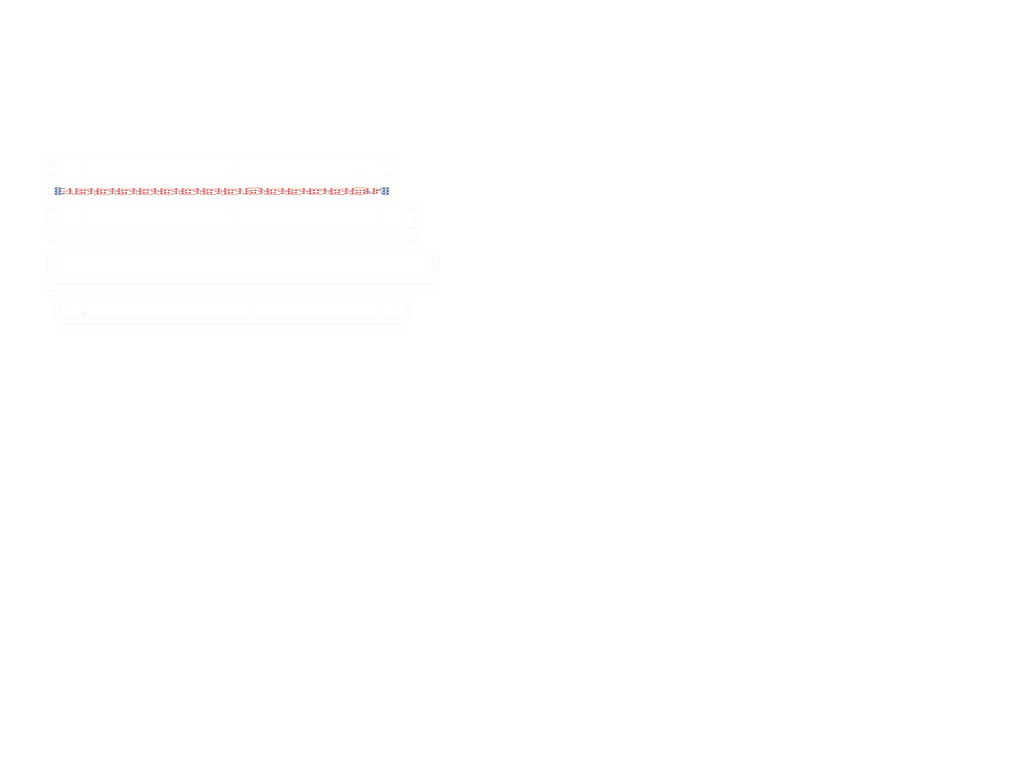
<source format=kicad_pcb>
(kicad_pcb (version 20171130) (host pcbnew "(5.0.0-3-g5ebb6b6)")
  (layers (0 F.Cu signal) (1 In1.Cu power) (2 In2.Cu power) (31 B.Cu signal) (34 B.Paste user) (35 F.Paste user) (36 B.SilkS user) (37 F.SilkS user) (38 B.Mask user) (39 F.Mask user) (44 Edge.Cuts user))
  (net 0 "")
  (net 1 +5V)
  (net 2 "Net-(D1-Pad4)")
  (net 3 GND)
  (net 4 "Net-(D10-Pad4)")
  (net 5 "Net-(D12-Pad3)")
  (net 6 "Net-(C12-Pad1)")
  (net 7 "Net-(C11-Pad1)")
  (net 8 "Net-(C10-Pad1)")
  (net 9 "Net-(C9-Pad1)")
  (net 10 "Net-(C8-Pad1)")
  (net 11 "Net-(C7-Pad1)")
  (net 12 "Net-(C6-Pad1)")
  (net 13 "Net-(C5-Pad1)")
  (net 14 "Net-(C4-Pad1)")
  (net 15 "Net-(C3-Pad1)")
  (net 16 "Net-(C2-Pad1)")
  (net 17 "Net-(C1-Pad1)")
  (net 18 "Net-(D2-Pad3)")
  (net 19 "Net-(D1-Pad3)")
  (net 20 "Net-(D3-Pad3)")
  (net 21 "Net-(D4-Pad3)")
  (net 22 "Net-(D5-Pad3)")
  (net 23 "Net-(D6-Pad3)")
  (net 24 "Net-(D7-Pad3)")
  (net 25 "Net-(D10-Pad6)")
  (net 26 "Net-(D10-Pad3)")
  (net 27 "Net-(D11-Pad3)")
  (net 28 "Net-(C15-Pad1)")
  (net 29 "Net-(C14-Pad1)")
  (net 30 "Net-(C13-Pad1)")
  (net 31 "Net-(D13-Pad3)")
  (net 32 "Net-(D14-Pad3)")
  (net 33 "Net-(D15-Pad3)")
  (module Resistor_SMD:R_0805_2012Metric (layer F.Cu) (at 76.20254 92.08516 270)
    (fp_text reference R1 (at -2.3645 0) (layer F.SilkS))
    (fp_text value 330)
    (pad 2 smd roundrect (at 0.9375 0 270) (size 0.975 1.4) (layers F.Cu F.Paste F.Mask) (net 17 "Net-(C1-Pad1)"))
    (pad 1 smd roundrect (at -0.9375 0 270) (size 0.975 1.4) (layers F.Cu F.Paste F.Mask) (net 1 +5V))
  )
  (module Capacitor_SMD:C_0805_2012Metric (layer F.Cu) (at 278.08682 92.12556 90)
    (fp_text reference C13 (at 2.34442 0.001 180) (layer F.SilkS))
    (fp_text value 100NF)
    (pad 1 smd roundrect (at -0.9375 0 90) (size 0.975 1.4) (layers F.Cu F.Paste F.Mask) (net 30 "Net-(C13-Pad1)"))
    (pad 2 smd roundrect (at 0.9375 0 90) (size 0.975 1.4) (layers F.Cu F.Paste F.Mask) (net 3 GND))
  )
  (module Capacitor_SMD:C_0805_2012Metric (layer F.Cu) (at 294.753486 92.12556 90)
    (fp_text reference C14 (at 2.34442 0.001 180) (layer F.SilkS))
    (fp_text value 100NF)
    (pad 2 smd roundrect (at 0.9375 0 90) (size 0.975 1.4) (layers F.Cu F.Paste F.Mask) (net 3 GND))
    (pad 1 smd roundrect (at -0.9375 0 90) (size 0.975 1.4) (layers F.Cu F.Paste F.Mask) (net 29 "Net-(C14-Pad1)"))
  )
  (module Capacitor_SMD:C_0805_2012Metric (layer F.Cu) (at 297.69054 92.12556 90)
    (fp_text reference C15 (at -2.07034 -0.03048 180) (layer F.SilkS) (effects (font (size 0.6 0.6) (thickness 0.1))))
    (fp_text value 100NF)
    (pad 1 smd roundrect (at -0.9375 0 90) (size 0.975 1.4) (layers F.Cu F.Paste F.Mask) (net 28 "Net-(C15-Pad1)"))
    (pad 2 smd roundrect (at 0.9375 0 90) (size 0.975 1.4) (layers F.Cu F.Paste F.Mask) (net 3 GND))
  )
  (module LED_SMD:LED_WS2812_PLCC6_5.0x5.0mm_P1.6mm (layer F.Cu) (at 302.930657 91.7194 180)
    (fp_text reference D15 (at 4.953097 2.0193 180) (layer F.SilkS))
    (fp_text value WS2813)
    (pad 4 smd rect (at 2.45 1.6 180) (size 1.5 1) (layers F.Cu F.Paste F.Mask) (net 32 "Net-(D14-Pad3)"))
    (pad 5 smd rect (at 2.45 0 180) (size 1.5 1) (layers F.Cu F.Paste F.Mask) (net 3 GND))
    (pad 6 smd rect (at 2.45 -1.6 180) (size 1.5 1) (layers F.Cu F.Paste F.Mask) (net 31 "Net-(D13-Pad3)"))
    (pad 3 smd rect (at -2.45 1.6 180) (size 1.5 1) (layers F.Cu F.Paste F.Mask) (net 33 "Net-(D15-Pad3)"))
    (pad 2 smd rect (at -2.45 0 180) (size 1.5 1) (layers F.Cu F.Paste F.Mask) (net 1 +5V))
    (pad 1 smd rect (at -2.45 -1.6 180) (size 1.5 1) (layers F.Cu F.Paste F.Mask) (net 28 "Net-(C15-Pad1)"))
  )
  (module LED_SMD:LED_WS2812_PLCC6_5.0x5.0mm_P1.6mm (layer F.Cu) (at 286.263992 91.7194 180)
    (fp_text reference D14 (at 5.032652 1.5367 180) (layer F.SilkS))
    (fp_text value WS2813)
    (pad 1 smd rect (at -2.45 -1.6 180) (size 1.5 1) (layers F.Cu F.Paste F.Mask) (net 29 "Net-(C14-Pad1)"))
    (pad 2 smd rect (at -2.45 0 180) (size 1.5 1) (layers F.Cu F.Paste F.Mask) (net 1 +5V))
    (pad 3 smd rect (at -2.45 1.6 180) (size 1.5 1) (layers F.Cu F.Paste F.Mask) (net 32 "Net-(D14-Pad3)"))
    (pad 6 smd rect (at 2.45 -1.6 180) (size 1.5 1) (layers F.Cu F.Paste F.Mask) (net 5 "Net-(D12-Pad3)"))
    (pad 5 smd rect (at 2.45 0 180) (size 1.5 1) (layers F.Cu F.Paste F.Mask) (net 3 GND))
    (pad 4 smd rect (at 2.45 1.6 180) (size 1.5 1) (layers F.Cu F.Paste F.Mask) (net 31 "Net-(D13-Pad3)"))
  )
  (module LED_SMD:LED_WS2812_PLCC6_5.0x5.0mm_P1.6mm (layer F.Cu) (at 269.597327 91.7194 180)
    (fp_text reference D13 (at 4.957267 1.4859 180) (layer F.SilkS))
    (fp_text value WS2813)
    (pad 4 smd rect (at 2.45 1.6 180) (size 1.5 1) (layers F.Cu F.Paste F.Mask) (net 5 "Net-(D12-Pad3)"))
    (pad 5 smd rect (at 2.45 0 180) (size 1.5 1) (layers F.Cu F.Paste F.Mask) (net 3 GND))
    (pad 6 smd rect (at 2.45 -1.6 180) (size 1.5 1) (layers F.Cu F.Paste F.Mask) (net 27 "Net-(D11-Pad3)"))
    (pad 3 smd rect (at -2.45 1.6 180) (size 1.5 1) (layers F.Cu F.Paste F.Mask) (net 31 "Net-(D13-Pad3)"))
    (pad 2 smd rect (at -2.45 0 180) (size 1.5 1) (layers F.Cu F.Paste F.Mask) (net 1 +5V))
    (pad 1 smd rect (at -2.45 -1.6 180) (size 1.5 1) (layers F.Cu F.Paste F.Mask) (net 30 "Net-(C13-Pad1)"))
  )
  (module Resistor_SMD:R_0805_2012Metric (layer F.Cu) (at 275.34616 92.12556 270)
    (fp_text reference R13 (at -2.34442 0.13308) (layer F.SilkS))
    (fp_text value 330)
    (pad 1 smd roundrect (at -0.9375 0 270) (size 0.975 1.4) (layers F.Cu F.Paste F.Mask) (net 1 +5V))
    (pad 2 smd roundrect (at 0.9375 0 270) (size 0.975 1.4) (layers F.Cu F.Paste F.Mask) (net 30 "Net-(C13-Pad1)"))
  )
  (module Resistor_SMD:R_0805_2012Metric (layer F.Cu) (at 292.012826 92.12556 270)
    (fp_text reference R14 (at -2.34442 0.13308) (layer F.SilkS))
    (fp_text value 330)
    (pad 2 smd roundrect (at 0.9375 0 270) (size 0.975 1.4) (layers F.Cu F.Paste F.Mask) (net 29 "Net-(C14-Pad1)"))
    (pad 1 smd roundrect (at -0.9375 0 270) (size 0.975 1.4) (layers F.Cu F.Paste F.Mask) (net 1 +5V))
  )
  (module Resistor_SMD:R_0805_2012Metric (layer F.Cu) (at 307.85054 92.08516 270)
    (fp_text reference R15 (at -2.34442 0.13308) (layer F.SilkS))
    (fp_text value 330)
    (pad 1 smd roundrect (at -0.9375 0 270) (size 0.975 1.4) (layers F.Cu F.Paste F.Mask) (net 1 +5V))
    (pad 2 smd roundrect (at 0.9375 0 270) (size 0.975 1.4) (layers F.Cu F.Paste F.Mask) (net 28 "Net-(C15-Pad1)"))
  )
  (module YonaFootprints:1x3_18awgWireSolderPad-5mm (layer F.Cu) (at 57.65292 89.73312)
    (fp_text reference J1 (at 0 -2.159) (layer F.SilkS))
    (fp_text value IN)
    (pad 3 thru_hole oval (at 0 4.064) (size 5.08 1.524) (drill oval 1.27) (layers *.Cu *.Mask) (net 3 GND))
    (pad 2 thru_hole oval (at 0 2.032) (size 5.08 1.524) (drill oval 1.27) (layers *.Cu *.Mask) (net 2 "Net-(D1-Pad4)"))
    (pad 1 thru_hole oval (at 0 0) (size 5.08 1.524) (drill oval 1.27) (layers *.Cu *.Mask) (net 1 +5V))
  )
  (module Capacitor_SMD:C_0805_2012Metric (layer F.Cu) (at 194.425452 92.12556 90)
    (fp_text reference C8 (at 2.54 -0.126 180) (layer F.SilkS))
    (fp_text value 100NF)
    (pad 2 smd roundrect (at 0.9375 0 90) (size 0.975 1.4) (layers F.Cu F.Paste F.Mask) (net 3 GND))
    (pad 1 smd roundrect (at -0.9375 0 90) (size 0.975 1.4) (layers F.Cu F.Paste F.Mask) (net 10 "Net-(C8-Pad1)"))
  )
  (module Capacitor_SMD:C_0805_2012Metric (layer F.Cu) (at 212.34654 92.08516 90)
    (fp_text reference C9 (at 2.54 -0.126 180) (layer F.SilkS))
    (fp_text value 100NF)
    (pad 2 smd roundrect (at 0.9375 0 90) (size 0.975 1.4) (layers F.Cu F.Paste F.Mask) (net 3 GND))
    (pad 1 smd roundrect (at -0.9375 0 90) (size 0.975 1.4) (layers F.Cu F.Paste F.Mask) (net 9 "Net-(C9-Pad1)"))
  )
  (module Capacitor_SMD:C_0805_2012Metric (layer F.Cu) (at 227.717924 92.12556 90)
    (fp_text reference C10 (at 2.54 -0.126 180) (layer F.SilkS))
    (fp_text value 100NF)
    (pad 2 smd roundrect (at 0.9375 0 90) (size 0.975 1.4) (layers F.Cu F.Paste F.Mask) (net 3 GND))
    (pad 1 smd roundrect (at -0.9375 0 90) (size 0.975 1.4) (layers F.Cu F.Paste F.Mask) (net 8 "Net-(C10-Pad1)"))
  )
  (module Capacitor_SMD:C_0805_2012Metric (layer F.Cu) (at 244.36416 92.12556 90)
    (fp_text reference C11 (at 2.54 -0.126 180) (layer F.SilkS))
    (fp_text value 100NF)
    (pad 2 smd roundrect (at 0.9375 0 90) (size 0.975 1.4) (layers F.Cu F.Paste F.Mask) (net 3 GND))
    (pad 1 smd roundrect (at -0.9375 0 90) (size 0.975 1.4) (layers F.Cu F.Paste F.Mask) (net 7 "Net-(C11-Pad1)"))
  )
  (module Capacitor_SMD:C_0805_2012Metric (layer F.Cu) (at 261.4653 92.12556 90)
    (fp_text reference C12 (at 2.6185 -0.0485 180) (layer F.SilkS))
    (fp_text value 100NF)
    (pad 2 smd roundrect (at 0.9375 0 90) (size 0.975 1.4) (layers F.Cu F.Paste F.Mask) (net 3 GND))
    (pad 1 smd roundrect (at -0.9375 0 90) (size 0.975 1.4) (layers F.Cu F.Paste F.Mask) (net 6 "Net-(C12-Pad1)"))
  )
  (module LED_SMD:LED_WS2812_PLCC6_5.0x5.0mm_P1.6mm (layer F.Cu) (at 69.60616 91.7194 180)
    (fp_text reference D1 (at 0 -3.5 180) (layer F.SilkS))
    (fp_text value WS2813)
    (pad 1 smd rect (at -2.45 -1.6 180) (size 1.5 1) (layers F.Cu F.Paste F.Mask) (net 17 "Net-(C1-Pad1)"))
    (pad 2 smd rect (at -2.45 0 180) (size 1.5 1) (layers F.Cu F.Paste F.Mask) (net 1 +5V))
    (pad 3 smd rect (at -2.45 1.6 180) (size 1.5 1) (layers F.Cu F.Paste F.Mask) (net 19 "Net-(D1-Pad3)"))
    (pad 6 smd rect (at 2.45 -1.6 180) (size 1.5 1) (layers F.Cu F.Paste F.Mask) (net 3 GND))
    (pad 5 smd rect (at 2.45 0 180) (size 1.5 1) (layers F.Cu F.Paste F.Mask) (net 3 GND))
    (pad 4 smd rect (at 2.45 1.6 180) (size 1.5 1) (layers F.Cu F.Paste F.Mask) (net 2 "Net-(D1-Pad4)"))
  )
  (module LED_SMD:LED_WS2812_PLCC6_5.0x5.0mm_P1.6mm (layer F.Cu) (at 86.272023 91.7194 180)
    (fp_text reference D2 (at 0 -3.5 180) (layer F.SilkS))
    (fp_text value WS2813)
    (pad 1 smd rect (at -2.45 -1.6 180) (size 1.5 1) (layers F.Cu F.Paste F.Mask) (net 16 "Net-(C2-Pad1)"))
    (pad 2 smd rect (at -2.45 0 180) (size 1.5 1) (layers F.Cu F.Paste F.Mask) (net 1 +5V))
    (pad 3 smd rect (at -2.45 1.6 180) (size 1.5 1) (layers F.Cu F.Paste F.Mask) (net 18 "Net-(D2-Pad3)"))
    (pad 6 smd rect (at 2.45 -1.6 180) (size 1.5 1) (layers F.Cu F.Paste F.Mask) (net 2 "Net-(D1-Pad4)"))
    (pad 5 smd rect (at 2.45 0 180) (size 1.5 1) (layers F.Cu F.Paste F.Mask) (net 3 GND))
    (pad 4 smd rect (at 2.45 1.6 180) (size 1.5 1) (layers F.Cu F.Paste F.Mask) (net 19 "Net-(D1-Pad3)"))
  )
  (module LED_SMD:LED_WS2812_PLCC6_5.0x5.0mm_P1.6mm (layer F.Cu) (at 252.93066 91.7194 180)
    (fp_text reference D12 (at 5.00634 1.5875 180) (layer F.SilkS))
    (fp_text value WS2813)
    (pad 1 smd rect (at -2.45 -1.6 180) (size 1.5 1) (layers F.Cu F.Paste F.Mask) (net 6 "Net-(C12-Pad1)"))
    (pad 2 smd rect (at -2.45 0 180) (size 1.5 1) (layers F.Cu F.Paste F.Mask) (net 1 +5V))
    (pad 3 smd rect (at -2.45 1.6 180) (size 1.5 1) (layers F.Cu F.Paste F.Mask) (net 5 "Net-(D12-Pad3)"))
    (pad 6 smd rect (at 2.45 -1.6 180) (size 1.5 1) (layers F.Cu F.Paste F.Mask) (net 26 "Net-(D10-Pad3)"))
    (pad 5 smd rect (at 2.45 0 180) (size 1.5 1) (layers F.Cu F.Paste F.Mask) (net 3 GND))
    (pad 4 smd rect (at 2.45 1.6 180) (size 1.5 1) (layers F.Cu F.Paste F.Mask) (net 27 "Net-(D11-Pad3)"))
  )
  (module LED_SMD:LED_WS2812_PLCC6_5.0x5.0mm_P1.6mm (layer F.Cu) (at 236.26479 91.7194 180)
    (fp_text reference D11 (at 4.91905 1.5494 180) (layer F.SilkS))
    (fp_text value WS2813)
    (pad 1 smd rect (at -2.45 -1.6 180) (size 1.5 1) (layers F.Cu F.Paste F.Mask) (net 7 "Net-(C11-Pad1)"))
    (pad 2 smd rect (at -2.45 0 180) (size 1.5 1) (layers F.Cu F.Paste F.Mask) (net 1 +5V))
    (pad 3 smd rect (at -2.45 1.6 180) (size 1.5 1) (layers F.Cu F.Paste F.Mask) (net 27 "Net-(D11-Pad3)"))
    (pad 6 smd rect (at 2.45 -1.6 180) (size 1.5 1) (layers F.Cu F.Paste F.Mask) (net 4 "Net-(D10-Pad4)"))
    (pad 5 smd rect (at 2.45 0 180) (size 1.5 1) (layers F.Cu F.Paste F.Mask) (net 3 GND))
    (pad 4 smd rect (at 2.45 1.6 180) (size 1.5 1) (layers F.Cu F.Paste F.Mask) (net 26 "Net-(D10-Pad3)"))
  )
  (module LED_SMD:LED_WS2812_PLCC6_5.0x5.0mm_P1.6mm (layer F.Cu) (at 219.598927 91.7194 180)
    (fp_text reference D10 (at 4.844467 1.4986 180) (layer F.SilkS))
    (fp_text value WS2813)
    (pad 1 smd rect (at -2.45 -1.6 180) (size 1.5 1) (layers F.Cu F.Paste F.Mask) (net 8 "Net-(C10-Pad1)"))
    (pad 2 smd rect (at -2.45 0 180) (size 1.5 1) (layers F.Cu F.Paste F.Mask) (net 1 +5V))
    (pad 3 smd rect (at -2.45 1.6 180) (size 1.5 1) (layers F.Cu F.Paste F.Mask) (net 26 "Net-(D10-Pad3)"))
    (pad 6 smd rect (at 2.45 -1.6 180) (size 1.5 1) (layers F.Cu F.Paste F.Mask) (net 25 "Net-(D10-Pad6)"))
    (pad 5 smd rect (at 2.45 0 180) (size 1.5 1) (layers F.Cu F.Paste F.Mask) (net 3 GND))
    (pad 4 smd rect (at 2.45 1.6 180) (size 1.5 1) (layers F.Cu F.Paste F.Mask) (net 4 "Net-(D10-Pad4)"))
  )
  (module LED_SMD:LED_WS2812_PLCC6_5.0x5.0mm_P1.6mm (layer F.Cu) (at 202.933064 91.7194 180)
    (fp_text reference D9 (at 4.564144 1.5494 180) (layer F.SilkS))
    (fp_text value WS2813)
    (pad 1 smd rect (at -2.45 -1.6 180) (size 1.5 1) (layers F.Cu F.Paste F.Mask) (net 9 "Net-(C9-Pad1)"))
    (pad 2 smd rect (at -2.45 0 180) (size 1.5 1) (layers F.Cu F.Paste F.Mask) (net 1 +5V))
    (pad 3 smd rect (at -2.45 1.6 180) (size 1.5 1) (layers F.Cu F.Paste F.Mask) (net 4 "Net-(D10-Pad4)"))
    (pad 6 smd rect (at 2.45 -1.6 180) (size 1.5 1) (layers F.Cu F.Paste F.Mask) (net 24 "Net-(D7-Pad3)"))
    (pad 5 smd rect (at 2.45 0 180) (size 1.5 1) (layers F.Cu F.Paste F.Mask) (net 3 GND))
    (pad 4 smd rect (at 2.45 1.6 180) (size 1.5 1) (layers F.Cu F.Paste F.Mask) (net 25 "Net-(D10-Pad6)"))
  )
  (module LED_SMD:LED_WS2812_PLCC6_5.0x5.0mm_P1.6mm (layer F.Cu) (at 186.267201 91.7194 180)
    (fp_text reference D8 (at 0 -3.5 180) (layer F.SilkS))
    (fp_text value WS2813)
    (pad 1 smd rect (at -2.45 -1.6 180) (size 1.5 1) (layers F.Cu F.Paste F.Mask) (net 10 "Net-(C8-Pad1)"))
    (pad 2 smd rect (at -2.45 0 180) (size 1.5 1) (layers F.Cu F.Paste F.Mask) (net 1 +5V))
    (pad 3 smd rect (at -2.45 1.6 180) (size 1.5 1) (layers F.Cu F.Paste F.Mask) (net 25 "Net-(D10-Pad6)"))
    (pad 6 smd rect (at 2.45 -1.6 180) (size 1.5 1) (layers F.Cu F.Paste F.Mask) (net 23 "Net-(D6-Pad3)"))
    (pad 5 smd rect (at 2.45 0 180) (size 1.5 1) (layers F.Cu F.Paste F.Mask) (net 3 GND))
    (pad 4 smd rect (at 2.45 1.6 180) (size 1.5 1) (layers F.Cu F.Paste F.Mask) (net 24 "Net-(D7-Pad3)"))
  )
  (module LED_SMD:LED_WS2812_PLCC6_5.0x5.0mm_P1.6mm (layer F.Cu) (at 169.601338 91.7194 180)
    (fp_text reference D7 (at 0 -3.5 180) (layer F.SilkS))
    (fp_text value WS2813)
    (pad 1 smd rect (at -2.45 -1.6 180) (size 1.5 1) (layers F.Cu F.Paste F.Mask) (net 11 "Net-(C7-Pad1)"))
    (pad 2 smd rect (at -2.45 0 180) (size 1.5 1) (layers F.Cu F.Paste F.Mask) (net 1 +5V))
    (pad 3 smd rect (at -2.45 1.6 180) (size 1.5 1) (layers F.Cu F.Paste F.Mask) (net 24 "Net-(D7-Pad3)"))
    (pad 6 smd rect (at 2.45 -1.6 180) (size 1.5 1) (layers F.Cu F.Paste F.Mask) (net 22 "Net-(D5-Pad3)"))
    (pad 5 smd rect (at 2.45 0 180) (size 1.5 1) (layers F.Cu F.Paste F.Mask) (net 3 GND))
    (pad 4 smd rect (at 2.45 1.6 180) (size 1.5 1) (layers F.Cu F.Paste F.Mask) (net 23 "Net-(D6-Pad3)"))
  )
  (module LED_SMD:LED_WS2812_PLCC6_5.0x5.0mm_P1.6mm (layer F.Cu) (at 152.935475 91.7194 180)
    (fp_text reference D6 (at 0 -3.5 180) (layer F.SilkS))
    (fp_text value WS2813)
    (pad 1 smd rect (at -2.45 -1.6 180) (size 1.5 1) (layers F.Cu F.Paste F.Mask) (net 12 "Net-(C6-Pad1)"))
    (pad 2 smd rect (at -2.45 0 180) (size 1.5 1) (layers F.Cu F.Paste F.Mask) (net 1 +5V))
    (pad 3 smd rect (at -2.45 1.6 180) (size 1.5 1) (layers F.Cu F.Paste F.Mask) (net 23 "Net-(D6-Pad3)"))
    (pad 6 smd rect (at 2.45 -1.6 180) (size 1.5 1) (layers F.Cu F.Paste F.Mask) (net 21 "Net-(D4-Pad3)"))
    (pad 5 smd rect (at 2.45 0 180) (size 1.5 1) (layers F.Cu F.Paste F.Mask) (net 3 GND))
    (pad 4 smd rect (at 2.45 1.6 180) (size 1.5 1) (layers F.Cu F.Paste F.Mask) (net 22 "Net-(D5-Pad3)"))
  )
  (module LED_SMD:LED_WS2812_PLCC6_5.0x5.0mm_P1.6mm (layer F.Cu) (at 136.269612 91.7194 180)
    (fp_text reference D5 (at 0 -3.5 180) (layer F.SilkS))
    (fp_text value WS2813)
    (pad 1 smd rect (at -2.45 -1.6 180) (size 1.5 1) (layers F.Cu F.Paste F.Mask) (net 13 "Net-(C5-Pad1)"))
    (pad 2 smd rect (at -2.45 0 180) (size 1.5 1) (layers F.Cu F.Paste F.Mask) (net 1 +5V))
    (pad 3 smd rect (at -2.45 1.6 180) (size 1.5 1) (layers F.Cu F.Paste F.Mask) (net 22 "Net-(D5-Pad3)"))
    (pad 6 smd rect (at 2.45 -1.6 180) (size 1.5 1) (layers F.Cu F.Paste F.Mask) (net 20 "Net-(D3-Pad3)"))
    (pad 5 smd rect (at 2.45 0 180) (size 1.5 1) (layers F.Cu F.Paste F.Mask) (net 3 GND))
    (pad 4 smd rect (at 2.45 1.6 180) (size 1.5 1) (layers F.Cu F.Paste F.Mask) (net 21 "Net-(D4-Pad3)"))
  )
  (module LED_SMD:LED_WS2812_PLCC6_5.0x5.0mm_P1.6mm (layer F.Cu) (at 119.603749 91.7194 180)
    (fp_text reference D4 (at 0 -3.5 180) (layer F.SilkS))
    (fp_text value WS2813)
    (pad 1 smd rect (at -2.45 -1.6 180) (size 1.5 1) (layers F.Cu F.Paste F.Mask) (net 14 "Net-(C4-Pad1)"))
    (pad 2 smd rect (at -2.45 0 180) (size 1.5 1) (layers F.Cu F.Paste F.Mask) (net 1 +5V))
    (pad 3 smd rect (at -2.45 1.6 180) (size 1.5 1) (layers F.Cu F.Paste F.Mask) (net 21 "Net-(D4-Pad3)"))
    (pad 6 smd rect (at 2.45 -1.6 180) (size 1.5 1) (layers F.Cu F.Paste F.Mask) (net 18 "Net-(D2-Pad3)"))
    (pad 5 smd rect (at 2.45 0 180) (size 1.5 1) (layers F.Cu F.Paste F.Mask) (net 3 GND))
    (pad 4 smd rect (at 2.45 1.6 180) (size 1.5 1) (layers F.Cu F.Paste F.Mask) (net 20 "Net-(D3-Pad3)"))
  )
  (module LED_SMD:LED_WS2812_PLCC6_5.0x5.0mm_P1.6mm (layer F.Cu) (at 102.937886 91.7194 180)
    (fp_text reference D3 (at 0 -3.5 180) (layer F.SilkS))
    (fp_text value WS2813)
    (pad 1 smd rect (at -2.45 -1.6 180) (size 1.5 1) (layers F.Cu F.Paste F.Mask) (net 15 "Net-(C3-Pad1)"))
    (pad 2 smd rect (at -2.45 0 180) (size 1.5 1) (layers F.Cu F.Paste F.Mask) (net 1 +5V))
    (pad 3 smd rect (at -2.45 1.6 180) (size 1.5 1) (layers F.Cu F.Paste F.Mask) (net 20 "Net-(D3-Pad3)"))
    (pad 6 smd rect (at 2.45 -1.6 180) (size 1.5 1) (layers F.Cu F.Paste F.Mask) (net 19 "Net-(D1-Pad3)"))
    (pad 5 smd rect (at 2.45 0 180) (size 1.5 1) (layers F.Cu F.Paste F.Mask) (net 3 GND))
    (pad 4 smd rect (at 2.45 1.6 180) (size 1.5 1) (layers F.Cu F.Paste F.Mask) (net 18 "Net-(D2-Pad3)"))
  )
  (module Resistor_SMD:R_0805_2012Metric (layer F.Cu) (at 91.754036 92.12556 270)
    (fp_text reference R2 (at -2.54 -0.126) (layer F.SilkS))
    (fp_text value 330)
    (pad 2 smd roundrect (at 0.9375 0 270) (size 0.975 1.4) (layers F.Cu F.Paste F.Mask) (net 16 "Net-(C2-Pad1)"))
    (pad 1 smd roundrect (at -0.9375 0 270) (size 0.975 1.4) (layers F.Cu F.Paste F.Mask) (net 1 +5V))
  )
  (module Resistor_SMD:R_0805_2012Metric (layer F.Cu) (at 108.400272 92.12556 270)
    (fp_text reference R3 (at -2.54 -0.126) (layer F.SilkS))
    (fp_text value 330)
    (pad 2 smd roundrect (at 0.9375 0 270) (size 0.975 1.4) (layers F.Cu F.Paste F.Mask) (net 15 "Net-(C3-Pad1)"))
    (pad 1 smd roundrect (at -0.9375 0 270) (size 0.975 1.4) (layers F.Cu F.Paste F.Mask) (net 1 +5V))
  )
  (module Resistor_SMD:R_0805_2012Metric (layer F.Cu) (at 125.046508 92.12556 270)
    (fp_text reference R4 (at -2.54 -0.126) (layer F.SilkS))
    (fp_text value 330)
    (pad 2 smd roundrect (at 0.9375 0 270) (size 0.975 1.4) (layers F.Cu F.Paste F.Mask) (net 14 "Net-(C4-Pad1)"))
    (pad 1 smd roundrect (at -0.9375 0 270) (size 0.975 1.4) (layers F.Cu F.Paste F.Mask) (net 1 +5V))
  )
  (module Resistor_SMD:R_0805_2012Metric (layer F.Cu) (at 141.692744 92.12556 270)
    (fp_text reference R5 (at -2.54 -0.126) (layer F.SilkS))
    (fp_text value 330)
    (pad 2 smd roundrect (at 0.9375 0 270) (size 0.975 1.4) (layers F.Cu F.Paste F.Mask) (net 13 "Net-(C5-Pad1)"))
    (pad 1 smd roundrect (at -0.9375 0 270) (size 0.975 1.4) (layers F.Cu F.Paste F.Mask) (net 1 +5V))
  )
  (module Resistor_SMD:R_0805_2012Metric (layer F.Cu) (at 158.33898 92.12556 270)
    (fp_text reference R6 (at -2.54 -0.126) (layer F.SilkS))
    (fp_text value 330)
    (pad 2 smd roundrect (at 0.9375 0 270) (size 0.975 1.4) (layers F.Cu F.Paste F.Mask) (net 12 "Net-(C6-Pad1)"))
    (pad 1 smd roundrect (at -0.9375 0 270) (size 0.975 1.4) (layers F.Cu F.Paste F.Mask) (net 1 +5V))
  )
  (module Resistor_SMD:R_0805_2012Metric (layer F.Cu) (at 174.985216 92.12556 270)
    (fp_text reference R7 (at -2.54 -0.126) (layer F.SilkS))
    (fp_text value 330)
    (pad 2 smd roundrect (at 0.9375 0 270) (size 0.975 1.4) (layers F.Cu F.Paste F.Mask) (net 11 "Net-(C7-Pad1)"))
    (pad 1 smd roundrect (at -0.9375 0 270) (size 0.975 1.4) (layers F.Cu F.Paste F.Mask) (net 1 +5V))
  )
  (module Resistor_SMD:R_0805_2012Metric (layer F.Cu) (at 191.631452 92.12556 270)
    (fp_text reference R8 (at -2.54 -0.126) (layer F.SilkS))
    (fp_text value 330)
    (pad 2 smd roundrect (at 0.9375 0 270) (size 0.975 1.4) (layers F.Cu F.Paste F.Mask) (net 10 "Net-(C8-Pad1)"))
    (pad 1 smd roundrect (at -0.9375 0 270) (size 0.975 1.4) (layers F.Cu F.Paste F.Mask) (net 1 +5V))
  )
  (module Resistor_SMD:R_0805_2012Metric (layer F.Cu) (at 209.55254 92.08516 270)
    (fp_text reference R9 (at -2.54 -0.126) (layer F.SilkS))
    (fp_text value 330)
    (pad 2 smd roundrect (at 0.9375 0 270) (size 0.975 1.4) (layers F.Cu F.Paste F.Mask) (net 9 "Net-(C9-Pad1)"))
    (pad 1 smd roundrect (at -0.9375 0 270) (size 0.975 1.4) (layers F.Cu F.Paste F.Mask) (net 1 +5V))
  )
  (module Resistor_SMD:R_0805_2012Metric (layer F.Cu) (at 224.923924 92.12556 270)
    (fp_text reference R10 (at -2.54 -0.126) (layer F.SilkS))
    (fp_text value 330)
    (pad 2 smd roundrect (at 0.9375 0 270) (size 0.975 1.4) (layers F.Cu F.Paste F.Mask) (net 8 "Net-(C10-Pad1)"))
    (pad 1 smd roundrect (at -0.9375 0 270) (size 0.975 1.4) (layers F.Cu F.Paste F.Mask) (net 1 +5V))
  )
  (module Resistor_SMD:R_0805_2012Metric (layer F.Cu) (at 241.57016 92.12556 270)
    (fp_text reference R11 (at -2.54 -0.126) (layer F.SilkS))
    (fp_text value 330)
    (pad 2 smd roundrect (at 0.9375 0 270) (size 0.975 1.4) (layers F.Cu F.Paste F.Mask) (net 7 "Net-(C11-Pad1)"))
    (pad 1 smd roundrect (at -0.9375 0 270) (size 0.975 1.4) (layers F.Cu F.Paste F.Mask) (net 1 +5V))
  )
  (module Resistor_SMD:R_0805_2012Metric (layer F.Cu) (at 258.5743 92.12556 270)
    (fp_text reference R12 (at -2.54 3.175) (layer F.SilkS))
    (fp_text value 330)
    (pad 2 smd roundrect (at 0.9375 0 270) (size 0.975 1.4) (layers F.Cu F.Paste F.Mask) (net 6 "Net-(C12-Pad1)"))
    (pad 1 smd roundrect (at -0.9375 0 270) (size 0.975 1.4) (layers F.Cu F.Paste F.Mask) (net 1 +5V))
  )
  (module Capacitor_SMD:C_0805_2012Metric (layer F.Cu) (at 177.779216 92.12556 90)
    (fp_text reference C7 (at 2.54 -0.126 180) (layer F.SilkS))
    (fp_text value 100NF)
    (pad 2 smd roundrect (at 0.9375 0 90) (size 0.975 1.4) (layers F.Cu F.Paste F.Mask) (net 3 GND))
    (pad 1 smd roundrect (at -0.9375 0 90) (size 0.975 1.4) (layers F.Cu F.Paste F.Mask) (net 11 "Net-(C7-Pad1)"))
  )
  (module Capacitor_SMD:C_0805_2012Metric (layer F.Cu) (at 161.13298 92.12556 90)
    (fp_text reference C6 (at 2.54 -0.126 180) (layer F.SilkS))
    (fp_text value 100NF)
    (pad 2 smd roundrect (at 0.9375 0 90) (size 0.975 1.4) (layers F.Cu F.Paste F.Mask) (net 3 GND))
    (pad 1 smd roundrect (at -0.9375 0 90) (size 0.975 1.4) (layers F.Cu F.Paste F.Mask) (net 12 "Net-(C6-Pad1)"))
  )
  (module Capacitor_SMD:C_0805_2012Metric (layer F.Cu) (at 144.486744 92.12556 90)
    (fp_text reference C5 (at 2.54 -0.126 180) (layer F.SilkS))
    (fp_text value 100NF)
    (pad 2 smd roundrect (at 0.9375 0 90) (size 0.975 1.4) (layers F.Cu F.Paste F.Mask) (net 3 GND))
    (pad 1 smd roundrect (at -0.9375 0 90) (size 0.975 1.4) (layers F.Cu F.Paste F.Mask) (net 13 "Net-(C5-Pad1)"))
  )
  (module Capacitor_SMD:C_0805_2012Metric (layer F.Cu) (at 127.840508 92.12556 90)
    (fp_text reference C4 (at 2.54 -0.126 180) (layer F.SilkS))
    (fp_text value 100NF)
    (pad 2 smd roundrect (at 0.9375 0 90) (size 0.975 1.4) (layers F.Cu F.Paste F.Mask) (net 3 GND))
    (pad 1 smd roundrect (at -0.9375 0 90) (size 0.975 1.4) (layers F.Cu F.Paste F.Mask) (net 14 "Net-(C4-Pad1)"))
  )
  (module Capacitor_SMD:C_0805_2012Metric (layer F.Cu) (at 111.194272 92.12556 90)
    (fp_text reference C3 (at 2.54 -0.126 180) (layer F.SilkS))
    (fp_text value 100NF)
    (pad 2 smd roundrect (at 0.9375 0 90) (size 0.975 1.4) (layers F.Cu F.Paste F.Mask) (net 3 GND))
    (pad 1 smd roundrect (at -0.9375 0 90) (size 0.975 1.4) (layers F.Cu F.Paste F.Mask) (net 15 "Net-(C3-Pad1)"))
  )
  (module Capacitor_SMD:C_0805_2012Metric (layer F.Cu) (at 94.548036 92.12556 90)
    (fp_text reference C2 (at 2.54 -0.126 180) (layer F.SilkS))
    (fp_text value 100NF)
    (pad 2 smd roundrect (at 0.9375 0 90) (size 0.975 1.4) (layers F.Cu F.Paste F.Mask) (net 3 GND))
    (pad 1 smd roundrect (at -0.9375 0 90) (size 0.975 1.4) (layers F.Cu F.Paste F.Mask) (net 16 "Net-(C2-Pad1)"))
  )
  (module Capacitor_SMD:C_0805_2012Metric (layer F.Cu) (at 78.48854 92.08516 90)
    (fp_text reference C1 (at 2.4615 0 180) (layer F.SilkS))
    (fp_text value 100NF)
    (pad 2 smd roundrect (at 0.9375 0 90) (size 0.975 1.4) (layers F.Cu F.Paste F.Mask) (net 3 GND))
    (pad 1 smd roundrect (at -0.9375 0 90) (size 0.975 1.4) (layers F.Cu F.Paste F.Mask) (net 17 "Net-(C1-Pad1)"))
  )
  (module YonaFootprints:1x3_18awgWireSolderPad-5mm (layer F.Cu) (at 314.80506 89.66454)
    (fp_text reference J2 (at 0 -2.159) (layer F.SilkS))
    (fp_text value OUT)
    (pad 3 thru_hole oval (at 0 4.064) (size 5.08 1.524) (drill oval 1.27) (layers *.Cu *.Mask) (net 3 GND))
    (pad 2 thru_hole oval (at 0 2.032) (size 5.08 1.524) (drill oval 1.27) (layers *.Cu *.Mask) (net 33 "Net-(D15-Pad3)"))
    (pad 1 thru_hole oval (at 0 0) (size 5.08 1.524) (drill oval 1.27) (layers *.Cu *.Mask) (net 1 +5V))
  )
  (gr_line (start 59.25 201.02403) (end 59.25 202.024034) (layer Edge.Cuts) (width 0.1))
  (gr_line (start 57.138404 201.02403) (end 59.25 201.02403) (layer Edge.Cuts) (width 0.1))
  (gr_line (start 57.138404 197.024038) (end 59.25 197.024038) (layer Edge.Cuts) (width 0.1))
  (gr_line (start 59.25 196.024034) (end 59.25 197.024038) (layer Edge.Cuts) (width 0.1))
  (gr_circle (center 211.24926 187.72632) (end 212.72246 187.72632) (layer Edge.Cuts) (width 0.1))
  (gr_circle (center 311.3405 187.6425) (end 312.8137 187.6425) (layer Edge.Cuts) (width 0.1))
  (gr_circle (center 311.277 110.363) (end 312.7502 110.363) (layer Edge.Cuts) (width 0.1))
  (gr_circle (center 294.5765 74.676) (end 296.0497 74.676) (layer Edge.Cuts) (width 0.1))
  (gr_circle (center 194.6275 74.6125) (end 196.1007 74.6125) (layer Edge.Cuts) (width 0.1))
  (gr_circle (center 194.564 110.4265) (end 196.0372 110.4265) (layer Edge.Cuts) (width 0.1))
  (gr_circle (center 77.9145 187.706) (end 79.3877 187.706) (layer Edge.Cuts) (width 0.1))
  (gr_circle (center 77.9145 74.6125) (end 79.3877 74.6125) (layer Edge.Cuts) (width 0.1))
  (gr_circle (center 77.9145 110.363) (end 79.3877 110.363) (layer Edge.Cuts) (width 0.1))
  (gr_circle (center 77.98816 187.66282) (end 79.46136 187.66282) (layer Edge.Cuts) (width 0.1))
  (gr_line (start 325.417808 183.188358) (end 324.722801 183.078358) (layer F.SilkS) (width 0.01))
  (gr_line (start 324.722801 183.078358) (end 324.095817 182.759058) (layer F.SilkS) (width 0.01))
  (gr_line (start 324.095817 182.759058) (end 323.598808 182.261759) (layer F.SilkS) (width 0.01))
  (gr_line (start 323.598808 182.261759) (end 323.279808 181.635058) (layer F.SilkS) (width 0.01))
  (gr_line (start 323.279808 181.635058) (end 323.169822 180.940458) (layer F.SilkS) (width 0.01))
  (gr_line (start 323.169822 180.940458) (end 323.279808 180.245859) (layer F.SilkS) (width 0.01))
  (gr_line (start 323.279808 180.245859) (end 323.598808 179.619158) (layer F.SilkS) (width 0.01))
  (gr_line (start 323.598808 179.619158) (end 324.095817 179.121859) (layer F.SilkS) (width 0.01))
  (gr_line (start 324.095817 179.121859) (end 324.722801 178.802559) (layer F.SilkS) (width 0.01))
  (gr_line (start 324.722801 178.802559) (end 325.417808 178.692558) (layer F.SilkS) (width 0.01))
  (gr_line (start 325.417808 178.692558) (end 328.417808 178.692558) (layer F.SilkS) (width 0.01))
  (gr_line (start 328.417808 178.692558) (end 329.111809 178.802559) (layer F.SilkS) (width 0.01))
  (gr_line (start 329.111809 178.802559) (end 329.738823 179.121859) (layer F.SilkS) (width 0.01))
  (gr_line (start 329.738823 179.121859) (end 330.235801 179.619158) (layer F.SilkS) (width 0.01))
  (gr_line (start 330.235801 179.619158) (end 330.554802 180.245859) (layer F.SilkS) (width 0.01))
  (gr_line (start 330.554802 180.245859) (end 330.664818 180.940458) (layer F.SilkS) (width 0.01))
  (gr_line (start 330.664818 180.940458) (end 330.554802 181.635058) (layer F.SilkS) (width 0.01))
  (gr_line (start 330.554802 181.635058) (end 330.235801 182.261759) (layer F.SilkS) (width 0.01))
  (gr_line (start 330.235801 182.261759) (end 329.738823 182.759058) (layer F.SilkS) (width 0.01))
  (gr_line (start 329.738823 182.759058) (end 329.111809 183.078358) (layer F.SilkS) (width 0.01))
  (gr_line (start 329.111809 183.078358) (end 328.417808 183.188358) (layer F.SilkS) (width 0.01))
  (gr_line (start 328.417808 183.188358) (end 325.417808 183.188358) (layer F.SilkS) (width 0.01))
  (gr_line (start 333.776203 167.646087) (end 338.776203 167.646087) (layer F.SilkS) (width 0.01))
  (gr_line (start 336.276203 165.146087) (end 336.276203 170.146087) (layer F.SilkS) (width 0.01))
  (gr_line (start 333.776203 148.237477) (end 338.776203 148.237477) (layer F.SilkS) (width 0.01))
  (gr_line (start 336.276203 145.737477) (end 336.276203 150.737477) (layer F.SilkS) (width 0.01))
  (gr_line (start 317.108723 199.024033) (end 322.108723 199.024033) (layer F.SilkS) (width 0.01))
  (gr_line (start 319.608723 196.524033) (end 319.608723 201.524033) (layer F.SilkS) (width 0.01))
  (gr_line (start 317.108723 187.690459) (end 322.108723 187.690459) (layer F.SilkS) (width 0.01))
  (gr_line (start 319.608723 185.190459) (end 319.608723 190.190459) (layer F.SilkS) (width 0.01))
  (gr_line (start 317.108723 167.646087) (end 322.108723 167.646087) (layer F.SilkS) (width 0.01))
  (gr_line (start 319.608723 165.146087) (end 319.608723 170.146087) (layer F.SilkS) (width 0.01))
  (gr_line (start 317.108723 148.237477) (end 322.108723 148.237477) (layer F.SilkS) (width 0.01))
  (gr_line (start 319.608723 145.737477) (end 319.608723 150.737477) (layer F.SilkS) (width 0.01))
  (gr_line (start 317.108723 128.193103) (end 322.108723 128.193103) (layer F.SilkS) (width 0.01))
  (gr_line (start 319.608723 125.693103) (end 319.608723 130.693103) (layer F.SilkS) (width 0.01))
  (gr_line (start 317.108723 110.372666) (end 322.108723 110.372666) (layer F.SilkS) (width 0.01))
  (gr_line (start 319.608723 107.872666) (end 319.608723 112.872666) (layer F.SilkS) (width 0.01))
  (gr_line (start 300.441243 199.024033) (end 305.441243 199.024033) (layer F.SilkS) (width 0.01))
  (gr_line (start 302.941243 196.524033) (end 302.941243 201.524033) (layer F.SilkS) (width 0.01))
  (gr_line (start 300.441243 187.690459) (end 305.441243 187.690459) (layer F.SilkS) (width 0.01))
  (gr_line (start 302.941243 185.190459) (end 302.941243 190.190459) (layer F.SilkS) (width 0.01))
  (gr_line (start 300.441243 167.646087) (end 305.441243 167.646087) (layer F.SilkS) (width 0.01))
  (gr_line (start 302.941243 165.146087) (end 302.941243 170.146087) (layer F.SilkS) (width 0.01))
  (gr_line (start 300.441243 148.237477) (end 305.441243 148.237477) (layer F.SilkS) (width 0.01))
  (gr_line (start 302.941243 145.737477) (end 302.941243 150.737477) (layer F.SilkS) (width 0.01))
  (gr_line (start 300.441243 128.193103) (end 305.441243 128.193103) (layer F.SilkS) (width 0.01))
  (gr_line (start 302.941243 125.693103) (end 302.941243 130.693103) (layer F.SilkS) (width 0.01))
  (gr_line (start 300.441243 110.372666) (end 305.441243 110.372666) (layer F.SilkS) (width 0.01))
  (gr_line (start 302.941243 107.872666) (end 302.941243 112.872666) (layer F.SilkS) (width 0.01))
  (gr_line (start 300.441243 91.719952) (end 305.441243 91.719952) (layer F.SilkS) (width 0.01))
  (gr_line (start 302.941243 89.219952) (end 302.941243 94.219952) (layer F.SilkS) (width 0.01))
  (gr_line (start 300.441243 74.630808) (end 305.441243 74.630808) (layer F.SilkS) (width 0.01))
  (gr_line (start 302.941243 72.130808) (end 302.941243 77.130808) (layer F.SilkS) (width 0.01))
  (gr_line (start 283.773763 199.024033) (end 288.773763 199.024033) (layer F.SilkS) (width 0.01))
  (gr_line (start 286.273763 196.524033) (end 286.273763 201.524033) (layer F.SilkS) (width 0.01))
  (gr_line (start 283.773763 187.690459) (end 288.773763 187.690459) (layer F.SilkS) (width 0.01))
  (gr_line (start 286.273763 185.190459) (end 286.273763 190.190459) (layer F.SilkS) (width 0.01))
  (gr_line (start 283.773763 167.646087) (end 288.773763 167.646087) (layer F.SilkS) (width 0.01))
  (gr_line (start 286.273763 165.146087) (end 286.273763 170.146087) (layer F.SilkS) (width 0.01))
  (gr_line (start 283.773763 148.237477) (end 288.773763 148.237477) (layer F.SilkS) (width 0.01))
  (gr_line (start 286.273763 145.737477) (end 286.273763 150.737477) (layer F.SilkS) (width 0.01))
  (gr_line (start 283.773763 128.193103) (end 288.773763 128.193103) (layer F.SilkS) (width 0.01))
  (gr_line (start 286.273763 125.693103) (end 286.273763 130.693103) (layer F.SilkS) (width 0.01))
  (gr_line (start 283.773763 110.372666) (end 288.773763 110.372666) (layer F.SilkS) (width 0.01))
  (gr_line (start 286.273763 107.872666) (end 286.273763 112.872666) (layer F.SilkS) (width 0.01))
  (gr_line (start 283.773763 91.719952) (end 288.773763 91.719952) (layer F.SilkS) (width 0.01))
  (gr_line (start 286.273763 89.219952) (end 286.273763 94.219952) (layer F.SilkS) (width 0.01))
  (gr_line (start 283.773763 74.630808) (end 288.773763 74.630808) (layer F.SilkS) (width 0.01))
  (gr_line (start 286.273763 72.130808) (end 286.273763 77.130808) (layer F.SilkS) (width 0.01))
  (gr_line (start 267.106283 199.024033) (end 272.106283 199.024033) (layer F.SilkS) (width 0.01))
  (gr_line (start 269.606283 196.524033) (end 269.606283 201.524033) (layer F.SilkS) (width 0.01))
  (gr_line (start 267.106283 187.690459) (end 272.106283 187.690459) (layer F.SilkS) (width 0.01))
  (gr_line (start 269.606283 185.190459) (end 269.606283 190.190459) (layer F.SilkS) (width 0.01))
  (gr_line (start 267.106283 167.646087) (end 272.106283 167.646087) (layer F.SilkS) (width 0.01))
  (gr_line (start 269.606283 165.146087) (end 269.606283 170.146087) (layer F.SilkS) (width 0.01))
  (gr_line (start 267.106283 148.237477) (end 272.106283 148.237477) (layer F.SilkS) (width 0.01))
  (gr_line (start 269.606283 145.737477) (end 269.606283 150.737477) (layer F.SilkS) (width 0.01))
  (gr_line (start 267.106283 128.193103) (end 272.106283 128.193103) (layer F.SilkS) (width 0.01))
  (gr_line (start 269.606283 125.693103) (end 269.606283 130.693103) (layer F.SilkS) (width 0.01))
  (gr_line (start 267.106283 110.372666) (end 272.106283 110.372666) (layer F.SilkS) (width 0.01))
  (gr_line (start 269.606283 107.872666) (end 269.606283 112.872666) (layer F.SilkS) (width 0.01))
  (gr_line (start 267.106283 91.719952) (end 272.106283 91.719952) (layer F.SilkS) (width 0.01))
  (gr_line (start 269.606283 89.219952) (end 269.606283 94.219952) (layer F.SilkS) (width 0.01))
  (gr_line (start 267.106283 74.630808) (end 272.106283 74.630808) (layer F.SilkS) (width 0.01))
  (gr_line (start 269.606283 72.130808) (end 269.606283 77.130808) (layer F.SilkS) (width 0.01))
  (gr_line (start 250.438803 199.024033) (end 255.438803 199.024033) (layer F.SilkS) (width 0.01))
  (gr_line (start 252.938803 196.524033) (end 252.938803 201.524033) (layer F.SilkS) (width 0.01))
  (gr_line (start 233.772103 199.024033) (end 238.772103 199.024033) (layer F.SilkS) (width 0.01))
  (gr_line (start 236.272103 196.524033) (end 236.272103 201.524033) (layer F.SilkS) (width 0.01))
  (gr_line (start 217.105403 199.024033) (end 222.105403 199.024033) (layer F.SilkS) (width 0.01))
  (gr_line (start 219.605403 196.524033) (end 219.605403 201.524033) (layer F.SilkS) (width 0.01))
  (gr_line (start 200.438703 199.024033) (end 205.438703 199.024033) (layer F.SilkS) (width 0.01))
  (gr_line (start 202.938703 196.524033) (end 202.938703 201.524033) (layer F.SilkS) (width 0.01))
  (gr_line (start 183.772003 199.024033) (end 188.772003 199.024033) (layer F.SilkS) (width 0.01))
  (gr_line (start 186.272003 196.524033) (end 186.272003 201.524033) (layer F.SilkS) (width 0.01))
  (gr_line (start 167.105303 199.024033) (end 172.105303 199.024033) (layer F.SilkS) (width 0.01))
  (gr_line (start 169.605303 196.524033) (end 169.605303 201.524033) (layer F.SilkS) (width 0.01))
  (gr_line (start 150.438603 199.024033) (end 155.438603 199.024033) (layer F.SilkS) (width 0.01))
  (gr_line (start 152.938603 196.524033) (end 152.938603 201.524033) (layer F.SilkS) (width 0.01))
  (gr_line (start 133.771903 199.024033) (end 138.771903 199.024033) (layer F.SilkS) (width 0.01))
  (gr_line (start 136.271903 196.524033) (end 136.271903 201.524033) (layer F.SilkS) (width 0.01))
  (gr_line (start 117.105203 199.024033) (end 122.105203 199.024033) (layer F.SilkS) (width 0.01))
  (gr_line (start 119.605203 196.524033) (end 119.605203 201.524033) (layer F.SilkS) (width 0.01))
  (gr_line (start 100.438503 199.024033) (end 105.438503 199.024033) (layer F.SilkS) (width 0.01))
  (gr_line (start 102.938503 196.524033) (end 102.938503 201.524033) (layer F.SilkS) (width 0.01))
  (gr_line (start 83.771803 199.024033) (end 88.771803 199.024033) (layer F.SilkS) (width 0.01))
  (gr_line (start 86.271803 196.524033) (end 86.271803 201.524033) (layer F.SilkS) (width 0.01))
  (gr_line (start 67.105103 199.024033) (end 72.105103 199.024033) (layer F.SilkS) (width 0.01))
  (gr_line (start 69.605103 196.524033) (end 69.605103 201.524033) (layer F.SilkS) (width 0.01))
  (gr_line (start 250.438803 187.690459) (end 255.438803 187.690459) (layer F.SilkS) (width 0.01))
  (gr_line (start 252.938803 185.190459) (end 252.938803 190.190459) (layer F.SilkS) (width 0.01))
  (gr_line (start 233.772103 187.690459) (end 238.772103 187.690459) (layer F.SilkS) (width 0.01))
  (gr_line (start 236.272103 185.190459) (end 236.272103 190.190459) (layer F.SilkS) (width 0.01))
  (gr_line (start 217.105403 187.690459) (end 222.105403 187.690459) (layer F.SilkS) (width 0.01))
  (gr_line (start 219.605403 185.190459) (end 219.605403 190.190459) (layer F.SilkS) (width 0.01))
  (gr_line (start 200.438703 187.690459) (end 205.438703 187.690459) (layer F.SilkS) (width 0.01))
  (gr_line (start 202.938703 185.190459) (end 202.938703 190.190459) (layer F.SilkS) (width 0.01))
  (gr_line (start 183.772003 187.690459) (end 188.772003 187.690459) (layer F.SilkS) (width 0.01))
  (gr_line (start 186.272003 185.190459) (end 186.272003 190.190459) (layer F.SilkS) (width 0.01))
  (gr_line (start 167.105303 187.690459) (end 172.105303 187.690459) (layer F.SilkS) (width 0.01))
  (gr_line (start 169.605303 185.190459) (end 169.605303 190.190459) (layer F.SilkS) (width 0.01))
  (gr_line (start 150.438603 187.690459) (end 155.438603 187.690459) (layer F.SilkS) (width 0.01))
  (gr_line (start 152.938603 185.190459) (end 152.938603 190.190459) (layer F.SilkS) (width 0.01))
  (gr_line (start 133.771903 187.690459) (end 138.771903 187.690459) (layer F.SilkS) (width 0.01))
  (gr_line (start 136.271903 185.190459) (end 136.271903 190.190459) (layer F.SilkS) (width 0.01))
  (gr_line (start 117.105203 187.690459) (end 122.105203 187.690459) (layer F.SilkS) (width 0.01))
  (gr_line (start 119.605203 185.190459) (end 119.605203 190.190459) (layer F.SilkS) (width 0.01))
  (gr_line (start 100.438503 187.690459) (end 105.438503 187.690459) (layer F.SilkS) (width 0.01))
  (gr_line (start 102.938503 185.190459) (end 102.938503 190.190459) (layer F.SilkS) (width 0.01))
  (gr_line (start 83.771803 187.690459) (end 88.771803 187.690459) (layer F.SilkS) (width 0.01))
  (gr_line (start 86.271803 185.190459) (end 86.271803 190.190459) (layer F.SilkS) (width 0.01))
  (gr_line (start 67.105103 187.690459) (end 72.105103 187.690459) (layer F.SilkS) (width 0.01))
  (gr_line (start 69.605103 185.190459) (end 69.605103 190.190459) (layer F.SilkS) (width 0.01))
  (gr_line (start 250.438803 167.646087) (end 255.438803 167.646087) (layer F.SilkS) (width 0.01))
  (gr_line (start 252.938803 165.146087) (end 252.938803 170.146087) (layer F.SilkS) (width 0.01))
  (gr_line (start 233.772103 167.646087) (end 238.772103 167.646087) (layer F.SilkS) (width 0.01))
  (gr_line (start 236.272103 165.146087) (end 236.272103 170.146087) (layer F.SilkS) (width 0.01))
  (gr_line (start 217.105403 167.646087) (end 222.105403 167.646087) (layer F.SilkS) (width 0.01))
  (gr_line (start 219.605403 165.146087) (end 219.605403 170.146087) (layer F.SilkS) (width 0.01))
  (gr_line (start 200.438703 167.646087) (end 205.438703 167.646087) (layer F.SilkS) (width 0.01))
  (gr_line (start 202.938703 165.146087) (end 202.938703 170.146087) (layer F.SilkS) (width 0.01))
  (gr_line (start 183.772003 167.646087) (end 188.772003 167.646087) (layer F.SilkS) (width 0.01))
  (gr_line (start 186.272003 165.146087) (end 186.272003 170.146087) (layer F.SilkS) (width 0.01))
  (gr_line (start 167.105303 167.646087) (end 172.105303 167.646087) (layer F.SilkS) (width 0.01))
  (gr_line (start 169.605303 165.146087) (end 169.605303 170.146087) (layer F.SilkS) (width 0.01))
  (gr_line (start 150.438603 167.646087) (end 155.438603 167.646087) (layer F.SilkS) (width 0.01))
  (gr_line (start 152.938603 165.146087) (end 152.938603 170.146087) (layer F.SilkS) (width 0.01))
  (gr_line (start 133.771903 167.646087) (end 138.771903 167.646087) (layer F.SilkS) (width 0.01))
  (gr_line (start 136.271903 165.146087) (end 136.271903 170.146087) (layer F.SilkS) (width 0.01))
  (gr_line (start 117.105203 167.646087) (end 122.105203 167.646087) (layer F.SilkS) (width 0.01))
  (gr_line (start 119.605203 165.146087) (end 119.605203 170.146087) (layer F.SilkS) (width 0.01))
  (gr_line (start 100.438503 167.646087) (end 105.438503 167.646087) (layer F.SilkS) (width 0.01))
  (gr_line (start 102.938503 165.146087) (end 102.938503 170.146087) (layer F.SilkS) (width 0.01))
  (gr_line (start 83.771803 167.646087) (end 88.771803 167.646087) (layer F.SilkS) (width 0.01))
  (gr_line (start 86.271803 165.146087) (end 86.271803 170.146087) (layer F.SilkS) (width 0.01))
  (gr_line (start 67.105103 167.646087) (end 72.105103 167.646087) (layer F.SilkS) (width 0.01))
  (gr_line (start 69.605103 165.146087) (end 69.605103 170.146087) (layer F.SilkS) (width 0.01))
  (gr_line (start 250.438803 148.237477) (end 255.438803 148.237477) (layer F.SilkS) (width 0.01))
  (gr_line (start 252.938803 145.737477) (end 252.938803 150.737477) (layer F.SilkS) (width 0.01))
  (gr_line (start 233.772103 148.237477) (end 238.772103 148.237477) (layer F.SilkS) (width 0.01))
  (gr_line (start 236.272103 145.737477) (end 236.272103 150.737477) (layer F.SilkS) (width 0.01))
  (gr_line (start 217.105403 148.237477) (end 222.105403 148.237477) (layer F.SilkS) (width 0.01))
  (gr_line (start 219.605403 145.737477) (end 219.605403 150.737477) (layer F.SilkS) (width 0.01))
  (gr_line (start 200.438703 148.237477) (end 205.438703 148.237477) (layer F.SilkS) (width 0.01))
  (gr_line (start 202.938703 145.737477) (end 202.938703 150.737477) (layer F.SilkS) (width 0.01))
  (gr_line (start 183.772003 148.237477) (end 188.772003 148.237477) (layer F.SilkS) (width 0.01))
  (gr_line (start 186.272003 145.737477) (end 186.272003 150.737477) (layer F.SilkS) (width 0.01))
  (gr_line (start 167.105303 148.237477) (end 172.105303 148.237477) (layer F.SilkS) (width 0.01))
  (gr_line (start 169.605303 145.737477) (end 169.605303 150.737477) (layer F.SilkS) (width 0.01))
  (gr_line (start 150.438603 148.237477) (end 155.438603 148.237477) (layer F.SilkS) (width 0.01))
  (gr_line (start 152.938603 145.737477) (end 152.938603 150.737477) (layer F.SilkS) (width 0.01))
  (gr_line (start 133.771903 148.237477) (end 138.771903 148.237477) (layer F.SilkS) (width 0.01))
  (gr_line (start 136.271903 145.737477) (end 136.271903 150.737477) (layer F.SilkS) (width 0.01))
  (gr_line (start 117.105203 148.237477) (end 122.105203 148.237477) (layer F.SilkS) (width 0.01))
  (gr_line (start 119.605203 145.737477) (end 119.605203 150.737477) (layer F.SilkS) (width 0.01))
  (gr_line (start 100.438503 148.237477) (end 105.438503 148.237477) (layer F.SilkS) (width 0.01))
  (gr_line (start 102.938503 145.737477) (end 102.938503 150.737477) (layer F.SilkS) (width 0.01))
  (gr_line (start 83.771803 148.237477) (end 88.771803 148.237477) (layer F.SilkS) (width 0.01))
  (gr_line (start 86.271803 145.737477) (end 86.271803 150.737477) (layer F.SilkS) (width 0.01))
  (gr_line (start 67.105103 148.237477) (end 72.105103 148.237477) (layer F.SilkS) (width 0.01))
  (gr_line (start 69.605103 145.737477) (end 69.605103 150.737477) (layer F.SilkS) (width 0.01))
  (gr_line (start 250.438803 128.193103) (end 255.438803 128.193103) (layer F.SilkS) (width 0.01))
  (gr_line (start 252.938803 125.693103) (end 252.938803 130.693103) (layer F.SilkS) (width 0.01))
  (gr_line (start 233.772103 128.193103) (end 238.772103 128.193103) (layer F.SilkS) (width 0.01))
  (gr_line (start 236.272103 125.693103) (end 236.272103 130.693103) (layer F.SilkS) (width 0.01))
  (gr_line (start 217.105403 128.193103) (end 222.105403 128.193103) (layer F.SilkS) (width 0.01))
  (gr_line (start 219.605403 125.693103) (end 219.605403 130.693103) (layer F.SilkS) (width 0.01))
  (gr_line (start 200.438703 128.193103) (end 205.438703 128.193103) (layer F.SilkS) (width 0.01))
  (gr_line (start 202.938703 125.693103) (end 202.938703 130.693103) (layer F.SilkS) (width 0.01))
  (gr_line (start 183.772003 128.193103) (end 188.772003 128.193103) (layer F.SilkS) (width 0.01))
  (gr_line (start 186.272003 125.693103) (end 186.272003 130.693103) (layer F.SilkS) (width 0.01))
  (gr_line (start 167.105303 128.193103) (end 172.105303 128.193103) (layer F.SilkS) (width 0.01))
  (gr_line (start 169.605303 125.693103) (end 169.605303 130.693103) (layer F.SilkS) (width 0.01))
  (gr_line (start 150.438603 128.193103) (end 155.438603 128.193103) (layer F.SilkS) (width 0.01))
  (gr_line (start 152.938603 125.693103) (end 152.938603 130.693103) (layer F.SilkS) (width 0.01))
  (gr_line (start 133.771903 128.193103) (end 138.771903 128.193103) (layer F.SilkS) (width 0.01))
  (gr_line (start 136.271903 125.693103) (end 136.271903 130.693103) (layer F.SilkS) (width 0.01))
  (gr_line (start 117.105203 128.193103) (end 122.105203 128.193103) (layer F.SilkS) (width 0.01))
  (gr_line (start 119.605203 125.693103) (end 119.605203 130.693103) (layer F.SilkS) (width 0.01))
  (gr_line (start 100.438503 128.193103) (end 105.438503 128.193103) (layer F.SilkS) (width 0.01))
  (gr_line (start 102.938503 125.693103) (end 102.938503 130.693103) (layer F.SilkS) (width 0.01))
  (gr_line (start 83.771803 128.193103) (end 88.771803 128.193103) (layer F.SilkS) (width 0.01))
  (gr_line (start 86.271803 125.693103) (end 86.271803 130.693103) (layer F.SilkS) (width 0.01))
  (gr_line (start 67.105103 128.193103) (end 72.105103 128.193103) (layer F.SilkS) (width 0.01))
  (gr_line (start 69.605103 125.693103) (end 69.605103 130.693103) (layer F.SilkS) (width 0.01))
  (gr_line (start 250.438803 110.372666) (end 255.438803 110.372666) (layer F.SilkS) (width 0.01))
  (gr_line (start 252.938803 107.872666) (end 252.938803 112.872666) (layer F.SilkS) (width 0.01))
  (gr_line (start 233.772103 110.372666) (end 238.772103 110.372666) (layer F.SilkS) (width 0.01))
  (gr_line (start 236.272103 107.872666) (end 236.272103 112.872666) (layer F.SilkS) (width 0.01))
  (gr_line (start 217.105403 110.372666) (end 222.105403 110.372666) (layer F.SilkS) (width 0.01))
  (gr_line (start 219.605403 107.872666) (end 219.605403 112.872666) (layer F.SilkS) (width 0.01))
  (gr_line (start 200.438703 110.372666) (end 205.438703 110.372666) (layer F.SilkS) (width 0.01))
  (gr_line (start 202.938703 107.872666) (end 202.938703 112.872666) (layer F.SilkS) (width 0.01))
  (gr_line (start 183.772003 110.372666) (end 188.772003 110.372666) (layer F.SilkS) (width 0.01))
  (gr_line (start 186.272003 107.872666) (end 186.272003 112.872666) (layer F.SilkS) (width 0.01))
  (gr_line (start 167.105303 110.372666) (end 172.105303 110.372666) (layer F.SilkS) (width 0.01))
  (gr_line (start 169.605303 107.872666) (end 169.605303 112.872666) (layer F.SilkS) (width 0.01))
  (gr_line (start 150.438603 110.372666) (end 155.438603 110.372666) (layer F.SilkS) (width 0.01))
  (gr_line (start 152.938603 107.872666) (end 152.938603 112.872666) (layer F.SilkS) (width 0.01))
  (gr_line (start 133.771903 110.372666) (end 138.771903 110.372666) (layer F.SilkS) (width 0.01))
  (gr_line (start 136.271903 107.872666) (end 136.271903 112.872666) (layer F.SilkS) (width 0.01))
  (gr_line (start 117.105203 110.372666) (end 122.105203 110.372666) (layer F.SilkS) (width 0.01))
  (gr_line (start 119.605203 107.872666) (end 119.605203 112.872666) (layer F.SilkS) (width 0.01))
  (gr_line (start 100.438503 110.372666) (end 105.438503 110.372666) (layer F.SilkS) (width 0.01))
  (gr_line (start 102.938503 107.872666) (end 102.938503 112.872666) (layer F.SilkS) (width 0.01))
  (gr_line (start 83.771803 110.372666) (end 88.771803 110.372666) (layer F.SilkS) (width 0.01))
  (gr_line (start 86.271803 107.872666) (end 86.271803 112.872666) (layer F.SilkS) (width 0.01))
  (gr_line (start 67.105103 110.372666) (end 72.105103 110.372666) (layer F.SilkS) (width 0.01))
  (gr_line (start 69.605103 107.872666) (end 69.605103 112.872666) (layer F.SilkS) (width 0.01))
  (gr_line (start 250.438803 91.719952) (end 255.438803 91.719952) (layer F.SilkS) (width 0.01))
  (gr_line (start 252.938803 89.219952) (end 252.938803 94.219952) (layer F.SilkS) (width 0.01))
  (gr_line (start 233.772103 91.719952) (end 238.772103 91.719952) (layer F.SilkS) (width 0.01))
  (gr_line (start 236.272103 89.219952) (end 236.272103 94.219952) (layer F.SilkS) (width 0.01))
  (gr_line (start 217.105403 91.719952) (end 222.105403 91.719952) (layer F.SilkS) (width 0.01))
  (gr_line (start 219.605403 89.219952) (end 219.605403 94.219952) (layer F.SilkS) (width 0.01))
  (gr_line (start 200.438703 91.719952) (end 205.438703 91.719952) (layer F.SilkS) (width 0.01))
  (gr_line (start 202.938703 89.219952) (end 202.938703 94.219952) (layer F.SilkS) (width 0.01))
  (gr_line (start 183.772003 91.719952) (end 188.772003 91.719952) (layer F.SilkS) (width 0.01))
  (gr_line (start 186.272003 89.219952) (end 186.272003 94.219952) (layer F.SilkS) (width 0.01))
  (gr_line (start 167.105303 91.719952) (end 172.105303 91.719952) (layer F.SilkS) (width 0.01))
  (gr_line (start 169.605303 89.219952) (end 169.605303 94.219952) (layer F.SilkS) (width 0.01))
  (gr_line (start 150.438603 91.719952) (end 155.438603 91.719952) (layer F.SilkS) (width 0.01))
  (gr_line (start 152.938603 89.219952) (end 152.938603 94.219952) (layer F.SilkS) (width 0.01))
  (gr_line (start 133.771903 91.719952) (end 138.771903 91.719952) (layer F.SilkS) (width 0.01))
  (gr_line (start 136.271903 89.219952) (end 136.271903 94.219952) (layer F.SilkS) (width 0.01))
  (gr_line (start 117.105203 91.719952) (end 122.105203 91.719952) (layer F.SilkS) (width 0.01))
  (gr_line (start 119.605203 89.219952) (end 119.605203 94.219952) (layer F.SilkS) (width 0.01))
  (gr_line (start 100.438503 91.719952) (end 105.438503 91.719952) (layer F.SilkS) (width 0.01))
  (gr_line (start 102.938503 89.219952) (end 102.938503 94.219952) (layer F.SilkS) (width 0.01))
  (gr_line (start 83.771803 91.719952) (end 88.771803 91.719952) (layer F.SilkS) (width 0.01))
  (gr_line (start 86.271803 89.219952) (end 86.271803 94.219952) (layer F.SilkS) (width 0.01))
  (gr_line (start 67.105103 91.719952) (end 72.105103 91.719952) (layer F.SilkS) (width 0.01))
  (gr_line (start 69.605103 89.219952) (end 69.605103 94.219952) (layer F.SilkS) (width 0.01))
  (gr_line (start 250.438803 74.630808) (end 255.438803 74.630808) (layer F.SilkS) (width 0.01))
  (gr_line (start 252.938803 72.130808) (end 252.938803 77.130808) (layer F.SilkS) (width 0.01))
  (gr_line (start 233.772103 74.630808) (end 238.772103 74.630808) (layer F.SilkS) (width 0.01))
  (gr_line (start 236.272103 72.130808) (end 236.272103 77.130808) (layer F.SilkS) (width 0.01))
  (gr_line (start 217.105403 74.630808) (end 222.105403 74.630808) (layer F.SilkS) (width 0.01))
  (gr_line (start 219.605403 72.130808) (end 219.605403 77.130808) (layer F.SilkS) (width 0.01))
  (gr_line (start 200.438703 74.630808) (end 205.438703 74.630808) (layer F.SilkS) (width 0.01))
  (gr_line (start 202.938703 72.130808) (end 202.938703 77.130808) (layer F.SilkS) (width 0.01))
  (gr_line (start 183.772003 74.630808) (end 188.772003 74.630808) (layer F.SilkS) (width 0.01))
  (gr_line (start 186.272003 72.130808) (end 186.272003 77.130808) (layer F.SilkS) (width 0.01))
  (gr_line (start 167.105303 74.630808) (end 172.105303 74.630808) (layer F.SilkS) (width 0.01))
  (gr_line (start 169.605303 72.130808) (end 169.605303 77.130808) (layer F.SilkS) (width 0.01))
  (gr_line (start 150.438603 74.630808) (end 155.438603 74.630808) (layer F.SilkS) (width 0.01))
  (gr_line (start 152.938603 72.130808) (end 152.938603 77.130808) (layer F.SilkS) (width 0.01))
  (gr_line (start 133.771903 74.630808) (end 138.771903 74.630808) (layer F.SilkS) (width 0.01))
  (gr_line (start 136.271903 72.130808) (end 136.271903 77.130808) (layer F.SilkS) (width 0.01))
  (gr_line (start 117.105203 74.630808) (end 122.105203 74.630808) (layer F.SilkS) (width 0.01))
  (gr_line (start 119.605203 72.130808) (end 119.605203 77.130808) (layer F.SilkS) (width 0.01))
  (gr_line (start 100.438503 74.630808) (end 105.438503 74.630808) (layer F.SilkS) (width 0.01))
  (gr_line (start 102.938503 72.130808) (end 102.938503 77.130808) (layer F.SilkS) (width 0.01))
  (gr_line (start 83.771803 74.630808) (end 88.771803 74.630808) (layer F.SilkS) (width 0.01))
  (gr_line (start 86.271803 72.130808) (end 86.271803 77.130808) (layer F.SilkS) (width 0.01))
  (gr_line (start 67.105103 74.630808) (end 72.105103 74.630808) (layer F.SilkS) (width 0.01))
  (gr_line (start 69.605103 72.130808) (end 69.605103 77.130808) (layer F.SilkS) (width 0.01))
  (gr_line (start 348.364155 198.449019) (end 348.364155 198.449019) (layer F.SilkS) (width 0.01))
  (gr_line (start 348.364155 199.305125) (end 348.364155 198.449019) (layer F.SilkS) (width 0.01))
  (gr_line (start 348.364155 200.161231) (end 348.364155 199.305125) (layer F.SilkS) (width 0.01))
  (gr_line (start 348.364155 201.017338) (end 348.364155 200.161231) (layer F.SilkS) (width 0.01))
  (gr_line (start 348.364155 201.873444) (end 348.364155 201.017338) (layer F.SilkS) (width 0.01))
  (gr_line (start 348.91761 201.873444) (end 348.364155 201.873444) (layer F.SilkS) (width 0.01))
  (gr_line (start 349.471065 201.873444) (end 348.91761 201.873444) (layer F.SilkS) (width 0.01))
  (gr_line (start 350.024519 201.873444) (end 349.471065 201.873444) (layer F.SilkS) (width 0.01))
  (gr_line (start 350.577974 201.873444) (end 350.024519 201.873444) (layer F.SilkS) (width 0.01))
  (gr_line (start 350.597783 201.712902) (end 350.577974 201.873444) (layer F.SilkS) (width 0.01))
  (gr_line (start 350.617592 201.552361) (end 350.597783 201.712902) (layer F.SilkS) (width 0.01))
  (gr_line (start 350.637402 201.39182) (end 350.617592 201.552361) (layer F.SilkS) (width 0.01))
  (gr_line (start 350.657211 201.231278) (end 350.637402 201.39182) (layer F.SilkS) (width 0.01))
  (gr_line (start 350.286605 201.231278) (end 350.657211 201.231278) (layer F.SilkS) (width 0.01))
  (gr_line (start 349.915999 201.231278) (end 350.286605 201.231278) (layer F.SilkS) (width 0.01))
  (gr_line (start 349.545392 201.231278) (end 349.915999 201.231278) (layer F.SilkS) (width 0.01))
  (gr_line (start 349.174786 201.231278) (end 349.545392 201.231278) (layer F.SilkS) (width 0.01))
  (gr_line (start 349.174786 200.535713) (end 349.174786 201.231278) (layer F.SilkS) (width 0.01))
  (gr_line (start 349.174786 199.840149) (end 349.174786 200.535713) (layer F.SilkS) (width 0.01))
  (gr_line (start 349.174786 199.144584) (end 349.174786 199.840149) (layer F.SilkS) (width 0.01))
  (gr_line (start 349.174786 198.449019) (end 349.174786 199.144584) (layer F.SilkS) (width 0.01))
  (gr_line (start 348.972129 198.449019) (end 349.174786 198.449019) (layer F.SilkS) (width 0.01))
  (gr_line (start 348.769471 198.449019) (end 348.972129 198.449019) (layer F.SilkS) (width 0.01))
  (gr_line (start 348.566813 198.449019) (end 348.769471 198.449019) (layer F.SilkS) (width 0.01))
  (gr_line (start 348.364155 198.449019) (end 348.566813 198.449019) (layer F.SilkS) (width 0.01))
  (gr_line (start 346.898267 200.756888) (end 346.898267 200.756888) (layer F.SilkS) (width 0.01))
  (gr_line (start 346.873554 201.007218) (end 346.898267 200.756888) (layer F.SilkS) (width 0.01))
  (gr_line (start 346.796938 201.211297) (end 346.873554 201.007218) (layer F.SilkS) (width 0.01))
  (gr_line (start 346.664706 201.348713) (end 346.796938 201.211297) (layer F.SilkS) (width 0.01))
  (gr_line (start 346.473142 201.399054) (end 346.664706 201.348713) (layer F.SilkS) (width 0.01))
  (gr_line (start 346.253227 201.335912) (end 346.473142 201.399054) (layer F.SilkS) (width 0.01))
  (gr_line (start 346.110632 201.14584) (end 346.253227 201.335912) (layer F.SilkS) (width 0.01))
  (gr_line (start 346.031987 200.827868) (end 346.110632 201.14584) (layer F.SilkS) (width 0.01))
  (gr_line (start 346.00392 200.381029) (end 346.031987 200.827868) (layer F.SilkS) (width 0.01))
  (gr_line (start 346.118965 200.266404) (end 346.00392 200.381029) (layer F.SilkS) (width 0.01))
  (gr_line (start 346.246025 200.182849) (end 346.118965 200.266404) (layer F.SilkS) (width 0.01))
  (gr_line (start 346.380448 200.131722) (end 346.246025 200.182849) (layer F.SilkS) (width 0.01))
  (gr_line (start 346.517584 200.114378) (end 346.380448 200.131722) (layer F.SilkS) (width 0.01))
  (gr_line (start 346.67924 200.148738) (end 346.517584 200.114378) (layer F.SilkS) (width 0.01))
  (gr_line (start 346.798747 200.259546) (end 346.67924 200.148738) (layer F.SilkS) (width 0.01))
  (gr_line (start 346.872844 200.458398) (end 346.798747 200.259546) (layer F.SilkS) (width 0.01))
  (gr_line (start 346.898267 200.756888) (end 346.872844 200.458398) (layer F.SilkS) (width 0.01))
  (gr_line (start 347.678926 200.712102) (end 347.678926 200.712102) (layer F.SilkS) (width 0.01))
  (gr_line (start 347.604216 200.228142) (end 347.678926 200.712102) (layer F.SilkS) (width 0.01))
  (gr_line (start 347.39983 199.871499) (end 347.604216 200.228142) (layer F.SilkS) (width 0.01))
  (gr_line (start 347.095386 199.651024) (end 347.39983 199.871499) (layer F.SilkS) (width 0.01))
  (gr_line (start 346.7205 199.575565) (end 347.095386 199.651024) (layer F.SilkS) (width 0.01))
  (gr_line (start 346.535526 199.595062) (end 346.7205 199.575565) (layer F.SilkS) (width 0.01))
  (gr_line (start 346.349162 199.653511) (end 346.535526 199.595062) (layer F.SilkS) (width 0.01))
  (gr_line (start 346.169323 199.750845) (end 346.349162 199.653511) (layer F.SilkS) (width 0.01))
  (gr_line (start 346.00392 199.887002) (end 346.169323 199.750845) (layer F.SilkS) (width 0.01))
  (gr_line (start 346.075616 199.470877) (end 346.00392 199.887002) (layer F.SilkS) (width 0.01))
  (gr_line (start 346.222469 199.167408) (end 346.075616 199.470877) (layer F.SilkS) (width 0.01))
  (gr_line (start 346.430493 198.981631) (end 346.222469 199.167408) (layer F.SilkS) (width 0.01))
  (gr_line (start 346.685705 198.918586) (end 346.430493 198.981631) (layer F.SilkS) (width 0.01))
  (gr_line (start 346.797385 198.926994) (end 346.685705 198.918586) (layer F.SilkS) (width 0.01))
  (gr_line (start 346.908646 198.95252) (end 346.797385 198.926994) (layer F.SilkS) (width 0.01))
  (gr_line (start 347.017128 198.995616) (end 346.908646 198.95252) (layer F.SilkS) (width 0.01))
  (gr_line (start 347.120476 199.056734) (end 347.017128 198.995616) (layer F.SilkS) (width 0.01))
  (gr_line (start 347.194632 198.938136) (end 347.120476 199.056734) (layer F.SilkS) (width 0.01))
  (gr_line (start 347.268787 198.819539) (end 347.194632 198.938136) (layer F.SilkS) (width 0.01))
  (gr_line (start 347.342943 198.700942) (end 347.268787 198.819539) (layer F.SilkS) (width 0.01))
  (gr_line (start 347.417099 198.582344) (end 347.342943 198.700942) (layer F.SilkS) (width 0.01))
  (gr_line (start 347.261725 198.491378) (end 347.417099 198.582344) (layer F.SilkS) (width 0.01))
  (gr_line (start 347.085422 198.421243) (end 347.261725 198.491378) (layer F.SilkS) (width 0.01))
  (gr_line (start 346.889611 198.376107) (end 347.085422 198.421243) (layer F.SilkS) (width 0.01))
  (gr_line (start 346.675714 198.360136) (end 346.889611 198.376107) (layer F.SilkS) (width 0.01))
  (gr_line (start 346.051495 198.504813) (end 346.675714 198.360136) (layer F.SilkS) (width 0.01))
  (gr_line (start 345.583791 198.909844) (end 346.051495 198.504813) (layer F.SilkS) (width 0.01))
  (gr_line (start 345.290237 199.531721) (end 345.583791 198.909844) (layer F.SilkS) (width 0.01))
  (gr_line (start 345.188466 200.326941) (end 345.290237 199.531721) (layer F.SilkS) (width 0.01))
  (gr_line (start 345.259791 200.952769) (end 345.188466 200.326941) (layer F.SilkS) (width 0.01))
  (gr_line (start 345.484917 201.472047) (end 345.259791 200.952769) (layer F.SilkS) (width 0.01))
  (gr_line (start 345.880575 201.826413) (end 345.484917 201.472047) (layer F.SilkS) (width 0.01))
  (gr_line (start 346.463496 201.957504) (end 345.880575 201.826413) (layer F.SilkS) (width 0.01))
  (gr_line (start 346.968213 201.859513) (end 346.463496 201.957504) (layer F.SilkS) (width 0.01))
  (gr_line (start 347.351039 201.59241) (end 346.968213 201.859513) (layer F.SilkS) (width 0.01))
  (gr_line (start 347.59395 201.196504) (end 347.351039 201.59241) (layer F.SilkS) (width 0.01))
  (gr_line (start 347.678926 200.712102) (end 347.59395 201.196504) (layer F.SilkS) (width 0.01))
  (gr_line (start 344.700985 201.280543) (end 344.700985 201.280543) (layer F.SilkS) (width 0.01))
  (gr_line (start 344.541564 201.280543) (end 344.700985 201.280543) (layer F.SilkS) (width 0.01))
  (gr_line (start 344.382142 201.280543) (end 344.541564 201.280543) (layer F.SilkS) (width 0.01))
  (gr_line (start 344.22272 201.280543) (end 344.382142 201.280543) (layer F.SilkS) (width 0.01))
  (gr_line (start 344.063298 201.280543) (end 344.22272 201.280543) (layer F.SilkS) (width 0.01))
  (gr_line (start 344.063298 200.572662) (end 344.063298 201.280543) (layer F.SilkS) (width 0.01))
  (gr_line (start 344.063298 199.864781) (end 344.063298 200.572662) (layer F.SilkS) (width 0.01))
  (gr_line (start 344.063298 199.1569) (end 344.063298 199.864781) (layer F.SilkS) (width 0.01))
  (gr_line (start 344.063298 198.449019) (end 344.063298 199.1569) (layer F.SilkS) (width 0.01))
  (gr_line (start 343.890354 198.449019) (end 344.063298 198.449019) (layer F.SilkS) (width 0.01))
  (gr_line (start 343.717411 198.449019) (end 343.890354 198.449019) (layer F.SilkS) (width 0.01))
  (gr_line (start 343.544467 198.449019) (end 343.717411 198.449019) (layer F.SilkS) (width 0.01))
  (gr_line (start 343.371523 198.449019) (end 343.544467 198.449019) (layer F.SilkS) (width 0.01))
  (gr_line (start 343.094796 198.617054) (end 343.371523 198.449019) (layer F.SilkS) (width 0.01))
  (gr_line (start 342.818068 198.785088) (end 343.094796 198.617054) (layer F.SilkS) (width 0.01))
  (gr_line (start 342.541341 198.953123) (end 342.818068 198.785088) (layer F.SilkS) (width 0.01))
  (gr_line (start 342.264614 199.121157) (end 342.541341 198.953123) (layer F.SilkS) (width 0.01))
  (gr_line (start 342.347382 199.255774) (end 342.264614 199.121157) (layer F.SilkS) (width 0.01))
  (gr_line (start 342.430151 199.390391) (end 342.347382 199.255774) (layer F.SilkS) (width 0.01))
  (gr_line (start 342.512919 199.525008) (end 342.430151 199.390391) (layer F.SilkS) (width 0.01))
  (gr_line (start 342.595687 199.659626) (end 342.512919 199.525008) (layer F.SilkS) (width 0.01))
  (gr_line (start 342.772335 199.548435) (end 342.595687 199.659626) (layer F.SilkS) (width 0.01))
  (gr_line (start 342.948982 199.437245) (end 342.772335 199.548435) (layer F.SilkS) (width 0.01))
  (gr_line (start 343.125629 199.326054) (end 342.948982 199.437245) (layer F.SilkS) (width 0.01))
  (gr_line (start 343.302277 199.214864) (end 343.125629 199.326054) (layer F.SilkS) (width 0.01))
  (gr_line (start 343.302277 199.731284) (end 343.302277 199.214864) (layer F.SilkS) (width 0.01))
  (gr_line (start 343.302277 200.247703) (end 343.302277 199.731284) (layer F.SilkS) (width 0.01))
  (gr_line (start 343.302277 200.764123) (end 343.302277 200.247703) (layer F.SilkS) (width 0.01))
  (gr_line (start 343.302277 201.280543) (end 343.302277 200.764123) (layer F.SilkS) (width 0.01))
  (gr_line (start 343.096001 201.280543) (end 343.302277 201.280543) (layer F.SilkS) (width 0.01))
  (gr_line (start 342.889726 201.280543) (end 343.096001 201.280543) (layer F.SilkS) (width 0.01))
  (gr_line (start 342.683451 201.280543) (end 342.889726 201.280543) (layer F.SilkS) (width 0.01))
  (gr_line (start 342.477176 201.280543) (end 342.683451 201.280543) (layer F.SilkS) (width 0.01))
  (gr_line (start 342.477176 201.428768) (end 342.477176 201.280543) (layer F.SilkS) (width 0.01))
  (gr_line (start 342.477176 201.576993) (end 342.477176 201.428768) (layer F.SilkS) (width 0.01))
  (gr_line (start 342.477176 201.725219) (end 342.477176 201.576993) (layer F.SilkS) (width 0.01))
  (gr_line (start 342.477176 201.873444) (end 342.477176 201.725219) (layer F.SilkS) (width 0.01))
  (gr_line (start 343.033128 201.873444) (end 342.477176 201.873444) (layer F.SilkS) (width 0.01))
  (gr_line (start 343.589081 201.873444) (end 343.033128 201.873444) (layer F.SilkS) (width 0.01))
  (gr_line (start 344.145033 201.873444) (end 343.589081 201.873444) (layer F.SilkS) (width 0.01))
  (gr_line (start 344.700985 201.873444) (end 344.145033 201.873444) (layer F.SilkS) (width 0.01))
  (gr_line (start 344.700985 201.725219) (end 344.700985 201.873444) (layer F.SilkS) (width 0.01))
  (gr_line (start 344.700985 201.576993) (end 344.700985 201.725219) (layer F.SilkS) (width 0.01))
  (gr_line (start 344.700985 201.428768) (end 344.700985 201.576993) (layer F.SilkS) (width 0.01))
  (gr_line (start 344.700985 201.280543) (end 344.700985 201.428768) (layer F.SilkS) (width 0.01))
  (gr_line (start 348.364155 186.24718) (end 348.364155 186.24718) (layer F.SilkS) (width 0.01))
  (gr_line (start 348.364155 187.103286) (end 348.364155 186.24718) (layer F.SilkS) (width 0.01))
  (gr_line (start 348.364155 187.959392) (end 348.364155 187.103286) (layer F.SilkS) (width 0.01))
  (gr_line (start 348.364155 188.815499) (end 348.364155 187.959392) (layer F.SilkS) (width 0.01))
  (gr_line (start 348.364155 189.671605) (end 348.364155 188.815499) (layer F.SilkS) (width 0.01))
  (gr_line (start 348.91761 189.671605) (end 348.364155 189.671605) (layer F.SilkS) (width 0.01))
  (gr_line (start 349.471065 189.671605) (end 348.91761 189.671605) (layer F.SilkS) (width 0.01))
  (gr_line (start 350.024519 189.671605) (end 349.471065 189.671605) (layer F.SilkS) (width 0.01))
  (gr_line (start 350.577974 189.671605) (end 350.024519 189.671605) (layer F.SilkS) (width 0.01))
  (gr_line (start 350.597783 189.511063) (end 350.577974 189.671605) (layer F.SilkS) (width 0.01))
  (gr_line (start 350.617592 189.350522) (end 350.597783 189.511063) (layer F.SilkS) (width 0.01))
  (gr_line (start 350.637402 189.18998) (end 350.617592 189.350522) (layer F.SilkS) (width 0.01))
  (gr_line (start 350.657211 189.029439) (end 350.637402 189.18998) (layer F.SilkS) (width 0.01))
  (gr_line (start 350.286605 189.029439) (end 350.657211 189.029439) (layer F.SilkS) (width 0.01))
  (gr_line (start 349.915999 189.029439) (end 350.286605 189.029439) (layer F.SilkS) (width 0.01))
  (gr_line (start 349.545392 189.029439) (end 349.915999 189.029439) (layer F.SilkS) (width 0.01))
  (gr_line (start 349.174786 189.029439) (end 349.545392 189.029439) (layer F.SilkS) (width 0.01))
  (gr_line (start 349.174786 188.333874) (end 349.174786 189.029439) (layer F.SilkS) (width 0.01))
  (gr_line (start 349.174786 187.638309) (end 349.174786 188.333874) (layer F.SilkS) (width 0.01))
  (gr_line (start 349.174786 186.942745) (end 349.174786 187.638309) (layer F.SilkS) (width 0.01))
  (gr_line (start 349.174786 186.24718) (end 349.174786 186.942745) (layer F.SilkS) (width 0.01))
  (gr_line (start 348.972129 186.24718) (end 349.174786 186.24718) (layer F.SilkS) (width 0.01))
  (gr_line (start 348.769471 186.24718) (end 348.972129 186.24718) (layer F.SilkS) (width 0.01))
  (gr_line (start 348.566813 186.24718) (end 348.769471 186.24718) (layer F.SilkS) (width 0.01))
  (gr_line (start 348.364155 186.24718) (end 348.566813 186.24718) (layer F.SilkS) (width 0.01))
  (gr_line (start 346.898267 188.555049) (end 346.898267 188.555049) (layer F.SilkS) (width 0.01))
  (gr_line (start 346.873554 188.805379) (end 346.898267 188.555049) (layer F.SilkS) (width 0.01))
  (gr_line (start 346.796938 189.009457) (end 346.873554 188.805379) (layer F.SilkS) (width 0.01))
  (gr_line (start 346.664706 189.146874) (end 346.796938 189.009457) (layer F.SilkS) (width 0.01))
  (gr_line (start 346.473142 189.197215) (end 346.664706 189.146874) (layer F.SilkS) (width 0.01))
  (gr_line (start 346.253227 189.134073) (end 346.473142 189.197215) (layer F.SilkS) (width 0.01))
  (gr_line (start 346.110632 188.944001) (end 346.253227 189.134073) (layer F.SilkS) (width 0.01))
  (gr_line (start 346.031987 188.626029) (end 346.110632 188.944001) (layer F.SilkS) (width 0.01))
  (gr_line (start 346.00392 188.179189) (end 346.031987 188.626029) (layer F.SilkS) (width 0.01))
  (gr_line (start 346.118965 188.064565) (end 346.00392 188.179189) (layer F.SilkS) (width 0.01))
  (gr_line (start 346.246025 187.98101) (end 346.118965 188.064565) (layer F.SilkS) (width 0.01))
  (gr_line (start 346.380448 187.929883) (end 346.246025 187.98101) (layer F.SilkS) (width 0.01))
  (gr_line (start 346.517584 187.912539) (end 346.380448 187.929883) (layer F.SilkS) (width 0.01))
  (gr_line (start 346.67924 187.946898) (end 346.517584 187.912539) (layer F.SilkS) (width 0.01))
  (gr_line (start 346.798747 188.057707) (end 346.67924 187.946898) (layer F.SilkS) (width 0.01))
  (gr_line (start 346.872844 188.256559) (end 346.798747 188.057707) (layer F.SilkS) (width 0.01))
  (gr_line (start 346.898267 188.555049) (end 346.872844 188.256559) (layer F.SilkS) (width 0.01))
  (gr_line (start 347.678926 188.510263) (end 347.678926 188.510263) (layer F.SilkS) (width 0.01))
  (gr_line (start 347.604216 188.026302) (end 347.678926 188.510263) (layer F.SilkS) (width 0.01))
  (gr_line (start 347.39983 187.66966) (end 347.604216 188.026302) (layer F.SilkS) (width 0.01))
  (gr_line (start 347.095386 187.449184) (end 347.39983 187.66966) (layer F.SilkS) (width 0.01))
  (gr_line (start 346.7205 187.373726) (end 347.095386 187.449184) (layer F.SilkS) (width 0.01))
  (gr_line (start 346.535526 187.393223) (end 346.7205 187.373726) (layer F.SilkS) (width 0.01))
  (gr_line (start 346.349162 187.451671) (end 346.535526 187.393223) (layer F.SilkS) (width 0.01))
  (gr_line (start 346.169323 187.549006) (end 346.349162 187.451671) (layer F.SilkS) (width 0.01))
  (gr_line (start 346.00392 187.685163) (end 346.169323 187.549006) (layer F.SilkS) (width 0.01))
  (gr_line (start 346.075616 187.269038) (end 346.00392 187.685163) (layer F.SilkS) (width 0.01))
  (gr_line (start 346.222469 186.965568) (end 346.075616 187.269038) (layer F.SilkS) (width 0.01))
  (gr_line (start 346.430493 186.779792) (end 346.222469 186.965568) (layer F.SilkS) (width 0.01))
  (gr_line (start 346.685705 186.716746) (end 346.430493 186.779792) (layer F.SilkS) (width 0.01))
  (gr_line (start 346.797385 186.725155) (end 346.685705 186.716746) (layer F.SilkS) (width 0.01))
  (gr_line (start 346.908646 186.750681) (end 346.797385 186.725155) (layer F.SilkS) (width 0.01))
  (gr_line (start 347.017128 186.793777) (end 346.908646 186.750681) (layer F.SilkS) (width 0.01))
  (gr_line (start 347.120476 186.854895) (end 347.017128 186.793777) (layer F.SilkS) (width 0.01))
  (gr_line (start 347.194632 186.736297) (end 347.120476 186.854895) (layer F.SilkS) (width 0.01))
  (gr_line (start 347.268787 186.6177) (end 347.194632 186.736297) (layer F.SilkS) (width 0.01))
  (gr_line (start 347.342943 186.499102) (end 347.268787 186.6177) (layer F.SilkS) (width 0.01))
  (gr_line (start 347.417099 186.380505) (end 347.342943 186.499102) (layer F.SilkS) (width 0.01))
  (gr_line (start 347.261725 186.289538) (end 347.417099 186.380505) (layer F.SilkS) (width 0.01))
  (gr_line (start 347.085422 186.219404) (end 347.261725 186.289538) (layer F.SilkS) (width 0.01))
  (gr_line (start 346.889611 186.174268) (end 347.085422 186.219404) (layer F.SilkS) (width 0.01))
  (gr_line (start 346.675714 186.158296) (end 346.889611 186.174268) (layer F.SilkS) (width 0.01))
  (gr_line (start 346.051495 186.302974) (end 346.675714 186.158296) (layer F.SilkS) (width 0.01))
  (gr_line (start 345.583791 186.708004) (end 346.051495 186.302974) (layer F.SilkS) (width 0.01))
  (gr_line (start 345.290237 187.329882) (end 345.583791 186.708004) (layer F.SilkS) (width 0.01))
  (gr_line (start 345.188466 188.125101) (end 345.290237 187.329882) (layer F.SilkS) (width 0.01))
  (gr_line (start 345.259791 188.75093) (end 345.188466 188.125101) (layer F.SilkS) (width 0.01))
  (gr_line (start 345.484917 189.270208) (end 345.259791 188.75093) (layer F.SilkS) (width 0.01))
  (gr_line (start 345.880575 189.624574) (end 345.484917 189.270208) (layer F.SilkS) (width 0.01))
  (gr_line (start 346.463496 189.755665) (end 345.880575 189.624574) (layer F.SilkS) (width 0.01))
  (gr_line (start 346.968213 189.657674) (end 346.463496 189.755665) (layer F.SilkS) (width 0.01))
  (gr_line (start 347.351039 189.390571) (end 346.968213 189.657674) (layer F.SilkS) (width 0.01))
  (gr_line (start 347.59395 188.994665) (end 347.351039 189.390571) (layer F.SilkS) (width 0.01))
  (gr_line (start 347.678926 188.510263) (end 347.59395 188.994665) (layer F.SilkS) (width 0.01))
  (gr_line (start 344.700985 189.078704) (end 344.700985 189.078704) (layer F.SilkS) (width 0.01))
  (gr_line (start 344.541564 189.078704) (end 344.700985 189.078704) (layer F.SilkS) (width 0.01))
  (gr_line (start 344.382142 189.078704) (end 344.541564 189.078704) (layer F.SilkS) (width 0.01))
  (gr_line (start 344.22272 189.078704) (end 344.382142 189.078704) (layer F.SilkS) (width 0.01))
  (gr_line (start 344.063298 189.078704) (end 344.22272 189.078704) (layer F.SilkS) (width 0.01))
  (gr_line (start 344.063298 188.370823) (end 344.063298 189.078704) (layer F.SilkS) (width 0.01))
  (gr_line (start 344.063298 187.662942) (end 344.063298 188.370823) (layer F.SilkS) (width 0.01))
  (gr_line (start 344.063298 186.955061) (end 344.063298 187.662942) (layer F.SilkS) (width 0.01))
  (gr_line (start 344.063298 186.24718) (end 344.063298 186.955061) (layer F.SilkS) (width 0.01))
  (gr_line (start 343.890354 186.24718) (end 344.063298 186.24718) (layer F.SilkS) (width 0.01))
  (gr_line (start 343.717411 186.24718) (end 343.890354 186.24718) (layer F.SilkS) (width 0.01))
  (gr_line (start 343.544467 186.24718) (end 343.717411 186.24718) (layer F.SilkS) (width 0.01))
  (gr_line (start 343.371523 186.24718) (end 343.544467 186.24718) (layer F.SilkS) (width 0.01))
  (gr_line (start 343.094796 186.415214) (end 343.371523 186.24718) (layer F.SilkS) (width 0.01))
  (gr_line (start 342.818068 186.583249) (end 343.094796 186.415214) (layer F.SilkS) (width 0.01))
  (gr_line (start 342.541341 186.751283) (end 342.818068 186.583249) (layer F.SilkS) (width 0.01))
  (gr_line (start 342.264614 186.919318) (end 342.541341 186.751283) (layer F.SilkS) (width 0.01))
  (gr_line (start 342.347382 187.053935) (end 342.264614 186.919318) (layer F.SilkS) (width 0.01))
  (gr_line (start 342.430151 187.188552) (end 342.347382 187.053935) (layer F.SilkS) (width 0.01))
  (gr_line (start 342.512919 187.323169) (end 342.430151 187.188552) (layer F.SilkS) (width 0.01))
  (gr_line (start 342.595687 187.457786) (end 342.512919 187.323169) (layer F.SilkS) (width 0.01))
  (gr_line (start 342.772335 187.346596) (end 342.595687 187.457786) (layer F.SilkS) (width 0.01))
  (gr_line (start 342.948982 187.235405) (end 342.772335 187.346596) (layer F.SilkS) (width 0.01))
  (gr_line (start 343.125629 187.124215) (end 342.948982 187.235405) (layer F.SilkS) (width 0.01))
  (gr_line (start 343.302277 187.013025) (end 343.125629 187.124215) (layer F.SilkS) (width 0.01))
  (gr_line (start 343.302277 187.529444) (end 343.302277 187.013025) (layer F.SilkS) (width 0.01))
  (gr_line (start 343.302277 188.045864) (end 343.302277 187.529444) (layer F.SilkS) (width 0.01))
  (gr_line (start 343.302277 188.562284) (end 343.302277 188.045864) (layer F.SilkS) (width 0.01))
  (gr_line (start 343.302277 189.078704) (end 343.302277 188.562284) (layer F.SilkS) (width 0.01))
  (gr_line (start 343.096001 189.078704) (end 343.302277 189.078704) (layer F.SilkS) (width 0.01))
  (gr_line (start 342.889726 189.078704) (end 343.096001 189.078704) (layer F.SilkS) (width 0.01))
  (gr_line (start 342.683451 189.078704) (end 342.889726 189.078704) (layer F.SilkS) (width 0.01))
  (gr_line (start 342.477176 189.078704) (end 342.683451 189.078704) (layer F.SilkS) (width 0.01))
  (gr_line (start 342.477176 189.226929) (end 342.477176 189.078704) (layer F.SilkS) (width 0.01))
  (gr_line (start 342.477176 189.375154) (end 342.477176 189.226929) (layer F.SilkS) (width 0.01))
  (gr_line (start 342.477176 189.52338) (end 342.477176 189.375154) (layer F.SilkS) (width 0.01))
  (gr_line (start 342.477176 189.671605) (end 342.477176 189.52338) (layer F.SilkS) (width 0.01))
  (gr_line (start 343.033128 189.671605) (end 342.477176 189.671605) (layer F.SilkS) (width 0.01))
  (gr_line (start 343.589081 189.671605) (end 343.033128 189.671605) (layer F.SilkS) (width 0.01))
  (gr_line (start 344.145033 189.671605) (end 343.589081 189.671605) (layer F.SilkS) (width 0.01))
  (gr_line (start 344.700985 189.671605) (end 344.145033 189.671605) (layer F.SilkS) (width 0.01))
  (gr_line (start 344.700985 189.52338) (end 344.700985 189.671605) (layer F.SilkS) (width 0.01))
  (gr_line (start 344.700985 189.375154) (end 344.700985 189.52338) (layer F.SilkS) (width 0.01))
  (gr_line (start 344.700985 189.226929) (end 344.700985 189.375154) (layer F.SilkS) (width 0.01))
  (gr_line (start 344.700985 189.078704) (end 344.700985 189.226929) (layer F.SilkS) (width 0.01))
  (gr_line (start 53.523245 197.936933) (end 53.523245 197.936933) (layer F.SilkS) (width 0.01))
  (gr_line (start 53.420823 197.494747) (end 53.523245 197.936933) (layer F.SilkS) (width 0.01))
  (gr_line (start 53.123614 197.130415) (end 53.420823 197.494747) (layer F.SilkS) (width 0.01))
  (gr_line (start 52.6467 196.883097) (end 53.123614 197.130415) (layer F.SilkS) (width 0.01))
  (gr_line (start 52.005164 196.791955) (end 52.6467 196.883097) (layer F.SilkS) (width 0.01))
  (gr_line (start 51.566105 196.831246) (end 52.005164 196.791955) (layer F.SilkS) (width 0.01))
  (gr_line (start 51.165658 196.947114) (end 51.566105 196.831246) (layer F.SilkS) (width 0.01))
  (gr_line (start 50.803808 197.136557) (end 51.165658 196.947114) (layer F.SilkS) (width 0.01))
  (gr_line (start 50.480537 197.39657) (end 50.803808 197.136557) (layer F.SilkS) (width 0.01))
  (gr_line (start 50.610804 197.531661) (end 50.480537 197.39657) (layer F.SilkS) (width 0.01))
  (gr_line (start 50.741072 197.666751) (end 50.610804 197.531661) (layer F.SilkS) (width 0.01))
  (gr_line (start 50.87134 197.801842) (end 50.741072 197.666751) (layer F.SilkS) (width 0.01))
  (gr_line (start 51.001607 197.936933) (end 50.87134 197.801842) (layer F.SilkS) (width 0.01))
  (gr_line (start 51.196352 197.776187) (end 51.001607 197.936933) (layer F.SilkS) (width 0.01))
  (gr_line (start 51.406793 197.65465) (end 51.196352 197.776187) (layer F.SilkS) (width 0.01))
  (gr_line (start 51.636549 197.577749) (end 51.406793 197.65465) (layer F.SilkS) (width 0.01))
  (gr_line (start 51.889236 197.55091) (end 51.636549 197.577749) (layer F.SilkS) (width 0.01))
  (gr_line (start 52.153612 197.5883) (end 51.889236 197.55091) (layer F.SilkS) (width 0.01))
  (gr_line (start 52.358867 197.695647) (end 52.153612 197.5883) (layer F.SilkS) (width 0.01))
  (gr_line (start 52.491743 197.865716) (end 52.358867 197.695647) (layer F.SilkS) (width 0.01))
  (gr_line (start 52.538981 198.091273) (end 52.491743 197.865716) (layer F.SilkS) (width 0.01))
  (gr_line (start 52.489525 198.345583) (end 52.538981 198.091273) (layer F.SilkS) (width 0.01))
  (gr_line (start 52.350814 198.528693) (end 52.489525 198.345583) (layer F.SilkS) (width 0.01))
  (gr_line (start 52.137334 198.639423) (end 52.350814 198.528693) (layer F.SilkS) (width 0.01))
  (gr_line (start 51.86357 198.676595) (end 52.137334 198.639423) (layer F.SilkS) (width 0.01))
  (gr_line (start 51.792816 198.676595) (end 51.86357 198.676595) (layer F.SilkS) (width 0.01))
  (gr_line (start 51.722063 198.676595) (end 51.792816 198.676595) (layer F.SilkS) (width 0.01))
  (gr_line (start 51.651309 198.676595) (end 51.722063 198.676595) (layer F.SilkS) (width 0.01))
  (gr_line (start 51.580556 198.676595) (end 51.651309 198.676595) (layer F.SilkS) (width 0.01))
  (gr_line (start 51.551617 198.850271) (end 51.580556 198.676595) (layer F.SilkS) (width 0.01))
  (gr_line (start 51.522678 199.023947) (end 51.551617 198.850271) (layer F.SilkS) (width 0.01))
  (gr_line (start 51.493739 199.197623) (end 51.522678 199.023947) (layer F.SilkS) (width 0.01))
  (gr_line (start 51.4648 199.371298) (end 51.493739 199.197623) (layer F.SilkS) (width 0.01))
  (gr_line (start 51.566086 199.371298) (end 51.4648 199.371298) (layer F.SilkS) (width 0.01))
  (gr_line (start 51.667372 199.371298) (end 51.566086 199.371298) (layer F.SilkS) (width 0.01))
  (gr_line (start 51.768658 199.371298) (end 51.667372 199.371298) (layer F.SilkS) (width 0.01))
  (gr_line (start 51.869944 199.371298) (end 51.768658 199.371298) (layer F.SilkS) (width 0.01))
  (gr_line (start 52.188394 199.409803) (end 51.869944 199.371298) (layer F.SilkS) (width 0.01))
  (gr_line (start 52.424776 199.52973) (end 52.188394 199.409803) (layer F.SilkS) (width 0.01))
  (gr_line (start 52.571887 199.737701) (end 52.424776 199.52973) (layer F.SilkS) (width 0.01))
  (gr_line (start 52.622525 200.040336) (end 52.571887 199.737701) (layer F.SilkS) (width 0.01))
  (gr_line (start 52.567357 200.321986) (end 52.622525 200.040336) (layer F.SilkS) (width 0.01))
  (gr_line (start 52.412697 200.527623) (end 52.567357 200.321986) (layer F.SilkS) (width 0.01))
  (gr_line (start 52.174805 200.653646) (end 52.412697 200.527623) (layer F.SilkS) (width 0.01))
  (gr_line (start 51.869944 200.696454) (end 52.174805 200.653646) (layer F.SilkS) (width 0.01))
  (gr_line (start 51.61491 200.671728) (end 51.869944 200.696454) (layer F.SilkS) (width 0.01))
  (gr_line (start 51.373118 200.595147) (end 51.61491 200.671728) (layer F.SilkS) (width 0.01))
  (gr_line (start 51.148185 200.463111) (end 51.373118 200.595147) (layer F.SilkS) (width 0.01))
  (gr_line (start 50.94373 200.272019) (end 51.148185 200.463111) (layer F.SilkS) (width 0.01))
  (gr_line (start 50.800586 200.405473) (end 50.94373 200.272019) (layer F.SilkS) (width 0.01))
  (gr_line (start 50.657442 200.538927) (end 50.800586 200.405473) (layer F.SilkS) (width 0.01))
  (gr_line (start 50.514298 200.672382) (end 50.657442 200.538927) (layer F.SilkS) (width 0.01))
  (gr_line (start 50.371155 200.805836) (end 50.514298 200.672382) (layer F.SilkS) (width 0.01))
  (gr_line (start 50.680643 201.089505) (end 50.371155 200.805836) (layer F.SilkS) (width 0.01))
  (gr_line (start 51.047427 201.299583) (end 50.680643 201.089505) (layer F.SilkS) (width 0.01))
  (gr_line (start 51.468471 201.430047) (end 51.047427 201.299583) (layer F.SilkS) (width 0.01))
  (gr_line (start 51.94074 201.474874) (end 51.468471 201.430047) (layer F.SilkS) (width 0.01))
  (gr_line (start 52.660585 201.367621) (end 51.94074 201.474874) (layer F.SilkS) (width 0.01))
  (gr_line (start 53.203131 201.075221) (end 52.660585 201.367621) (layer F.SilkS) (width 0.01))
  (gr_line (start 53.545463 200.641712) (end 53.203131 201.075221) (layer F.SilkS) (width 0.01))
  (gr_line (start 53.664666 200.111133) (end 53.545463 200.641712) (layer F.SilkS) (width 0.01))
  (gr_line (start 53.58668 199.646029) (end 53.664666 200.111133) (layer F.SilkS) (width 0.01))
  (gr_line (start 53.368797 199.319062) (end 53.58668 199.646029) (layer F.SilkS) (width 0.01))
  (gr_line (start 53.035126 199.111533) (end 53.368797 199.319062) (layer F.SilkS) (width 0.01))
  (gr_line (start 52.609778 199.00474) (end 53.035126 199.111533) (layer F.SilkS) (width 0.01))
  (gr_line (start 52.98585 198.849619) (end 52.609778 199.00474) (layer F.SilkS) (width 0.01))
  (gr_line (start 53.273928 198.622765) (end 52.98585 198.849619) (layer F.SilkS) (width 0.01))
  (gr_line (start 53.458297 198.319947) (end 53.273928 198.622765) (layer F.SilkS) (width 0.01))
  (gr_line (start 53.523245 197.936933) (end 53.458297 198.319947) (layer F.SilkS) (width 0.01))
  (gr_line (start 46.536936 201.365492) (end 46.536936 201.365492) (layer F.SilkS) (width 0.01))
  (gr_line (start 46.811897 201.365492) (end 46.536936 201.365492) (layer F.SilkS) (width 0.01))
  (gr_line (start 47.086859 201.365492) (end 46.811897 201.365492) (layer F.SilkS) (width 0.01))
  (gr_line (start 47.361821 201.365492) (end 47.086859 201.365492) (layer F.SilkS) (width 0.01))
  (gr_line (start 47.636782 201.365492) (end 47.361821 201.365492) (layer F.SilkS) (width 0.01))
  (gr_line (start 47.799219 201.045486) (end 47.636782 201.365492) (layer F.SilkS) (width 0.01))
  (gr_line (start 47.961655 200.725479) (end 47.799219 201.045486) (layer F.SilkS) (width 0.01))
  (gr_line (start 48.124091 200.405473) (end 47.961655 200.725479) (layer F.SilkS) (width 0.01))
  (gr_line (start 48.286527 200.085467) (end 48.124091 200.405473) (layer F.SilkS) (width 0.01))
  (gr_line (start 48.45538 200.405473) (end 48.286527 200.085467) (layer F.SilkS) (width 0.01))
  (gr_line (start 48.624233 200.725479) (end 48.45538 200.405473) (layer F.SilkS) (width 0.01))
  (gr_line (start 48.793086 201.045486) (end 48.624233 200.725479) (layer F.SilkS) (width 0.01))
  (gr_line (start 48.961938 201.365492) (end 48.793086 201.045486) (layer F.SilkS) (width 0.01))
  (gr_line (start 49.249819 201.365492) (end 48.961938 201.365492) (layer F.SilkS) (width 0.01))
  (gr_line (start 49.5377 201.365492) (end 49.249819 201.365492) (layer F.SilkS) (width 0.01))
  (gr_line (start 49.825581 201.365492) (end 49.5377 201.365492) (layer F.SilkS) (width 0.01))
  (gr_line (start 50.113462 201.365492) (end 49.825581 201.365492) (layer F.SilkS) (width 0.01))
  (gr_line (start 49.819164 200.907165) (end 50.113462 201.365492) (layer F.SilkS) (width 0.01))
  (gr_line (start 49.524867 200.448838) (end 49.819164 200.907165) (layer F.SilkS) (width 0.01))
  (gr_line (start 49.23057 199.990511) (end 49.524867 200.448838) (layer F.SilkS) (width 0.01))
  (gr_line (start 48.936272 199.532184) (end 49.23057 199.990511) (layer F.SilkS) (width 0.01))
  (gr_line (start 49.187118 199.136558) (end 48.936272 199.532184) (layer F.SilkS) (width 0.01))
  (gr_line (start 49.437964 198.740932) (end 49.187118 199.136558) (layer F.SilkS) (width 0.01))
  (gr_line (start 49.688811 198.345306) (end 49.437964 198.740932) (layer F.SilkS) (width 0.01))
  (gr_line (start 49.939657 197.94968) (end 49.688811 198.345306) (layer F.SilkS) (width 0.01))
  (gr_line (start 49.669518 197.94968) (end 49.939657 197.94968) (layer F.SilkS) (width 0.01))
  (gr_line (start 49.399379 197.94968) (end 49.669518 197.94968) (layer F.SilkS) (width 0.01))
  (gr_line (start 49.129241 197.94968) (end 49.399379 197.94968) (layer F.SilkS) (width 0.01))
  (gr_line (start 48.859102 197.94968) (end 49.129241 197.94968) (layer F.SilkS) (width 0.01))
  (gr_line (start 48.727198 198.223091) (end 48.859102 197.94968) (layer F.SilkS) (width 0.01))
  (gr_line (start 48.595294 198.496503) (end 48.727198 198.223091) (layer F.SilkS) (width 0.01))
  (gr_line (start 48.46339 198.769914) (end 48.595294 198.496503) (layer F.SilkS) (width 0.01))
  (gr_line (start 48.331486 199.043325) (end 48.46339 198.769914) (layer F.SilkS) (width 0.01))
  (gr_line (start 48.194802 198.769914) (end 48.331486 199.043325) (layer F.SilkS) (width 0.01))
  (gr_line (start 48.058118 198.496503) (end 48.194802 198.769914) (layer F.SilkS) (width 0.01))
  (gr_line (start 47.921433 198.223091) (end 48.058118 198.496503) (layer F.SilkS) (width 0.01))
  (gr_line (start 47.784749 197.94968) (end 47.921433 198.223091) (layer F.SilkS) (width 0.01))
  (gr_line (start 47.500098 197.94968) (end 47.784749 197.94968) (layer F.SilkS) (width 0.01))
  (gr_line (start 47.215447 197.94968) (end 47.500098 197.94968) (layer F.SilkS) (width 0.01))
  (gr_line (start 46.930796 197.94968) (end 47.215447 197.94968) (layer F.SilkS) (width 0.01))
  (gr_line (start 46.646145 197.94968) (end 46.930796 197.94968) (layer F.SilkS) (width 0.01))
  (gr_line (start 46.911504 198.354952) (end 46.646145 197.94968) (layer F.SilkS) (width 0.01))
  (gr_line (start 47.176862 198.760225) (end 46.911504 198.354952) (layer F.SilkS) (width 0.01))
  (gr_line (start 47.442221 199.165497) (end 47.176862 198.760225) (layer F.SilkS) (width 0.01))
  (gr_line (start 47.707579 199.570769) (end 47.442221 199.165497) (layer F.SilkS) (width 0.01))
  (gr_line (start 47.414918 200.01945) (end 47.707579 199.570769) (layer F.SilkS) (width 0.01))
  (gr_line (start 47.122257 200.468131) (end 47.414918 200.01945) (layer F.SilkS) (width 0.01))
  (gr_line (start 46.829597 200.916811) (end 47.122257 200.468131) (layer F.SilkS) (width 0.01))
  (gr_line (start 46.536936 201.365492) (end 46.829597 200.916811) (layer F.SilkS) (width 0.01))
  (gr_line (start 53.523245 186.493977) (end 53.523245 186.493977) (layer F.SilkS) (width 0.01))
  (gr_line (start 53.420823 186.051791) (end 53.523245 186.493977) (layer F.SilkS) (width 0.01))
  (gr_line (start 53.123614 185.687459) (end 53.420823 186.051791) (layer F.SilkS) (width 0.01))
  (gr_line (start 52.6467 185.440141) (end 53.123614 185.687459) (layer F.SilkS) (width 0.01))
  (gr_line (start 52.005164 185.348999) (end 52.6467 185.440141) (layer F.SilkS) (width 0.01))
  (gr_line (start 51.566105 185.38829) (end 52.005164 185.348999) (layer F.SilkS) (width 0.01))
  (gr_line (start 51.165658 185.504158) (end 51.566105 185.38829) (layer F.SilkS) (width 0.01))
  (gr_line (start 50.803808 185.693601) (end 51.165658 185.504158) (layer F.SilkS) (width 0.01))
  (gr_line (start 50.480537 185.953614) (end 50.803808 185.693601) (layer F.SilkS) (width 0.01))
  (gr_line (start 50.610804 186.088705) (end 50.480537 185.953614) (layer F.SilkS) (width 0.01))
  (gr_line (start 50.741072 186.223795) (end 50.610804 186.088705) (layer F.SilkS) (width 0.01))
  (gr_line (start 50.87134 186.358886) (end 50.741072 186.223795) (layer F.SilkS) (width 0.01))
  (gr_line (start 51.001607 186.493977) (end 50.87134 186.358886) (layer F.SilkS) (width 0.01))
  (gr_line (start 51.196352 186.333231) (end 51.001607 186.493977) (layer F.SilkS) (width 0.01))
  (gr_line (start 51.406793 186.211694) (end 51.196352 186.333231) (layer F.SilkS) (width 0.01))
  (gr_line (start 51.636549 186.134793) (end 51.406793 186.211694) (layer F.SilkS) (width 0.01))
  (gr_line (start 51.889236 186.107954) (end 51.636549 186.134793) (layer F.SilkS) (width 0.01))
  (gr_line (start 52.153612 186.145344) (end 51.889236 186.107954) (layer F.SilkS) (width 0.01))
  (gr_line (start 52.358867 186.252691) (end 52.153612 186.145344) (layer F.SilkS) (width 0.01))
  (gr_line (start 52.491743 186.42276) (end 52.358867 186.252691) (layer F.SilkS) (width 0.01))
  (gr_line (start 52.538981 186.648317) (end 52.491743 186.42276) (layer F.SilkS) (width 0.01))
  (gr_line (start 52.489525 186.902627) (end 52.538981 186.648317) (layer F.SilkS) (width 0.01))
  (gr_line (start 52.350814 187.085737) (end 52.489525 186.902627) (layer F.SilkS) (width 0.01))
  (gr_line (start 52.137334 187.196467) (end 52.350814 187.085737) (layer F.SilkS) (width 0.01))
  (gr_line (start 51.86357 187.233639) (end 52.137334 187.196467) (layer F.SilkS) (width 0.01))
  (gr_line (start 51.792816 187.233639) (end 51.86357 187.233639) (layer F.SilkS) (width 0.01))
  (gr_line (start 51.722063 187.233639) (end 51.792816 187.233639) (layer F.SilkS) (width 0.01))
  (gr_line (start 51.651309 187.233639) (end 51.722063 187.233639) (layer F.SilkS) (width 0.01))
  (gr_line (start 51.580556 187.233639) (end 51.651309 187.233639) (layer F.SilkS) (width 0.01))
  (gr_line (start 51.551617 187.407315) (end 51.580556 187.233639) (layer F.SilkS) (width 0.01))
  (gr_line (start 51.522678 187.580991) (end 51.551617 187.407315) (layer F.SilkS) (width 0.01))
  (gr_line (start 51.493739 187.754667) (end 51.522678 187.580991) (layer F.SilkS) (width 0.01))
  (gr_line (start 51.4648 187.928342) (end 51.493739 187.754667) (layer F.SilkS) (width 0.01))
  (gr_line (start 51.566086 187.928342) (end 51.4648 187.928342) (layer F.SilkS) (width 0.01))
  (gr_line (start 51.667372 187.928342) (end 51.566086 187.928342) (layer F.SilkS) (width 0.01))
  (gr_line (start 51.768658 187.928342) (end 51.667372 187.928342) (layer F.SilkS) (width 0.01))
  (gr_line (start 51.869944 187.928342) (end 51.768658 187.928342) (layer F.SilkS) (width 0.01))
  (gr_line (start 52.188394 187.966847) (end 51.869944 187.928342) (layer F.SilkS) (width 0.01))
  (gr_line (start 52.424776 188.086774) (end 52.188394 187.966847) (layer F.SilkS) (width 0.01))
  (gr_line (start 52.571887 188.294745) (end 52.424776 188.086774) (layer F.SilkS) (width 0.01))
  (gr_line (start 52.622525 188.59738) (end 52.571887 188.294745) (layer F.SilkS) (width 0.01))
  (gr_line (start 52.567357 188.87903) (end 52.622525 188.59738) (layer F.SilkS) (width 0.01))
  (gr_line (start 52.412697 189.084667) (end 52.567357 188.87903) (layer F.SilkS) (width 0.01))
  (gr_line (start 52.174805 189.21069) (end 52.412697 189.084667) (layer F.SilkS) (width 0.01))
  (gr_line (start 51.869944 189.253498) (end 52.174805 189.21069) (layer F.SilkS) (width 0.01))
  (gr_line (start 51.61491 189.228772) (end 51.869944 189.253498) (layer F.SilkS) (width 0.01))
  (gr_line (start 51.373118 189.152191) (end 51.61491 189.228772) (layer F.SilkS) (width 0.01))
  (gr_line (start 51.148185 189.020155) (end 51.373118 189.152191) (layer F.SilkS) (width 0.01))
  (gr_line (start 50.94373 188.829063) (end 51.148185 189.020155) (layer F.SilkS) (width 0.01))
  (gr_line (start 50.800586 188.962517) (end 50.94373 188.829063) (layer F.SilkS) (width 0.01))
  (gr_line (start 50.657442 189.095971) (end 50.800586 188.962517) (layer F.SilkS) (width 0.01))
  (gr_line (start 50.514298 189.229426) (end 50.657442 189.095971) (layer F.SilkS) (width 0.01))
  (gr_line (start 50.371155 189.36288) (end 50.514298 189.229426) (layer F.SilkS) (width 0.01))
  (gr_line (start 50.680643 189.646549) (end 50.371155 189.36288) (layer F.SilkS) (width 0.01))
  (gr_line (start 51.047427 189.856627) (end 50.680643 189.646549) (layer F.SilkS) (width 0.01))
  (gr_line (start 311.271716 111.845669) (end 310.816699 111.773663) (layer F.SilkS) (width 0.01))
  (gr_line (start 311.726703 111.773663) (end 311.271716 111.845669) (layer F.SilkS) (width 0.01))
  (gr_line (start 312.137714 111.564664) (end 311.726703 111.773663) (layer F.SilkS) (width 0.01))
  (gr_line (start 312.463702 111.23866) (end 312.137714 111.564664) (layer F.SilkS) (width 0.01))
  (gr_line (start 312.672717 110.827664) (end 312.463702 111.23866) (layer F.SilkS) (width 0.01))
  (gr_line (start 312.744708 110.372662) (end 312.672717 110.827664) (layer F.SilkS) (width 0.01))
  (gr_line (start 312.672717 109.91766) (end 312.744708 110.372662) (layer F.SilkS) (width 0.01))
  (gr_line (start 312.463702 109.506665) (end 312.672717 109.91766) (layer F.SilkS) (width 0.01))
  (gr_line (start 312.137714 109.180661) (end 312.463702 109.506665) (layer F.SilkS) (width 0.01))
  (gr_line (start 311.726703 108.971661) (end 312.137714 109.180661) (layer F.SilkS) (width 0.01))
  (gr_line (start 311.271716 108.899655) (end 311.726703 108.971661) (layer F.SilkS) (width 0.01))
  (gr_line (start 310.816699 108.971661) (end 311.271716 108.899655) (layer F.SilkS) (width 0.01))
  (gr_line (start 310.405719 109.180661) (end 310.816699 108.971661) (layer F.SilkS) (width 0.01))
  (gr_line (start 310.0797 109.506665) (end 310.405719 109.180661) (layer F.SilkS) (width 0.01))
  (gr_line (start 309.870715 109.91766) (end 310.0797 109.506665) (layer F.SilkS) (width 0.01))
  (gr_line (start 309.798694 110.372662) (end 309.870715 109.91766) (layer F.SilkS) (width 0.01))
  (gr_line (start 309.870715 110.827664) (end 309.798694 110.372662) (layer F.SilkS) (width 0.01))
  (gr_line (start 310.0797 111.23866) (end 309.870715 110.827664) (layer F.SilkS) (width 0.01))
  (gr_line (start 310.405719 111.564664) (end 310.0797 111.23866) (layer F.SilkS) (width 0.01))
  (gr_line (start 310.816699 111.773663) (end 310.405719 111.564664) (layer F.SilkS) (width 0.01))
  (gr_line (start 194.604706 111.845669) (end 194.149704 111.773663) (layer F.SilkS) (width 0.01))
  (gr_line (start 195.060699 111.773663) (end 194.604706 111.845669) (layer F.SilkS) (width 0.01))
  (gr_line (start 195.470703 111.564664) (end 195.060699 111.773663) (layer F.SilkS) (width 0.01))
  (gr_line (start 195.796707 111.23866) (end 195.470703 111.564664) (layer F.SilkS) (width 0.01))
  (gr_line (start 196.005707 110.827664) (end 195.796707 111.23866) (layer F.SilkS) (width 0.01))
  (gr_line (start 196.078705 110.372662) (end 196.005707 110.827664) (layer F.SilkS) (width 0.01))
  (gr_line (start 196.005707 109.91766) (end 196.078705 110.372662) (layer F.SilkS) (width 0.01))
  (gr_line (start 195.796707 109.506665) (end 196.005707 109.91766) (layer F.SilkS) (width 0.01))
  (gr_line (start 195.470703 109.180661) (end 195.796707 109.506665) (layer F.SilkS) (width 0.01))
  (gr_line (start 195.060699 108.971661) (end 195.470703 109.180661) (layer F.SilkS) (width 0.01))
  (gr_line (start 194.604706 108.899655) (end 195.060699 108.971661) (layer F.SilkS) (width 0.01))
  (gr_line (start 194.149704 108.971661) (end 194.604706 108.899655) (layer F.SilkS) (width 0.01))
  (gr_line (start 193.738708 109.180661) (end 194.149704 108.971661) (layer F.SilkS) (width 0.01))
  (gr_line (start 193.413711 109.506665) (end 193.738708 109.180661) (layer F.SilkS) (width 0.01))
  (gr_line (start 193.203705 109.91766) (end 193.413711 109.506665) (layer F.SilkS) (width 0.01))
  (gr_line (start 193.131698 110.372662) (end 193.203705 109.91766) (layer F.SilkS) (width 0.01))
  (gr_line (start 193.203705 110.827664) (end 193.131698 110.372662) (layer F.SilkS) (width 0.01))
  (gr_line (start 193.413711 111.23866) (end 193.203705 110.827664) (layer F.SilkS) (width 0.01))
  (gr_line (start 193.738708 111.564664) (end 193.413711 111.23866) (layer F.SilkS) (width 0.01))
  (gr_line (start 194.149704 111.773663) (end 193.738708 111.564664) (layer F.SilkS) (width 0.01))
  (gr_line (start 77.938401 111.845669) (end 77.4832 111.773663) (layer F.SilkS) (width 0.01))
  (gr_line (start 78.3937 111.773663) (end 77.938401 111.845669) (layer F.SilkS) (width 0.01))
  (gr_line (start 78.804303 111.564664) (end 78.3937 111.773663) (layer F.SilkS) (width 0.01))
  (gr_line (start 79.130303 111.23866) (end 78.804303 111.564664) (layer F.SilkS) (width 0.01))
  (gr_line (start 79.339501 110.827664) (end 79.130303 111.23866) (layer F.SilkS) (width 0.01))
  (gr_line (start 79.411602 110.372662) (end 79.339501 110.827664) (layer F.SilkS) (width 0.01))
  (gr_line (start 79.339501 109.91766) (end 79.411602 110.372662) (layer F.SilkS) (width 0.01))
  (gr_line (start 79.130303 109.506665) (end 79.339501 109.91766) (layer F.SilkS) (width 0.01))
  (gr_line (start 78.804303 109.180661) (end 79.130303 109.506665) (layer F.SilkS) (width 0.01))
  (gr_line (start 78.3937 108.971661) (end 78.804303 109.180661) (layer F.SilkS) (width 0.01))
  (gr_line (start 77.938401 108.899655) (end 78.3937 108.971661) (layer F.SilkS) (width 0.01))
  (gr_line (start 77.4832 108.971661) (end 77.938401 108.899655) (layer F.SilkS) (width 0.01))
  (gr_line (start 77.072503 109.180661) (end 77.4832 108.971661) (layer F.SilkS) (width 0.01))
  (gr_line (start 76.746601 109.506665) (end 77.072503 109.180661) (layer F.SilkS) (width 0.01))
  (gr_line (start 76.5373 109.91766) (end 76.746601 109.506665) (layer F.SilkS) (width 0.01))
  (gr_line (start 76.465203 110.372662) (end 76.5373 109.91766) (layer F.SilkS) (width 0.01))
  (gr_line (start 76.5373 110.827664) (end 76.465203 110.372662) (layer F.SilkS) (width 0.01))
  (gr_line (start 76.746601 111.23866) (end 76.5373 110.827664) (layer F.SilkS) (width 0.01))
  (gr_line (start 77.072503 111.564664) (end 76.746601 111.23866) (layer F.SilkS) (width 0.01))
  (gr_line (start 77.4832 111.773663) (end 77.072503 111.564664) (layer F.SilkS) (width 0.01))
  (gr_line (start 193.213207 130.072101) (end 194.282207 130.072101) (layer F.SilkS) (width 0.01))
  (gr_line (start 193.213207 126.314106) (end 193.213207 130.072101) (layer F.SilkS) (width 0.01))
  (gr_line (start 194.136204 126.314106) (end 193.213207 126.314106) (layer F.SilkS) (width 0.01))
  (gr_line (start 194.705204 126.366107) (end 194.136204 126.314106) (layer F.SilkS) (width 0.01))
  (gr_line (start 195.177204 126.523105) (end 194.705204 126.366107) (layer F.SilkS) (width 0.01))
  (gr_line (start 195.551205 126.7831) (end 195.177204 126.523105) (layer F.SilkS) (width 0.01))
  (gr_line (start 195.823208 127.142108) (end 195.551205 126.7831) (layer F.SilkS) (width 0.01))
  (gr_line (start 195.986202 127.596103) (end 195.823208 127.142108) (layer F.SilkS) (width 0.01))
  (gr_line (start 196.040203 128.144107) (end 195.986202 127.596103) (layer F.SilkS) (width 0.01))
  (gr_line (start 196.016209 128.522098) (end 196.040203 128.144107) (layer F.SilkS) (width 0.01))
  (gr_line (start 195.945202 128.8651) (end 196.016209 128.522098) (layer F.SilkS) (width 0.01))
  (gr_line (start 195.825207 129.173099) (end 195.945202 128.8651) (layer F.SilkS) (width 0.01))
  (gr_line (start 195.662205 129.441105) (end 195.825207 129.173099) (layer F.SilkS) (width 0.01))
  (gr_line (start 195.457203 129.664096) (end 195.662205 129.441105) (layer F.SilkS) (width 0.01))
  (gr_line (start 195.210209 129.841098) (end 195.457203 129.664096) (layer F.SilkS) (width 0.01))
  (gr_line (start 194.929203 129.969104) (end 195.210209 129.841098) (layer F.SilkS) (width 0.01))
  (gr_line (start 194.620205 130.0461) (end 194.929203 129.969104) (layer F.SilkS) (width 0.01))
  (gr_line (start 194.282207 130.072101) (end 194.620205 130.0461) (layer F.SilkS) (width 0.01))
  (gr_line (start 192.562206 130.593097) (end 192.562206 125.793109) (layer F.SilkS) (width 0.01))
  (gr_line (start 194.357204 130.593097) (end 192.562206 130.593097) (layer F.SilkS) (width 0.01))
  (gr_line (start 194.802204 130.560108) (end 194.357204 130.593097) (layer F.SilkS) (width 0.01))
  (gr_line (start 195.211208 130.462101) (end 194.802204 130.560108) (layer F.SilkS) (width 0.01))
  (gr_line (start 195.583202 130.297107) (end 195.211208 130.462101) (layer F.SilkS) (width 0.01))
  (gr_line (start 195.911205 130.070102) (end 195.583202 130.297107) (layer F.SilkS) (width 0.01))
  (gr_line (start 196.185207 129.786106) (end 195.911205 130.070102) (layer F.SilkS) (width 0.01))
  (gr_line (start 196.404202 129.443103) (end 196.185207 129.786106) (layer F.SilkS) (width 0.01))
  (gr_line (start 196.565205 129.051105) (end 196.404202 129.443103) (layer F.SilkS) (width 0.01))
  (gr_line (start 196.662205 128.618106) (end 196.565205 129.051105) (layer F.SilkS) (width 0.01))
  (gr_line (start 196.694202 128.144107) (end 196.662205 128.618106) (layer F.SilkS) (width 0.01))
  (gr_line (start 196.621204 127.450107) (end 196.694202 128.144107) (layer F.SilkS) (width 0.01))
  (gr_line (start 196.400204 126.870105) (end 196.621204 127.450107) (layer F.SilkS) (width 0.01))
  (gr_line (start 196.031208 126.405109) (end 196.400204 126.870105) (layer F.SilkS) (width 0.01))
  (gr_line (start 195.528202 126.065097) (end 196.031208 126.405109) (layer F.SilkS) (width 0.01))
  (gr_line (start 194.901203 125.861103) (end 195.528202 126.065097) (layer F.SilkS) (width 0.01))
  (gr_line (start 194.149204 125.793109) (end 194.901203 125.861103) (layer F.SilkS) (width 0.01))
  (gr_line (start 192.562206 125.793109) (end 194.149204 125.793109) (layer F.SilkS) (width 0.01))
  (gr_line (start 193.213207 106.062661) (end 194.282207 106.062661) (layer F.SilkS) (width 0.01))
  (gr_line (start 193.213207 102.304665) (end 193.213207 106.062661) (layer F.SilkS) (width 0.01))
  (gr_line (start 194.136204 102.304665) (end 193.213207 102.304665) (layer F.SilkS) (width 0.01))
  (gr_line (start 194.705204 102.356667) (end 194.136204 102.304665) (layer F.SilkS) (width 0.01))
  (gr_line (start 195.177204 102.513665) (end 194.705204 102.356667) (layer F.SilkS) (width 0.01))
  (gr_line (start 195.551205 102.773659) (end 195.177204 102.513665) (layer F.SilkS) (width 0.01))
  (gr_line (start 195.823208 103.132668) (end 195.551205 102.773659) (layer F.SilkS) (width 0.01))
  (gr_line (start 195.986202 103.586663) (end 195.823208 103.132668) (layer F.SilkS) (width 0.01))
  (gr_line (start 196.040203 104.134667) (end 195.986202 103.586663) (layer F.SilkS) (width 0.01))
  (gr_line (start 196.016209 104.512658) (end 196.040203 104.134667) (layer F.SilkS) (width 0.01))
  (gr_line (start 195.945202 104.85566) (end 196.016209 104.512658) (layer F.SilkS) (width 0.01))
  (gr_line (start 195.825207 105.163659) (end 195.945202 104.85566) (layer F.SilkS) (width 0.01))
  (gr_line (start 195.662205 105.431664) (end 195.825207 105.163659) (layer F.SilkS) (width 0.01))
  (gr_line (start 195.457203 105.654656) (end 195.662205 105.431664) (layer F.SilkS) (width 0.01))
  (gr_line (start 195.210209 105.831658) (end 195.457203 105.654656) (layer F.SilkS) (width 0.01))
  (gr_line (start 194.929203 105.959664) (end 195.210209 105.831658) (layer F.SilkS) (width 0.01))
  (gr_line (start 194.620205 106.03666) (end 194.929203 105.959664) (layer F.SilkS) (width 0.01))
  (gr_line (start 194.282207 106.062661) (end 194.620205 106.03666) (layer F.SilkS) (width 0.01))
  (gr_line (start 192.562206 106.583657) (end 192.562206 101.783669) (layer F.SilkS) (width 0.01))
  (gr_line (start 194.357204 106.583657) (end 192.562206 106.583657) (layer F.SilkS) (width 0.01))
  (gr_line (start 194.802204 106.550667) (end 194.357204 106.583657) (layer F.SilkS) (width 0.01))
  (gr_line (start 195.211208 106.45266) (end 194.802204 106.550667) (layer F.SilkS) (width 0.01))
  (gr_line (start 195.583202 106.287667) (end 195.211208 106.45266) (layer F.SilkS) (width 0.01))
  (gr_line (start 195.911205 106.060662) (end 195.583202 106.287667) (layer F.SilkS) (width 0.01))
  (gr_line (start 196.185207 105.776665) (end 195.911205 106.060662) (layer F.SilkS) (width 0.01))
  (gr_line (start 196.404202 105.433663) (end 196.185207 105.776665) (layer F.SilkS) (width 0.01))
  (gr_line (start 196.565205 105.041665) (end 196.404202 105.433663) (layer F.SilkS) (width 0.01))
  (gr_line (start 196.662205 104.608666) (end 196.565205 105.041665) (layer F.SilkS) (width 0.01))
  (gr_line (start 196.694202 104.134667) (end 196.662205 104.608666) (layer F.SilkS) (width 0.01))
  (gr_line (start 196.621204 103.440667) (end 196.694202 104.134667) (layer F.SilkS) (width 0.01))
  (gr_line (start 196.400204 102.860665) (end 196.621204 103.440667) (layer F.SilkS) (width 0.01))
  (gr_line (start 196.031208 102.395668) (end 196.400204 102.860665) (layer F.SilkS) (width 0.01))
  (gr_line (start 195.528202 102.055657) (end 196.031208 102.395668) (layer F.SilkS) (width 0.01))
  (gr_line (start 194.901203 101.851662) (end 195.528202 102.055657) (layer F.SilkS) (width 0.01))
  (gr_line (start 194.149204 101.783669) (end 194.901203 101.851662) (layer F.SilkS) (width 0.01))
  (gr_line (start 192.562206 101.783669) (end 194.149204 101.783669) (layer F.SilkS) (width 0.01))
  (gr_line (start 322.105603 107.872666) (end 322.105603 112.872666) (layer F.SilkS) (width 0.01))
  (gr_line (start 317.105603 107.872666) (end 322.105603 107.872666) (layer F.SilkS) (width 0.01))
  (gr_line (start 317.105603 112.872666) (end 317.105603 107.872666) (layer F.SilkS) (width 0.01))
  (gr_line (start 322.105603 112.872666) (end 317.105603 112.872666) (layer F.SilkS) (width 0.01))
  (gr_line (start 305.438903 107.872666) (end 305.438903 112.872666) (layer F.SilkS) (width 0.01))
  (gr_line (start 300.438903 107.872666) (end 305.438903 107.872666) (layer F.SilkS) (width 0.01))
  (gr_line (start 300.438903 112.872666) (end 300.438903 107.872666) (layer F.SilkS) (width 0.01))
  (gr_line (start 305.438903 112.872666) (end 300.438903 112.872666) (layer F.SilkS) (width 0.01))
  (gr_line (start 288.772203 107.872666) (end 288.772203 112.872666) (layer F.SilkS) (width 0.01))
  (gr_line (start 283.772203 107.872666) (end 288.772203 107.872666) (layer F.SilkS) (width 0.01))
  (gr_line (start 283.772203 112.872666) (end 283.772203 107.872666) (layer F.SilkS) (width 0.01))
  (gr_line (start 288.772203 112.872666) (end 283.772203 112.872666) (layer F.SilkS) (width 0.01))
  (gr_line (start 272.105503 107.872666) (end 272.105503 112.872666) (layer F.SilkS) (width 0.01))
  (gr_line (start 267.105503 107.872666) (end 272.105503 107.872666) (layer F.SilkS) (width 0.01))
  (gr_line (start 267.105503 112.872666) (end 267.105503 107.872666) (layer F.SilkS) (width 0.01))
  (gr_line (start 272.105503 112.872666) (end 267.105503 112.872666) (layer F.SilkS) (width 0.01))
  (gr_line (start 255.438803 107.872666) (end 255.438803 112.872666) (layer F.SilkS) (width 0.01))
  (gr_line (start 250.438803 107.872666) (end 255.438803 107.872666) (layer F.SilkS) (width 0.01))
  (gr_line (start 250.438803 112.872666) (end 250.438803 107.872666) (layer F.SilkS) (width 0.01))
  (gr_line (start 255.438803 112.872666) (end 250.438803 112.872666) (layer F.SilkS) (width 0.01))
  (gr_line (start 238.772103 107.872666) (end 238.772103 112.872666) (layer F.SilkS) (width 0.01))
  (gr_line (start 233.772103 107.872666) (end 238.772103 107.872666) (layer F.SilkS) (width 0.01))
  (gr_line (start 233.772103 112.872666) (end 233.772103 107.872666) (layer F.SilkS) (width 0.01))
  (gr_line (start 238.772103 112.872666) (end 233.772103 112.872666) (layer F.SilkS) (width 0.01))
  (gr_line (start 222.105403 107.872666) (end 222.105403 112.872666) (layer F.SilkS) (width 0.01))
  (gr_line (start 217.105403 107.872666) (end 222.105403 107.872666) (layer F.SilkS) (width 0.01))
  (gr_line (start 217.105403 112.872666) (end 217.105403 107.872666) (layer F.SilkS) (width 0.01))
  (gr_line (start 222.105403 112.872666) (end 217.105403 112.872666) (layer F.SilkS) (width 0.01))
  (gr_line (start 205.438703 107.872666) (end 205.438703 112.872666) (layer F.SilkS) (width 0.01))
  (gr_line (start 200.438703 107.872666) (end 205.438703 107.872666) (layer F.SilkS) (width 0.01))
  (gr_line (start 200.438703 112.872666) (end 200.438703 107.872666) (layer F.SilkS) (width 0.01))
  (gr_line (start 205.438703 112.872666) (end 200.438703 112.872666) (layer F.SilkS) (width 0.01))
  (gr_line (start 188.772003 107.872666) (end 188.772003 112.872666) (layer F.SilkS) (width 0.01))
  (gr_line (start 183.772003 107.872666) (end 188.772003 107.872666) (layer F.SilkS) (width 0.01))
  (gr_line (start 183.772003 112.872666) (end 183.772003 107.872666) (layer F.SilkS) (width 0.01))
  (gr_line (start 188.772003 112.872666) (end 183.772003 112.872666) (layer F.SilkS) (width 0.01))
  (gr_line (start 172.105303 107.872666) (end 172.105303 112.872666) (layer F.SilkS) (width 0.01))
  (gr_line (start 167.105303 107.872666) (end 172.105303 107.872666) (layer F.SilkS) (width 0.01))
  (gr_line (start 167.105303 112.872666) (end 167.105303 107.872666) (layer F.SilkS) (width 0.01))
  (gr_line (start 172.105303 112.872666) (end 167.105303 112.872666) (layer F.SilkS) (width 0.01))
  (gr_line (start 155.438603 107.872666) (end 155.438603 112.872666) (layer F.SilkS) (width 0.01))
  (gr_line (start 150.438603 107.872666) (end 155.438603 107.872666) (layer F.SilkS) (width 0.01))
  (gr_line (start 150.438603 112.872666) (end 150.438603 107.872666) (layer F.SilkS) (width 0.01))
  (gr_line (start 155.438603 112.872666) (end 150.438603 112.872666) (layer F.SilkS) (width 0.01))
  (gr_line (start 138.771903 107.872666) (end 138.771903 112.872666) (layer F.SilkS) (width 0.01))
  (gr_line (start 133.771903 107.872666) (end 138.771903 107.872666) (layer F.SilkS) (width 0.01))
  (gr_line (start 133.771903 112.872666) (end 133.771903 107.872666) (layer F.SilkS) (width 0.01))
  (gr_line (start 138.771903 112.872666) (end 133.771903 112.872666) (layer F.SilkS) (width 0.01))
  (gr_line (start 122.105203 107.872666) (end 122.105203 112.872666) (layer F.SilkS) (width 0.01))
  (gr_line (start 117.105203 107.872666) (end 122.105203 107.872666) (layer F.SilkS) (width 0.01))
  (gr_line (start 117.105203 112.872666) (end 117.105203 107.872666) (layer F.SilkS) (width 0.01))
  (gr_line (start 122.105203 112.872666) (end 117.105203 112.872666) (layer F.SilkS) (width 0.01))
  (gr_line (start 105.438503 107.872666) (end 105.438503 112.872666) (layer F.SilkS) (width 0.01))
  (gr_line (start 100.438503 107.872666) (end 105.438503 107.872666) (layer F.SilkS) (width 0.01))
  (gr_line (start 100.438503 112.872666) (end 100.438503 107.872666) (layer F.SilkS) (width 0.01))
  (gr_line (start 105.438503 112.872666) (end 100.438503 112.872666) (layer F.SilkS) (width 0.01))
  (gr_line (start 88.771803 107.872666) (end 88.771803 112.872666) (layer F.SilkS) (width 0.01))
  (gr_line (start 83.771803 107.872666) (end 88.771803 107.872666) (layer F.SilkS) (width 0.01))
  (gr_line (start 83.771803 112.872666) (end 83.771803 107.872666) (layer F.SilkS) (width 0.01))
  (gr_line (start 88.771803 112.872666) (end 83.771803 112.872666) (layer F.SilkS) (width 0.01))
  (gr_line (start 72.105103 107.872666) (end 72.105103 112.872666) (layer F.SilkS) (width 0.01))
  (gr_line (start 67.105103 107.872666) (end 72.105103 107.872666) (layer F.SilkS) (width 0.01))
  (gr_line (start 67.105103 112.872666) (end 67.105103 107.872666) (layer F.SilkS) (width 0.01))
  (gr_line (start 72.105103 112.872666) (end 67.105103 112.872666) (layer F.SilkS) (width 0.01))
  (gr_line (start 322.090903 125.693103) (end 322.090903 130.693103) (layer F.SilkS) (width 0.01))
  (gr_line (start 317.090903 125.693103) (end 322.090903 125.693103) (layer F.SilkS) (width 0.01))
  (gr_line (start 317.090903 130.693103) (end 317.090903 125.693103) (layer F.SilkS) (width 0.01))
  (gr_line (start 322.090903 130.693103) (end 317.090903 130.693103) (layer F.SilkS) (width 0.01))
  (gr_line (start 305.430903 125.693103) (end 305.430903 130.693103) (layer F.SilkS) (width 0.01))
  (gr_line (start 300.430903 125.693103) (end 305.430903 125.693103) (layer F.SilkS) (width 0.01))
  (gr_line (start 300.430903 130.693103) (end 300.430903 125.693103) (layer F.SilkS) (width 0.01))
  (gr_line (start 305.430903 130.693103) (end 300.430903 130.693103) (layer F.SilkS) (width 0.01))
  (gr_line (start 288.764303 125.693103) (end 288.764303 130.693103) (layer F.SilkS) (width 0.01))
  (gr_line (start 283.764303 125.693103) (end 288.764303 125.693103) (layer F.SilkS) (width 0.01))
  (gr_line (start 283.764303 130.693103) (end 283.764303 125.693103) (layer F.SilkS) (width 0.01))
  (gr_line (start 288.764303 130.693103) (end 283.764303 130.693103) (layer F.SilkS) (width 0.01))
  (gr_line (start 272.097703 125.693103) (end 272.097703 130.693103) (layer F.SilkS) (width 0.01))
  (gr_line (start 267.097703 125.693103) (end 272.097703 125.693103) (layer F.SilkS) (width 0.01))
  (gr_line (start 267.097703 130.693103) (end 267.097703 125.693103) (layer F.SilkS) (width 0.01))
  (gr_line (start 272.097703 130.693103) (end 267.097703 130.693103) (layer F.SilkS) (width 0.01))
  (gr_line (start 255.431103 125.693103) (end 255.431103 130.693103) (layer F.SilkS) (width 0.01))
  (gr_line (start 250.431103 125.693103) (end 255.431103 125.693103) (layer F.SilkS) (width 0.01))
  (gr_line (start 250.431103 130.693103) (end 250.431103 125.693103) (layer F.SilkS) (width 0.01))
  (gr_line (start 255.431103 130.693103) (end 250.431103 130.693103) (layer F.SilkS) (width 0.01))
  (gr_line (start 238.765103 125.693103) (end 238.765103 130.693103) (layer F.SilkS) (width 0.01))
  (gr_line (start 233.765103 125.693103) (end 238.765103 125.693103) (layer F.SilkS) (width 0.01))
  (gr_line (start 233.765103 130.693103) (end 233.765103 125.693103) (layer F.SilkS) (width 0.01))
  (gr_line (start 238.765103 130.693103) (end 233.765103 130.693103) (layer F.SilkS) (width 0.01))
  (gr_line (start 222.099103 125.693103) (end 222.099103 130.693103) (layer F.SilkS) (width 0.01))
  (gr_line (start 217.099103 125.693103) (end 222.099103 125.693103) (layer F.SilkS) (width 0.01))
  (gr_line (start 217.099103 130.693103) (end 217.099103 125.693103) (layer F.SilkS) (width 0.01))
  (gr_line (start 222.099103 130.693103) (end 217.099103 130.693103) (layer F.SilkS) (width 0.01))
  (gr_line (start 205.433103 125.693103) (end 205.433103 130.693103) (layer F.SilkS) (width 0.01))
  (gr_line (start 200.433103 125.693103) (end 205.433103 125.693103) (layer F.SilkS) (width 0.01))
  (gr_line (start 200.433103 130.693103) (end 200.433103 125.693103) (layer F.SilkS) (width 0.01))
  (gr_line (start 205.433103 130.693103) (end 200.433103 130.693103) (layer F.SilkS) (width 0.01))
  (gr_line (start 188.767103 125.693103) (end 188.767103 130.693103) (layer F.SilkS) (width 0.01))
  (gr_line (start 183.767103 125.693103) (end 188.767103 125.693103) (layer F.SilkS) (width 0.01))
  (gr_line (start 183.767103 130.693103) (end 183.767103 125.693103) (layer F.SilkS) (width 0.01))
  (gr_line (start 188.767103 130.693103) (end 183.767103 130.693103) (layer F.SilkS) (width 0.01))
  (gr_line (start 172.101103 125.693103) (end 172.101103 130.693103) (layer F.SilkS) (width 0.01))
  (gr_line (start 167.101103 125.693103) (end 172.101103 125.693103) (layer F.SilkS) (width 0.01))
  (gr_line (start 167.101103 130.693103) (end 167.101103 125.693103) (layer F.SilkS) (width 0.01))
  (gr_line (start 172.101103 130.693103) (end 167.101103 130.693103) (layer F.SilkS) (width 0.01))
  (gr_line (start 155.435103 125.693103) (end 155.435103 130.693103) (layer F.SilkS) (width 0.01))
  (gr_line (start 150.435103 125.693103) (end 155.435103 125.693103) (layer F.SilkS) (width 0.01))
  (gr_line (start 150.435103 130.693103) (end 150.435103 125.693103) (layer F.SilkS) (width 0.01))
  (gr_line (start 155.435103 130.693103) (end 150.435103 130.693103) (layer F.SilkS) (width 0.01))
  (gr_line (start 138.769103 125.693103) (end 138.769103 130.693103) (layer F.SilkS) (width 0.01))
  (gr_line (start 133.769103 125.693103) (end 138.769103 125.693103) (layer F.SilkS) (width 0.01))
  (gr_line (start 133.769103 130.693103) (end 133.769103 125.693103) (layer F.SilkS) (width 0.01))
  (gr_line (start 138.769103 130.693103) (end 133.769103 130.693103) (layer F.SilkS) (width 0.01))
  (gr_line (start 122.103103 125.693103) (end 122.103103 130.693103) (layer F.SilkS) (width 0.01))
  (gr_line (start 117.103103 125.693103) (end 122.103103 125.693103) (layer F.SilkS) (width 0.01))
  (gr_line (start 117.103103 130.693103) (end 117.103103 125.693103) (layer F.SilkS) (width 0.01))
  (gr_line (start 122.103103 130.693103) (end 117.103103 130.693103) (layer F.SilkS) (width 0.01))
  (gr_line (start 105.437103 125.693103) (end 105.437103 130.693103) (layer F.SilkS) (width 0.01))
  (gr_line (start 100.437103 125.693103) (end 105.437103 125.693103) (layer F.SilkS) (width 0.01))
  (gr_line (start 100.437103 130.693103) (end 100.437103 125.693103) (layer F.SilkS) (width 0.01))
  (gr_line (start 105.437103 130.693103) (end 100.437103 130.693103) (layer F.SilkS) (width 0.01))
  (gr_line (start 88.771103 125.693103) (end 88.771103 130.693103) (layer F.SilkS) (width 0.01))
  (gr_line (start 83.771103 125.693103) (end 88.771103 125.693103) (layer F.SilkS) (width 0.01))
  (gr_line (start 83.771103 130.693103) (end 83.771103 125.693103) (layer F.SilkS) (width 0.01))
  (gr_line (start 88.771103 130.693103) (end 83.771103 130.693103) (layer F.SilkS) (width 0.01))
  (gr_line (start 72.105103 125.693103) (end 72.105103 130.693103) (layer F.SilkS) (width 0.01))
  (gr_line (start 67.105103 125.693103) (end 72.105103 125.693103) (layer F.SilkS) (width 0.01))
  (gr_line (start 67.105103 130.693103) (end 67.105103 125.693103) (layer F.SilkS) (width 0.01))
  (gr_line (start 72.105103 130.693103) (end 67.105103 130.693103) (layer F.SilkS) (width 0.01))
  (gr_line (start 336.839277 90.856988) (end 336.839277 90.856988) (layer F.SilkS) (width 0.01))
  (gr_line (start 336.839277 91.713095) (end 336.839277 90.856988) (layer F.SilkS) (width 0.01))
  (gr_line (start 336.839277 92.569201) (end 336.839277 91.713095) (layer F.SilkS) (width 0.01))
  (gr_line (start 336.839277 93.425307) (end 336.839277 92.569201) (layer F.SilkS) (width 0.01))
  (gr_line (start 336.839277 94.281413) (end 336.839277 93.425307) (layer F.SilkS) (width 0.01))
  (gr_line (start 337.392732 94.281413) (end 336.839277 94.281413) (layer F.SilkS) (width 0.01))
  (gr_line (start 337.946187 94.281413) (end 337.392732 94.281413) (layer F.SilkS) (width 0.01))
  (gr_line (start 338.499641 94.281413) (end 337.946187 94.281413) (layer F.SilkS) (width 0.01))
  (gr_line (start 339.053096 94.281413) (end 338.499641 94.281413) (layer F.SilkS) (width 0.01))
  (gr_line (start 339.072905 94.120829) (end 339.053096 94.281413) (layer F.SilkS) (width 0.01))
  (gr_line (start 339.092714 93.960244) (end 339.072905 94.120829) (layer F.SilkS) (width 0.01))
  (gr_line (start 339.112524 93.79966) (end 339.092714 93.960244) (layer F.SilkS) (width 0.01))
  (gr_line (start 339.132333 93.639075) (end 339.112524 93.79966) (layer F.SilkS) (width 0.01))
  (gr_line (start 338.761727 93.639075) (end 339.132333 93.639075) (layer F.SilkS) (width 0.01))
  (gr_line (start 338.391121 93.639075) (end 338.761727 93.639075) (layer F.SilkS) (width 0.01))
  (gr_line (start 338.020515 93.639075) (end 338.391121 93.639075) (layer F.SilkS) (width 0.01))
  (gr_line (start 337.649908 93.639075) (end 338.020515 93.639075) (layer F.SilkS) (width 0.01))
  (gr_line (start 337.649908 92.943553) (end 337.649908 93.639075) (layer F.SilkS) (width 0.01))
  (gr_line (start 337.649908 92.248032) (end 337.649908 92.943553) (layer F.SilkS) (width 0.01))
  (gr_line (start 337.649908 91.55251) (end 337.649908 92.248032) (layer F.SilkS) (width 0.01))
  (gr_line (start 337.649908 90.856988) (end 337.649908 91.55251) (layer F.SilkS) (width 0.01))
  (gr_line (start 337.447251 90.856988) (end 337.649908 90.856988) (layer F.SilkS) (width 0.01))
  (gr_line (start 337.244593 90.856988) (end 337.447251 90.856988) (layer F.SilkS) (width 0.01))
  (gr_line (start 337.041935 90.856988) (end 337.244593 90.856988) (layer F.SilkS) (width 0.01))
  (gr_line (start 336.839277 90.856988) (end 337.041935 90.856988) (layer F.SilkS) (width 0.01))
  (gr_line (start 335.872584 91.415266) (end 335.872584 91.415266) (layer F.SilkS) (width 0.01))
  (gr_line (start 335.894805 91.275697) (end 335.872584 91.415266) (layer F.SilkS) (width 0.01))
  (gr_line (start 335.917025 91.136127) (end 335.894805 91.275697) (layer F.SilkS) (width 0.01))
  (gr_line (start 335.939246 90.996558) (end 335.917025 91.136127) (layer F.SilkS) (width 0.01))
  (gr_line (start 335.961467 90.856988) (end 335.939246 90.996558) (layer F.SilkS) (width 0.01))
  (gr_line (start 335.440138 90.856988) (end 335.961467 90.856988) (layer F.SilkS) (width 0.01))
  (gr_line (start 334.918809 90.856988) (end 335.440138 90.856988) (layer F.SilkS) (width 0.01))
  (gr_line (start 334.39748 90.856988) (end 334.918809 90.856988) (layer F.SilkS) (width 0.01))
  (gr_line (start 333.876151 90.856988) (end 334.39748 90.856988) (layer F.SilkS) (width 0.01))
  (gr_line (start 333.876151 91.316521) (end 333.876151 90.856988) (layer F.SilkS) (width 0.01))
  (gr_line (start 333.876151 91.776054) (end 333.876151 91.316521) (layer F.SilkS) (width 0.01))
  (gr_line (start 333.876151 92.235586) (end 333.876151 91.776054) (layer F.SilkS) (width 0.01))
  (gr_line (start 333.876151 92.695119) (end 333.876151 92.235586) (layer F.SilkS) (width 0.01))
  (gr_line (start 334.008356 92.695119) (end 333.876151 92.695119) (layer F.SilkS) (width 0.01))
  (gr_line (start 334.140562 92.695119) (end 334.008356 92.695119) (layer F.SilkS) (width 0.01))
  (gr_line (start 334.272767 92.695119) (end 334.140562 92.695119) (layer F.SilkS) (width 0.01))
  (gr_line (start 334.404973 92.695119) (end 334.272767 92.695119) (layer F.SilkS) (width 0.01))
  (gr_line (start 334.514936 92.641965) (end 334.404973 92.695119) (layer F.SilkS) (width 0.01))
  (gr_line (start 334.621669 92.606817) (end 334.514936 92.641965) (layer F.SilkS) (width 0.01))
  (gr_line (start 334.723752 92.587398) (end 334.621669 92.606817) (layer F.SilkS) (width 0.01))
  (gr_line (start 334.819762 92.581431) (end 334.723752 92.587398) (layer F.SilkS) (width 0.01))
  (gr_line (start 335.011267 92.613559) (end 334.819762 92.581431) (layer F.SilkS) (width 0.01))
  (gr_line (start 335.157812 92.716113) (end 335.011267 92.613559) (layer F.SilkS) (width 0.01))
  (gr_line (start 335.251519 92.898345) (end 335.157812 92.716113) (layer F.SilkS) (width 0.01))
  (gr_line (start 335.284506 93.169509) (end 335.251519 92.898345) (layer F.SilkS) (width 0.01))
  (gr_line (start 335.241781 93.413093) (end 335.284506 93.169509) (layer F.SilkS) (width 0.01))
  (gr_line (start 335.120735 93.601997) (end 335.241781 93.413093) (layer F.SilkS) (width 0.01))
  (gr_line (start 334.932056 93.724174) (end 335.120735 93.601997) (layer F.SilkS) (width 0.01))
  (gr_line (start 334.686437 93.767577) (end 334.932056 93.724174) (layer F.SilkS) (width 0.01))
  (gr_line (start 334.509149 93.746492) (end 334.686437 93.767577) (layer F.SilkS) (width 0.01))
  (gr_line (start 334.343004 93.684163) (end 334.509149 93.746492) (layer F.SilkS) (width 0.01))
  (gr_line (start 334.191652 93.581978) (end 334.343004 93.684163) (layer F.SilkS) (width 0.01))
  (gr_line (start 334.058741 93.441327) (end 334.191652 93.581978) (layer F.SilkS) (width 0.01))
  (gr_line (start 333.946345 93.543861) (end 334.058741 93.441327) (layer F.SilkS) (width 0.01))
  (gr_line (start 333.833948 93.646396) (end 333.946345 93.543861) (layer F.SilkS) (width 0.01))
  (gr_line (start 333.721552 93.748931) (end 333.833948 93.646396) (layer F.SilkS) (width 0.01))
  (gr_line (start 333.609156 93.851465) (end 333.721552 93.748931) (layer F.SilkS) (width 0.01))
  (gr_line (start 333.823656 94.063094) (end 333.609156 93.851465) (layer F.SilkS) (width 0.01))
  (gr_line (start 334.086732 94.225194) (end 333.823656 94.063094) (layer F.SilkS) (width 0.01))
  (gr_line (start 334.395154 94.328931) (end 334.086732 94.225194) (layer F.SilkS) (width 0.01))
  (gr_line (start 334.745693 94.365474) (end 334.395154 94.328931) (layer F.SilkS) (width 0.01))
  (gr_line (start 335.295541 94.274273) (end 334.745693 94.365474) (layer F.SilkS) (width 0.01))
  (gr_line (start 335.71988 94.021373) (end 335.295541 94.274273) (layer F.SilkS) (width 0.01))
  (gr_line (start 335.993194 93.637829) (end 335.71988 94.021373) (layer F.SilkS) (width 0.01))
  (gr_line (start 336.089969 93.154695) (end 335.993194 93.637829) (layer F.SilkS) (width 0.01))
  (gr_line (start 336.013725 92.689144) (end 336.089969 93.154695) (layer F.SilkS) (width 0.01))
  (gr_line (start 335.806352 92.339413) (end 336.013725 92.689144) (layer F.SilkS) (width 0.01))
  (gr_line (start 335.499889 92.11939) (end 335.806352 92.339413) (layer F.SilkS) (width 0.01))
  (gr_line (start 335.126376 92.042962) (end 335.499889 92.11939) (layer F.SilkS) (width 0.01))
  (gr_line (start 335.008575 92.049581) (end 335.126376 92.042962) (layer F.SilkS) (width 0.01))
  (gr_line (start 334.881602 92.070071) (end 335.008575 92.049581) (layer F.SilkS) (width 0.01))
  (gr_line (start 334.751011 92.105386) (end 334.881602 92.070071) (layer F.SilkS) (width 0.01))
  (gr_line (start 334.622358 92.156478) (end 334.751011 92.105386) (layer F.SilkS) (width 0.01))
  (gr_line (start 334.622358 91.971175) (end 334.622358 92.156478) (layer F.SilkS) (width 0.01))
  (gr_line (start 334.622358 91.785872) (end 334.622358 91.971175) (layer F.SilkS) (width 0.01))
  (gr_line (start 334.622358 91.600569) (end 334.622358 91.785872) (layer F.SilkS) (width 0.01))
  (gr_line (start 334.622358 91.415266) (end 334.622358 91.600569) (layer F.SilkS) (width 0.01))
  (gr_line (start 334.934915 91.415266) (end 334.622358 91.415266) (layer F.SilkS) (width 0.01))
  (gr_line (start 335.247471 91.415266) (end 334.934915 91.415266) (layer F.SilkS) (width 0.01))
  (gr_line (start 335.560027 91.415266) (end 335.247471 91.415266) (layer F.SilkS) (width 0.01))
  (gr_line (start 335.872584 91.415266) (end 335.560027 91.415266) (layer F.SilkS) (width 0.01))
  (gr_line (start 333.176107 93.68834) (end 333.176107 93.68834) (layer F.SilkS) (width 0.01))
  (gr_line (start 333.016686 93.68834) (end 333.176107 93.68834) (layer F.SilkS) (width 0.01))
  (gr_line (start 332.857264 93.68834) (end 333.016686 93.68834) (layer F.SilkS) (width 0.01))
  (gr_line (start 332.697842 93.68834) (end 332.857264 93.68834) (layer F.SilkS) (width 0.01))
  (gr_line (start 332.53842 93.68834) (end 332.697842 93.68834) (layer F.SilkS) (width 0.01))
  (gr_line (start 332.53842 92.980502) (end 332.53842 93.68834) (layer F.SilkS) (width 0.01))
  (gr_line (start 332.53842 92.272664) (end 332.53842 92.980502) (layer F.SilkS) (width 0.01))
  (gr_line (start 332.53842 91.564826) (end 332.53842 92.272664) (layer F.SilkS) (width 0.01))
  (gr_line (start 332.53842 90.856988) (end 332.53842 91.564826) (layer F.SilkS) (width 0.01))
  (gr_line (start 332.365476 90.856988) (end 332.53842 90.856988) (layer F.SilkS) (width 0.01))
  (gr_line (start 332.192533 90.856988) (end 332.365476 90.856988) (layer F.SilkS) (width 0.01))
  (gr_line (start 332.019589 90.856988) (end 332.192533 90.856988) (layer F.SilkS) (width 0.01))
  (gr_line (start 331.846645 90.856988) (end 332.019589 90.856988) (layer F.SilkS) (width 0.01))
  (gr_line (start 331.569918 91.02498) (end 331.846645 90.856988) (layer F.SilkS) (width 0.01))
  (gr_line (start 331.29319 91.192971) (end 331.569918 91.02498) (layer F.SilkS) (width 0.01))
  (gr_line (start 331.016463 91.360963) (end 331.29319 91.192971) (layer F.SilkS) (width 0.01))
  (gr_line (start 330.739736 91.528954) (end 331.016463 91.360963) (layer F.SilkS) (width 0.01))
  (gr_line (start 330.822504 91.663614) (end 330.739736 91.528954) (layer F.SilkS) (width 0.01))
  (gr_line (start 330.905273 91.798275) (end 330.822504 91.663614) (layer F.SilkS) (width 0.01))
  (gr_line (start 330.988041 91.932935) (end 330.905273 91.798275) (layer F.SilkS) (width 0.01))
  (gr_line (start 331.07081 92.067595) (end 330.988041 91.932935) (layer F.SilkS) (width 0.01))
  (gr_line (start 331.247457 91.956404) (end 331.07081 92.067595) (layer F.SilkS) (width 0.01))
  (gr_line (start 331.424104 91.845214) (end 331.247457 91.956404) (layer F.SilkS) (width 0.01))
  (gr_line (start 331.600751 91.734024) (end 331.424104 91.845214) (layer F.SilkS) (width 0.01))
  (gr_line (start 331.777399 91.622833) (end 331.600751 91.734024) (layer F.SilkS) (width 0.01))
  (gr_line (start 331.777399 92.13921) (end 331.777399 91.622833) (layer F.SilkS) (width 0.01))
  (gr_line (start 331.777399 92.655587) (end 331.777399 92.13921) (layer F.SilkS) (width 0.01))
  (gr_line (start 331.777399 93.171963) (end 331.777399 92.655587) (layer F.SilkS) (width 0.01))
  (gr_line (start 331.777399 93.68834) (end 331.777399 93.171963) (layer F.SilkS) (width 0.01))
  (gr_line (start 331.571124 93.68834) (end 331.777399 93.68834) (layer F.SilkS) (width 0.01))
  (gr_line (start 331.364848 93.68834) (end 331.571124 93.68834) (layer F.SilkS) (width 0.01))
  (gr_line (start 331.158573 93.68834) (end 331.364848 93.68834) (layer F.SilkS) (width 0.01))
  (gr_line (start 330.952298 93.68834) (end 331.158573 93.68834) (layer F.SilkS) (width 0.01))
  (gr_line (start 330.952298 93.836608) (end 330.952298 93.68834) (layer F.SilkS) (width 0.01))
  (gr_line (start 330.952298 93.984877) (end 330.952298 93.836608) (layer F.SilkS) (width 0.01))
  (gr_line (start 330.952298 94.133145) (end 330.952298 93.984877) (layer F.SilkS) (width 0.01))
  (gr_line (start 330.952298 94.281413) (end 330.952298 94.133145) (layer F.SilkS) (width 0.01))
  (gr_line (start 331.508251 94.281413) (end 330.952298 94.281413) (layer F.SilkS) (width 0.01))
  (gr_line (start 332.064203 94.281413) (end 331.508251 94.281413) (layer F.SilkS) (width 0.01))
  (gr_line (start 332.620155 94.281413) (end 332.064203 94.281413) (layer F.SilkS) (width 0.01))
  (gr_line (start 333.176107 94.281413) (end 332.620155 94.281413) (layer F.SilkS) (width 0.01))
  (gr_line (start 333.176107 94.133145) (end 333.176107 94.281413) (layer F.SilkS) (width 0.01))
  (gr_line (start 333.176107 93.984877) (end 333.176107 94.133145) (layer F.SilkS) (width 0.01))
  (gr_line (start 333.176107 93.836608) (end 333.176107 93.984877) (layer F.SilkS) (width 0.01))
  (gr_line (start 333.176107 93.68834) (end 333.176107 93.836608) (layer F.SilkS) (width 0.01))
  (gr_line (start 338.383369 73.328859) (end 338.383369 73.328859) (layer F.SilkS) (width 0.01))
  (gr_line (start 338.383369 74.184965) (end 338.383369 73.328859) (layer F.SilkS) (width 0.01))
  (gr_line (start 338.383369 75.041072) (end 338.383369 74.184965) (layer F.SilkS) (width 0.01))
  (gr_line (start 338.383369 75.897178) (end 338.383369 75.041072) (layer F.SilkS) (width 0.01))
  (gr_line (start 338.383369 76.753284) (end 338.383369 75.897178) (layer F.SilkS) (width 0.01))
  (gr_line (start 338.936824 76.753284) (end 338.383369 76.753284) (layer F.SilkS) (width 0.01))
  (gr_line (start 339.490278 76.753284) (end 338.936824 76.753284) (layer F.SilkS) (width 0.01))
  (gr_line (start 340.043733 76.753284) (end 339.490278 76.753284) (layer F.SilkS) (width 0.01))
  (gr_line (start 340.597188 76.753284) (end 340.043733 76.753284) (layer F.SilkS) (width 0.01))
  (gr_line (start 340.616911 76.5927) (end 340.597188 76.753284) (layer F.SilkS) (width 0.01))
  (gr_line (start 340.636634 76.432115) (end 340.616911 76.5927) (layer F.SilkS) (width 0.01))
  (gr_line (start 340.656357 76.271531) (end 340.636634 76.432115) (layer F.SilkS) (width 0.01))
  (gr_line (start 340.67608 76.110946) (end 340.656357 76.271531) (layer F.SilkS) (width 0.01))
  (gr_line (start 340.305474 76.110946) (end 340.67608 76.110946) (layer F.SilkS) (width 0.01))
  (gr_line (start 339.934868 76.110946) (end 340.305474 76.110946) (layer F.SilkS) (width 0.01))
  (gr_line (start 339.564262 76.110946) (end 339.934868 76.110946) (layer F.SilkS) (width 0.01))
  (gr_line (start 339.193656 76.110946) (end 339.564262 76.110946) (layer F.SilkS) (width 0.01))
  (gr_line (start 339.193656 75.415424) (end 339.193656 76.110946) (layer F.SilkS) (width 0.01))
  (gr_line (start 339.193656 74.719903) (end 339.193656 75.415424) (layer F.SilkS) (width 0.01))
  (gr_line (start 339.193656 74.024381) (end 339.193656 74.719903) (layer F.SilkS) (width 0.01))
  (gr_line (start 339.193656 73.328859) (end 339.193656 74.024381) (layer F.SilkS) (width 0.01))
  (gr_line (start 338.991084 73.328859) (end 339.193656 73.328859) (layer F.SilkS) (width 0.01))
  (gr_line (start 338.788512 73.328859) (end 338.991084 73.328859) (layer F.SilkS) (width 0.01))
  (gr_line (start 338.585941 73.328859) (end 338.788512 73.328859) (layer F.SilkS) (width 0.01))
  (gr_line (start 338.383369 73.328859) (end 338.585941 73.328859) (layer F.SilkS) (width 0.01))
  (gr_line (start 337.416331 73.887137) (end 337.416331 73.887137) (layer F.SilkS) (width 0.01))
  (gr_line (start 337.438552 73.747568) (end 337.416331 73.887137) (layer F.SilkS) (width 0.01))
  (gr_line (start 337.460773 73.607998) (end 337.438552 73.747568) (layer F.SilkS) (width 0.01))
  (gr_line (start 337.482994 73.468429) (end 337.460773 73.607998) (layer F.SilkS) (width 0.01))
  (gr_line (start 337.505214 73.328859) (end 337.482994 73.468429) (layer F.SilkS) (width 0.01))
  (gr_line (start 336.983885 73.328859) (end 337.505214 73.328859) (layer F.SilkS) (width 0.01))
  (gr_line (start 336.462556 73.328859) (end 336.983885 73.328859) (layer F.SilkS) (width 0.01))
  (gr_line (start 335.941227 73.328859) (end 336.462556 73.328859) (layer F.SilkS) (width 0.01))
  (gr_line (start 335.419898 73.328859) (end 335.941227 73.328859) (layer F.SilkS) (width 0.01))
  (gr_line (start 335.419898 73.788392) (end 335.419898 73.328859) (layer F.SilkS) (width 0.01))
  (gr_line (start 335.419898 74.247925) (end 335.419898 73.788392) (layer F.SilkS) (width 0.01))
  (gr_line (start 335.419898 74.707457) (end 335.419898 74.247925) (layer F.SilkS) (width 0.01))
  (gr_line (start 335.419898 75.16699) (end 335.419898 74.707457) (layer F.SilkS) (width 0.01))
  (gr_line (start 335.552104 75.16699) (end 335.419898 75.16699) (layer F.SilkS) (width 0.01))
  (gr_line (start 335.684309 75.16699) (end 335.552104 75.16699) (layer F.SilkS) (width 0.01))
  (gr_line (start 335.816515 75.16699) (end 335.684309 75.16699) (layer F.SilkS) (width 0.01))
  (gr_line (start 335.94872 75.16699) (end 335.816515 75.16699) (layer F.SilkS) (width 0.01))
  (gr_line (start 336.058689 75.113836) (end 335.94872 75.16699) (layer F.SilkS) (width 0.01))
  (gr_line (start 336.16546 75.078688) (end 336.058689 75.113836) (layer F.SilkS) (width 0.01))
  (gr_line (start 336.267645 75.059269) (end 336.16546 75.078688) (layer F.SilkS) (width 0.01))
  (gr_line (start 336.363854 75.053302) (end 336.267645 75.059269) (layer F.SilkS) (width 0.01))
  (gr_line (start 336.555159 75.08543) (end 336.363854 75.053302) (layer F.SilkS) (width 0.01))
  (gr_line (start 336.701603 75.187984) (end 336.555159 75.08543) (layer F.SilkS) (width 0.01))
  (gr_line (start 336.795272 75.370216) (end 336.701603 75.187984) (layer F.SilkS) (width 0.01))
  (gr_line (start 336.828253 75.64138) (end 336.795272 75.370216) (layer F.SilkS) (width 0.01))
  (gr_line (start 336.785582 75.884964) (end 336.828253 75.64138) (layer F.SilkS) (width 0.01))
  (gr_line (start 336.664654 76.073868) (end 336.785582 75.884964) (layer F.SilkS) (width 0.01))
  (gr_line (start 336.476094 76.196045) (end 336.664654 76.073868) (layer F.SilkS) (width 0.01))
  (gr_line (start 336.230529 76.239448) (end 336.476094 76.196045) (layer F.SilkS) (width 0.01))
  (gr_line (start 336.053193 76.218363) (end 336.230529 76.239448) (layer F.SilkS) (width 0.01))
  (gr_line (start 335.886967 76.156034) (end 336.053193 76.218363) (layer F.SilkS) (width 0.01))
  (gr_line (start 335.735598 76.053849) (end 335.886967 76.156034) (layer F.SilkS) (width 0.01))
  (gr_line (start 335.602833 75.913198) (end 335.735598 76.053849) (layer F.SilkS) (width 0.01))
  (gr_line (start 335.490436 76.015732) (end 335.602833 75.913198) (layer F.SilkS) (width 0.01))
  (gr_line (start 335.37804 76.118267) (end 335.490436 76.015732) (layer F.SilkS) (width 0.01))
  (gr_line (start 335.265644 76.220802) (end 335.37804 76.118267) (layer F.SilkS) (width 0.01))
  (gr_line (start 335.153248 76.323336) (end 335.265644 76.220802) (layer F.SilkS) (width 0.01))
  (gr_line (start 335.367554 76.534965) (end 335.153248 76.323336) (layer F.SilkS) (width 0.01))
  (gr_line (start 335.630566 76.697065) (end 335.367554 76.534965) (layer F.SilkS) (width 0.01))
  (gr_line (start 335.939052 76.800802) (end 335.630566 76.697065) (layer F.SilkS) (width 0.01))
  (gr_line (start 336.289785 76.837345) (end 335.939052 76.800802) (layer F.SilkS) (width 0.01))
  (gr_line (start 336.839579 76.746144) (end 336.289785 76.837345) (layer F.SilkS) (width 0.01))
  (gr_line (start 337.263799 76.493244) (end 336.839579 76.746144) (layer F.SilkS) (width 0.01))
  (gr_line (start 337.536995 76.1097) (end 337.263799 76.493244) (layer F.SilkS) (width 0.01))
  (gr_line (start 337.633716 75.626566) (end 337.536995 76.1097) (layer F.SilkS) (width 0.01))
  (gr_line (start 337.557521 75.161015) (end 337.633716 75.626566) (layer F.SilkS) (width 0.01))
  (gr_line (start 337.350228 74.811284) (end 337.557521 75.161015) (layer F.SilkS) (width 0.01))
  (gr_line (start 337.043782 74.591261) (end 337.350228 74.811284) (layer F.SilkS) (width 0.01))
  (gr_line (start 336.670123 74.514833) (end 337.043782 74.591261) (layer F.SilkS) (width 0.01))
  (gr_line (start 336.552516 74.521452) (end 336.670123 74.514833) (layer F.SilkS) (width 0.01))
  (gr_line (start 336.425608 74.541942) (end 336.552516 74.521452) (layer F.SilkS) (width 0.01))
  (gr_line (start 336.294952 74.577257) (end 336.425608 74.541942) (layer F.SilkS) (width 0.01))
  (gr_line (start 336.166106 74.628349) (end 336.294952 74.577257) (layer F.SilkS) (width 0.01))
  (gr_line (start 336.166106 74.443046) (end 336.166106 74.628349) (layer F.SilkS) (width 0.01))
  (gr_line (start 336.166106 74.257743) (end 336.166106 74.443046) (layer F.SilkS) (width 0.01))
  (gr_line (start 336.166106 74.07244) (end 336.166106 74.257743) (layer F.SilkS) (width 0.01))
  (gr_line (start 336.166106 73.887137) (end 336.166106 74.07244) (layer F.SilkS) (width 0.01))
  (gr_line (start 336.478662 73.887137) (end 336.166106 73.887137) (layer F.SilkS) (width 0.01))
  (gr_line (start 336.791218 73.887137) (end 336.478662 73.887137) (layer F.SilkS) (width 0.01))
  (gr_line (start 337.103775 73.887137) (end 336.791218 73.887137) (layer F.SilkS) (width 0.01))
  (gr_line (start 337.416331 73.887137) (end 337.103775 73.887137) (layer F.SilkS) (width 0.01))
  (gr_line (start 334.719855 76.160211) (end 334.719855 76.160211) (layer F.SilkS) (width 0.01))
  (gr_line (start 334.560519 76.160211) (end 334.719855 76.160211) (layer F.SilkS) (width 0.01))
  (gr_line (start 334.401183 76.160211) (end 334.560519 76.160211) (layer F.SilkS) (width 0.01))
  (gr_line (start 334.241848 76.160211) (end 334.401183 76.160211) (layer F.SilkS) (width 0.01))
  (gr_line (start 334.082512 76.160211) (end 334.241848 76.160211) (layer F.SilkS) (width 0.01))
  (gr_line (start 334.082512 75.452373) (end 334.082512 76.160211) (layer F.SilkS) (width 0.01))
  (gr_line (start 334.082512 74.744535) (end 334.082512 75.452373) (layer F.SilkS) (width 0.01))
  (gr_line (start 334.082512 74.036697) (end 334.082512 74.744535) (layer F.SilkS) (width 0.01))
  (gr_line (start 334.082512 73.328859) (end 334.082512 74.036697) (layer F.SilkS) (width 0.01))
  (gr_line (start 333.909568 73.328859) (end 334.082512 73.328859) (layer F.SilkS) (width 0.01))
  (gr_line (start 333.736624 73.328859) (end 333.909568 73.328859) (layer F.SilkS) (width 0.01))
  (gr_line (start 333.563681 73.328859) (end 333.736624 73.328859) (layer F.SilkS) (width 0.01))
  (gr_line (start 333.390737 73.328859) (end 333.563681 73.328859) (layer F.SilkS) (width 0.01))
  (gr_line (start 333.11401 73.496851) (end 333.390737 73.328859) (layer F.SilkS) (width 0.01))
  (gr_line (start 332.837282 73.664842) (end 333.11401 73.496851) (layer F.SilkS) (width 0.01))
  (gr_line (start 332.560555 73.832834) (end 332.837282 73.664842) (layer F.SilkS) (width 0.01))
  (gr_line (start 332.283828 74.000825) (end 332.560555 73.832834) (layer F.SilkS) (width 0.01))
  (gr_line (start 332.366596 74.135485) (end 332.283828 74.000825) (layer F.SilkS) (width 0.01))
  (gr_line (start 332.449365 74.270145) (end 332.366596 74.135485) (layer F.SilkS) (width 0.01))
  (gr_line (start 332.532133 74.404806) (end 332.449365 74.270145) (layer F.SilkS) (width 0.01))
  (gr_line (start 332.614901 74.539466) (end 332.532133 74.404806) (layer F.SilkS) (width 0.01))
  (gr_line (start 332.791549 74.428275) (end 332.614901 74.539466) (layer F.SilkS) (width 0.01))
  (gr_line (start 332.968196 74.317085) (end 332.791549 74.428275) (layer F.SilkS) (width 0.01))
  (gr_line (start 333.144843 74.205894) (end 332.968196 74.317085) (layer F.SilkS) (width 0.01))
  (gr_line (start 333.32149 74.094704) (end 333.144843 74.205894) (layer F.SilkS) (width 0.01))
  (gr_line (start 333.32149 74.611081) (end 333.32149 74.094704) (layer F.SilkS) (width 0.01))
  (gr_line (start 333.32149 75.127457) (end 333.32149 74.611081) (layer F.SilkS) (width 0.01))
  (gr_line (start 333.32149 75.643834) (end 333.32149 75.127457) (layer F.SilkS) (width 0.01))
  (gr_line (start 333.32149 76.160211) (end 333.32149 75.643834) (layer F.SilkS) (width 0.01))
  (gr_line (start 333.115129 76.160211) (end 333.32149 76.160211) (layer F.SilkS) (width 0.01))
  (gr_line (start 332.908768 76.160211) (end 333.115129 76.160211) (layer F.SilkS) (width 0.01))
  (gr_line (start 332.702407 76.160211) (end 332.908768 76.160211) (layer F.SilkS) (width 0.01))
  (gr_line (start 332.496046 76.160211) (end 332.702407 76.160211) (layer F.SilkS) (width 0.01))
  (gr_line (start 332.496046 76.308479) (end 332.496046 76.160211) (layer F.SilkS) (width 0.01))
  (gr_line (start 332.496046 76.456748) (end 332.496046 76.308479) (layer F.SilkS) (width 0.01))
  (gr_line (start 332.496046 76.605016) (end 332.496046 76.456748) (layer F.SilkS) (width 0.01))
  (gr_line (start 332.496046 76.753284) (end 332.496046 76.605016) (layer F.SilkS) (width 0.01))
  (gr_line (start 333.051998 76.753284) (end 332.496046 76.753284) (layer F.SilkS) (width 0.01))
  (gr_line (start 333.60795 76.753284) (end 333.051998 76.753284) (layer F.SilkS) (width 0.01))
  (gr_line (start 334.163902 76.753284) (end 333.60795 76.753284) (layer F.SilkS) (width 0.01))
  (gr_line (start 334.719855 76.753284) (end 334.163902 76.753284) (layer F.SilkS) (width 0.01))
  (gr_line (start 334.719855 76.605016) (end 334.719855 76.753284) (layer F.SilkS) (width 0.01))
  (gr_line (start 334.719855 76.456748) (end 334.719855 76.605016) (layer F.SilkS) (width 0.01))
  (gr_line (start 334.719855 76.308479) (end 334.719855 76.456748) (layer F.SilkS) (width 0.01))
  (gr_line (start 334.719855 76.160211) (end 334.719855 76.308479) (layer F.SilkS) (width 0.01))
  (gr_line (start 46.176733 92.210197) (end 46.176733 92.210197) (layer F.SilkS) (width 0.01))
  (gr_line (start 46.14457 92.536278) (end 46.176733 92.210197) (layer F.SilkS) (width 0.01))
  (gr_line (start 46.044872 92.802043) (end 46.14457 92.536278) (layer F.SilkS) (width 0.01))
  (gr_line (start 45.872827 92.980959) (end 46.044872 92.802043) (layer F.SilkS) (width 0.01))
  (gr_line (start 45.623623 93.046494) (end 45.872827 92.980959) (layer F.SilkS) (width 0.01))
  (gr_line (start 45.337225 92.964286) (end 45.623623 93.046494) (layer F.SilkS) (width 0.01))
  (gr_line (start 45.151581 92.716842) (end 45.337225 92.964286) (layer F.SilkS) (width 0.01))
  (gr_line (start 45.049167 92.302935) (end 45.151581 92.716842) (layer F.SilkS) (width 0.01))
  (gr_line (start 45.012463 91.721338) (end 45.049167 92.302935) (layer F.SilkS) (width 0.01))
  (gr_line (start 45.162225 91.572098) (end 45.012463 91.721338) (layer F.SilkS) (width 0.01))
  (gr_line (start 45.327668 91.463279) (end 45.162225 91.572098) (layer F.SilkS) (width 0.01))
  (gr_line (start 45.502768 91.396673) (end 45.327668 91.463279) (layer F.SilkS) (width 0.01))
  (gr_line (start 45.681501 91.374073) (end 45.502768 91.396673) (layer F.SilkS) (width 0.01))
  (gr_line (start 45.891794 91.418797) (end 45.681501 91.374073) (layer F.SilkS) (width 0.01))
  (gr_line (start 46.047262 91.563015) (end 45.891794 91.418797) (layer F.SilkS) (width 0.01))
  (gr_line (start 46.143658 91.821792) (end 46.047262 91.563015) (layer F.SilkS) (width 0.01))
  (gr_line (start 46.176733 92.210197) (end 46.143658 91.821792) (layer F.SilkS) (width 0.01))
  (gr_line (start 47.193036 92.15232) (end 47.193036 92.15232) (layer F.SilkS) (width 0.01))
  (gr_line (start 47.095758 91.522263) (end 47.193036 92.15232) (layer F.SilkS) (width 0.01))
  (gr_line (start 46.829643 91.058007) (end 47.095758 91.522263) (layer F.SilkS) (width 0.01))
  (gr_line (start 46.433272 90.771033) (end 46.829643 91.058007) (layer F.SilkS) (width 0.01))
  (gr_line (start 45.945223 90.672823) (end 46.433272 90.771033) (layer F.SilkS) (width 0.01))
  (gr_line (start 45.704475 90.698148) (end 45.945223 90.672823) (layer F.SilkS) (width 0.01))
  (gr_line (start 45.461919 90.774131) (end 45.704475 90.698148) (layer F.SilkS) (width 0.01))
  (gr_line (start 45.227825 90.900789) (end 45.461919 90.774131) (layer F.SilkS) (width 0.01))
  (gr_line (start 45.012463 91.078139) (end 45.227825 90.900789) (layer F.SilkS) (width 0.01))
  (gr_line (start 45.105955 90.536449) (end 45.012463 91.078139) (layer F.SilkS) (width 0.01))
  (gr_line (start 45.297114 90.14131) (end 45.105955 90.536449) (layer F.SilkS) (width 0.01))
  (gr_line (start 45.567856 89.899359) (end 45.297114 90.14131) (layer F.SilkS) (width 0.01))
  (gr_line (start 45.900092 89.817234) (end 45.567856 89.899359) (layer F.SilkS) (width 0.01))
  (gr_line (start 46.045583 89.828213) (end 45.900092 89.817234) (layer F.SilkS) (width 0.01))
  (gr_line (start 46.190428 89.861525) (end 46.045583 89.828213) (layer F.SilkS) (width 0.01))
  (gr_line (start 46.331655 89.917737) (end 46.190428 89.861525) (layer F.SilkS) (width 0.01))
  (gr_line (start 46.466294 89.997413) (end 46.331655 89.917737) (layer F.SilkS) (width 0.01))
  (gr_line (start 46.562756 89.843029) (end 46.466294 89.997413) (layer F.SilkS) (width 0.01))
  (gr_line (start 46.659219 89.688646) (end 46.562756 89.843029) (layer F.SilkS) (width 0.01))
  (gr_line (start 46.755682 89.534262) (end 46.659219 89.688646) (layer F.SilkS) (width 0.01))
  (gr_line (start 46.852144 89.379879) (end 46.755682 89.534262) (layer F.SilkS) (width 0.01))
  (gr_line (start 46.649847 89.261411) (end 46.852144 89.379879) (layer F.SilkS) (width 0.01))
  (gr_line (start 46.420388 89.170073) (end 46.649847 89.261411) (layer F.SilkS) (width 0.01))
  (gr_line (start 46.165607 89.111291) (end 46.420388 89.170073) (layer F.SilkS) (width 0.01))
  (gr_line (start 45.887345 89.090491) (end 46.165607 89.111291) (layer F.SilkS) (width 0.01))
  (gr_line (start 45.07458 89.278836) (end 45.887345 89.090491) (layer F.SilkS) (width 0.01))
  (gr_line (start 44.465662 89.806081) (end 45.07458 89.278836) (layer F.SilkS) (width 0.01))
  (gr_line (start 44.083507 90.615543) (end 44.465662 89.806081) (layer F.SilkS) (width 0.01))
  (gr_line (start 43.951029 91.650542) (end 44.083507 90.615543) (layer F.SilkS) (width 0.01))
  (gr_line (start 44.043915 92.46535) (end 43.951029 91.650542) (layer F.SilkS) (width 0.01))
  (gr_line (start 44.337031 93.141407) (end 44.043915 92.46535) (layer F.SilkS) (width 0.01))
  (gr_line (start 44.852064 93.602748) (end 44.337031 93.141407) (layer F.SilkS) (width 0.01))
  (gr_line (start 45.610704 93.773409) (end 44.852064 93.602748) (layer F.SilkS) (width 0.01))
  (gr_line (start 46.26773 93.645857) (end 45.610704 93.773409) (layer F.SilkS) (width 0.01))
  (gr_line (start 46.766125 93.29818) (end 46.26773 93.645857) (layer F.SilkS) (width 0.01))
  (gr_line (start 47.082392 92.782845) (end 46.766125 93.29818) (layer F.SilkS) (width 0.01))
  (gr_line (start 47.193036 92.15232) (end 47.082392 92.782845) (layer F.SilkS) (width 0.01))
  (gr_line (start 39.910966 93.664028) (end 39.910966 93.664028) (layer F.SilkS) (width 0.01))
  (gr_line (start 40.185928 93.664028) (end 39.910966 93.664028) (layer F.SilkS) (width 0.01))
  (gr_line (start 40.460889 93.664028) (end 40.185928 93.664028) (layer F.SilkS) (width 0.01))
  (gr_line (start 40.735851 93.664028) (end 40.460889 93.664028) (layer F.SilkS) (width 0.01))
  (gr_line (start 41.010813 93.664028) (end 40.735851 93.664028) (layer F.SilkS) (width 0.01))
  (gr_line (start 41.173249 93.344021) (end 41.010813 93.664028) (layer F.SilkS) (width 0.01))
  (gr_line (start 41.335685 93.024015) (end 41.173249 93.344021) (layer F.SilkS) (width 0.01))
  (gr_line (start 41.498121 92.704009) (end 41.335685 93.024015) (layer F.SilkS) (width 0.01))
  (gr_line (start 41.660558 92.384002) (end 41.498121 92.704009) (layer F.SilkS) (width 0.01))
  (gr_line (start 41.82941 92.704009) (end 41.660558 92.384002) (layer F.SilkS) (width 0.01))
  (gr_line (start 41.998263 93.024015) (end 41.82941 92.704009) (layer F.SilkS) (width 0.01))
  (gr_line (start 42.167116 93.344021) (end 41.998263 93.024015) (layer F.SilkS) (width 0.01))
  (gr_line (start 42.335969 93.664028) (end 42.167116 93.344021) (layer F.SilkS) (width 0.01))
  (gr_line (start 42.623849 93.664028) (end 42.335969 93.664028) (layer F.SilkS) (width 0.01))
  (gr_line (start 42.91173 93.664028) (end 42.623849 93.664028) (layer F.SilkS) (width 0.01))
  (gr_line (start 43.199611 93.664028) (end 42.91173 93.664028) (layer F.SilkS) (width 0.01))
  (gr_line (start 43.487492 93.664028) (end 43.199611 93.664028) (layer F.SilkS) (width 0.01))
  (gr_line (start 43.193194 93.205701) (end 43.487492 93.664028) (layer F.SilkS) (width 0.01))
  (gr_line (start 42.898897 92.747374) (end 43.193194 93.205701) (layer F.SilkS) (width 0.01))
  (gr_line (start 42.6046 92.289047) (end 42.898897 92.747374) (layer F.SilkS) (width 0.01))
  (gr_line (start 42.310303 91.83072) (end 42.6046 92.289047) (layer F.SilkS) (width 0.01))
  (gr_line (start 42.561149 91.435094) (end 42.310303 91.83072) (layer F.SilkS) (width 0.01))
  (gr_line (start 42.811995 91.039468) (end 42.561149 91.435094) (layer F.SilkS) (width 0.01))
  (gr_line (start 43.062841 90.643842) (end 42.811995 91.039468) (layer F.SilkS) (width 0.01))
  (gr_line (start 43.313687 90.248215) (end 43.062841 90.643842) (layer F.SilkS) (width 0.01))
  (gr_line (start 43.043548 90.248215) (end 43.313687 90.248215) (layer F.SilkS) (width 0.01))
  (gr_line (start 42.77341 90.248215) (end 43.043548 90.248215) (layer F.SilkS) (width 0.01))
  (gr_line (start 42.503271 90.248215) (end 42.77341 90.248215) (layer F.SilkS) (width 0.01))
  (gr_line (start 42.233132 90.248215) (end 42.503271 90.248215) (layer F.SilkS) (width 0.01))
  (gr_line (start 42.101228 90.521627) (end 42.233132 90.248215) (layer F.SilkS) (width 0.01))
  (gr_line (start 41.969324 90.795038) (end 42.101228 90.521627) (layer F.SilkS) (width 0.01))
  (gr_line (start 41.83742 91.06845) (end 41.969324 90.795038) (layer F.SilkS) (width 0.01))
  (gr_line (start 41.705516 91.341861) (end 41.83742 91.06845) (layer F.SilkS) (width 0.01))
  (gr_line (start 41.568832 91.06845) (end 41.705516 91.341861) (layer F.SilkS) (width 0.01))
  (gr_line (start 41.432148 90.795038) (end 41.568832 91.06845) (layer F.SilkS) (width 0.01))
  (gr_line (start 41.295464 90.521627) (end 41.432148 90.795038) (layer F.SilkS) (width 0.01))
  (gr_line (start 41.158779 90.248215) (end 41.295464 90.521627) (layer F.SilkS) (width 0.01))
  (gr_line (start 40.874128 90.248215) (end 41.158779 90.248215) (layer F.SilkS) (width 0.01))
  (gr_line (start 40.589477 90.248215) (end 40.874128 90.248215) (layer F.SilkS) (width 0.01))
  (gr_line (start 40.304826 90.248215) (end 40.589477 90.248215) (layer F.SilkS) (width 0.01))
  (gr_line (start 40.020175 90.248215) (end 40.304826 90.248215) (layer F.SilkS) (width 0.01))
  (gr_line (start 40.285534 90.653488) (end 40.020175 90.248215) (layer F.SilkS) (width 0.01))
  (gr_line (start 40.550892 91.05876) (end 40.285534 90.653488) (layer F.SilkS) (width 0.01))
  (gr_line (start 40.816251 91.464033) (end 40.550892 91.05876) (layer F.SilkS) (width 0.01))
  (gr_line (start 41.081609 91.869305) (end 40.816251 91.464033) (layer F.SilkS) (width 0.01))
  (gr_line (start 40.788948 92.317986) (end 41.081609 91.869305) (layer F.SilkS) (width 0.01))
  (gr_line (start 40.496288 92.766666) (end 40.788948 92.317986) (layer F.SilkS) (width 0.01))
  (gr_line (start 40.203627 93.215347) (end 40.496288 92.766666) (layer F.SilkS) (width 0.01))
  (gr_line (start 39.910966 93.664028) (end 40.203627 93.215347) (layer F.SilkS) (width 0.01))
  (gr_line (start 46.176733 75.409056) (end 46.176733 75.409056) (layer F.SilkS) (width 0.01))
  (gr_line (start 46.14457 75.735136) (end 46.176733 75.409056) (layer F.SilkS) (width 0.01))
  (gr_line (start 46.044872 76.000901) (end 46.14457 75.735136) (layer F.SilkS) (width 0.01))
  (gr_line (start 45.872827 76.179818) (end 46.044872 76.000901) (layer F.SilkS) (width 0.01))
  (gr_line (start 45.623623 76.245352) (end 45.872827 76.179818) (layer F.SilkS) (width 0.01))
  (gr_line (start 45.337225 76.163144) (end 45.623623 76.245352) (layer F.SilkS) (width 0.01))
  (gr_line (start 45.151581 75.9157) (end 45.337225 76.163144) (layer F.SilkS) (width 0.01))
  (gr_line (start 45.049167 75.501793) (end 45.151581 75.9157) (layer F.SilkS) (width 0.01))
  (gr_line (start 45.012463 74.920196) (end 45.049167 75.501793) (layer F.SilkS) (width 0.01))
  (gr_line (start 45.162225 74.770957) (end 45.012463 74.920196) (layer F.SilkS) (width 0.01))
  (gr_line (start 45.327668 74.662137) (end 45.162225 74.770957) (layer F.SilkS) (width 0.01))
  (gr_line (start 45.502768 74.595531) (end 45.327668 74.662137) (layer F.SilkS) (width 0.01))
  (gr_line (start 45.681501 74.572931) (end 45.502768 74.595531) (layer F.SilkS) (width 0.01))
  (gr_line (start 45.891794 74.617655) (end 45.681501 74.572931) (layer F.SilkS) (width 0.01))
  (gr_line (start 46.047262 74.761873) (end 45.891794 74.617655) (layer F.SilkS) (width 0.01))
  (gr_line (start 46.143658 75.020651) (end 46.047262 74.761873) (layer F.SilkS) (width 0.01))
  (gr_line (start 46.176733 75.409056) (end 46.143658 75.020651) (layer F.SilkS) (width 0.01))
  (gr_line (start 47.193036 75.351178) (end 47.193036 75.351178) (layer F.SilkS) (width 0.01))
  (gr_line (start 47.095758 74.721121) (end 47.193036 75.351178) (layer F.SilkS) (width 0.01))
  (gr_line (start 46.829643 74.256865) (end 47.095758 74.721121) (layer F.SilkS) (width 0.01))
  (gr_line (start 46.433272 73.969891) (end 46.829643 74.256865) (layer F.SilkS) (width 0.01))
  (gr_line (start 45.945223 73.871682) (end 46.433272 73.969891) (layer F.SilkS) (width 0.01))
  (gr_line (start 45.704475 73.897006) (end 45.945223 73.871682) (layer F.SilkS) (width 0.01))
  (gr_line (start 45.461919 73.972989) (end 45.704475 73.897006) (layer F.SilkS) (width 0.01))
  (gr_line (start 45.227825 74.099647) (end 45.461919 73.972989) (layer F.SilkS) (width 0.01))
  (gr_line (start 45.012463 74.276997) (end 45.227825 74.099647) (layer F.SilkS) (width 0.01))
  (gr_line (start 45.105955 73.735307) (end 45.012463 74.276997) (layer F.SilkS) (width 0.01))
  (gr_line (start 45.297114 73.340168) (end 45.105955 73.735307) (layer F.SilkS) (width 0.01))
  (gr_line (start 45.567856 73.098217) (end 45.297114 73.340168) (layer F.SilkS) (width 0.01))
  (gr_line (start 45.900092 73.016092) (end 45.567856 73.098217) (layer F.SilkS) (width 0.01))
  (gr_line (start 46.045583 73.027071) (end 45.900092 73.016092) (layer F.SilkS) (width 0.01))
  (gr_line (start 46.190428 73.060383) (end 46.045583 73.027071) (layer F.SilkS) (width 0.01))
  (gr_line (start 46.331655 73.116595) (end 46.190428 73.060383) (layer F.SilkS) (width 0.01))
  (gr_line (start 46.466294 73.196271) (end 46.331655 73.116595) (layer F.SilkS) (width 0.01))
  (gr_line (start 46.562756 73.041887) (end 46.466294 73.196271) (layer F.SilkS) (width 0.01))
  (gr_line (start 46.659219 72.887504) (end 46.562756 73.041887) (layer F.SilkS) (width 0.01))
  (gr_line (start 46.755682 72.733121) (end 46.659219 72.887504) (layer F.SilkS) (width 0.01))
  (gr_line (start 46.852144 72.578737) (end 46.755682 72.733121) (layer F.SilkS) (width 0.01))
  (gr_line (start 46.649847 72.460269) (end 46.852144 72.578737) (layer F.SilkS) (width 0.01))
  (gr_line (start 46.420388 72.368931) (end 46.649847 72.460269) (layer F.SilkS) (width 0.01))
  (gr_line (start 46.165607 72.310149) (end 46.420388 72.368931) (layer F.SilkS) (width 0.01))
  (gr_line (start 45.887345 72.289349) (end 46.165607 72.310149) (layer F.SilkS) (width 0.01))
  (gr_line (start 45.07458 72.477694) (end 45.887345 72.289349) (layer F.SilkS) (width 0.01))
  (gr_line (start 44.465662 73.004939) (end 45.07458 72.477694) (layer F.SilkS) (width 0.01))
  (gr_line (start 44.083507 73.814402) (end 44.465662 73.004939) (layer F.SilkS) (width 0.01))
  (gr_line (start 43.951029 74.8494) (end 44.083507 73.814402) (layer F.SilkS) (width 0.01))
  (gr_line (start 44.043915 75.664208) (end 43.951029 74.8494) (layer F.SilkS) (width 0.01))
  (gr_line (start 44.337031 76.340265) (end 44.043915 75.664208) (layer F.SilkS) (width 0.01))
  (gr_line (start 44.852064 76.801606) (end 44.337031 76.340265) (layer F.SilkS) (width 0.01))
  (gr_line (start 45.610704 76.972268) (end 44.852064 76.801606) (layer F.SilkS) (width 0.01))
  (gr_line (start 46.26773 76.844716) (end 45.610704 76.972268) (layer F.SilkS) (width 0.01))
  (gr_line (start 46.766125 76.497038) (end 46.26773 76.844716) (layer F.SilkS) (width 0.01))
  (gr_line (start 47.082392 75.981703) (end 46.766125 76.497038) (layer F.SilkS) (width 0.01))
  (gr_line (start 47.193036 75.351178) (end 47.082392 75.981703) (layer F.SilkS) (width 0.01))
  (gr_line (start 39.910966 76.862886) (end 39.910966 76.862886) (layer F.SilkS) (width 0.01))
  (gr_line (start 40.185928 76.862886) (end 39.910966 76.862886) (layer F.SilkS) (width 0.01))
  (gr_line (start 40.460889 76.862886) (end 40.185928 76.862886) (layer F.SilkS) (width 0.01))
  (gr_line (start 40.735851 76.862886) (end 40.460889 76.862886) (layer F.SilkS) (width 0.01))
  (gr_line (start 41.010813 76.862886) (end 40.735851 76.862886) (layer F.SilkS) (width 0.01))
  (gr_line (start 41.173249 76.542879) (end 41.010813 76.862886) (layer F.SilkS) (width 0.01))
  (gr_line (start 41.335685 76.222873) (end 41.173249 76.542879) (layer F.SilkS) (width 0.01))
  (gr_line (start 41.498121 75.902867) (end 41.335685 76.222873) (layer F.SilkS) (width 0.01))
  (gr_line (start 41.660558 75.582861) (end 41.498121 75.902867) (layer F.SilkS) (width 0.01))
  (gr_line (start 41.82941 75.902867) (end 41.660558 75.582861) (layer F.SilkS) (width 0.01))
  (gr_line (start 41.998263 76.222873) (end 41.82941 75.902867) (layer F.SilkS) (width 0.01))
  (gr_line (start 42.167116 76.542879) (end 41.998263 76.222873) (layer F.SilkS) (width 0.01))
  (gr_line (start 42.335969 76.862886) (end 42.167116 76.542879) (layer F.SilkS) (width 0.01))
  (gr_line (start 42.623849 76.862886) (end 42.335969 76.862886) (layer F.SilkS) (width 0.01))
  (gr_line (start 42.91173 76.862886) (end 42.623849 76.862886) (layer F.SilkS) (width 0.01))
  (gr_line (start 43.199611 76.862886) (end 42.91173 76.862886) (layer F.SilkS) (width 0.01))
  (gr_line (start 43.487492 76.862886) (end 43.199611 76.862886) (layer F.SilkS) (width 0.01))
  (gr_line (start 43.193194 76.404559) (end 43.487492 76.862886) (layer F.SilkS) (width 0.01))
  (gr_line (start 42.898897 75.946232) (end 43.193194 76.404559) (layer F.SilkS) (width 0.01))
  (gr_line (start 42.6046 75.487905) (end 42.898897 75.946232) (layer F.SilkS) (width 0.01))
  (gr_line (start 42.310303 75.029578) (end 42.6046 75.487905) (layer F.SilkS) (width 0.01))
  (gr_line (start 42.561149 74.633952) (end 42.310303 75.029578) (layer F.SilkS) (width 0.01))
  (gr_line (start 42.811995 74.238326) (end 42.561149 74.633952) (layer F.SilkS) (width 0.01))
  (gr_line (start 43.062841 73.8427) (end 42.811995 74.238326) (layer F.SilkS) (width 0.01))
  (gr_line (start 43.313687 73.447074) (end 43.062841 73.8427) (layer F.SilkS) (width 0.01))
  (gr_line (start 43.043548 73.447074) (end 43.313687 73.447074) (layer F.SilkS) (width 0.01))
  (gr_line (start 42.77341 73.447074) (end 43.043548 73.447074) (layer F.SilkS) (width 0.01))
  (gr_line (start 42.503271 73.447074) (end 42.77341 73.447074) (layer F.SilkS) (width 0.01))
  (gr_line (start 42.233132 73.447074) (end 42.503271 73.447074) (layer F.SilkS) (width 0.01))
  (gr_line (start 42.101228 73.720485) (end 42.233132 73.447074) (layer F.SilkS) (width 0.01))
  (gr_line (start 41.969324 73.993896) (end 42.101228 73.720485) (layer F.SilkS) (width 0.01))
  (gr_line (start 41.83742 74.267308) (end 41.969324 73.993896) (layer F.SilkS) (width 0.01))
  (gr_line (start 41.705516 74.540719) (end 41.83742 74.267308) (layer F.SilkS) (width 0.01))
  (gr_line (start 41.568832 74.267308) (end 41.705516 74.540719) (layer F.SilkS) (width 0.01))
  (gr_line (start 41.432148 73.993896) (end 41.568832 74.267308) (layer F.SilkS) (width 0.01))
  (gr_line (start 41.295464 73.720485) (end 41.432148 73.993896) (layer F.SilkS) (width 0.01))
  (gr_line (start 41.158779 73.447074) (end 41.295464 73.720485) (layer F.SilkS) (width 0.01))
  (gr_line (start 40.874128 73.447074) (end 41.158779 73.447074) (layer F.SilkS) (width 0.01))
  (gr_line (start 40.589477 73.447074) (end 40.874128 73.447074) (layer F.SilkS) (width 0.01))
  (gr_line (start 40.304826 73.447074) (end 40.589477 73.447074) (layer F.SilkS) (width 0.01))
  (gr_line (start 40.020175 73.447074) (end 40.304826 73.447074) (layer F.SilkS) (width 0.01))
  (gr_line (start 40.285534 73.852346) (end 40.020175 73.447074) (layer F.SilkS) (width 0.01))
  (gr_line (start 40.550892 74.257618) (end 40.285534 73.852346) (layer F.SilkS) (width 0.01))
  (gr_line (start 40.816251 74.662891) (end 40.550892 74.257618) (layer F.SilkS) (width 0.01))
  (gr_line (start 41.081609 75.068163) (end 40.816251 74.662891) (layer F.SilkS) (width 0.01))
  (gr_line (start 40.788948 75.516844) (end 41.081609 75.068163) (layer F.SilkS) (width 0.01))
  (gr_line (start 40.496288 75.965525) (end 40.788948 75.516844) (layer F.SilkS) (width 0.01))
  (gr_line (start 40.203627 76.414205) (end 40.496288 75.965525) (layer F.SilkS) (width 0.01))
  (gr_line (start 39.910966 76.862886) (end 40.203627 76.414205) (layer F.SilkS) (width 0.01))
  (gr_line (start 194.367502 68.242823) (end 194.436502 67.533823) (layer F.SilkS) (width 0.01))
  (gr_line (start 194.398507 68.728815) (end 194.367502 68.242823) (layer F.SilkS) (width 0.01))
  (gr_line (start 194.490503 69.16981) (end 194.398507 68.728815) (layer F.SilkS) (width 0.01))
  (gr_line (start 194.64451 69.565821) (end 194.490503 69.16981) (layer F.SilkS) (width 0.01))
  (gr_line (start 194.858499 69.909815) (end 194.64451 69.565821) (layer F.SilkS) (width 0.01))
  (gr_line (start 195.127496 70.196818) (end 194.858499 69.909815) (layer F.SilkS) (width 0.01))
  (gr_line (start 195.452508 70.425822) (end 195.127496 70.196818) (layer F.SilkS) (width 0.01))
  (gr_line (start 195.827508 70.592814) (end 195.452508 70.425822) (layer F.SilkS) (width 0.01))
  (gr_line (start 196.246499 70.69282) (end 195.827508 70.592814) (layer F.SilkS) (width 0.01))
  (gr_line (start 196.707498 70.726817) (end 196.246499 70.69282) (layer F.SilkS) (width 0.01))
  (gr_line (start 197.161508 70.690821) (end 196.707498 70.726817) (layer F.SilkS) (width 0.01))
  (gr_line (start 197.576501 70.582819) (end 197.161508 70.690821) (layer F.SilkS) (width 0.01))
  (gr_line (start 197.952508 70.402811) (end 197.576501 70.582819) (layer F.SilkS) (width 0.01))
  (gr_line (start 198.283502 70.152811) (end 197.952508 70.402811) (layer F.SilkS) (width 0.01))
  (gr_line (start 198.561502 69.837824) (end 198.283502 70.152811) (layer F.SilkS) (width 0.01))
  (gr_line (start 198.785501 69.456812) (end 198.561502 69.837824) (layer F.SilkS) (width 0.01))
  (gr_line (start 198.25451 69.190821) (end 198.785501 69.456812) (layer F.SilkS) (width 0.01))
  (gr_line (start 197.860498 69.746821) (end 198.25451 69.190821) (layer F.SilkS) (width 0.01))
  (gr_line (start 197.355508 70.080821) (end 197.860498 69.746821) (layer F.SilkS) (width 0.01))
  (gr_line (start 196.738504 70.191813) (end 197.355508 70.080821) (layer F.SilkS) (width 0.01))
  (gr_line (start 196.250497 70.131815) (end 196.738504 70.191813) (layer F.SilkS) (width 0.01))
  (gr_line (start 195.833505 69.953822) (end 196.250497 70.131815) (layer F.SilkS) (width 0.01))
  (gr_line (start 195.489496 69.656809) (end 195.833505 69.953822) (layer F.SilkS) (width 0.01))
  (gr_line (start 195.233499 69.26182) (end 195.489496 69.656809) (layer F.SilkS) (width 0.01))
  (gr_line (start 195.079507 68.78982) (end 195.233499 69.26182) (layer F.SilkS) (width 0.01))
  (gr_line (start 195.028497 68.241816) (end 195.079507 68.78982) (layer F.SilkS) (width 0.01))
  (gr_line (start 195.077508 67.690821) (end 195.028497 68.241816) (layer F.SilkS) (width 0.01))
  (gr_line (start 195.225503 67.223811) (end 195.077508 67.690821) (layer F.SilkS) (width 0.01))
  (gr_line (start 195.471506 66.840815) (end 195.225503 67.223811) (layer F.SilkS) (width 0.01))
  (gr_line (start 195.806497 66.556818) (end 195.471506 66.840815) (layer F.SilkS) (width 0.01))
  (gr_line (start 196.219507 66.38682) (end 195.806497 66.556818) (layer F.SilkS) (width 0.01))
  (gr_line (start 196.711496 66.329813) (end 196.219507 66.38682) (layer F.SilkS) (width 0.01))
  (gr_line (start 197.034509 66.354822) (end 196.711496 66.329813) (layer F.SilkS) (width 0.01))
  (gr_line (start 197.326501 66.429819) (end 197.034509 66.354822) (layer F.SilkS) (width 0.01))
  (gr_line (start 197.587503 66.555811) (end 197.326501 66.429819) (layer F.SilkS) (width 0.01))
  (gr_line (start 197.811502 66.727824) (end 197.587503 66.555811) (layer F.SilkS) (width 0.01))
  (gr_line (start 197.990503 66.944819) (end 197.811502 66.727824) (layer F.SilkS) (width 0.01))
  (gr_line (start 198.124505 67.206812) (end 197.990503 66.944819) (layer F.SilkS) (width 0.01))
  (gr_line (start 198.74151 66.999812) (end 198.124505 67.206812) (layer F.SilkS) (width 0.01))
  (gr_line (start 198.5505 66.635813) (end 198.74151 66.999812) (layer F.SilkS) (width 0.01))
  (gr_line (start 198.29751 66.33581) (end 198.5505 66.635813) (layer F.SilkS) (width 0.01))
  (gr_line (start 197.984506 66.101817) (end 198.29751 66.33581) (layer F.SilkS) (width 0.01))
  (gr_line (start 197.614496 65.933817) (end 197.984506 66.101817) (layer F.SilkS) (width 0.01))
  (gr_line (start 197.187509 65.832819) (end 197.614496 65.933817) (layer F.SilkS) (width 0.01))
  (gr_line (start 196.704507 65.798823) (end 197.187509 65.832819) (layer F.SilkS) (width 0.01))
  (gr_line (start 196.026498 65.870814) (end 196.704507 65.798823) (layer F.SilkS) (width 0.01))
  (gr_line (start 195.454507 66.086817) (end 196.026498 65.870814) (layer F.SilkS) (width 0.01))
  (gr_line (start 194.987497 66.44781) (end 195.454507 66.086817) (layer F.SilkS) (width 0.01))
  (gr_line (start 194.643503 66.935816) (end 194.987497 66.44781) (layer F.SilkS) (width 0.01))
  (gr_line (start 194.436502 67.533823) (end 194.643503 66.935816) (layer F.SilkS) (width 0.01))
  (gr_line (start 190.895302 67.974818) (end 191.988305 67.974818) (layer F.SilkS) (width 0.01))
  (gr_line (start 190.895302 66.44781) (end 190.895302 67.974818) (layer F.SilkS) (width 0.01))
  (gr_line (start 191.988305 66.44781) (end 190.895302 66.44781) (layer F.SilkS) (width 0.01))
  (gr_line (start 192.298302 66.466807) (end 191.988305 66.44781) (layer F.SilkS) (width 0.01))
  (gr_line (start 192.555306 66.522822) (end 192.298302 66.466807) (layer F.SilkS) (width 0.01))
  (gr_line (start 192.758309 66.615809) (end 192.555306 66.522822) (layer F.SilkS) (width 0.01))
  (gr_line (start 192.906304 66.752817) (end 192.758309 66.615809) (layer F.SilkS) (width 0.01))
  (gr_line (start 192.995309 66.938807) (end 192.906304 66.752817) (layer F.SilkS) (width 0.01))
  (gr_line (start 193.0243 67.173807) (end 192.995309 66.938807) (layer F.SilkS) (width 0.01))
  (gr_line (start 192.9963 67.421809) (end 193.0243 67.173807) (layer F.SilkS) (width 0.01))
  (gr_line (start 192.910302 67.62382) (end 192.9963 67.421809) (layer F.SilkS) (width 0.01))
  (gr_line (start 192.767297 67.778818) (end 192.910302 67.62382) (layer F.SilkS) (width 0.01))
  (gr_line (start 192.566308 67.887812) (end 192.767297 67.778818) (layer F.SilkS) (width 0.01))
  (gr_line (start 192.307305 67.953822) (end 192.566308 67.887812) (layer F.SilkS) (width 0.01))
  (gr_line (start 191.988305 67.974818) (end 192.307305 67.953822) (layer F.SilkS) (width 0.01))
  (gr_line (start 190.895302 70.205821) (end 192.15931 70.205821) (layer F.SilkS) (width 0.01))
  (gr_line (start 190.895302 68.482813) (end 190.895302 70.205821) (layer F.SilkS) (width 0.01))
  (gr_line (start 192.1083 68.482813) (end 190.895302 68.482813) (layer F.SilkS) (width 0.01))
  (gr_line (start 192.77131 68.576807) (end 192.1083 68.482813) (layer F.SilkS) (width 0.01))
  (gr_line (start 193.168298 68.85882) (end 192.77131 68.576807) (layer F.SilkS) (width 0.01))
  (gr_line (start 193.300301 69.327815) (end 193.168298 68.85882) (layer F.SilkS) (width 0.01))
  (gr_line (start 193.270303 69.59582) (end 193.300301 69.327815) (layer F.SilkS) (width 0.01))
  (gr_line (start 193.179299 69.814814) (end 193.270303 69.59582) (layer F.SilkS) (width 0.01))
  (gr_line (start 193.027306 69.985819) (end 193.179299 69.814814) (layer F.SilkS) (width 0.01))
  (gr_line (start 192.810311 70.10882) (end 193.027306 69.985819) (layer F.SilkS) (width 0.01))
  (gr_line (start 192.52131 70.181818) (end 192.810311 70.10882) (layer F.SilkS) (width 0.01))
  (gr_line (start 192.15931 70.205821) (end 192.52131 70.181818) (layer F.SilkS) (width 0.01))
  (gr_line (start 190.244301 70.726817) (end 190.244301 65.927821) (layer F.SilkS) (width 0.01))
  (gr_line (start 192.1923 70.726817) (end 190.244301 70.726817) (layer F.SilkS) (width 0.01))
  (gr_line (start 192.706307 70.687815) (end 192.1923 70.726817) (layer F.SilkS) (width 0.01))
  (gr_line (start 193.139306 70.569819) (end 192.706307 70.687815) (layer F.SilkS) (width 0.01))
  (gr_line (start 193.490304 70.371821) (end 193.139306 70.569819) (layer F.SilkS) (width 0.01))
  (gr_line (start 193.750298 70.103816) (end 193.490304 70.371821) (layer F.SilkS) (width 0.01))
  (gr_line (start 193.905297 69.772822) (end 193.750298 70.103816) (layer F.SilkS) (width 0.01))
  (gr_line (start 193.957299 69.377818) (end 193.905297 69.772822) (layer F.SilkS) (width 0.01))
  (gr_line (start 193.923302 69.076807) (end 193.957299 69.377818) (layer F.SilkS) (width 0.01))
  (gr_line (start 193.819299 68.812815) (end 193.923302 69.076807) (layer F.SilkS) (width 0.01))
  (gr_line (start 193.647301 68.584818) (end 193.819299 68.812815) (layer F.SilkS) (width 0.01))
  (gr_line (start 193.411309 68.402811) (end 193.647301 68.584818) (layer F.SilkS) (width 0.01))
  (gr_line (start 193.11831 68.275813) (end 193.411309 68.402811) (layer F.SilkS) (width 0.01))
  (gr_line (start 192.765298 68.203822) (end 193.11831 68.275813) (layer F.SilkS) (width 0.01))
  (gr_line (start 193.03431 68.115809) (end 192.765298 68.203822) (layer F.SilkS) (width 0.01))
  (gr_line (start 193.259301 67.986811) (end 193.03431 68.115809) (layer F.SilkS) (width 0.01))
  (gr_line (start 193.439309 67.813807) (end 193.259301 67.986811) (layer F.SilkS) (width 0.01))
  (gr_line (start 193.572304 67.604807) (end 193.439309 67.813807) (layer F.SilkS) (width 0.01))
  (gr_line (start 193.652306 67.365809) (end 193.572304 67.604807) (layer F.SilkS) (width 0.01))
  (gr_line (start 193.678307 67.09582) (end 193.652306 67.365809) (layer F.SilkS) (width 0.01))
  (gr_line (start 193.491311 66.446818) (end 193.678307 67.09582) (layer F.SilkS) (width 0.01))
  (gr_line (start 192.9273 66.056818) (end 193.491311 66.446818) (layer F.SilkS) (width 0.01))
  (gr_line (start 191.988305 65.927821) (end 192.9273 66.056818) (layer F.SilkS) (width 0.01))
  (gr_line (start 190.244301 65.927821) (end 191.988305 65.927821) (layer F.SilkS) (width 0.01))
  (gr_line (start 77.938403 76.103816) (end 77.483202 76.031809) (layer F.SilkS) (width 0.01))
  (gr_line (start 78.393702 76.031809) (end 77.938403 76.103816) (layer F.SilkS) (width 0.01))
  (gr_line (start 78.804301 75.82281) (end 78.393702 76.031809) (layer F.SilkS) (width 0.01))
  (gr_line (start 79.130301 75.496806) (end 78.804301 75.82281) (layer F.SilkS) (width 0.01))
  (gr_line (start 79.339503 75.08581) (end 79.130301 75.496806) (layer F.SilkS) (width 0.01))
  (gr_line (start 79.411601 74.630808) (end 79.339503 75.08581) (layer F.SilkS) (width 0.01))
  (gr_line (start 79.339503 74.175807) (end 79.411601 74.630808) (layer F.SilkS) (width 0.01))
  (gr_line (start 79.130301 73.764811) (end 79.339503 74.175807) (layer F.SilkS) (width 0.01))
  (gr_line (start 78.804301 73.438807) (end 79.130301 73.764811) (layer F.SilkS) (width 0.01))
  (gr_line (start 78.393702 73.229807) (end 78.804301 73.438807) (layer F.SilkS) (width 0.01))
  (gr_line (start 77.938403 73.157801) (end 78.393702 73.229807) (layer F.SilkS) (width 0.01))
  (gr_line (start 77.483202 73.229807) (end 77.938403 73.157801) (layer F.SilkS) (width 0.01))
  (gr_line (start 77.072501 73.438807) (end 77.483202 73.229807) (layer F.SilkS) (width 0.01))
  (gr_line (start 76.746603 73.764811) (end 77.072501 73.438807) (layer F.SilkS) (width 0.01))
  (gr_line (start 76.537302 74.175807) (end 76.746603 73.764811) (layer F.SilkS) (width 0.01))
  (gr_line (start 76.465201 74.630808) (end 76.537302 74.175807) (layer F.SilkS) (width 0.01))
  (gr_line (start 76.537302 75.08581) (end 76.465201 74.630808) (layer F.SilkS) (width 0.01))
  (gr_line (start 76.746603 75.496806) (end 76.537302 75.08581) (layer F.SilkS) (width 0.01))
  (gr_line (start 77.072501 75.82281) (end 76.746603 75.496806) (layer F.SilkS) (width 0.01))
  (gr_line (start 77.483202 76.031809) (end 77.072501 75.82281) (layer F.SilkS) (width 0.01))
  (gr_line (start 194.604997 76.103816) (end 194.150011 76.031809) (layer F.SilkS) (width 0.01))
  (gr_line (start 195.059999 76.031809) (end 194.604997 76.103816) (layer F.SilkS) (width 0.01))
  (gr_line (start 195.47101 75.82281) (end 195.059999 76.031809) (layer F.SilkS) (width 0.01))
  (gr_line (start 195.796999 75.496806) (end 195.47101 75.82281) (layer F.SilkS) (width 0.01))
  (gr_line (start 196.005998 75.08581) (end 195.796999 75.496806) (layer F.SilkS) (width 0.01))
  (gr_line (start 196.078005 74.630808) (end 196.005998 75.08581) (layer F.SilkS) (width 0.01))
  (gr_line (start 196.005998 74.175807) (end 196.078005 74.630808) (layer F.SilkS) (width 0.01))
  (gr_line (start 195.796999 73.764811) (end 196.005998 74.175807) (layer F.SilkS) (width 0.01))
  (gr_line (start 195.47101 73.438807) (end 195.796999 73.764811) (layer F.SilkS) (width 0.01))
  (gr_line (start 195.059999 73.229807) (end 195.47101 73.438807) (layer F.SilkS) (width 0.01))
  (gr_line (start 194.604997 73.157801) (end 195.059999 73.229807) (layer F.SilkS) (width 0.01))
  (gr_line (start 194.150011 73.229807) (end 194.604997 73.157801) (layer F.SilkS) (width 0.01))
  (gr_line (start 193.739 73.438807) (end 194.150011 73.229807) (layer F.SilkS) (width 0.01))
  (gr_line (start 193.413011 73.764811) (end 193.739 73.438807) (layer F.SilkS) (width 0.01))
  (gr_line (start 193.204012 74.175807) (end 193.413011 73.764811) (layer F.SilkS) (width 0.01))
  (gr_line (start 193.132005 74.630808) (end 193.204012 74.175807) (layer F.SilkS) (width 0.01))
  (gr_line (start 193.204012 75.08581) (end 193.132005 74.630808) (layer F.SilkS) (width 0.01))
  (gr_line (start 193.413011 75.496806) (end 193.204012 75.08581) (layer F.SilkS) (width 0.01))
  (gr_line (start 193.739 75.82281) (end 193.413011 75.496806) (layer F.SilkS) (width 0.01))
  (gr_line (start 194.150011 76.031809) (end 193.739 75.82281) (layer F.SilkS) (width 0.01))
  (gr_line (start 294.605 76.103816) (end 294.150014 76.031809) (layer F.SilkS) (width 0.01))
  (gr_line (start 295.060017 76.031809) (end 294.605 76.103816) (layer F.SilkS) (width 0.01))
  (gr_line (start 295.470998 75.82281) (end 295.060017 76.031809) (layer F.SilkS) (width 0.01))
  (gr_line (start 295.797017 75.496806) (end 295.470998 75.82281) (layer F.SilkS) (width 0.01))
  (gr_line (start 296.006001 75.08581) (end 295.797017 75.496806) (layer F.SilkS) (width 0.01))
  (gr_line (start 296.078023 74.630808) (end 296.006001 75.08581) (layer F.SilkS) (width 0.01))
  (gr_line (start 296.006001 74.175807) (end 296.078023 74.630808) (layer F.SilkS) (width 0.01))
  (gr_line (start 295.797017 73.764811) (end 296.006001 74.175807) (layer F.SilkS) (width 0.01))
  (gr_line (start 295.470998 73.438807) (end 295.797017 73.764811) (layer F.SilkS) (width 0.01))
  (gr_line (start 295.060017 73.229807) (end 295.470998 73.438807) (layer F.SilkS) (width 0.01))
  (gr_line (start 294.605 73.157801) (end 295.060017 73.229807) (layer F.SilkS) (width 0.01))
  (gr_line (start 294.150014 73.229807) (end 294.605 73.157801) (layer F.SilkS) (width 0.01))
  (gr_line (start 293.739003 73.438807) (end 294.150014 73.229807) (layer F.SilkS) (width 0.01))
  (gr_line (start 293.413014 73.764811) (end 293.739003 73.438807) (layer F.SilkS) (width 0.01))
  (gr_line (start 293.203999 74.175807) (end 293.413014 73.764811) (layer F.SilkS) (width 0.01))
  (gr_line (start 293.132008 74.630808) (end 293.203999 74.175807) (layer F.SilkS) (width 0.01))
  (gr_line (start 293.203999 75.08581) (end 293.132008 74.630808) (layer F.SilkS) (width 0.01))
  (gr_line (start 293.413014 75.496806) (end 293.203999 75.08581) (layer F.SilkS) (width 0.01))
  (gr_line (start 293.739003 75.82281) (end 293.413014 75.496806) (layer F.SilkS) (width 0.01))
  (gr_line (start 294.150014 76.031809) (end 293.739003 75.82281) (layer F.SilkS) (width 0.01))
  (gr_line (start 305.438903 72.130808) (end 305.438903 77.130808) (layer F.SilkS) (width 0.01))
  (gr_line (start 300.438903 72.130808) (end 305.438903 72.130808) (layer F.SilkS) (width 0.01))
  (gr_line (start 300.438903 77.130808) (end 300.438903 72.130808) (layer F.SilkS) (width 0.01))
  (gr_line (start 305.438903 77.130808) (end 300.438903 77.130808) (layer F.SilkS) (width 0.01))
  (gr_line (start 288.772203 72.130808) (end 288.772203 77.130808) (layer F.SilkS) (width 0.01))
  (gr_line (start 283.772203 72.130808) (end 288.772203 72.130808) (layer F.SilkS) (width 0.01))
  (gr_line (start 283.772203 77.130808) (end 283.772203 72.130808) (layer F.SilkS) (width 0.01))
  (gr_line (start 288.772203 77.130808) (end 283.772203 77.130808) (layer F.SilkS) (width 0.01))
  (gr_line (start 272.105503 72.130808) (end 272.105503 77.130808) (layer F.SilkS) (width 0.01))
  (gr_line (start 267.105503 72.130808) (end 272.105503 72.130808) (layer F.SilkS) (width 0.01))
  (gr_line (start 267.105503 77.130808) (end 267.105503 72.130808) (layer F.SilkS) (width 0.01))
  (gr_line (start 272.105503 77.130808) (end 267.105503 77.130808) (layer F.SilkS) (width 0.01))
  (gr_line (start 255.438803 72.130808) (end 255.438803 77.130808) (layer F.SilkS) (width 0.01))
  (gr_line (start 250.438803 72.130808) (end 255.438803 72.130808) (layer F.SilkS) (width 0.01))
  (gr_line (start 250.438803 77.130808) (end 250.438803 72.130808) (layer F.SilkS) (width 0.01))
  (gr_line (start 255.438803 77.130808) (end 250.438803 77.130808) (layer F.SilkS) (width 0.01))
  (gr_line (start 238.772103 72.130808) (end 238.772103 77.130808) (layer F.SilkS) (width 0.01))
  (gr_line (start 233.772103 72.130808) (end 238.772103 72.130808) (layer F.SilkS) (width 0.01))
  (gr_line (start 233.772103 77.130808) (end 233.772103 72.130808) (layer F.SilkS) (width 0.01))
  (gr_line (start 238.772103 77.130808) (end 233.772103 77.130808) (layer F.SilkS) (width 0.01))
  (gr_line (start 222.105403 72.130808) (end 222.105403 77.130808) (layer F.SilkS) (width 0.01))
  (gr_line (start 217.105403 72.130808) (end 222.105403 72.130808) (layer F.SilkS) (width 0.01))
  (gr_line (start 217.105403 77.130808) (end 217.105403 72.130808) (layer F.SilkS) (width 0.01))
  (gr_line (start 222.105403 77.130808) (end 217.105403 77.130808) (layer F.SilkS) (width 0.01))
  (gr_line (start 205.438703 72.130808) (end 205.438703 77.130808) (layer F.SilkS) (width 0.01))
  (gr_line (start 200.438703 72.130808) (end 205.438703 72.130808) (layer F.SilkS) (width 0.01))
  (gr_line (start 200.438703 77.130808) (end 200.438703 72.130808) (layer F.SilkS) (width 0.01))
  (gr_line (start 205.438703 77.130808) (end 200.438703 77.130808) (layer F.SilkS) (width 0.01))
  (gr_line (start 188.772003 72.130808) (end 188.772003 77.130808) (layer F.SilkS) (width 0.01))
  (gr_line (start 183.772003 72.130808) (end 188.772003 72.130808) (layer F.SilkS) (width 0.01))
  (gr_line (start 183.772003 77.130808) (end 183.772003 72.130808) (layer F.SilkS) (width 0.01))
  (gr_line (start 188.772003 77.130808) (end 183.772003 77.130808) (layer F.SilkS) (width 0.01))
  (gr_line (start 172.105303 72.130808) (end 172.105303 77.130808) (layer F.SilkS) (width 0.01))
  (gr_line (start 167.105303 72.130808) (end 172.105303 72.130808) (layer F.SilkS) (width 0.01))
  (gr_line (start 167.105303 77.130808) (end 167.105303 72.130808) (layer F.SilkS) (width 0.01))
  (gr_line (start 172.105303 77.130808) (end 167.105303 77.130808) (layer F.SilkS) (width 0.01))
  (gr_line (start 155.438603 72.130808) (end 155.438603 77.130808) (layer F.SilkS) (width 0.01))
  (gr_line (start 150.438603 72.130808) (end 155.438603 72.130808) (layer F.SilkS) (width 0.01))
  (gr_line (start 150.438603 77.130808) (end 150.438603 72.130808) (layer F.SilkS) (width 0.01))
  (gr_line (start 155.438603 77.130808) (end 150.438603 77.130808) (layer F.SilkS) (width 0.01))
  (gr_line (start 138.771903 72.130808) (end 138.771903 77.130808) (layer F.SilkS) (width 0.01))
  (gr_line (start 133.771903 72.130808) (end 138.771903 72.130808) (layer F.SilkS) (width 0.01))
  (gr_line (start 133.771903 77.130808) (end 133.771903 72.130808) (layer F.SilkS) (width 0.01))
  (gr_line (start 138.771903 77.130808) (end 133.771903 77.130808) (layer F.SilkS) (width 0.01))
  (gr_line (start 122.105203 72.130808) (end 122.105203 77.130808) (layer F.SilkS) (width 0.01))
  (gr_line (start 117.105203 72.130808) (end 122.105203 72.130808) (layer F.SilkS) (width 0.01))
  (gr_line (start 117.105203 77.130808) (end 117.105203 72.130808) (layer F.SilkS) (width 0.01))
  (gr_line (start 122.105203 77.130808) (end 117.105203 77.130808) (layer F.SilkS) (width 0.01))
  (gr_line (start 105.438503 72.130808) (end 105.438503 77.130808) (layer F.SilkS) (width 0.01))
  (gr_line (start 100.438503 72.130808) (end 105.438503 72.130808) (layer F.SilkS) (width 0.01))
  (gr_line (start 100.438503 77.130808) (end 100.438503 72.130808) (layer F.SilkS) (width 0.01))
  (gr_line (start 105.438503 77.130808) (end 100.438503 77.130808) (layer F.SilkS) (width 0.01))
  (gr_line (start 88.771803 72.130808) (end 88.771803 77.130808) (layer F.SilkS) (width 0.01))
  (gr_line (start 83.771803 72.130808) (end 88.771803 72.130808) (layer F.SilkS) (width 0.01))
  (gr_line (start 83.771803 77.130808) (end 83.771803 72.130808) (layer F.SilkS) (width 0.01))
  (gr_line (start 88.771803 77.130808) (end 83.771803 77.130808) (layer F.SilkS) (width 0.01))
  (gr_line (start 72.105103 72.130808) (end 72.105103 77.130808) (layer F.SilkS) (width 0.01))
  (gr_line (start 67.105103 72.130808) (end 72.105103 72.130808) (layer F.SilkS) (width 0.01))
  (gr_line (start 67.105103 77.130808) (end 67.105103 72.130808) (layer F.SilkS) (width 0.01))
  (gr_line (start 72.105103 77.130808) (end 67.105103 77.130808) (layer F.SilkS) (width 0.01))
  (gr_line (start 305.430903 89.219952) (end 305.430903 94.219952) (layer F.SilkS) (width 0.01))
  (gr_line (start 300.430903 89.219952) (end 305.430903 89.219952) (layer F.SilkS) (width 0.01))
  (gr_line (start 300.430903 94.219952) (end 300.430903 89.219952) (layer F.SilkS) (width 0.01))
  (gr_line (start 305.430903 94.219952) (end 300.430903 94.219952) (layer F.SilkS) (width 0.01))
  (gr_line (start 288.764303 89.219952) (end 288.764303 94.219952) (layer F.SilkS) (width 0.01))
  (gr_line (start 283.764303 89.219952) (end 288.764303 89.219952) (layer F.SilkS) (width 0.01))
  (gr_line (start 283.764303 94.219952) (end 283.764303 89.219952) (layer F.SilkS) (width 0.01))
  (gr_line (start 288.764303 94.219952) (end 283.764303 94.219952) (layer F.SilkS) (width 0.01))
  (gr_line (start 272.097703 89.219952) (end 272.097703 94.219952) (layer F.SilkS) (width 0.01))
  (gr_line (start 267.097703 89.219952) (end 272.097703 89.219952) (layer F.SilkS) (width 0.01))
  (gr_line (start 267.097703 94.219952) (end 267.097703 89.219952) (layer F.SilkS) (width 0.01))
  (gr_line (start 272.097703 94.219952) (end 267.097703 94.219952) (layer F.SilkS) (width 0.01))
  (gr_line (start 51.468471 189.987091) (end 51.047427 189.856627) (layer F.SilkS) (width 0.01))
  (gr_line (start 51.94074 190.031918) (end 51.468471 189.987091) (layer F.SilkS) (width 0.01))
  (gr_line (start 52.660585 189.924665) (end 51.94074 190.031918) (layer F.SilkS) (width 0.01))
  (gr_line (start 53.203131 189.632265) (end 52.660585 189.924665) (layer F.SilkS) (width 0.01))
  (gr_line (start 53.545463 189.198756) (end 53.203131 189.632265) (layer F.SilkS) (width 0.01))
  (gr_line (start 53.664666 188.668177) (end 53.545463 189.198756) (layer F.SilkS) (width 0.01))
  (gr_line (start 53.58668 188.203073) (end 53.664666 188.668177) (layer F.SilkS) (width 0.01))
  (gr_line (start 53.368797 187.876106) (end 53.58668 188.203073) (layer F.SilkS) (width 0.01))
  (gr_line (start 53.035126 187.668577) (end 53.368797 187.876106) (layer F.SilkS) (width 0.01))
  (gr_line (start 52.609778 187.561784) (end 53.035126 187.668577) (layer F.SilkS) (width 0.01))
  (gr_line (start 52.98585 187.406663) (end 52.609778 187.561784) (layer F.SilkS) (width 0.01))
  (gr_line (start 53.273928 187.179809) (end 52.98585 187.406663) (layer F.SilkS) (width 0.01))
  (gr_line (start 53.458297 186.876991) (end 53.273928 187.179809) (layer F.SilkS) (width 0.01))
  (gr_line (start 53.523245 186.493977) (end 53.458297 186.876991) (layer F.SilkS) (width 0.01))
  (gr_line (start 46.536936 189.922536) (end 46.536936 189.922536) (layer F.SilkS) (width 0.01))
  (gr_line (start 46.811897 189.922536) (end 46.536936 189.922536) (layer F.SilkS) (width 0.01))
  (gr_line (start 47.086859 189.922536) (end 46.811897 189.922536) (layer F.SilkS) (width 0.01))
  (gr_line (start 47.361821 189.922536) (end 47.086859 189.922536) (layer F.SilkS) (width 0.01))
  (gr_line (start 47.636782 189.922536) (end 47.361821 189.922536) (layer F.SilkS) (width 0.01))
  (gr_line (start 47.799219 189.60253) (end 47.636782 189.922536) (layer F.SilkS) (width 0.01))
  (gr_line (start 47.961655 189.282523) (end 47.799219 189.60253) (layer F.SilkS) (width 0.01))
  (gr_line (start 48.124091 188.962517) (end 47.961655 189.282523) (layer F.SilkS) (width 0.01))
  (gr_line (start 48.286527 188.642511) (end 48.124091 188.962517) (layer F.SilkS) (width 0.01))
  (gr_line (start 48.45538 188.962517) (end 48.286527 188.642511) (layer F.SilkS) (width 0.01))
  (gr_line (start 48.624233 189.282523) (end 48.45538 188.962517) (layer F.SilkS) (width 0.01))
  (gr_line (start 48.793086 189.60253) (end 48.624233 189.282523) (layer F.SilkS) (width 0.01))
  (gr_line (start 48.961938 189.922536) (end 48.793086 189.60253) (layer F.SilkS) (width 0.01))
  (gr_line (start 49.249819 189.922536) (end 48.961938 189.922536) (layer F.SilkS) (width 0.01))
  (gr_line (start 49.5377 189.922536) (end 49.249819 189.922536) (layer F.SilkS) (width 0.01))
  (gr_line (start 49.825581 189.922536) (end 49.5377 189.922536) (layer F.SilkS) (width 0.01))
  (gr_line (start 50.113462 189.922536) (end 49.825581 189.922536) (layer F.SilkS) (width 0.01))
  (gr_line (start 49.819164 189.464209) (end 50.113462 189.922536) (layer F.SilkS) (width 0.01))
  (gr_line (start 49.524867 189.005882) (end 49.819164 189.464209) (layer F.SilkS) (width 0.01))
  (gr_line (start 49.23057 188.547555) (end 49.524867 189.005882) (layer F.SilkS) (width 0.01))
  (gr_line (start 48.936272 188.089228) (end 49.23057 188.547555) (layer F.SilkS) (width 0.01))
  (gr_line (start 49.187118 187.693602) (end 48.936272 188.089228) (layer F.SilkS) (width 0.01))
  (gr_line (start 49.437964 187.297976) (end 49.187118 187.693602) (layer F.SilkS) (width 0.01))
  (gr_line (start 49.688811 186.90235) (end 49.437964 187.297976) (layer F.SilkS) (width 0.01))
  (gr_line (start 49.939657 186.506724) (end 49.688811 186.90235) (layer F.SilkS) (width 0.01))
  (gr_line (start 49.669518 186.506724) (end 49.939657 186.506724) (layer F.SilkS) (width 0.01))
  (gr_line (start 49.399379 186.506724) (end 49.669518 186.506724) (layer F.SilkS) (width 0.01))
  (gr_line (start 49.129241 186.506724) (end 49.399379 186.506724) (layer F.SilkS) (width 0.01))
  (gr_line (start 48.859102 186.506724) (end 49.129241 186.506724) (layer F.SilkS) (width 0.01))
  (gr_line (start 48.727198 186.780135) (end 48.859102 186.506724) (layer F.SilkS) (width 0.01))
  (gr_line (start 48.595294 187.053547) (end 48.727198 186.780135) (layer F.SilkS) (width 0.01))
  (gr_line (start 48.46339 187.326958) (end 48.595294 187.053547) (layer F.SilkS) (width 0.01))
  (gr_line (start 48.331486 187.600369) (end 48.46339 187.326958) (layer F.SilkS) (width 0.01))
  (gr_line (start 48.194802 187.326958) (end 48.331486 187.600369) (layer F.SilkS) (width 0.01))
  (gr_line (start 48.058118 187.053547) (end 48.194802 187.326958) (layer F.SilkS) (width 0.01))
  (gr_line (start 47.921433 186.780135) (end 48.058118 187.053547) (layer F.SilkS) (width 0.01))
  (gr_line (start 47.784749 186.506724) (end 47.921433 186.780135) (layer F.SilkS) (width 0.01))
  (gr_line (start 47.500098 186.506724) (end 47.784749 186.506724) (layer F.SilkS) (width 0.01))
  (gr_line (start 47.215447 186.506724) (end 47.500098 186.506724) (layer F.SilkS) (width 0.01))
  (gr_line (start 46.930796 186.506724) (end 47.215447 186.506724) (layer F.SilkS) (width 0.01))
  (gr_line (start 46.646145 186.506724) (end 46.930796 186.506724) (layer F.SilkS) (width 0.01))
  (gr_line (start 46.911504 186.911996) (end 46.646145 186.506724) (layer F.SilkS) (width 0.01))
  (gr_line (start 47.176862 187.317269) (end 46.911504 186.911996) (layer F.SilkS) (width 0.01))
  (gr_line (start 47.442221 187.722541) (end 47.176862 187.317269) (layer F.SilkS) (width 0.01))
  (gr_line (start 47.707579 188.127813) (end 47.442221 187.722541) (layer F.SilkS) (width 0.01))
  (gr_line (start 47.414918 188.576494) (end 47.707579 188.127813) (layer F.SilkS) (width 0.01))
  (gr_line (start 47.122257 189.025175) (end 47.414918 188.576494) (layer F.SilkS) (width 0.01))
  (gr_line (start 46.829597 189.473855) (end 47.122257 189.025175) (layer F.SilkS) (width 0.01))
  (gr_line (start 46.536936 189.922536) (end 46.829597 189.473855) (layer F.SilkS) (width 0.01))
  (gr_line (start 311.271812 189.163658) (end 310.816795 189.091559) (layer F.SilkS) (width 0.01))
  (gr_line (start 311.726798 189.091559) (end 311.271812 189.163658) (layer F.SilkS) (width 0.01))
  (gr_line (start 312.137809 188.882258) (end 311.726798 189.091559) (layer F.SilkS) (width 0.01))
  (gr_line (start 312.463798 188.556359) (end 312.137809 188.882258) (layer F.SilkS) (width 0.01))
  (gr_line (start 312.672813 188.145659) (end 312.463798 188.556359) (layer F.SilkS) (width 0.01))
  (gr_line (start 312.744804 187.690459) (end 312.672813 188.145659) (layer F.SilkS) (width 0.01))
  (gr_line (start 312.672813 187.235258) (end 312.744804 187.690459) (layer F.SilkS) (width 0.01))
  (gr_line (start 312.463798 186.824559) (end 312.672813 187.235258) (layer F.SilkS) (width 0.01))
  (gr_line (start 312.137809 186.498659) (end 312.463798 186.824559) (layer F.SilkS) (width 0.01))
  (gr_line (start 311.726798 186.289358) (end 312.137809 186.498659) (layer F.SilkS) (width 0.01))
  (gr_line (start 311.271812 186.217259) (end 311.726798 186.289358) (layer F.SilkS) (width 0.01))
  (gr_line (start 310.816795 186.289358) (end 311.271812 186.217259) (layer F.SilkS) (width 0.01))
  (gr_line (start 310.405814 186.498659) (end 310.816795 186.289358) (layer F.SilkS) (width 0.01))
  (gr_line (start 310.079795 186.824559) (end 310.405814 186.498659) (layer F.SilkS) (width 0.01))
  (gr_line (start 309.870811 187.235258) (end 310.079795 186.824559) (layer F.SilkS) (width 0.01))
  (gr_line (start 309.79882 187.690459) (end 309.870811 187.235258) (layer F.SilkS) (width 0.01))
  (gr_line (start 309.870811 188.145659) (end 309.79882 187.690459) (layer F.SilkS) (width 0.01))
  (gr_line (start 310.079795 188.556359) (end 309.870811 188.145659) (layer F.SilkS) (width 0.01))
  (gr_line (start 310.405814 188.882258) (end 310.079795 188.556359) (layer F.SilkS) (width 0.01))
  (gr_line (start 310.816795 189.091559) (end 310.405814 188.882258) (layer F.SilkS) (width 0.01))
  (gr_line (start 77.938401 189.163658) (end 77.4832 189.091559) (layer F.SilkS) (width 0.01))
  (gr_line (start 78.3937 189.091559) (end 77.938401 189.163658) (layer F.SilkS) (width 0.01))
  (gr_line (start 78.804303 188.882258) (end 78.3937 189.091559) (layer F.SilkS) (width 0.01))
  (gr_line (start 79.130303 188.556359) (end 78.804303 188.882258) (layer F.SilkS) (width 0.01))
  (gr_line (start 79.339501 188.145659) (end 79.130303 188.556359) (layer F.SilkS) (width 0.01))
  (gr_line (start 79.411602 187.690459) (end 79.339501 188.145659) (layer F.SilkS) (width 0.01))
  (gr_line (start 79.339501 187.235258) (end 79.411602 187.690459) (layer F.SilkS) (width 0.01))
  (gr_line (start 79.130303 186.824559) (end 79.339501 187.235258) (layer F.SilkS) (width 0.01))
  (gr_line (start 78.804303 186.498659) (end 79.130303 186.824559) (layer F.SilkS) (width 0.01))
  (gr_line (start 78.3937 186.289358) (end 78.804303 186.498659) (layer F.SilkS) (width 0.01))
  (gr_line (start 77.938401 186.217259) (end 78.3937 186.289358) (layer F.SilkS) (width 0.01))
  (gr_line (start 77.4832 186.289358) (end 77.938401 186.217259) (layer F.SilkS) (width 0.01))
  (gr_line (start 77.072503 186.498659) (end 77.4832 186.289358) (layer F.SilkS) (width 0.01))
  (gr_line (start 76.746601 186.824559) (end 77.072503 186.498659) (layer F.SilkS) (width 0.01))
  (gr_line (start 76.5373 187.235258) (end 76.746601 186.824559) (layer F.SilkS) (width 0.01))
  (gr_line (start 76.465203 187.690459) (end 76.5373 187.235258) (layer F.SilkS) (width 0.01))
  (gr_line (start 76.5373 188.145659) (end 76.465203 187.690459) (layer F.SilkS) (width 0.01))
  (gr_line (start 76.746601 188.556359) (end 76.5373 188.145659) (layer F.SilkS) (width 0.01))
  (gr_line (start 77.072503 188.882258) (end 76.746601 188.556359) (layer F.SilkS) (width 0.01))
  (gr_line (start 77.4832 189.091559) (end 77.072503 188.882258) (layer F.SilkS) (width 0.01))
  (gr_line (start 194.604801 189.163658) (end 194.149799 189.091559) (layer F.SilkS) (width 0.01))
  (gr_line (start 195.06081 189.091559) (end 194.604801 189.163658) (layer F.SilkS) (width 0.01))
  (gr_line (start 195.470798 188.882258) (end 195.06081 189.091559) (layer F.SilkS) (width 0.01))
  (gr_line (start 195.796802 188.556359) (end 195.470798 188.882258) (layer F.SilkS) (width 0.01))
  (gr_line (start 196.005802 188.145659) (end 195.796802 188.556359) (layer F.SilkS) (width 0.01))
  (gr_line (start 196.077808 187.690459) (end 196.005802 188.145659) (layer F.SilkS) (width 0.01))
  (gr_line (start 196.005802 187.235258) (end 196.077808 187.690459) (layer F.SilkS) (width 0.01))
  (gr_line (start 195.796802 186.824559) (end 196.005802 187.235258) (layer F.SilkS) (width 0.01))
  (gr_line (start 195.470798 186.498659) (end 195.796802 186.824559) (layer F.SilkS) (width 0.01))
  (gr_line (start 195.06081 186.289358) (end 195.470798 186.498659) (layer F.SilkS) (width 0.01))
  (gr_line (start 194.604801 186.217259) (end 195.06081 186.289358) (layer F.SilkS) (width 0.01))
  (gr_line (start 194.149799 186.289358) (end 194.604801 186.217259) (layer F.SilkS) (width 0.01))
  (gr_line (start 193.738804 186.498659) (end 194.149799 186.289358) (layer F.SilkS) (width 0.01))
  (gr_line (start 193.4128 186.824559) (end 193.738804 186.498659) (layer F.SilkS) (width 0.01))
  (gr_line (start 193.2038 187.235258) (end 193.4128 186.824559) (layer F.SilkS) (width 0.01))
  (gr_line (start 193.131809 187.690459) (end 193.2038 187.235258) (layer F.SilkS) (width 0.01))
  (gr_line (start 193.2038 188.145659) (end 193.131809 187.690459) (layer F.SilkS) (width 0.01))
  (gr_line (start 193.4128 188.556359) (end 193.2038 188.145659) (layer F.SilkS) (width 0.01))
  (gr_line (start 193.738804 188.882258) (end 193.4128 188.556359) (layer F.SilkS) (width 0.01))
  (gr_line (start 194.149799 189.091559) (end 193.738804 188.882258) (layer F.SilkS) (width 0.01))
  (gr_line (start 192.923204 201.424034) (end 192.923204 196.624031) (layer F.SilkS) (width 0.01))
  (gr_line (start 193.574203 201.424034) (end 192.923204 201.424034) (layer F.SilkS) (width 0.01))
  (gr_line (start 193.574203 199.466027) (end 193.574203 201.424034) (layer F.SilkS) (width 0.01))
  (gr_line (start 196.251204 199.466027) (end 193.574203 199.466027) (layer F.SilkS) (width 0.01))
  (gr_line (start 196.251204 198.928032) (end 196.251204 199.466027) (layer F.SilkS) (width 0.01))
  (gr_line (start 193.574203 198.928032) (end 196.251204 198.928032) (layer F.SilkS) (width 0.01))
  (gr_line (start 193.574203 197.155022) (end 193.574203 198.928032) (layer F.SilkS) (width 0.01))
  (gr_line (start 196.333204 197.155022) (end 193.574203 197.155022) (layer F.SilkS) (width 0.01))
  (gr_line (start 196.333204 196.624031) (end 196.333204 197.155022) (layer F.SilkS) (width 0.01))
  (gr_line (start 192.923204 196.624031) (end 196.333204 196.624031) (layer F.SilkS) (width 0.01))
  (gr_line (start 192.923204 183.88476) (end 192.923204 179.084757) (layer F.SilkS) (width 0.01))
  (gr_line (start 193.574203 183.88476) (end 192.923204 183.88476) (layer F.SilkS) (width 0.01))
  (gr_line (start 193.574203 181.926752) (end 193.574203 183.88476) (layer F.SilkS) (width 0.01))
  (gr_line (start 196.251204 181.926752) (end 193.574203 181.926752) (layer F.SilkS) (width 0.01))
  (gr_line (start 196.251204 181.388758) (end 196.251204 181.926752) (layer F.SilkS) (width 0.01))
  (gr_line (start 193.574203 181.388758) (end 196.251204 181.388758) (layer F.SilkS) (width 0.01))
  (gr_line (start 193.574203 179.615748) (end 193.574203 181.388758) (layer F.SilkS) (width 0.01))
  (gr_line (start 196.333204 179.615748) (end 193.574203 179.615748) (layer F.SilkS) (width 0.01))
  (gr_line (start 196.333204 179.084757) (end 196.333204 179.615748) (layer F.SilkS) (width 0.01))
  (gr_line (start 192.923204 179.084757) (end 196.333204 179.084757) (layer F.SilkS) (width 0.01))
  (gr_line (start 322.105603 185.190459) (end 322.105603 190.190459) (layer F.SilkS) (width 0.01))
  (gr_line (start 317.105603 185.190459) (end 322.105603 185.190459) (layer F.SilkS) (width 0.01))
  (gr_line (start 317.105603 190.190459) (end 317.105603 185.190459) (layer F.SilkS) (width 0.01))
  (gr_line (start 322.105603 190.190459) (end 317.105603 190.190459) (layer F.SilkS) (width 0.01))
  (gr_line (start 305.438903 185.190459) (end 305.438903 190.190459) (layer F.SilkS) (width 0.01))
  (gr_line (start 300.438903 185.190459) (end 305.438903 185.190459) (layer F.SilkS) (width 0.01))
  (gr_line (start 300.438903 190.190459) (end 300.438903 185.190459) (layer F.SilkS) (width 0.01))
  (gr_line (start 305.438903 190.190459) (end 300.438903 190.190459) (layer F.SilkS) (width 0.01))
  (gr_line (start 288.772203 185.190459) (end 288.772203 190.190459) (layer F.SilkS) (width 0.01))
  (gr_line (start 283.772203 185.190459) (end 288.772203 185.190459) (layer F.SilkS) (width 0.01))
  (gr_line (start 283.772203 190.190459) (end 283.772203 185.190459) (layer F.SilkS) (width 0.01))
  (gr_line (start 288.772203 190.190459) (end 283.772203 190.190459) (layer F.SilkS) (width 0.01))
  (gr_line (start 272.105503 185.190459) (end 272.105503 190.190459) (layer F.SilkS) (width 0.01))
  (gr_line (start 267.105503 185.190459) (end 272.105503 185.190459) (layer F.SilkS) (width 0.01))
  (gr_line (start 267.105503 190.190459) (end 267.105503 185.190459) (layer F.SilkS) (width 0.01))
  (gr_line (start 272.105503 190.190459) (end 267.105503 190.190459) (layer F.SilkS) (width 0.01))
  (gr_line (start 255.438803 185.190459) (end 255.438803 190.190459) (layer F.SilkS) (width 0.01))
  (gr_line (start 250.438803 185.190459) (end 255.438803 185.190459) (layer F.SilkS) (width 0.01))
  (gr_line (start 250.438803 190.190459) (end 250.438803 185.190459) (layer F.SilkS) (width 0.01))
  (gr_line (start 255.438803 190.190459) (end 250.438803 190.190459) (layer F.SilkS) (width 0.01))
  (gr_line (start 238.772103 185.190459) (end 238.772103 190.190459) (layer F.SilkS) (width 0.01))
  (gr_line (start 233.772103 185.190459) (end 238.772103 185.190459) (layer F.SilkS) (width 0.01))
  (gr_line (start 233.772103 190.190459) (end 233.772103 185.190459) (layer F.SilkS) (width 0.01))
  (gr_line (start 238.772103 190.190459) (end 233.772103 190.190459) (layer F.SilkS) (width 0.01))
  (gr_line (start 222.105403 185.190459) (end 222.105403 190.190459) (layer F.SilkS) (width 0.01))
  (gr_line (start 217.105403 185.190459) (end 222.105403 185.190459) (layer F.SilkS) (width 0.01))
  (gr_line (start 217.105403 190.190459) (end 217.105403 185.190459) (layer F.SilkS) (width 0.01))
  (gr_line (start 222.105403 190.190459) (end 217.105403 190.190459) (layer F.SilkS) (width 0.01))
  (gr_line (start 205.438703 185.190459) (end 205.438703 190.190459) (layer F.SilkS) (width 0.01))
  (gr_line (start 200.438703 185.190459) (end 205.438703 185.190459) (layer F.SilkS) (width 0.01))
  (gr_line (start 200.438703 190.190459) (end 200.438703 185.190459) (layer F.SilkS) (width 0.01))
  (gr_line (start 205.438703 190.190459) (end 200.438703 190.190459) (layer F.SilkS) (width 0.01))
  (gr_line (start 188.772003 185.190459) (end 188.772003 190.190459) (layer F.SilkS) (width 0.01))
  (gr_line (start 183.772003 185.190459) (end 188.772003 185.190459) (layer F.SilkS) (width 0.01))
  (gr_line (start 183.772003 190.190459) (end 183.772003 185.190459) (layer F.SilkS) (width 0.01))
  (gr_line (start 188.772003 190.190459) (end 183.772003 190.190459) (layer F.SilkS) (width 0.01))
  (gr_line (start 172.105303 185.190459) (end 172.105303 190.190459) (layer F.SilkS) (width 0.01))
  (gr_line (start 167.105303 185.190459) (end 172.105303 185.190459) (layer F.SilkS) (width 0.01))
  (gr_line (start 167.105303 190.190459) (end 167.105303 185.190459) (layer F.SilkS) (width 0.01))
  (gr_line (start 172.105303 190.190459) (end 167.105303 190.190459) (layer F.SilkS) (width 0.01))
  (gr_line (start 155.438603 185.190459) (end 155.438603 190.190459) (layer F.SilkS) (width 0.01))
  (gr_line (start 150.438603 185.190459) (end 155.438603 185.190459) (layer F.SilkS) (width 0.01))
  (gr_line (start 150.438603 190.190459) (end 150.438603 185.190459) (layer F.SilkS) (width 0.01))
  (gr_line (start 155.438603 190.190459) (end 150.438603 190.190459) (layer F.SilkS) (width 0.01))
  (gr_line (start 138.771903 185.190459) (end 138.771903 190.190459) (layer F.SilkS) (width 0.01))
  (gr_line (start 133.771903 185.190459) (end 138.771903 185.190459) (layer F.SilkS) (width 0.01))
  (gr_line (start 133.771903 190.190459) (end 133.771903 185.190459) (layer F.SilkS) (width 0.01))
  (gr_line (start 138.771903 190.190459) (end 133.771903 190.190459) (layer F.SilkS) (width 0.01))
  (gr_line (start 122.105203 185.190459) (end 122.105203 190.190459) (layer F.SilkS) (width 0.01))
  (gr_line (start 117.105203 185.190459) (end 122.105203 185.190459) (layer F.SilkS) (width 0.01))
  (gr_line (start 117.105203 190.190459) (end 117.105203 185.190459) (layer F.SilkS) (width 0.01))
  (gr_line (start 122.105203 190.190459) (end 117.105203 190.190459) (layer F.SilkS) (width 0.01))
  (gr_line (start 105.438503 185.190459) (end 105.438503 190.190459) (layer F.SilkS) (width 0.01))
  (gr_line (start 100.438503 185.190459) (end 105.438503 185.190459) (layer F.SilkS) (width 0.01))
  (gr_line (start 100.438503 190.190459) (end 100.438503 185.190459) (layer F.SilkS) (width 0.01))
  (gr_line (start 105.438503 190.190459) (end 100.438503 190.190459) (layer F.SilkS) (width 0.01))
  (gr_line (start 88.771803 185.190459) (end 88.771803 190.190459) (layer F.SilkS) (width 0.01))
  (gr_line (start 83.771803 185.190459) (end 88.771803 185.190459) (layer F.SilkS) (width 0.01))
  (gr_line (start 83.771803 190.190459) (end 83.771803 185.190459) (layer F.SilkS) (width 0.01))
  (gr_line (start 88.771803 190.190459) (end 83.771803 190.190459) (layer F.SilkS) (width 0.01))
  (gr_line (start 72.105103 185.190459) (end 72.105103 190.190459) (layer F.SilkS) (width 0.01))
  (gr_line (start 67.105103 185.190459) (end 72.105103 185.190459) (layer F.SilkS) (width 0.01))
  (gr_line (start 67.105103 190.190459) (end 67.105103 185.190459) (layer F.SilkS) (width 0.01))
  (gr_line (start 72.105103 190.190459) (end 67.105103 190.190459) (layer F.SilkS) (width 0.01))
  (gr_line (start 322.090903 196.524033) (end 322.090903 201.524033) (layer F.SilkS) (width 0.01))
  (gr_line (start 317.090903 196.524033) (end 322.090903 196.524033) (layer F.SilkS) (width 0.01))
  (gr_line (start 317.090903 201.524033) (end 317.090903 196.524033) (layer F.SilkS) (width 0.01))
  (gr_line (start 322.090903 201.524033) (end 317.090903 201.524033) (layer F.SilkS) (width 0.01))
  (gr_line (start 305.430903 196.524033) (end 305.430903 201.524033) (layer F.SilkS) (width 0.01))
  (gr_line (start 300.430903 196.524033) (end 305.430903 196.524033) (layer F.SilkS) (width 0.01))
  (gr_line (start 300.430903 201.524033) (end 300.430903 196.524033) (layer F.SilkS) (width 0.01))
  (gr_line (start 305.430903 201.524033) (end 300.430903 201.524033) (layer F.SilkS) (width 0.01))
  (gr_line (start 288.764303 196.524033) (end 288.764303 201.524033) (layer F.SilkS) (width 0.01))
  (gr_line (start 283.764303 196.524033) (end 288.764303 196.524033) (layer F.SilkS) (width 0.01))
  (gr_line (start 283.764303 201.524033) (end 283.764303 196.524033) (layer F.SilkS) (width 0.01))
  (gr_line (start 288.764303 201.524033) (end 283.764303 201.524033) (layer F.SilkS) (width 0.01))
  (gr_line (start 272.097703 196.524033) (end 272.097703 201.524033) (layer F.SilkS) (width 0.01))
  (gr_line (start 267.097703 196.524033) (end 272.097703 196.524033) (layer F.SilkS) (width 0.01))
  (gr_line (start 267.097703 201.524033) (end 267.097703 196.524033) (layer F.SilkS) (width 0.01))
  (gr_line (start 272.097703 201.524033) (end 267.097703 201.524033) (layer F.SilkS) (width 0.01))
  (gr_line (start 255.431103 196.524033) (end 255.431103 201.524033) (layer F.SilkS) (width 0.01))
  (gr_line (start 250.431103 196.524033) (end 255.431103 196.524033) (layer F.SilkS) (width 0.01))
  (gr_line (start 250.431103 201.524033) (end 250.431103 196.524033) (layer F.SilkS) (width 0.01))
  (gr_line (start 255.431103 201.524033) (end 250.431103 201.524033) (layer F.SilkS) (width 0.01))
  (gr_line (start 238.765103 196.524033) (end 238.765103 201.524033) (layer F.SilkS) (width 0.01))
  (gr_line (start 233.765103 196.524033) (end 238.765103 196.524033) (layer F.SilkS) (width 0.01))
  (gr_line (start 233.765103 201.524033) (end 233.765103 196.524033) (layer F.SilkS) (width 0.01))
  (gr_line (start 238.765103 201.524033) (end 233.765103 201.524033) (layer F.SilkS) (width 0.01))
  (gr_line (start 222.099103 196.524033) (end 222.099103 201.524033) (layer F.SilkS) (width 0.01))
  (gr_line (start 217.099103 196.524033) (end 222.099103 196.524033) (layer F.SilkS) (width 0.01))
  (gr_line (start 217.099103 201.524033) (end 217.099103 196.524033) (layer F.SilkS) (width 0.01))
  (gr_line (start 222.099103 201.524033) (end 217.099103 201.524033) (layer F.SilkS) (width 0.01))
  (gr_line (start 205.433103 196.524033) (end 205.433103 201.524033) (layer F.SilkS) (width 0.01))
  (gr_line (start 200.433103 196.524033) (end 205.433103 196.524033) (layer F.SilkS) (width 0.01))
  (gr_line (start 200.433103 201.524033) (end 200.433103 196.524033) (layer F.SilkS) (width 0.01))
  (gr_line (start 205.433103 201.524033) (end 200.433103 201.524033) (layer F.SilkS) (width 0.01))
  (gr_line (start 188.767103 196.524033) (end 188.767103 201.524033) (layer F.SilkS) (width 0.01))
  (gr_line (start 183.767103 196.524033) (end 188.767103 196.524033) (layer F.SilkS) (width 0.01))
  (gr_line (start 183.767103 201.524033) (end 183.767103 196.524033) (layer F.SilkS) (width 0.01))
  (gr_line (start 188.767103 201.524033) (end 183.767103 201.524033) (layer F.SilkS) (width 0.01))
  (gr_line (start 172.101103 196.524033) (end 172.101103 201.524033) (layer F.SilkS) (width 0.01))
  (gr_line (start 167.101103 196.524033) (end 172.101103 196.524033) (layer F.SilkS) (width 0.01))
  (gr_line (start 167.101103 201.524033) (end 167.101103 196.524033) (layer F.SilkS) (width 0.01))
  (gr_line (start 172.101103 201.524033) (end 167.101103 201.524033) (layer F.SilkS) (width 0.01))
  (gr_line (start 155.435103 196.524033) (end 155.435103 201.524033) (layer F.SilkS) (width 0.01))
  (gr_line (start 150.435103 196.524033) (end 155.435103 196.524033) (layer F.SilkS) (width 0.01))
  (gr_line (start 150.435103 201.524033) (end 150.435103 196.524033) (layer F.SilkS) (width 0.01))
  (gr_line (start 155.435103 201.524033) (end 150.435103 201.524033) (layer F.SilkS) (width 0.01))
  (gr_line (start 138.769103 196.524033) (end 138.769103 201.524033) (layer F.SilkS) (width 0.01))
  (gr_line (start 133.769103 196.524033) (end 138.769103 196.524033) (layer F.SilkS) (width 0.01))
  (gr_line (start 133.769103 201.524033) (end 133.769103 196.524033) (layer F.SilkS) (width 0.01))
  (gr_line (start 138.769103 201.524033) (end 133.769103 201.524033) (layer F.SilkS) (width 0.01))
  (gr_line (start 122.103103 196.524033) (end 122.103103 201.524033) (layer F.SilkS) (width 0.01))
  (gr_line (start 117.103103 196.524033) (end 122.103103 196.524033) (layer F.SilkS) (width 0.01))
  (gr_line (start 117.103103 201.524033) (end 117.103103 196.524033) (layer F.SilkS) (width 0.01))
  (gr_line (start 122.103103 201.524033) (end 117.103103 201.524033) (layer F.SilkS) (width 0.01))
  (gr_line (start 105.437103 196.524033) (end 105.437103 201.524033) (layer F.SilkS) (width 0.01))
  (gr_line (start 100.437103 196.524033) (end 105.437103 196.524033) (layer F.SilkS) (width 0.01))
  (gr_line (start 100.437103 201.524033) (end 100.437103 196.524033) (layer F.SilkS) (width 0.01))
  (gr_line (start 105.437103 201.524033) (end 100.437103 201.524033) (layer F.SilkS) (width 0.01))
  (gr_line (start 88.771103 196.524033) (end 88.771103 201.524033) (layer F.SilkS) (width 0.01))
  (gr_line (start 83.771103 196.524033) (end 88.771103 196.524033) (layer F.SilkS) (width 0.01))
  (gr_line (start 83.771103 201.524033) (end 83.771103 196.524033) (layer F.SilkS) (width 0.01))
  (gr_line (start 88.771103 201.524033) (end 83.771103 201.524033) (layer F.SilkS) (width 0.01))
  (gr_line (start 72.105103 196.524033) (end 72.105103 201.524033) (layer F.SilkS) (width 0.01))
  (gr_line (start 67.105103 196.524033) (end 72.105103 196.524033) (layer F.SilkS) (width 0.01))
  (gr_line (start 67.105103 201.524033) (end 67.105103 196.524033) (layer F.SilkS) (width 0.01))
  (gr_line (start 72.105103 201.524033) (end 67.105103 201.524033) (layer F.SilkS) (width 0.01))
  (gr_line (start 369.336519 166.661739) (end 369.336519 166.661739) (layer F.SilkS) (width 0.01))
  (gr_line (start 369.336519 167.517845) (end 369.336519 166.661739) (layer F.SilkS) (width 0.01))
  (gr_line (start 369.336519 168.373952) (end 369.336519 167.517845) (layer F.SilkS) (width 0.01))
  (gr_line (start 369.336519 169.230058) (end 369.336519 168.373952) (layer F.SilkS) (width 0.01))
  (gr_line (start 369.336519 170.086164) (end 369.336519 169.230058) (layer F.SilkS) (width 0.01))
  (gr_line (start 369.889973 170.086164) (end 369.336519 170.086164) (layer F.SilkS) (width 0.01))
  (gr_line (start 370.443428 170.086164) (end 369.889973 170.086164) (layer F.SilkS) (width 0.01))
  (gr_line (start 370.996882 170.086164) (end 370.443428 170.086164) (layer F.SilkS) (width 0.01))
  (gr_line (start 371.550337 170.086164) (end 370.996882 170.086164) (layer F.SilkS) (width 0.01))
  (gr_line (start 371.57006 169.925623) (end 371.550337 170.086164) (layer F.SilkS) (width 0.01))
  (gr_line (start 371.589783 169.765081) (end 371.57006 169.925623) (layer F.SilkS) (width 0.01))
  (gr_line (start 371.609507 169.60454) (end 371.589783 169.765081) (layer F.SilkS) (width 0.01))
  (gr_line (start 371.62923 169.443998) (end 371.609507 169.60454) (layer F.SilkS) (width 0.01))
  (gr_line (start 371.258624 169.443998) (end 371.62923 169.443998) (layer F.SilkS) (width 0.01))
  (gr_line (start 370.888017 169.443998) (end 371.258624 169.443998) (layer F.SilkS) (width 0.01))
  (gr_line (start 370.517411 169.443998) (end 370.888017 169.443998) (layer F.SilkS) (width 0.01))
  (gr_line (start 370.146805 169.443998) (end 370.517411 169.443998) (layer F.SilkS) (width 0.01))
  (gr_line (start 370.146805 168.748433) (end 370.146805 169.443998) (layer F.SilkS) (width 0.01))
  (gr_line (start 370.146805 168.052869) (end 370.146805 168.748433) (layer F.SilkS) (width 0.01))
  (gr_line (start 370.146805 167.357304) (end 370.146805 168.052869) (layer F.SilkS) (width 0.01))
  (gr_line (start 370.146805 166.661739) (end 370.146805 167.357304) (layer F.SilkS) (width 0.01))
  (gr_line (start 369.944233 166.661739) (end 370.146805 166.661739) (layer F.SilkS) (width 0.01))
  (gr_line (start 369.741662 166.661739) (end 369.944233 166.661739) (layer F.SilkS) (width 0.01))
  (gr_line (start 369.53909 166.661739) (end 369.741662 166.661739) (layer F.SilkS) (width 0.01))
  (gr_line (start 369.336519 166.661739) (end 369.53909 166.661739) (layer F.SilkS) (width 0.01))
  (gr_line (start 366.476745 169.933202) (end 366.476745 169.933202) (layer F.SilkS) (width 0.01))
  (gr_line (start 366.662091 169.991252) (end 366.476745 169.933202) (layer F.SilkS) (width 0.01))
  (gr_line (start 366.847437 170.049301) (end 366.662091 169.991252) (layer F.SilkS) (width 0.01))
  (gr_line (start 367.032783 170.107351) (end 366.847437 170.049301) (layer F.SilkS) (width 0.01))
  (gr_line (start 367.218129 170.165401) (end 367.032783 170.107351) (layer F.SilkS) (width 0.01))
  (gr_line (start 367.549203 169.421691) (end 367.218129 170.165401) (layer F.SilkS) (width 0.01))
  (gr_line (start 367.880277 168.677981) (end 367.549203 169.421691) (layer F.SilkS) (width 0.01))
  (gr_line (start 368.21135 167.934271) (end 367.880277 168.677981) (layer F.SilkS) (width 0.01))
  (gr_line (start 368.542424 167.190561) (end 368.21135 167.934271) (layer F.SilkS) (width 0.01))
  (gr_line (start 368.542424 167.058356) (end 368.542424 167.190561) (layer F.SilkS) (width 0.01))
  (gr_line (start 368.542424 166.92615) (end 368.542424 167.058356) (layer F.SilkS) (width 0.01))
  (gr_line (start 368.542424 166.793945) (end 368.542424 166.92615) (layer F.SilkS) (width 0.01))
  (gr_line (start 368.542424 166.661739) (end 368.542424 166.793945) (layer F.SilkS) (width 0.01))
  (gr_line (start 367.969246 166.661739) (end 368.542424 166.661739) (layer F.SilkS) (width 0.01))
  (gr_line (start 367.396069 166.661739) (end 367.969246 166.661739) (layer F.SilkS) (width 0.01))
  (gr_line (start 366.822891 166.661739) (end 367.396069 166.661739) (layer F.SilkS) (width 0.01))
  (gr_line (start 366.249713 166.661739) (end 366.822891 166.661739) (layer F.SilkS) (width 0.01))
  (gr_line (start 366.249713 166.808759) (end 366.249713 166.661739) (layer F.SilkS) (width 0.01))
  (gr_line (start 366.249713 166.955778) (end 366.249713 166.808759) (layer F.SilkS) (width 0.01))
  (gr_line (start 366.249713 167.102797) (end 366.249713 166.955778) (layer F.SilkS) (width 0.01))
  (gr_line (start 366.249713 167.249817) (end 366.249713 167.102797) (layer F.SilkS) (width 0.01))
  (gr_line (start 366.625228 167.249817) (end 366.249713 167.249817) (layer F.SilkS) (width 0.01))
  (gr_line (start 367.000744 167.249817) (end 366.625228 167.249817) (layer F.SilkS) (width 0.01))
  (gr_line (start 367.376259 167.249817) (end 367.000744 167.249817) (layer F.SilkS) (width 0.01))
  (gr_line (start 367.751775 167.249817) (end 367.376259 167.249817) (layer F.SilkS) (width 0.01))
  (gr_line (start 367.433017 167.920663) (end 367.751775 167.249817) (layer F.SilkS) (width 0.01))
  (gr_line (start 367.11426 168.591509) (end 367.433017 167.920663) (layer F.SilkS) (width 0.01))
  (gr_line (start 366.795502 169.262356) (end 367.11426 168.591509) (layer F.SilkS) (width 0.01))
  (gr_line (start 366.476745 169.933202) (end 366.795502 169.262356) (layer F.SilkS) (width 0.01))
  (gr_line (start 365.673004 169.493263) (end 365.673004 169.493263) (layer F.SilkS) (width 0.01))
  (gr_line (start 365.513668 169.493263) (end 365.673004 169.493263) (layer F.SilkS) (width 0.01))
  (gr_line (start 365.354333 169.493263) (end 365.513668 169.493263) (layer F.SilkS) (width 0.01))
  (gr_line (start 365.194997 169.493263) (end 365.354333 169.493263) (layer F.SilkS) (width 0.01))
  (gr_line (start 365.035661 169.493263) (end 365.194997 169.493263) (layer F.SilkS) (width 0.01))
  (gr_line (start 365.035661 168.785382) (end 365.035661 169.493263) (layer F.SilkS) (width 0.01))
  (gr_line (start 365.035661 168.077501) (end 365.035661 168.785382) (layer F.SilkS) (width 0.01))
  (gr_line (start 365.035661 167.36962) (end 365.035661 168.077501) (layer F.SilkS) (width 0.01))
  (gr_line (start 365.035661 166.661739) (end 365.035661 167.36962) (layer F.SilkS) (width 0.01))
  (gr_line (start 364.862718 166.661739) (end 365.035661 166.661739) (layer F.SilkS) (width 0.01))
  (gr_line (start 364.689774 166.661739) (end 364.862718 166.661739) (layer F.SilkS) (width 0.01))
  (gr_line (start 364.51683 166.661739) (end 364.689774 166.661739) (layer F.SilkS) (width 0.01))
  (gr_line (start 364.343886 166.661739) (end 364.51683 166.661739) (layer F.SilkS) (width 0.01))
  (gr_line (start 364.067159 166.829774) (end 364.343886 166.661739) (layer F.SilkS) (width 0.01))
  (gr_line (start 363.790432 166.997808) (end 364.067159 166.829774) (layer F.SilkS) (width 0.01))
  (gr_line (start 363.513704 167.165843) (end 363.790432 166.997808) (layer F.SilkS) (width 0.01))
  (gr_line (start 363.236977 167.333877) (end 363.513704 167.165843) (layer F.SilkS) (width 0.01))
  (gr_line (start 363.319746 167.468494) (end 363.236977 167.333877) (layer F.SilkS) (width 0.01))
  (gr_line (start 363.402514 167.603111) (end 363.319746 167.468494) (layer F.SilkS) (width 0.01))
  (gr_line (start 363.485282 167.737729) (end 363.402514 167.603111) (layer F.SilkS) (width 0.01))
  (gr_line (start 363.568051 167.872346) (end 363.485282 167.737729) (layer F.SilkS) (width 0.01))
  (gr_line (start 363.744698 167.761155) (end 363.568051 167.872346) (layer F.SilkS) (width 0.01))
  (gr_line (start 363.921345 167.649965) (end 363.744698 167.761155) (layer F.SilkS) (width 0.01))
  (gr_line (start 364.097993 167.538774) (end 363.921345 167.649965) (layer F.SilkS) (width 0.01))
  (gr_line (start 364.27464 167.427584) (end 364.097993 167.538774) (layer F.SilkS) (width 0.01))
  (gr_line (start 364.27464 167.944004) (end 364.27464 167.427584) (layer F.SilkS) (width 0.01))
  (gr_line (start 364.27464 168.460423) (end 364.27464 167.944004) (layer F.SilkS) (width 0.01))
  (gr_line (start 364.27464 168.976843) (end 364.27464 168.460423) (layer F.SilkS) (width 0.01))
  (gr_line (start 364.27464 169.493263) (end 364.27464 168.976843) (layer F.SilkS) (width 0.01))
  (gr_line (start 364.068279 169.493263) (end 364.27464 169.493263) (layer F.SilkS) (width 0.01))
  (gr_line (start 363.861917 169.493263) (end 364.068279 169.493263) (layer F.SilkS) (width 0.01))
  (gr_line (start 363.655556 169.493263) (end 363.861917 169.493263) (layer F.SilkS) (width 0.01))
  (gr_line (start 363.449195 169.493263) (end 363.655556 169.493263) (layer F.SilkS) (width 0.01))
  (gr_line (start 363.449195 169.641488) (end 363.449195 169.493263) (layer F.SilkS) (width 0.01))
  (gr_line (start 363.449195 169.789714) (end 363.449195 169.641488) (layer F.SilkS) (width 0.01))
  (gr_line (start 363.449195 169.937939) (end 363.449195 169.789714) (layer F.SilkS) (width 0.01))
  (gr_line (start 363.449195 170.086164) (end 363.449195 169.937939) (layer F.SilkS) (width 0.01))
  (gr_line (start 364.005147 170.086164) (end 363.449195 170.086164) (layer F.SilkS) (width 0.01))
  (gr_line (start 364.5611 170.086164) (end 364.005147 170.086164) (layer F.SilkS) (width 0.01))
  (gr_line (start 365.117052 170.086164) (end 364.5611 170.086164) (layer F.SilkS) (width 0.01))
  (gr_line (start 365.673004 170.086164) (end 365.117052 170.086164) (layer F.SilkS) (width 0.01))
  (gr_line (start 365.673004 169.937939) (end 365.673004 170.086164) (layer F.SilkS) (width 0.01))
  (gr_line (start 365.673004 169.789714) (end 365.673004 169.937939) (layer F.SilkS) (width 0.01))
  (gr_line (start 365.673004 169.641488) (end 365.673004 169.789714) (layer F.SilkS) (width 0.01))
  (gr_line (start 365.673004 169.493263) (end 365.673004 169.641488) (layer F.SilkS) (width 0.01))
  (gr_line (start 369.336519 146.794218) (end 369.336519 146.794218) (layer F.SilkS) (width 0.01))
  (gr_line (start 369.336519 147.650324) (end 369.336519 146.794218) (layer F.SilkS) (width 0.01))
  (gr_line (start 369.336519 148.50643) (end 369.336519 147.650324) (layer F.SilkS) (width 0.01))
  (gr_line (start 369.336519 149.362537) (end 369.336519 148.50643) (layer F.SilkS) (width 0.01))
  (gr_line (start 369.336519 150.218643) (end 369.336519 149.362537) (layer F.SilkS) (width 0.01))
  (gr_line (start 369.889973 150.218643) (end 369.336519 150.218643) (layer F.SilkS) (width 0.01))
  (gr_line (start 370.443428 150.218643) (end 369.889973 150.218643) (layer F.SilkS) (width 0.01))
  (gr_line (start 370.996882 150.218643) (end 370.443428 150.218643) (layer F.SilkS) (width 0.01))
  (gr_line (start 371.550337 150.218643) (end 370.996882 150.218643) (layer F.SilkS) (width 0.01))
  (gr_line (start 371.57006 150.058058) (end 371.550337 150.218643) (layer F.SilkS) (width 0.01))
  (gr_line (start 371.589783 149.897474) (end 371.57006 150.058058) (layer F.SilkS) (width 0.01))
  (gr_line (start 371.609507 149.736889) (end 371.589783 149.897474) (layer F.SilkS) (width 0.01))
  (gr_line (start 371.62923 149.576305) (end 371.609507 149.736889) (layer F.SilkS) (width 0.01))
  (gr_line (start 371.258624 149.576305) (end 371.62923 149.576305) (layer F.SilkS) (width 0.01))
  (gr_line (start 370.888017 149.576305) (end 371.258624 149.576305) (layer F.SilkS) (width 0.01))
  (gr_line (start 370.517411 149.576305) (end 370.888017 149.576305) (layer F.SilkS) (width 0.01))
  (gr_line (start 370.146805 149.576305) (end 370.517411 149.576305) (layer F.SilkS) (width 0.01))
  (gr_line (start 370.146805 148.880783) (end 370.146805 149.576305) (layer F.SilkS) (width 0.01))
  (gr_line (start 370.146805 148.185261) (end 370.146805 148.880783) (layer F.SilkS) (width 0.01))
  (gr_line (start 370.146805 147.48974) (end 370.146805 148.185261) (layer F.SilkS) (width 0.01))
  (gr_line (start 370.146805 146.794218) (end 370.146805 147.48974) (layer F.SilkS) (width 0.01))
  (gr_line (start 369.944233 146.794218) (end 370.146805 146.794218) (layer F.SilkS) (width 0.01))
  (gr_line (start 369.741662 146.794218) (end 369.944233 146.794218) (layer F.SilkS) (width 0.01))
  (gr_line (start 369.53909 146.794218) (end 369.741662 146.794218) (layer F.SilkS) (width 0.01))
  (gr_line (start 369.336519 146.794218) (end 369.53909 146.794218) (layer F.SilkS) (width 0.01))
  (gr_line (start 366.476745 150.065508) (end 366.476745 150.065508) (layer F.SilkS) (width 0.01))
  (gr_line (start 366.662091 150.123558) (end 366.476745 150.065508) (layer F.SilkS) (width 0.01))
  (gr_line (start 366.847437 150.181608) (end 366.662091 150.123558) (layer F.SilkS) (width 0.01))
  (gr_line (start 367.032783 150.239658) (end 366.847437 150.181608) (layer F.SilkS) (width 0.01))
  (gr_line (start 367.218129 150.297708) (end 367.032783 150.239658) (layer F.SilkS) (width 0.01))
  (gr_line (start 367.549203 149.553998) (end 367.218129 150.297708) (layer F.SilkS) (width 0.01))
  (gr_line (start 367.880277 148.810288) (end 367.549203 149.553998) (layer F.SilkS) (width 0.01))
  (gr_line (start 368.21135 148.066578) (end 367.880277 148.810288) (layer F.SilkS) (width 0.01))
  (gr_line (start 368.542424 147.322868) (end 368.21135 148.066578) (layer F.SilkS) (width 0.01))
  (gr_line (start 368.542424 147.190705) (end 368.542424 147.322868) (layer F.SilkS) (width 0.01))
  (gr_line (start 368.542424 147.058543) (end 368.542424 147.190705) (layer F.SilkS) (width 0.01))
  (gr_line (start 368.542424 146.92638) (end 368.542424 147.058543) (layer F.SilkS) (width 0.01))
  (gr_line (start 368.542424 146.794218) (end 368.542424 146.92638) (layer F.SilkS) (width 0.01))
  (gr_line (start 367.969246 146.794218) (end 368.542424 146.794218) (layer F.SilkS) (width 0.01))
  (gr_line (start 367.396069 146.794218) (end 367.969246 146.794218) (layer F.SilkS) (width 0.01))
  (gr_line (start 366.822891 146.794218) (end 367.396069 146.794218) (layer F.SilkS) (width 0.01))
  (gr_line (start 366.249713 146.794218) (end 366.822891 146.794218) (layer F.SilkS) (width 0.01))
  (gr_line (start 366.249713 146.941194) (end 366.249713 146.794218) (layer F.SilkS) (width 0.01))
  (gr_line (start 366.249713 147.088171) (end 366.249713 146.941194) (layer F.SilkS) (width 0.01))
  (gr_line (start 366.249713 147.235147) (end 366.249713 147.088171) (layer F.SilkS) (width 0.01))
  (gr_line (start 366.249713 147.382123) (end 366.249713 147.235147) (layer F.SilkS) (width 0.01))
  (gr_line (start 366.625228 147.382123) (end 366.249713 147.382123) (layer F.SilkS) (width 0.01))
  (gr_line (start 367.000744 147.382123) (end 366.625228 147.382123) (layer F.SilkS) (width 0.01))
  (gr_line (start 367.376259 147.382123) (end 367.000744 147.382123) (layer F.SilkS) (width 0.01))
  (gr_line (start 367.751775 147.382123) (end 367.376259 147.382123) (layer F.SilkS) (width 0.01))
  (gr_line (start 367.433017 148.05297) (end 367.751775 147.382123) (layer F.SilkS) (width 0.01))
  (gr_line (start 367.11426 148.723816) (end 367.433017 148.05297) (layer F.SilkS) (width 0.01))
  (gr_line (start 366.795502 149.394662) (end 367.11426 148.723816) (layer F.SilkS) (width 0.01))
  (gr_line (start 366.476745 150.065508) (end 366.795502 149.394662) (layer F.SilkS) (width 0.01))
  (gr_line (start 365.673004 149.62557) (end 365.673004 149.62557) (layer F.SilkS) (width 0.01))
  (gr_line (start 365.513668 149.62557) (end 365.673004 149.62557) (layer F.SilkS) (width 0.01))
  (gr_line (start 365.354333 149.62557) (end 365.513668 149.62557) (layer F.SilkS) (width 0.01))
  (gr_line (start 365.194997 149.62557) (end 365.354333 149.62557) (layer F.SilkS) (width 0.01))
  (gr_line (start 365.035661 149.62557) (end 365.194997 149.62557) (layer F.SilkS) (width 0.01))
  (gr_line (start 365.035661 148.917732) (end 365.035661 149.62557) (layer F.SilkS) (width 0.01))
  (gr_line (start 365.035661 148.209894) (end 365.035661 148.917732) (layer F.SilkS) (width 0.01))
  (gr_line (start 365.035661 147.502056) (end 365.035661 148.209894) (layer F.SilkS) (width 0.01))
  (gr_line (start 365.035661 146.794218) (end 365.035661 147.502056) (layer F.SilkS) (width 0.01))
  (gr_line (start 364.862718 146.794218) (end 365.035661 146.794218) (layer F.SilkS) (width 0.01))
  (gr_line (start 364.689774 146.794218) (end 364.862718 146.794218) (layer F.SilkS) (width 0.01))
  (gr_line (start 364.51683 146.794218) (end 364.689774 146.794218) (layer F.SilkS) (width 0.01))
  (gr_line (start 364.343886 146.794218) (end 364.51683 146.794218) (layer F.SilkS) (width 0.01))
  (gr_line (start 364.067159 146.962209) (end 364.343886 146.794218) (layer F.SilkS) (width 0.01))
  (gr_line (start 363.790432 147.130201) (end 364.067159 146.962209) (layer F.SilkS) (width 0.01))
  (gr_line (start 363.513704 147.298192) (end 363.790432 147.130201) (layer F.SilkS) (width 0.01))
  (gr_line (start 363.236977 147.466184) (end 363.513704 147.298192) (layer F.SilkS) (width 0.01))
  (gr_line (start 363.319746 147.600844) (end 363.236977 147.466184) (layer F.SilkS) (width 0.01))
  (gr_line (start 363.402514 147.735504) (end 363.319746 147.600844) (layer F.SilkS) (width 0.01))
  (gr_line (start 363.485282 147.870164) (end 363.402514 147.735504) (layer F.SilkS) (width 0.01))
  (gr_line (start 363.568051 148.004824) (end 363.485282 147.870164) (layer F.SilkS) (width 0.01))
  (gr_line (start 363.744698 147.893634) (end 363.568051 148.004824) (layer F.SilkS) (width 0.01))
  (gr_line (start 363.921345 147.782444) (end 363.744698 147.893634) (layer F.SilkS) (width 0.01))
  (gr_line (start 364.097993 147.671253) (end 363.921345 147.782444) (layer F.SilkS) (width 0.01))
  (gr_line (start 364.27464 147.560063) (end 364.097993 147.671253) (layer F.SilkS) (width 0.01))
  (gr_line (start 364.27464 148.076439) (end 364.27464 147.560063) (layer F.SilkS) (width 0.01))
  (gr_line (start 364.27464 148.592816) (end 364.27464 148.076439) (layer F.SilkS) (width 0.01))
  (gr_line (start 364.27464 149.109193) (end 364.27464 148.592816) (layer F.SilkS) (width 0.01))
  (gr_line (start 364.27464 149.62557) (end 364.27464 149.109193) (layer F.SilkS) (width 0.01))
  (gr_line (start 364.068279 149.62557) (end 364.27464 149.62557) (layer F.SilkS) (width 0.01))
  (gr_line (start 363.861917 149.62557) (end 364.068279 149.62557) (layer F.SilkS) (width 0.01))
  (gr_line (start 363.655556 149.62557) (end 363.861917 149.62557) (layer F.SilkS) (width 0.01))
  (gr_line (start 363.449195 149.62557) (end 363.655556 149.62557) (layer F.SilkS) (width 0.01))
  (gr_line (start 363.449195 149.773838) (end 363.449195 149.62557) (layer F.SilkS) (width 0.01))
  (gr_line (start 363.449195 149.922106) (end 363.449195 149.773838) (layer F.SilkS) (width 0.01))
  (gr_line (start 363.449195 150.070375) (end 363.449195 149.922106) (layer F.SilkS) (width 0.01))
  (gr_line (start 363.449195 150.218643) (end 363.449195 150.070375) (layer F.SilkS) (width 0.01))
  (gr_line (start 364.005147 150.218643) (end 363.449195 150.218643) (layer F.SilkS) (width 0.01))
  (gr_line (start 364.5611 150.218643) (end 364.005147 150.218643) (layer F.SilkS) (width 0.01))
  (gr_line (start 365.117052 150.218643) (end 364.5611 150.218643) (layer F.SilkS) (width 0.01))
  (gr_line (start 365.673004 150.218643) (end 365.117052 150.218643) (layer F.SilkS) (width 0.01))
  (gr_line (start 365.673004 150.070375) (end 365.673004 150.218643) (layer F.SilkS) (width 0.01))
  (gr_line (start 365.673004 149.922106) (end 365.673004 150.070375) (layer F.SilkS) (width 0.01))
  (gr_line (start 365.673004 149.773838) (end 365.673004 149.922106) (layer F.SilkS) (width 0.01))
  (gr_line (start 365.673004 149.62557) (end 365.673004 149.773838) (layer F.SilkS) (width 0.01))
  (gr_line (start 47.546762 166.449605) (end 47.546762 166.449605) (layer F.SilkS) (width 0.01))
  (gr_line (start 47.44434 166.007419) (end 47.546762 166.449605) (layer F.SilkS) (width 0.01))
  (gr_line (start 47.147131 165.643087) (end 47.44434 166.007419) (layer F.SilkS) (width 0.01))
  (gr_line (start 46.670216 165.395769) (end 47.147131 165.643087) (layer F.SilkS) (width 0.01))
  (gr_line (start 46.02868 165.304628) (end 46.670216 165.395769) (layer F.SilkS) (width 0.01))
  (gr_line (start 45.589622 165.343918) (end 46.02868 165.304628) (layer F.SilkS) (width 0.01))
  (gr_line (start 45.189175 165.459786) (end 45.589622 165.343918) (layer F.SilkS) (width 0.01))
  (gr_line (start 44.827324 165.649229) (end 45.189175 165.459786) (layer F.SilkS) (width 0.01))
  (gr_line (start 44.504053 165.909242) (end 44.827324 165.649229) (layer F.SilkS) (width 0.01))
  (gr_line (start 44.634321 166.044333) (end 44.504053 165.909242) (layer F.SilkS) (width 0.01))
  (gr_line (start 44.764589 166.179424) (end 44.634321 166.044333) (layer F.SilkS) (width 0.01))
  (gr_line (start 44.894856 166.314514) (end 44.764589 166.179424) (layer F.SilkS) (width 0.01))
  (gr_line (start 45.025124 166.449605) (end 44.894856 166.314514) (layer F.SilkS) (width 0.01))
  (gr_line (start 45.219869 166.288859) (end 45.025124 166.449605) (layer F.SilkS) (width 0.01))
  (gr_line (start 45.43031 166.167323) (end 45.219869 166.288859) (layer F.SilkS) (width 0.01))
  (gr_line (start 45.660066 166.090422) (end 45.43031 166.167323) (layer F.SilkS) (width 0.01))
  (gr_line (start 45.912753 166.063582) (end 45.660066 166.090422) (layer F.SilkS) (width 0.01))
  (gr_line (start 46.177129 166.100972) (end 45.912753 166.063582) (layer F.SilkS) (width 0.01))
  (gr_line (start 46.382384 166.208319) (end 46.177129 166.100972) (layer F.SilkS) (width 0.01))
  (gr_line (start 46.51526 166.378389) (end 46.382384 166.208319) (layer F.SilkS) (width 0.01))
  (gr_line (start 46.562498 166.603946) (end 46.51526 166.378389) (layer F.SilkS) (width 0.01))
  (gr_line (start 46.513042 166.858255) (end 46.562498 166.603946) (layer F.SilkS) (width 0.01))
  (gr_line (start 46.374331 167.041365) (end 46.513042 166.858255) (layer F.SilkS) (width 0.01))
  (gr_line (start 46.160851 167.152095) (end 46.374331 167.041365) (layer F.SilkS) (width 0.01))
  (gr_line (start 45.887087 167.189267) (end 46.160851 167.152095) (layer F.SilkS) (width 0.01))
  (gr_line (start 45.816333 167.189267) (end 45.887087 167.189267) (layer F.SilkS) (width 0.01))
  (gr_line (start 45.74558 167.189267) (end 45.816333 167.189267) (layer F.SilkS) (width 0.01))
  (gr_line (start 45.674826 167.189267) (end 45.74558 167.189267) (layer F.SilkS) (width 0.01))
  (gr_line (start 45.604072 167.189267) (end 45.674826 167.189267) (layer F.SilkS) (width 0.01))
  (gr_line (start 45.575133 167.362943) (end 45.604072 167.189267) (layer F.SilkS) (width 0.01))
  (gr_line (start 45.546195 167.536619) (end 45.575133 167.362943) (layer F.SilkS) (width 0.01))
  (gr_line (start 45.517256 167.710295) (end 45.546195 167.536619) (layer F.SilkS) (width 0.01))
  (gr_line (start 45.488317 167.883971) (end 45.517256 167.710295) (layer F.SilkS) (width 0.01))
  (gr_line (start 45.589603 167.883971) (end 45.488317 167.883971) (layer F.SilkS) (width 0.01))
  (gr_line (start 45.690889 167.883971) (end 45.589603 167.883971) (layer F.SilkS) (width 0.01))
  (gr_line (start 45.792175 167.883971) (end 45.690889 167.883971) (layer F.SilkS) (width 0.01))
  (gr_line (start 45.89346 167.883971) (end 45.792175 167.883971) (layer F.SilkS) (width 0.01))
  (gr_line (start 46.211911 167.922475) (end 45.89346 167.883971) (layer F.SilkS) (width 0.01))
  (gr_line (start 46.448293 168.042402) (end 46.211911 167.922475) (layer F.SilkS) (width 0.01))
  (gr_line (start 46.595404 168.250373) (end 46.448293 168.042402) (layer F.SilkS) (width 0.01))
  (gr_line (start 46.646041 168.553008) (end 46.595404 168.250373) (layer F.SilkS) (width 0.01))
  (gr_line (start 46.590874 168.834658) (end 46.646041 168.553008) (layer F.SilkS) (width 0.01))
  (gr_line (start 46.436214 169.040296) (end 46.590874 168.834658) (layer F.SilkS) (width 0.01))
  (gr_line (start 46.198322 169.166319) (end 46.436214 169.040296) (layer F.SilkS) (width 0.01))
  (gr_line (start 45.89346 169.209127) (end 46.198322 169.166319) (layer F.SilkS) (width 0.01))
  (gr_line (start 45.638426 169.1844) (end 45.89346 169.209127) (layer F.SilkS) (width 0.01))
  (gr_line (start 45.396634 169.107819) (end 45.638426 169.1844) (layer F.SilkS) (width 0.01))
  (gr_line (start 45.171702 168.975783) (end 45.396634 169.107819) (layer F.SilkS) (width 0.01))
  (gr_line (start 44.967246 168.784691) (end 45.171702 168.975783) (layer F.SilkS) (width 0.01))
  (gr_line (start 44.824103 168.918145) (end 44.967246 168.784691) (layer F.SilkS) (width 0.01))
  (gr_line (start 44.680959 169.0516) (end 44.824103 168.918145) (layer F.SilkS) (width 0.01))
  (gr_line (start 44.537815 169.185054) (end 44.680959 169.0516) (layer F.SilkS) (width 0.01))
  (gr_line (start 44.394672 169.318509) (end 44.537815 169.185054) (layer F.SilkS) (width 0.01))
  (gr_line (start 44.70416 169.602177) (end 44.394672 169.318509) (layer F.SilkS) (width 0.01))
  (gr_line (start 45.070944 169.812255) (end 44.70416 169.602177) (layer F.SilkS) (width 0.01))
  (gr_line (start 45.491988 169.942719) (end 45.070944 169.812255) (layer F.SilkS) (width 0.01))
  (gr_line (start 45.964257 169.987546) (end 45.491988 169.942719) (layer F.SilkS) (width 0.01))
  (gr_line (start 46.684102 169.880293) (end 45.964257 169.987546) (layer F.SilkS) (width 0.01))
  (gr_line (start 47.226648 169.587893) (end 46.684102 169.880293) (layer F.SilkS) (width 0.01))
  (gr_line (start 47.56898 169.154385) (end 47.226648 169.587893) (layer F.SilkS) (width 0.01))
  (gr_line (start 47.688183 168.623805) (end 47.56898 169.154385) (layer F.SilkS) (width 0.01))
  (gr_line (start 47.610197 168.158701) (end 47.688183 168.623805) (layer F.SilkS) (width 0.01))
  (gr_line (start 47.392314 167.831734) (end 47.610197 168.158701) (layer F.SilkS) (width 0.01))
  (gr_line (start 47.058643 167.624205) (end 47.392314 167.831734) (layer F.SilkS) (width 0.01))
  (gr_line (start 46.633295 167.517413) (end 47.058643 167.624205) (layer F.SilkS) (width 0.01))
  (gr_line (start 47.009367 167.362292) (end 46.633295 167.517413) (layer F.SilkS) (width 0.01))
  (gr_line (start 47.297444 167.135438) (end 47.009367 167.362292) (layer F.SilkS) (width 0.01))
  (gr_line (start 47.481814 166.832619) (end 47.297444 167.135438) (layer F.SilkS) (width 0.01))
  (gr_line (start 47.546762 166.449605) (end 47.481814 166.832619) (layer F.SilkS) (width 0.01))
  (gr_line (start 40.560453 169.878164) (end 40.560453 169.878164) (layer F.SilkS) (width 0.01))
  (gr_line (start 40.835414 169.878164) (end 40.560453 169.878164) (layer F.SilkS) (width 0.01))
  (gr_line (start 41.110376 169.878164) (end 40.835414 169.878164) (layer F.SilkS) (width 0.01))
  (gr_line (start 41.385338 169.878164) (end 41.110376 169.878164) (layer F.SilkS) (width 0.01))
  (gr_line (start 41.660299 169.878164) (end 41.385338 169.878164) (layer F.SilkS) (width 0.01))
  (gr_line (start 41.822735 169.558158) (end 41.660299 169.878164) (layer F.SilkS) (width 0.01))
  (gr_line (start 41.985172 169.238152) (end 41.822735 169.558158) (layer F.SilkS) (width 0.01))
  (gr_line (start 42.147608 168.918145) (end 41.985172 169.238152) (layer F.SilkS) (width 0.01))
  (gr_line (start 42.310044 168.598139) (end 42.147608 168.918145) (layer F.SilkS) (width 0.01))
  (gr_line (start 42.478897 168.918145) (end 42.310044 168.598139) (layer F.SilkS) (width 0.01))
  (gr_line (start 42.64775 169.238152) (end 42.478897 168.918145) (layer F.SilkS) (width 0.01))
  (gr_line (start 42.816602 169.558158) (end 42.64775 169.238152) (layer F.SilkS) (width 0.01))
  (gr_line (start 42.985455 169.878164) (end 42.816602 169.558158) (layer F.SilkS) (width 0.01))
  (gr_line (start 43.273336 169.878164) (end 42.985455 169.878164) (layer F.SilkS) (width 0.01))
  (gr_line (start 43.561217 169.878164) (end 43.273336 169.878164) (layer F.SilkS) (width 0.01))
  (gr_line (start 43.849098 169.878164) (end 43.561217 169.878164) (layer F.SilkS) (width 0.01))
  (gr_line (start 44.136978 169.878164) (end 43.849098 169.878164) (layer F.SilkS) (width 0.01))
  (gr_line (start 43.842681 169.419837) (end 44.136978 169.878164) (layer F.SilkS) (width 0.01))
  (gr_line (start 43.548384 168.96151) (end 43.842681 169.419837) (layer F.SilkS) (width 0.01))
  (gr_line (start 43.254087 168.503184) (end 43.548384 168.96151) (layer F.SilkS) (width 0.01))
  (gr_line (start 42.959789 168.044857) (end 43.254087 168.503184) (layer F.SilkS) (width 0.01))
  (gr_line (start 43.210635 167.649231) (end 42.959789 168.044857) (layer F.SilkS) (width 0.01))
  (gr_line (start 43.461481 167.253604) (end 43.210635 167.649231) (layer F.SilkS) (width 0.01))
  (gr_line (start 43.712327 166.857978) (end 43.461481 167.253604) (layer F.SilkS) (width 0.01))
  (gr_line (start 43.963173 166.462352) (end 43.712327 166.857978) (layer F.SilkS) (width 0.01))
  (gr_line (start 43.693035 166.462352) (end 43.963173 166.462352) (layer F.SilkS) (width 0.01))
  (gr_line (start 43.422896 166.462352) (end 43.693035 166.462352) (layer F.SilkS) (width 0.01))
  (gr_line (start 43.152758 166.462352) (end 43.422896 166.462352) (layer F.SilkS) (width 0.01))
  (gr_line (start 42.882619 166.462352) (end 43.152758 166.462352) (layer F.SilkS) (width 0.01))
  (gr_line (start 42.750715 166.735763) (end 42.882619 166.462352) (layer F.SilkS) (width 0.01))
  (gr_line (start 42.618811 167.009175) (end 42.750715 166.735763) (layer F.SilkS) (width 0.01))
  (gr_line (start 42.486907 167.282586) (end 42.618811 167.009175) (layer F.SilkS) (width 0.01))
  (gr_line (start 42.355003 167.555998) (end 42.486907 167.282586) (layer F.SilkS) (width 0.01))
  (gr_line (start 42.218319 167.282586) (end 42.355003 167.555998) (layer F.SilkS) (width 0.01))
  (gr_line (start 42.081634 167.009175) (end 42.218319 167.282586) (layer F.SilkS) (width 0.01))
  (gr_line (start 41.94495 166.735763) (end 42.081634 167.009175) (layer F.SilkS) (width 0.01))
  (gr_line (start 41.808266 166.462352) (end 41.94495 166.735763) (layer F.SilkS) (width 0.01))
  (gr_line (start 41.523615 166.462352) (end 41.808266 166.462352) (layer F.SilkS) (width 0.01))
  (gr_line (start 41.238964 166.462352) (end 41.523615 166.462352) (layer F.SilkS) (width 0.01))
  (gr_line (start 40.954313 166.462352) (end 41.238964 166.462352) (layer F.SilkS) (width 0.01))
  (gr_line (start 40.669662 166.462352) (end 40.954313 166.462352) (layer F.SilkS) (width 0.01))
  (gr_line (start 40.935021 166.867625) (end 40.669662 166.462352) (layer F.SilkS) (width 0.01))
  (gr_line (start 41.200379 167.272897) (end 40.935021 166.867625) (layer F.SilkS) (width 0.01))
  (gr_line (start 41.465737 167.678169) (end 41.200379 167.272897) (layer F.SilkS) (width 0.01))
  (gr_line (start 41.731096 168.083442) (end 41.465737 167.678169) (layer F.SilkS) (width 0.01))
  (gr_line (start 41.438435 168.532122) (end 41.731096 168.083442) (layer F.SilkS) (width 0.01))
  (gr_line (start 41.145774 168.980803) (end 41.438435 168.532122) (layer F.SilkS) (width 0.01))
  (gr_line (start 40.853113 169.429484) (end 41.145774 168.980803) (layer F.SilkS) (width 0.01))
  (gr_line (start 40.560453 169.878164) (end 40.853113 169.429484) (layer F.SilkS) (width 0.01))
  (gr_line (start 47.546762 146.404169) (end 47.546762 146.404169) (layer F.SilkS) (width 0.01))
  (gr_line (start 47.44434 145.961983) (end 47.546762 146.404169) (layer F.SilkS) (width 0.01))
  (gr_line (start 47.147131 145.597651) (end 47.44434 145.961983) (layer F.SilkS) (width 0.01))
  (gr_line (start 46.670216 145.350334) (end 47.147131 145.597651) (layer F.SilkS) (width 0.01))
  (gr_line (start 46.02868 145.259192) (end 46.670216 145.350334) (layer F.SilkS) (width 0.01))
  (gr_line (start 45.589622 145.298482) (end 46.02868 145.259192) (layer F.SilkS) (width 0.01))
  (gr_line (start 45.189175 145.41435) (end 45.589622 145.298482) (layer F.SilkS) (width 0.01))
  (gr_line (start 44.827324 145.603793) (end 45.189175 145.41435) (layer F.SilkS) (width 0.01))
  (gr_line (start 44.504053 145.863806) (end 44.827324 145.603793) (layer F.SilkS) (width 0.01))
  (gr_line (start 44.634321 145.998897) (end 44.504053 145.863806) (layer F.SilkS) (width 0.01))
  (gr_line (start 44.764589 146.133988) (end 44.634321 145.998897) (layer F.SilkS) (width 0.01))
  (gr_line (start 44.894856 146.269079) (end 44.764589 146.133988) (layer F.SilkS) (width 0.01))
  (gr_line (start 45.025124 146.404169) (end 44.894856 146.269079) (layer F.SilkS) (width 0.01))
  (gr_line (start 45.219869 146.243423) (end 45.025124 146.404169) (layer F.SilkS) (width 0.01))
  (gr_line (start 45.43031 146.121887) (end 45.219869 146.243423) (layer F.SilkS) (width 0.01))
  (gr_line (start 45.660066 146.044986) (end 45.43031 146.121887) (layer F.SilkS) (width 0.01))
  (gr_line (start 45.912753 146.018146) (end 45.660066 146.044986) (layer F.SilkS) (width 0.01))
  (gr_line (start 46.177129 146.055537) (end 45.912753 146.018146) (layer F.SilkS) (width 0.01))
  (gr_line (start 46.382384 146.162884) (end 46.177129 146.055537) (layer F.SilkS) (width 0.01))
  (gr_line (start 46.51526 146.332953) (end 46.382384 146.162884) (layer F.SilkS) (width 0.01))
  (gr_line (start 46.562498 146.55851) (end 46.51526 146.332953) (layer F.SilkS) (width 0.01))
  (gr_line (start 46.513042 146.81282) (end 46.562498 146.55851) (layer F.SilkS) (width 0.01))
  (gr_line (start 46.374331 146.995929) (end 46.513042 146.81282) (layer F.SilkS) (width 0.01))
  (gr_line (start 46.160851 147.106659) (end 46.374331 146.995929) (layer F.SilkS) (width 0.01))
  (gr_line (start 45.887087 147.143831) (end 46.160851 147.106659) (layer F.SilkS) (width 0.01))
  (gr_line (start 45.816333 147.143831) (end 45.887087 147.143831) (layer F.SilkS) (width 0.01))
  (gr_line (start 45.74558 147.143831) (end 45.816333 147.143831) (layer F.SilkS) (width 0.01))
  (gr_line (start 45.674826 147.143831) (end 45.74558 147.143831) (layer F.SilkS) (width 0.01))
  (gr_line (start 45.604072 147.143831) (end 45.674826 147.143831) (layer F.SilkS) (width 0.01))
  (gr_line (start 45.575133 147.317507) (end 45.604072 147.143831) (layer F.SilkS) (width 0.01))
  (gr_line (start 45.546195 147.491183) (end 45.575133 147.317507) (layer F.SilkS) (width 0.01))
  (gr_line (start 45.517256 147.664859) (end 45.546195 147.491183) (layer F.SilkS) (width 0.01))
  (gr_line (start 45.488317 147.838535) (end 45.517256 147.664859) (layer F.SilkS) (width 0.01))
  (gr_line (start 45.589603 147.838535) (end 45.488317 147.838535) (layer F.SilkS) (width 0.01))
  (gr_line (start 45.690889 147.838535) (end 45.589603 147.838535) (layer F.SilkS) (width 0.01))
  (gr_line (start 45.792175 147.838535) (end 45.690889 147.838535) (layer F.SilkS) (width 0.01))
  (gr_line (start 45.89346 147.838535) (end 45.792175 147.838535) (layer F.SilkS) (width 0.01))
  (gr_line (start 46.211911 147.877039) (end 45.89346 147.838535) (layer F.SilkS) (width 0.01))
  (gr_line (start 46.448293 147.996966) (end 46.211911 147.877039) (layer F.SilkS) (width 0.01))
  (gr_line (start 46.595404 148.204937) (end 46.448293 147.996966) (layer F.SilkS) (width 0.01))
  (gr_line (start 46.646041 148.507572) (end 46.595404 148.204937) (layer F.SilkS) (width 0.01))
  (gr_line (start 46.590874 148.789222) (end 46.646041 148.507572) (layer F.SilkS) (width 0.01))
  (gr_line (start 46.436214 148.99486) (end 46.590874 148.789222) (layer F.SilkS) (width 0.01))
  (gr_line (start 46.198322 149.120883) (end 46.436214 148.99486) (layer F.SilkS) (width 0.01))
  (gr_line (start 45.89346 149.163691) (end 46.198322 149.120883) (layer F.SilkS) (width 0.01))
  (gr_line (start 45.638426 149.138964) (end 45.89346 149.163691) (layer F.SilkS) (width 0.01))
  (gr_line (start 45.396634 149.062384) (end 45.638426 149.138964) (layer F.SilkS) (width 0.01))
  (gr_line (start 45.171702 148.930348) (end 45.396634 149.062384) (layer F.SilkS) (width 0.01))
  (gr_line (start 44.967246 148.739255) (end 45.171702 148.930348) (layer F.SilkS) (width 0.01))
  (gr_line (start 44.824103 148.87271) (end 44.967246 148.739255) (layer F.SilkS) (width 0.01))
  (gr_line (start 44.680959 149.006164) (end 44.824103 148.87271) (layer F.SilkS) (width 0.01))
  (gr_line (start 44.537815 149.139618) (end 44.680959 149.006164) (layer F.SilkS) (width 0.01))
  (gr_line (start 44.394672 149.273073) (end 44.537815 149.139618) (layer F.SilkS) (width 0.01))
  (gr_line (start 44.70416 149.556741) (end 44.394672 149.273073) (layer F.SilkS) (width 0.01))
  (gr_line (start 45.070944 149.766819) (end 44.70416 149.556741) (layer F.SilkS) (width 0.01))
  (gr_line (start 45.491988 149.897284) (end 45.070944 149.766819) (layer F.SilkS) (width 0.01))
  (gr_line (start 45.964257 149.94211) (end 45.491988 149.897284) (layer F.SilkS) (width 0.01))
  (gr_line (start 46.684102 149.834857) (end 45.964257 149.94211) (layer F.SilkS) (width 0.01))
  (gr_line (start 47.226648 149.542458) (end 46.684102 149.834857) (layer F.SilkS) (width 0.01))
  (gr_line (start 47.56898 149.108949) (end 47.226648 149.542458) (layer F.SilkS) (width 0.01))
  (gr_line (start 47.688183 148.578369) (end 47.56898 149.108949) (layer F.SilkS) (width 0.01))
  (gr_line (start 47.610197 148.113265) (end 47.688183 148.578369) (layer F.SilkS) (width 0.01))
  (gr_line (start 47.392314 147.786299) (end 47.610197 148.113265) (layer F.SilkS) (width 0.01))
  (gr_line (start 47.058643 147.578769) (end 47.392314 147.786299) (layer F.SilkS) (width 0.01))
  (gr_line (start 46.633295 147.471977) (end 47.058643 147.578769) (layer F.SilkS) (width 0.01))
  (gr_line (start 47.009367 147.316856) (end 46.633295 147.471977) (layer F.SilkS) (width 0.01))
  (gr_line (start 47.297444 147.090002) (end 47.009367 147.316856) (layer F.SilkS) (width 0.01))
  (gr_line (start 47.481814 146.787183) (end 47.297444 147.090002) (layer F.SilkS) (width 0.01))
  (gr_line (start 47.546762 146.404169) (end 47.481814 146.787183) (layer F.SilkS) (width 0.01))
  (gr_line (start 40.560453 149.832728) (end 40.560453 149.832728) (layer F.SilkS) (width 0.01))
  (gr_line (start 40.835414 149.832728) (end 40.560453 149.832728) (layer F.SilkS) (width 0.01))
  (gr_line (start 41.110376 149.832728) (end 40.835414 149.832728) (layer F.SilkS) (width 0.01))
  (gr_line (start 41.385338 149.832728) (end 41.110376 149.832728) (layer F.SilkS) (width 0.01))
  (gr_line (start 41.660299 149.832728) (end 41.385338 149.832728) (layer F.SilkS) (width 0.01))
  (gr_line (start 41.822735 149.512722) (end 41.660299 149.832728) (layer F.SilkS) (width 0.01))
  (gr_line (start 41.985172 149.192716) (end 41.822735 149.512722) (layer F.SilkS) (width 0.01))
  (gr_line (start 42.147608 148.87271) (end 41.985172 149.192716) (layer F.SilkS) (width 0.01))
  (gr_line (start 42.310044 148.552703) (end 42.147608 148.87271) (layer F.SilkS) (width 0.01))
  (gr_line (start 42.478897 148.87271) (end 42.310044 148.552703) (layer F.SilkS) (width 0.01))
  (gr_line (start 42.64775 149.192716) (end 42.478897 148.87271) (layer F.SilkS) (width 0.01))
  (gr_line (start 42.816602 149.512722) (end 42.64775 149.192716) (layer F.SilkS) (width 0.01))
  (gr_line (start 42.985455 149.832728) (end 42.816602 149.512722) (layer F.SilkS) (width 0.01))
  (gr_line (start 43.273336 149.832728) (end 42.985455 149.832728) (layer F.SilkS) (width 0.01))
  (gr_line (start 43.561217 149.832728) (end 43.273336 149.832728) (layer F.SilkS) (width 0.01))
  (gr_line (start 43.849098 149.832728) (end 43.561217 149.832728) (layer F.SilkS) (width 0.01))
  (gr_line (start 44.136978 149.832728) (end 43.849098 149.832728) (layer F.SilkS) (width 0.01))
  (gr_line (start 43.842681 149.374402) (end 44.136978 149.832728) (layer F.SilkS) (width 0.01))
  (gr_line (start 43.548384 148.916075) (end 43.842681 149.374402) (layer F.SilkS) (width 0.01))
  (gr_line (start 43.254087 148.457748) (end 43.548384 148.916075) (layer F.SilkS) (width 0.01))
  (gr_line (start 42.959789 147.999421) (end 43.254087 148.457748) (layer F.SilkS) (width 0.01))
  (gr_line (start 43.210635 147.603795) (end 42.959789 147.999421) (layer F.SilkS) (width 0.01))
  (gr_line (start 43.461481 147.208169) (end 43.210635 147.603795) (layer F.SilkS) (width 0.01))
  (gr_line (start 43.712327 146.812542) (end 43.461481 147.208169) (layer F.SilkS) (width 0.01))
  (gr_line (start 43.963173 146.416916) (end 43.712327 146.812542) (layer F.SilkS) (width 0.01))
  (gr_line (start 43.693035 146.416916) (end 43.963173 146.416916) (layer F.SilkS) (width 0.01))
  (gr_line (start 43.422896 146.416916) (end 43.693035 146.416916) (layer F.SilkS) (width 0.01))
  (gr_line (start 43.152758 146.416916) (end 43.422896 146.416916) (layer F.SilkS) (width 0.01))
  (gr_line (start 42.882619 146.416916) (end 43.152758 146.416916) (layer F.SilkS) (width 0.01))
  (gr_line (start 42.750715 146.690328) (end 42.882619 146.416916) (layer F.SilkS) (width 0.01))
  (gr_line (start 42.618811 146.963739) (end 42.750715 146.690328) (layer F.SilkS) (width 0.01))
  (gr_line (start 42.486907 147.23715) (end 42.618811 146.963739) (layer F.SilkS) (width 0.01))
  (gr_line (start 42.355003 147.510562) (end 42.486907 147.23715) (layer F.SilkS) (width 0.01))
  (gr_line (start 42.218319 147.23715) (end 42.355003 147.510562) (layer F.SilkS) (width 0.01))
  (gr_line (start 42.081634 146.963739) (end 42.218319 147.23715) (layer F.SilkS) (width 0.01))
  (gr_line (start 41.94495 146.690328) (end 42.081634 146.963739) (layer F.SilkS) (width 0.01))
  (gr_line (start 41.808266 146.416916) (end 41.94495 146.690328) (layer F.SilkS) (width 0.01))
  (gr_line (start 41.523615 146.416916) (end 41.808266 146.416916) (layer F.SilkS) (width 0.01))
  (gr_line (start 41.238964 146.416916) (end 41.523615 146.416916) (layer F.SilkS) (width 0.01))
  (gr_line (start 40.954313 146.416916) (end 41.238964 146.416916) (layer F.SilkS) (width 0.01))
  (gr_line (start 40.669662 146.416916) (end 40.954313 146.416916) (layer F.SilkS) (width 0.01))
  (gr_line (start 40.935021 146.822189) (end 40.669662 146.416916) (layer F.SilkS) (width 0.01))
  (gr_line (start 41.200379 147.227461) (end 40.935021 146.822189) (layer F.SilkS) (width 0.01))
  (gr_line (start 41.465737 147.632734) (end 41.200379 147.227461) (layer F.SilkS) (width 0.01))
  (gr_line (start 41.731096 148.038006) (end 41.465737 147.632734) (layer F.SilkS) (width 0.01))
  (gr_line (start 41.438435 148.486687) (end 41.731096 148.038006) (layer F.SilkS) (width 0.01))
  (gr_line (start 41.145774 148.935367) (end 41.438435 148.486687) (layer F.SilkS) (width 0.01))
  (gr_line (start 40.853113 149.384048) (end 41.145774 148.935367) (layer F.SilkS) (width 0.01))
  (gr_line (start 40.560453 149.832728) (end 40.853113 149.384048) (layer F.SilkS) (width 0.01))
  (gr_line (start 77.938401 149.710675) (end 77.4832 149.638577) (layer F.SilkS) (width 0.01))
  (gr_line (start 78.3937 149.638577) (end 77.938401 149.710675) (layer F.SilkS) (width 0.01))
  (gr_line (start 78.804402 149.42928) (end 78.3937 149.638577) (layer F.SilkS) (width 0.01))
  (gr_line (start 79.130303 149.103375) (end 78.804402 149.42928) (layer F.SilkS) (width 0.01))
  (gr_line (start 79.339501 148.692677) (end 79.130303 149.103375) (layer F.SilkS) (width 0.01))
  (gr_line (start 79.411602 148.237477) (end 79.339501 148.692677) (layer F.SilkS) (width 0.01))
  (gr_line (start 79.339501 147.782277) (end 79.411602 148.237477) (layer F.SilkS) (width 0.01))
  (gr_line (start 79.130303 147.371579) (end 79.339501 147.782277) (layer F.SilkS) (width 0.01))
  (gr_line (start 78.804402 147.045674) (end 79.130303 147.371579) (layer F.SilkS) (width 0.01))
  (gr_line (start 78.3937 146.836377) (end 78.804402 147.045674) (layer F.SilkS) (width 0.01))
  (gr_line (start 77.938401 146.764279) (end 78.3937 146.836377) (layer F.SilkS) (width 0.01))
  (gr_line (start 77.4832 146.836377) (end 77.938401 146.764279) (layer F.SilkS) (width 0.01))
  (gr_line (start 77.072503 147.045674) (end 77.4832 146.836377) (layer F.SilkS) (width 0.01))
  (gr_line (start 76.746601 147.371579) (end 77.072503 147.045674) (layer F.SilkS) (width 0.01))
  (gr_line (start 76.5373 147.782277) (end 76.746601 147.371579) (layer F.SilkS) (width 0.01))
  (gr_line (start 76.465203 148.237477) (end 76.5373 147.782277) (layer F.SilkS) (width 0.01))
  (gr_line (start 76.5373 148.692677) (end 76.465203 148.237477) (layer F.SilkS) (width 0.01))
  (gr_line (start 76.746601 149.103375) (end 76.5373 148.692677) (layer F.SilkS) (width 0.01))
  (gr_line (start 77.072503 149.42928) (end 76.746601 149.103375) (layer F.SilkS) (width 0.01))
  (gr_line (start 77.4832 149.638577) (end 77.072503 149.42928) (layer F.SilkS) (width 0.01))
  (gr_line (start 211.272 149.710675) (end 210.816998 149.638577) (layer F.SilkS) (width 0.01))
  (gr_line (start 211.727001 149.638577) (end 211.272 149.710675) (layer F.SilkS) (width 0.01))
  (gr_line (start 212.138012 149.42928) (end 211.727001 149.638577) (layer F.SilkS) (width 0.01))
  (gr_line (start 212.464001 149.103375) (end 212.138012 149.42928) (layer F.SilkS) (width 0.01))
  (gr_line (start 212.673001 148.692677) (end 212.464001 149.103375) (layer F.SilkS) (width 0.01))
  (gr_line (start 212.745007 148.237477) (end 212.673001 148.692677) (layer F.SilkS) (width 0.01))
  (gr_line (start 212.673001 147.782277) (end 212.745007 148.237477) (layer F.SilkS) (width 0.01))
  (gr_line (start 212.464001 147.371579) (end 212.673001 147.782277) (layer F.SilkS) (width 0.01))
  (gr_line (start 212.138012 147.045674) (end 212.464001 147.371579) (layer F.SilkS) (width 0.01))
  (gr_line (start 211.727001 146.836377) (end 212.138012 147.045674) (layer F.SilkS) (width 0.01))
  (gr_line (start 211.272 146.764279) (end 211.727001 146.836377) (layer F.SilkS) (width 0.01))
  (gr_line (start 210.816998 146.836377) (end 211.272 146.764279) (layer F.SilkS) (width 0.01))
  (gr_line (start 210.406002 147.045674) (end 210.816998 146.836377) (layer F.SilkS) (width 0.01))
  (gr_line (start 210.079998 147.371579) (end 210.406002 147.045674) (layer F.SilkS) (width 0.01))
  (gr_line (start 209.870999 147.782277) (end 210.079998 147.371579) (layer F.SilkS) (width 0.01))
  (gr_line (start 209.799008 148.237477) (end 209.870999 147.782277) (layer F.SilkS) (width 0.01))
  (gr_line (start 209.870999 148.692677) (end 209.799008 148.237477) (layer F.SilkS) (width 0.01))
  (gr_line (start 210.079998 149.103375) (end 209.870999 148.692677) (layer F.SilkS) (width 0.01))
  (gr_line (start 210.406002 149.42928) (end 210.079998 149.103375) (layer F.SilkS) (width 0.01))
  (gr_line (start 210.816998 149.638577) (end 210.406002 149.42928) (layer F.SilkS) (width 0.01))
  (gr_line (start 327.938003 149.710675) (end 327.483017 149.638577) (layer F.SilkS) (width 0.01))
  (gr_line (start 328.393997 149.638577) (end 327.938003 149.710675) (layer F.SilkS) (width 0.01))
  (gr_line (start 328.804001 149.42928) (end 328.393997 149.638577) (layer F.SilkS) (width 0.01))
  (gr_line (start 329.13002 149.103375) (end 328.804001 149.42928) (layer F.SilkS) (width 0.01))
  (gr_line (start 329.340011 148.692677) (end 329.13002 149.103375) (layer F.SilkS) (width 0.01))
  (gr_line (start 329.412002 148.237477) (end 329.340011 148.692677) (layer F.SilkS) (width 0.01))
  (gr_line (start 329.340011 147.782277) (end 329.412002 148.237477) (layer F.SilkS) (width 0.01))
  (gr_line (start 329.13002 147.371579) (end 329.340011 147.782277) (layer F.SilkS) (width 0.01))
  (gr_line (start 328.804001 147.045674) (end 329.13002 147.371579) (layer F.SilkS) (width 0.01))
  (gr_line (start 328.393997 146.836377) (end 328.804001 147.045674) (layer F.SilkS) (width 0.01))
  (gr_line (start 327.938003 146.764279) (end 328.393997 146.836377) (layer F.SilkS) (width 0.01))
  (gr_line (start 327.483017 146.836377) (end 327.938003 146.764279) (layer F.SilkS) (width 0.01))
  (gr_line (start 327.073013 147.045674) (end 327.483017 146.836377) (layer F.SilkS) (width 0.01))
  (gr_line (start 326.746994 147.371579) (end 327.073013 147.045674) (layer F.SilkS) (width 0.01))
  (gr_line (start 326.537002 147.782277) (end 326.746994 147.371579) (layer F.SilkS) (width 0.01))
  (gr_line (start 326.465011 148.237477) (end 326.537002 147.782277) (layer F.SilkS) (width 0.01))
  (gr_line (start 326.537002 148.692677) (end 326.465011 148.237477) (layer F.SilkS) (width 0.01))
  (gr_line (start 326.746994 149.103375) (end 326.537002 148.692677) (layer F.SilkS) (width 0.01))
  (gr_line (start 327.073013 149.42928) (end 326.746994 149.103375) (layer F.SilkS) (width 0.01))
  (gr_line (start 327.483017 149.638577) (end 327.073013 149.42928) (layer F.SilkS) (width 0.01))
  (gr_line (start 209.381508 170.046088) (end 209.381508 165.246085) (layer F.SilkS) (width 0.01))
  (gr_line (start 213.162506 170.046088) (end 209.381508 170.046088) (layer F.SilkS) (width 0.01))
  (gr_line (start 213.162506 169.515083) (end 213.162506 170.046088) (layer F.SilkS) (width 0.01))
  (gr_line (start 210.032509 169.515083) (end 213.162506 169.515083) (layer F.SilkS) (width 0.01))
  (gr_line (start 210.032509 167.819083) (end 210.032509 169.515083) (layer F.SilkS) (width 0.01))
  (gr_line (start 212.818505 167.819083) (end 210.032509 167.819083) (layer F.SilkS) (width 0.01))
  (gr_line (start 212.818505 167.29409) (end 212.818505 167.819083) (layer F.SilkS) (width 0.01))
  (gr_line (start 210.032509 167.29409) (end 212.818505 167.29409) (layer F.SilkS) (width 0.01))
  (gr_line (start 210.032509 165.777091) (end 210.032509 167.29409) (layer F.SilkS) (width 0.01))
  (gr_line (start 213.023507 165.777091) (end 210.032509 165.777091) (layer F.SilkS) (width 0.01))
  (gr_line (start 213.023507 165.246085) (end 213.023507 165.777091) (layer F.SilkS) (width 0.01))
  (gr_line (start 209.381508 165.246085) (end 213.023507 165.246085) (layer F.SilkS) (width 0.01))
  (gr_line (start 209.381508 144.436677) (end 209.381508 139.636673) (layer F.SilkS) (width 0.01))
  (gr_line (start 213.162506 144.436677) (end 209.381508 144.436677) (layer F.SilkS) (width 0.01))
  (gr_line (start 213.162506 143.905671) (end 213.162506 144.436677) (layer F.SilkS) (width 0.01))
  (gr_line (start 210.032509 143.905671) (end 213.162506 143.905671) (layer F.SilkS) (width 0.01))
  (gr_line (start 210.032509 142.209672) (end 210.032509 143.905671) (layer F.SilkS) (width 0.01))
  (gr_line (start 212.818505 142.209672) (end 210.032509 142.209672) (layer F.SilkS) (width 0.01))
  (gr_line (start 212.818505 141.684678) (end 212.818505 142.209672) (layer F.SilkS) (width 0.01))
  (gr_line (start 210.032509 141.684678) (end 212.818505 141.684678) (layer F.SilkS) (width 0.01))
  (gr_line (start 210.032509 140.167679) (end 210.032509 141.684678) (layer F.SilkS) (width 0.01))
  (gr_line (start 213.023507 140.167679) (end 210.032509 140.167679) (layer F.SilkS) (width 0.01))
  (gr_line (start 213.023507 139.636673) (end 213.023507 140.167679) (layer F.SilkS) (width 0.01))
  (gr_line (start 209.381508 139.636673) (end 213.023507 139.636673) (layer F.SilkS) (width 0.01))
  (gr_line (start 338.772303 145.737477) (end 338.772303 150.737477) (layer F.SilkS) (width 0.01))
  (gr_line (start 333.772303 145.737477) (end 338.772303 145.737477) (layer F.SilkS) (width 0.01))
  (gr_line (start 333.772303 150.737477) (end 333.772303 145.737477) (layer F.SilkS) (width 0.01))
  (gr_line (start 338.772303 150.737477) (end 333.772303 150.737477) (layer F.SilkS) (width 0.01))
  (gr_line (start 322.105603 145.737477) (end 322.105603 150.737477) (layer F.SilkS) (width 0.01))
  (gr_line (start 317.105603 145.737477) (end 322.105603 145.737477) (layer F.SilkS) (width 0.01))
  (gr_line (start 317.105603 150.737477) (end 317.105603 145.737477) (layer F.SilkS) (width 0.01))
  (gr_line (start 322.105603 150.737477) (end 317.105603 150.737477) (layer F.SilkS) (width 0.01))
  (gr_line (start 305.438903 145.737477) (end 305.438903 150.737477) (layer F.SilkS) (width 0.01))
  (gr_line (start 300.438903 145.737477) (end 305.438903 145.737477) (layer F.SilkS) (width 0.01))
  (gr_line (start 300.438903 150.737477) (end 300.438903 145.737477) (layer F.SilkS) (width 0.01))
  (gr_line (start 305.438903 150.737477) (end 300.438903 150.737477) (layer F.SilkS) (width 0.01))
  (gr_line (start 288.772203 145.737477) (end 288.772203 150.737477) (layer F.SilkS) (width 0.01))
  (gr_line (start 283.772203 145.737477) (end 288.772203 145.737477) (layer F.SilkS) (width 0.01))
  (gr_line (start 283.772203 150.737477) (end 283.772203 145.737477) (layer F.SilkS) (width 0.01))
  (gr_line (start 288.772203 150.737477) (end 283.772203 150.737477) (layer F.SilkS) (width 0.01))
  (gr_line (start 272.105503 145.737477) (end 272.105503 150.737477) (layer F.SilkS) (width 0.01))
  (gr_line (start 267.105503 145.737477) (end 272.105503 145.737477) (layer F.SilkS) (width 0.01))
  (gr_line (start 267.105503 150.737477) (end 267.105503 145.737477) (layer F.SilkS) (width 0.01))
  (gr_line (start 272.105503 150.737477) (end 267.105503 150.737477) (layer F.SilkS) (width 0.01))
  (gr_line (start 255.438803 145.737477) (end 255.438803 150.737477) (layer F.SilkS) (width 0.01))
  (gr_line (start 250.438803 145.737477) (end 255.438803 145.737477) (layer F.SilkS) (width 0.01))
  (gr_line (start 250.438803 150.737477) (end 250.438803 145.737477) (layer F.SilkS) (width 0.01))
  (gr_line (start 255.438803 150.737477) (end 250.438803 150.737477) (layer F.SilkS) (width 0.01))
  (gr_line (start 238.772103 145.737477) (end 238.772103 150.737477) (layer F.SilkS) (width 0.01))
  (gr_line (start 233.772103 145.737477) (end 238.772103 145.737477) (layer F.SilkS) (width 0.01))
  (gr_line (start 233.772103 150.737477) (end 233.772103 145.737477) (layer F.SilkS) (width 0.01))
  (gr_line (start 238.772103 150.737477) (end 233.772103 150.737477) (layer F.SilkS) (width 0.01))
  (gr_line (start 222.105403 145.737477) (end 222.105403 150.737477) (layer F.SilkS) (width 0.01))
  (gr_line (start 217.105403 145.737477) (end 222.105403 145.737477) (layer F.SilkS) (width 0.01))
  (gr_line (start 217.105403 150.737477) (end 217.105403 145.737477) (layer F.SilkS) (width 0.01))
  (gr_line (start 222.105403 150.737477) (end 217.105403 150.737477) (layer F.SilkS) (width 0.01))
  (gr_line (start 205.438703 145.737477) (end 205.438703 150.737477) (layer F.SilkS) (width 0.01))
  (gr_line (start 200.438703 145.737477) (end 205.438703 145.737477) (layer F.SilkS) (width 0.01))
  (gr_line (start 200.438703 150.737477) (end 200.438703 145.737477) (layer F.SilkS) (width 0.01))
  (gr_line (start 205.438703 150.737477) (end 200.438703 150.737477) (layer F.SilkS) (width 0.01))
  (gr_line (start 188.772003 145.737477) (end 188.772003 150.737477) (layer F.SilkS) (width 0.01))
  (gr_line (start 183.772003 145.737477) (end 188.772003 145.737477) (layer F.SilkS) (width 0.01))
  (gr_line (start 183.772003 150.737477) (end 183.772003 145.737477) (layer F.SilkS) (width 0.01))
  (gr_line (start 188.772003 150.737477) (end 183.772003 150.737477) (layer F.SilkS) (width 0.01))
  (gr_line (start 172.105303 145.737477) (end 172.105303 150.737477) (layer F.SilkS) (width 0.01))
  (gr_line (start 167.105303 145.737477) (end 172.105303 145.737477) (layer F.SilkS) (width 0.01))
  (gr_line (start 167.105303 150.737477) (end 167.105303 145.737477) (layer F.SilkS) (width 0.01))
  (gr_line (start 172.105303 150.737477) (end 167.105303 150.737477) (layer F.SilkS) (width 0.01))
  (gr_line (start 155.438603 145.737477) (end 155.438603 150.737477) (layer F.SilkS) (width 0.01))
  (gr_line (start 150.438603 145.737477) (end 155.438603 145.737477) (layer F.SilkS) (width 0.01))
  (gr_line (start 150.438603 150.737477) (end 150.438603 145.737477) (layer F.SilkS) (width 0.01))
  (gr_line (start 155.438603 150.737477) (end 150.438603 150.737477) (layer F.SilkS) (width 0.01))
  (gr_line (start 138.771903 145.737477) (end 138.771903 150.737477) (layer F.SilkS) (width 0.01))
  (gr_line (start 133.771903 145.737477) (end 138.771903 145.737477) (layer F.SilkS) (width 0.01))
  (gr_line (start 133.771903 150.737477) (end 133.771903 145.737477) (layer F.SilkS) (width 0.01))
  (gr_line (start 138.771903 150.737477) (end 133.771903 150.737477) (layer F.SilkS) (width 0.01))
  (gr_line (start 122.105203 145.737477) (end 122.105203 150.737477) (layer F.SilkS) (width 0.01))
  (gr_line (start 117.105203 145.737477) (end 122.105203 145.737477) (layer F.SilkS) (width 0.01))
  (gr_line (start 117.105203 150.737477) (end 117.105203 145.737477) (layer F.SilkS) (width 0.01))
  (gr_line (start 122.105203 150.737477) (end 117.105203 150.737477) (layer F.SilkS) (width 0.01))
  (gr_line (start 105.438503 145.737477) (end 105.438503 150.737477) (layer F.SilkS) (width 0.01))
  (gr_line (start 100.438503 145.737477) (end 105.438503 145.737477) (layer F.SilkS) (width 0.01))
  (gr_line (start 100.438503 150.737477) (end 100.438503 145.737477) (layer F.SilkS) (width 0.01))
  (gr_line (start 105.438503 150.737477) (end 100.438503 150.737477) (layer F.SilkS) (width 0.01))
  (gr_line (start 88.771803 145.737477) (end 88.771803 150.737477) (layer F.SilkS) (width 0.01))
  (gr_line (start 83.771803 145.737477) (end 88.771803 145.737477) (layer F.SilkS) (width 0.01))
  (gr_line (start 83.771803 150.737477) (end 83.771803 145.737477) (layer F.SilkS) (width 0.01))
  (gr_line (start 88.771803 150.737477) (end 83.771803 150.737477) (layer F.SilkS) (width 0.01))
  (gr_line (start 72.105103 145.737477) (end 72.105103 150.737477) (layer F.SilkS) (width 0.01))
  (gr_line (start 67.105103 145.737477) (end 72.105103 145.737477) (layer F.SilkS) (width 0.01))
  (gr_line (start 67.105103 150.737477) (end 67.105103 145.737477) (layer F.SilkS) (width 0.01))
  (gr_line (start 72.105103 150.737477) (end 67.105103 150.737477) (layer F.SilkS) (width 0.01))
  (gr_line (start 338.750903 165.146087) (end 338.750903 170.146087) (layer F.SilkS) (width 0.01))
  (gr_line (start 333.750903 165.146087) (end 338.750903 165.146087) (layer F.SilkS) (width 0.01))
  (gr_line (start 333.750903 170.146087) (end 333.750903 165.146087) (layer F.SilkS) (width 0.01))
  (gr_line (start 338.750903 170.146087) (end 333.750903 170.146087) (layer F.SilkS) (width 0.01))
  (gr_line (start 322.090903 165.146087) (end 322.090903 170.146087) (layer F.SilkS) (width 0.01))
  (gr_line (start 317.090903 165.146087) (end 322.090903 165.146087) (layer F.SilkS) (width 0.01))
  (gr_line (start 317.090903 170.146087) (end 317.090903 165.146087) (layer F.SilkS) (width 0.01))
  (gr_line (start 322.090903 170.146087) (end 317.090903 170.146087) (layer F.SilkS) (width 0.01))
  (gr_line (start 305.430903 165.146087) (end 305.430903 170.146087) (layer F.SilkS) (width 0.01))
  (gr_line (start 300.430903 165.146087) (end 305.430903 165.146087) (layer F.SilkS) (width 0.01))
  (gr_line (start 300.430903 170.146087) (end 300.430903 165.146087) (layer F.SilkS) (width 0.01))
  (gr_line (start 305.430903 170.146087) (end 300.430903 170.146087) (layer F.SilkS) (width 0.01))
  (gr_line (start 288.764303 165.146087) (end 288.764303 170.146087) (layer F.SilkS) (width 0.01))
  (gr_line (start 283.764303 165.146087) (end 288.764303 165.146087) (layer F.SilkS) (width 0.01))
  (gr_line (start 283.764303 170.146087) (end 283.764303 165.146087) (layer F.SilkS) (width 0.01))
  (gr_line (start 288.764303 170.146087) (end 283.764303 170.146087) (layer F.SilkS) (width 0.01))
  (gr_line (start 272.097703 165.146087) (end 272.097703 170.146087) (layer F.SilkS) (width 0.01))
  (gr_line (start 267.097703 165.146087) (end 272.097703 165.146087) (layer F.SilkS) (width 0.01))
  (gr_line (start 267.097703 170.146087) (end 267.097703 165.146087) (layer F.SilkS) (width 0.01))
  (gr_line (start 272.097703 170.146087) (end 267.097703 170.146087) (layer F.SilkS) (width 0.01))
  (gr_line (start 255.431103 165.146087) (end 255.431103 170.146087) (layer F.SilkS) (width 0.01))
  (gr_line (start 250.431103 165.146087) (end 255.431103 165.146087) (layer F.SilkS) (width 0.01))
  (gr_line (start 250.431103 170.146087) (end 250.431103 165.146087) (layer F.SilkS) (width 0.01))
  (gr_line (start 255.431103 170.146087) (end 250.431103 170.146087) (layer F.SilkS) (width 0.01))
  (gr_line (start 238.765103 165.146087) (end 238.765103 170.146087) (layer F.SilkS) (width 0.01))
  (gr_line (start 233.765103 165.146087) (end 238.765103 165.146087) (layer F.SilkS) (width 0.01))
  (gr_line (start 233.765103 170.146087) (end 233.765103 165.146087) (layer F.SilkS) (width 0.01))
  (gr_line (start 238.765103 170.146087) (end 233.765103 170.146087) (layer F.SilkS) (width 0.01))
  (gr_line (start 222.099103 165.146087) (end 222.099103 170.146087) (layer F.SilkS) (width 0.01))
  (gr_line (start 217.099103 165.146087) (end 222.099103 165.146087) (layer F.SilkS) (width 0.01))
  (gr_line (start 217.099103 170.146087) (end 217.099103 165.146087) (layer F.SilkS) (width 0.01))
  (gr_line (start 222.099103 170.146087) (end 217.099103 170.146087) (layer F.SilkS) (width 0.01))
  (gr_line (start 205.433103 165.146087) (end 205.433103 170.146087) (layer F.SilkS) (width 0.01))
  (gr_line (start 200.433103 165.146087) (end 205.433103 165.146087) (layer F.SilkS) (width 0.01))
  (gr_line (start 200.433103 170.146087) (end 200.433103 165.146087) (layer F.SilkS) (width 0.01))
  (gr_line (start 205.433103 170.146087) (end 200.433103 170.146087) (layer F.SilkS) (width 0.01))
  (gr_line (start 188.767103 165.146087) (end 188.767103 170.146087) (layer F.SilkS) (width 0.01))
  (gr_line (start 183.767103 165.146087) (end 188.767103 165.146087) (layer F.SilkS) (width 0.01))
  (gr_line (start 183.767103 170.146087) (end 183.767103 165.146087) (layer F.SilkS) (width 0.01))
  (gr_line (start 188.767103 170.146087) (end 183.767103 170.146087) (layer F.SilkS) (width 0.01))
  (gr_line (start 172.101103 165.146087) (end 172.101103 170.146087) (layer F.SilkS) (width 0.01))
  (gr_line (start 167.101103 165.146087) (end 172.101103 165.146087) (layer F.SilkS) (width 0.01))
  (gr_line (start 167.101103 170.146087) (end 167.101103 165.146087) (layer F.SilkS) (width 0.01))
  (gr_line (start 172.101103 170.146087) (end 167.101103 170.146087) (layer F.SilkS) (width 0.01))
  (gr_line (start 155.435103 165.146087) (end 155.435103 170.146087) (layer F.SilkS) (width 0.01))
  (gr_line (start 150.435103 165.146087) (end 155.435103 165.146087) (layer F.SilkS) (width 0.01))
  (gr_line (start 150.435103 170.146087) (end 150.435103 165.146087) (layer F.SilkS) (width 0.01))
  (gr_line (start 155.435103 170.146087) (end 150.435103 170.146087) (layer F.SilkS) (width 0.01))
  (gr_line (start 138.769103 165.146087) (end 138.769103 170.146087) (layer F.SilkS) (width 0.01))
  (gr_line (start 133.769103 165.146087) (end 138.769103 165.146087) (layer F.SilkS) (width 0.01))
  (gr_line (start 133.769103 170.146087) (end 133.769103 165.146087) (layer F.SilkS) (width 0.01))
  (gr_line (start 138.769103 170.146087) (end 133.769103 170.146087) (layer F.SilkS) (width 0.01))
  (gr_line (start 122.103103 165.146087) (end 122.103103 170.146087) (layer F.SilkS) (width 0.01))
  (gr_line (start 117.103103 165.146087) (end 122.103103 165.146087) (layer F.SilkS) (width 0.01))
  (gr_line (start 117.103103 170.146087) (end 117.103103 165.146087) (layer F.SilkS) (width 0.01))
  (gr_line (start 122.103103 170.146087) (end 117.103103 170.146087) (layer F.SilkS) (width 0.01))
  (gr_line (start 105.437103 165.146087) (end 105.437103 170.146087) (layer F.SilkS) (width 0.01))
  (gr_line (start 100.437103 165.146087) (end 105.437103 165.146087) (layer F.SilkS) (width 0.01))
  (gr_line (start 100.437103 170.146087) (end 100.437103 165.146087) (layer F.SilkS) (width 0.01))
  (gr_line (start 105.437103 170.146087) (end 100.437103 170.146087) (layer F.SilkS) (width 0.01))
  (gr_line (start 88.771103 165.146087) (end 88.771103 170.146087) (layer F.SilkS) (width 0.01))
  (gr_line (start 83.771103 165.146087) (end 88.771103 165.146087) (layer F.SilkS) (width 0.01))
  (gr_line (start 83.771103 170.146087) (end 83.771103 165.146087) (layer F.SilkS) (width 0.01))
  (gr_line (start 88.771103 170.146087) (end 83.771103 170.146087) (layer F.SilkS) (width 0.01))
  (gr_line (start 72.105103 165.146087) (end 72.105103 170.146087) (layer F.SilkS) (width 0.01))
  (gr_line (start 67.105103 165.146087) (end 72.105103 165.146087) (layer F.SilkS) (width 0.01))
  (gr_line (start 67.105103 170.146087) (end 67.105103 165.146087) (layer F.SilkS) (width 0.01))
  (gr_line (start 72.105103 170.146087) (end 67.105103 170.146087) (layer F.SilkS) (width 0.01))
  (gr_line (start 354.574974 127.155644) (end 354.574974 127.155644) (layer F.SilkS) (width 0.01))
  (gr_line (start 354.574974 128.011751) (end 354.574974 127.155644) (layer F.SilkS) (width 0.01))
  (gr_line (start 354.574974 128.867857) (end 354.574974 128.011751) (layer F.SilkS) (width 0.01))
  (gr_line (start 354.574974 129.723963) (end 354.574974 128.867857) (layer F.SilkS) (width 0.01))
  (gr_line (start 354.574974 130.580069) (end 354.574974 129.723963) (layer F.SilkS) (width 0.01))
  (gr_line (start 355.128428 130.580069) (end 354.574974 130.580069) (layer F.SilkS) (width 0.01))
  (gr_line (start 355.681883 130.580069) (end 355.128428 130.580069) (layer F.SilkS) (width 0.01))
  (gr_line (start 356.235337 130.580069) (end 355.681883 130.580069) (layer F.SilkS) (width 0.01))
  (gr_line (start 356.788792 130.580069) (end 356.235337 130.580069) (layer F.SilkS) (width 0.01))
  (gr_line (start 356.808601 130.419485) (end 356.788792 130.580069) (layer F.SilkS) (width 0.01))
  (gr_line (start 356.82841 130.2589) (end 356.808601 130.419485) (layer F.SilkS) (width 0.01))
  (gr_line (start 356.84822 130.098316) (end 356.82841 130.2589) (layer F.SilkS) (width 0.01))
  (gr_line (start 356.868029 129.937731) (end 356.84822 130.098316) (layer F.SilkS) (width 0.01))
  (gr_line (start 356.497423 129.937731) (end 356.868029 129.937731) (layer F.SilkS) (width 0.01))
  (gr_line (start 356.126817 129.937731) (end 356.497423 129.937731) (layer F.SilkS) (width 0.01))
  (gr_line (start 355.756211 129.937731) (end 356.126817 129.937731) (layer F.SilkS) (width 0.01))
  (gr_line (start 355.385604 129.937731) (end 355.756211 129.937731) (layer F.SilkS) (width 0.01))
  (gr_line (start 355.385604 129.24221) (end 355.385604 129.937731) (layer F.SilkS) (width 0.01))
  (gr_line (start 355.385604 128.546688) (end 355.385604 129.24221) (layer F.SilkS) (width 0.01))
  (gr_line (start 355.385604 127.851166) (end 355.385604 128.546688) (layer F.SilkS) (width 0.01))
  (gr_line (start 355.385604 127.155644) (end 355.385604 127.851166) (layer F.SilkS) (width 0.01))
  (gr_line (start 355.182947 127.155644) (end 355.385604 127.155644) (layer F.SilkS) (width 0.01))
  (gr_line (start 354.980289 127.155644) (end 355.182947 127.155644) (layer F.SilkS) (width 0.01))
  (gr_line (start 354.777631 127.155644) (end 354.980289 127.155644) (layer F.SilkS) (width 0.01))
  (gr_line (start 354.574974 127.155644) (end 354.777631 127.155644) (layer F.SilkS) (width 0.01))
  (gr_line (start 45.115299 128.97135) (end 45.115299 128.97135) (layer F.SilkS) (width 0.01))
  (gr_line (start 45.083136 129.297431) (end 45.115299 128.97135) (layer F.SilkS) (width 0.01))
  (gr_line (start 44.983438 129.563196) (end 45.083136 129.297431) (layer F.SilkS) (width 0.01))
  (gr_line (start 44.811394 129.742113) (end 44.983438 129.563196) (layer F.SilkS) (width 0.01))
  (gr_line (start 44.562189 129.807647) (end 44.811394 129.742113) (layer F.SilkS) (width 0.01))
  (gr_line (start 44.275792 129.725439) (end 44.562189 129.807647) (layer F.SilkS) (width 0.01))
  (gr_line (start 44.090147 129.477995) (end 44.275792 129.725439) (layer F.SilkS) (width 0.01))
  (gr_line (start 43.987733 129.064088) (end 44.090147 129.477995) (layer F.SilkS) (width 0.01))
  (gr_line (start 43.951029 128.482491) (end 43.987733 129.064088) (layer F.SilkS) (width 0.01))
  (gr_line (start 44.100791 128.333251) (end 43.951029 128.482491) (layer F.SilkS) (width 0.01))
  (gr_line (start 353.109085 129.463342) (end 353.109085 129.463342) (layer F.SilkS) (width 0.01))
  (gr_line (start 353.084372 129.71377) (end 353.109085 129.463342) (layer F.SilkS) (width 0.01))
  (gr_line (start 353.007757 129.9179) (end 353.084372 129.71377) (layer F.SilkS) (width 0.01))
  (gr_line (start 352.875524 130.055336) (end 353.007757 129.9179) (layer F.SilkS) (width 0.01))
  (gr_line (start 352.683961 130.10568) (end 352.875524 130.055336) (layer F.SilkS) (width 0.01))
  (gr_line (start 352.464045 130.042513) (end 352.683961 130.10568) (layer F.SilkS) (width 0.01))
  (gr_line (start 352.32145 129.852401) (end 352.464045 130.042513) (layer F.SilkS) (width 0.01))
  (gr_line (start 352.242805 129.534421) (end 352.32145 129.852401) (layer F.SilkS) (width 0.01))
  (gr_line (start 352.214739 129.087654) (end 352.242805 129.534421) (layer F.SilkS) (width 0.01))
  (gr_line (start 352.329783 128.973002) (end 352.214739 129.087654) (layer F.SilkS) (width 0.01))
  (gr_line (start 352.456843 128.889389) (end 352.329783 128.973002) (layer F.SilkS) (width 0.01))
  (gr_line (start 352.591266 128.838202) (end 352.456843 128.889389) (layer F.SilkS) (width 0.01))
  (gr_line (start 352.728402 128.820831) (end 352.591266 128.838202) (layer F.SilkS) (width 0.01))
  (gr_line (start 352.890058 128.855191) (end 352.728402 128.820831) (layer F.SilkS) (width 0.01))
  (gr_line (start 353.009565 128.965999) (end 352.890058 128.855191) (layer F.SilkS) (width 0.01))
  (gr_line (start 353.083662 129.164851) (end 353.009565 128.965999) (layer F.SilkS) (width 0.01))
  (gr_line (start 353.109085 129.463342) (end 353.083662 129.164851) (layer F.SilkS) (width 0.01))
  (gr_line (start 353.889744 129.418728) (end 353.889744 129.418728) (layer F.SilkS) (width 0.01))
  (gr_line (start 353.815034 128.934694) (end 353.889744 129.418728) (layer F.SilkS) (width 0.01))
  (gr_line (start 353.610648 128.57806) (end 353.815034 128.934694) (layer F.SilkS) (width 0.01))
  (gr_line (start 353.306204 128.357625) (end 353.610648 128.57806) (layer F.SilkS) (width 0.01))
  (gr_line (start 352.931318 128.282191) (end 353.306204 128.357625) (layer F.SilkS) (width 0.01))
  (gr_line (start 352.746344 128.301663) (end 352.931318 128.282191) (layer F.SilkS) (width 0.01))
  (gr_line (start 352.55998 128.360071) (end 352.746344 128.301663) (layer F.SilkS) (width 0.01))
  (gr_line (start 352.380141 128.457398) (end 352.55998 128.360071) (layer F.SilkS) (width 0.01))
  (gr_line (start 352.214739 128.593627) (end 352.380141 128.457398) (layer F.SilkS) (width 0.01))
  (gr_line (start 352.286434 128.177476) (end 352.214739 128.593627) (layer F.SilkS) (width 0.01))
  (gr_line (start 352.433287 127.873947) (end 352.286434 128.177476) (layer F.SilkS) (width 0.01))
  (gr_line (start 352.641311 127.688111) (end 352.433287 127.873947) (layer F.SilkS) (width 0.01))
  (gr_line (start 352.896523 127.625039) (end 352.641311 127.688111) (layer F.SilkS) (width 0.01))
  (gr_line (start 353.008203 127.63345) (end 352.896523 127.625039) (layer F.SilkS) (width 0.01))
  (gr_line (start 353.119464 127.658994) (end 353.008203 127.63345) (layer F.SilkS) (width 0.01))
  (gr_line (start 353.227947 127.702142) (end 353.119464 127.658994) (layer F.SilkS) (width 0.01))
  (gr_line (start 353.331294 127.763359) (end 353.227947 127.702142) (layer F.SilkS) (width 0.01))
  (gr_line (start 353.40545 127.644762) (end 353.331294 127.763359) (layer F.SilkS) (width 0.01))
  (gr_line (start 353.479605 127.526164) (end 353.40545 127.644762) (layer F.SilkS) (width 0.01))
  (gr_line (start 353.553761 127.407567) (end 353.479605 127.526164) (layer F.SilkS) (width 0.01))
  (gr_line (start 353.627917 127.28897) (end 353.553761 127.407567) (layer F.SilkS) (width 0.01))
  (gr_line (start 353.472543 127.197976) (end 353.627917 127.28897) (layer F.SilkS) (width 0.01))
  (gr_line (start 353.29624 127.127782) (end 353.472543 127.197976) (layer F.SilkS) (width 0.01))
  (gr_line (start 353.10043 127.082587) (end 353.29624 127.127782) (layer F.SilkS) (width 0.01))
  (gr_line (start 352.886532 127.066589) (end 353.10043 127.082587) (layer F.SilkS) (width 0.01))
  (gr_line (start 352.262313 127.211291) (end 352.886532 127.066589) (layer F.SilkS) (width 0.01))
  (gr_line (start 351.794609 127.616361) (end 352.262313 127.211291) (layer F.SilkS) (width 0.01))
  (gr_line (start 351.501055 128.238247) (end 351.794609 127.616361) (layer F.SilkS) (width 0.01))
  (gr_line (start 351.399284 129.033394) (end 351.501055 128.238247) (layer F.SilkS) (width 0.01))
  (gr_line (start 351.470609 129.659249) (end 351.399284 129.033394) (layer F.SilkS) (width 0.01))
  (gr_line (start 351.695735 130.178586) (end 351.470609 129.659249) (layer F.SilkS) (width 0.01))
  (gr_line (start 352.091393 130.533011) (end 351.695735 130.178586) (layer F.SilkS) (width 0.01))
  (gr_line (start 352.674314 130.66413) (end 352.091393 130.533011) (layer F.SilkS) (width 0.01))
  (gr_line (start 353.179032 130.566138) (end 352.674314 130.66413) (layer F.SilkS) (width 0.01))
  (gr_line (start 353.561857 130.299036) (end 353.179032 130.566138) (layer F.SilkS) (width 0.01))
  (gr_line (start 353.804769 129.90313) (end 353.561857 130.299036) (layer F.SilkS) (width 0.01))
  (gr_line (start 353.889744 129.418728) (end 353.804769 129.90313) (layer F.SilkS) (width 0.01))
  (gr_line (start 350.911803 129.986996) (end 350.911803 129.986996) (layer F.SilkS) (width 0.01))
  (gr_line (start 350.752382 129.986996) (end 350.911803 129.986996) (layer F.SilkS) (width 0.01))
  (gr_line (start 350.59296 129.986996) (end 350.752382 129.986996) (layer F.SilkS) (width 0.01))
  (gr_line (start 350.433538 129.986996) (end 350.59296 129.986996) (layer F.SilkS) (width 0.01))
  (gr_line (start 41.171699 127.009369) (end 41.441837 127.009369) (layer F.SilkS) (width 0.01))
  (gr_line (start 41.039794 127.28278) (end 41.171699 127.009369) (layer F.SilkS) (width 0.01))
  (gr_line (start 40.90789 127.556191) (end 41.039794 127.28278) (layer F.SilkS) (width 0.01))
  (gr_line (start 40.775986 127.829603) (end 40.90789 127.556191) (layer F.SilkS) (width 0.01))
  (gr_line (start 40.644082 128.103014) (end 40.775986 127.829603) (layer F.SilkS) (width 0.01))
  (gr_line (start 40.507398 127.829603) (end 40.644082 128.103014) (layer F.SilkS) (width 0.01))
  (gr_line (start 40.370714 127.556191) (end 40.507398 127.829603) (layer F.SilkS) (width 0.01))
  (gr_line (start 40.23403 127.28278) (end 40.370714 127.556191) (layer F.SilkS) (width 0.01))
  (gr_line (start 40.097346 127.009369) (end 40.23403 127.28278) (layer F.SilkS) (width 0.01))
  (gr_line (start 39.812695 127.009369) (end 40.097346 127.009369) (layer F.SilkS) (width 0.01))
  (gr_line (start 39.528044 127.009369) (end 39.812695 127.009369) (layer F.SilkS) (width 0.01))
  (gr_line (start 39.243392 127.009369) (end 39.528044 127.009369) (layer F.SilkS) (width 0.01))
  (gr_line (start 38.958741 127.009369) (end 39.243392 127.009369) (layer F.SilkS) (width 0.01))
  (gr_line (start 39.2241 127.414641) (end 38.958741 127.009369) (layer F.SilkS) (width 0.01))
  (gr_line (start 39.489458 127.819913) (end 39.2241 127.414641) (layer F.SilkS) (width 0.01))
  (gr_line (start 39.754817 128.225186) (end 39.489458 127.819913) (layer F.SilkS) (width 0.01))
  (gr_line (start 40.020175 128.630458) (end 39.754817 128.225186) (layer F.SilkS) (width 0.01))
  (gr_line (start 39.727515 129.079139) (end 40.020175 128.630458) (layer F.SilkS) (width 0.01))
  (gr_line (start 39.434854 129.527819) (end 39.727515 129.079139) (layer F.SilkS) (width 0.01))
  (gr_line (start 39.142193 129.9765) (end 39.434854 129.527819) (layer F.SilkS) (width 0.01))
  (gr_line (start 38.849532 130.425181) (end 39.142193 129.9765) (layer F.SilkS) (width 0.01))
  (gr_line (start 45.082224 128.582946) (end 44.985828 128.324168) (layer F.SilkS) (width 0.01))
  (gr_line (start 45.115299 128.97135) (end 45.082224 128.582946) (layer F.SilkS) (width 0.01))
  (gr_line (start 46.131603 128.913473) (end 46.131603 128.913473) (layer F.SilkS) (width 0.01))
  (gr_line (start 46.034324 128.283416) (end 46.131603 128.913473) (layer F.SilkS) (width 0.01))
  (gr_line (start 45.76821 127.81916) (end 46.034324 128.283416) (layer F.SilkS) (width 0.01))
  (gr_line (start 45.371838 127.532186) (end 45.76821 127.81916) (layer F.SilkS) (width 0.01))
  (gr_line (start 44.883789 127.433977) (end 45.371838 127.532186) (layer F.SilkS) (width 0.01))
  (gr_line (start 44.643041 127.459301) (end 44.883789 127.433977) (layer F.SilkS) (width 0.01))
  (gr_line (start 44.400485 127.535284) (end 44.643041 127.459301) (layer F.SilkS) (width 0.01))
  (gr_line (start 44.166391 127.661942) (end 44.400485 127.535284) (layer F.SilkS) (width 0.01))
  (gr_line (start 43.951029 127.839292) (end 44.166391 127.661942) (layer F.SilkS) (width 0.01))
  (gr_line (start 44.044521 127.297602) (end 43.951029 127.839292) (layer F.SilkS) (width 0.01))
  (gr_line (start 44.23568 126.902463) (end 44.044521 127.297602) (layer F.SilkS) (width 0.01))
  (gr_line (start 44.506422 126.660512) (end 44.23568 126.902463) (layer F.SilkS) (width 0.01))
  (gr_line (start 44.838658 126.578387) (end 44.506422 126.660512) (layer F.SilkS) (width 0.01))
  (gr_line (start 44.984149 126.589366) (end 44.838658 126.578387) (layer F.SilkS) (width 0.01))
  (gr_line (start 45.128994 126.622678) (end 44.984149 126.589366) (layer F.SilkS) (width 0.01))
  (gr_line (start 45.270221 126.67889) (end 45.128994 126.622678) (layer F.SilkS) (width 0.01))
  (gr_line (start 45.40486 126.758566) (end 45.270221 126.67889) (layer F.SilkS) (width 0.01))
  (gr_line (start 45.501322 126.604182) (end 45.40486 126.758566) (layer F.SilkS) (width 0.01))
  (gr_line (start 45.597785 126.449799) (end 45.501322 126.604182) (layer F.SilkS) (width 0.01))
  (gr_line (start 45.694248 126.295416) (end 45.597785 126.449799) (layer F.SilkS) (width 0.01))
  (gr_line (start 45.79071 126.141032) (end 45.694248 126.295416) (layer F.SilkS) (width 0.01))
  (gr_line (start 45.588413 126.022564) (end 45.79071 126.141032) (layer F.SilkS) (width 0.01))
  (gr_line (start 45.358954 125.931226) (end 45.588413 126.022564) (layer F.SilkS) (width 0.01))
  (gr_line (start 45.104173 125.872444) (end 45.358954 125.931226) (layer F.SilkS) (width 0.01))
  (gr_line (start 44.825911 125.851644) (end 45.104173 125.872444) (layer F.SilkS) (width 0.01))
  (gr_line (start 44.013146 126.039989) (end 44.825911 125.851644) (layer F.SilkS) (width 0.01))
  (gr_line (start 43.404228 126.567234) (end 44.013146 126.039989) (layer F.SilkS) (width 0.01))
  (gr_line (start 43.022073 127.376696) (end 43.404228 126.567234) (layer F.SilkS) (width 0.01))
  (gr_line (start 42.889595 128.411695) (end 43.022073 127.376696) (layer F.SilkS) (width 0.01))
  (gr_line (start 42.982481 129.226503) (end 42.889595 128.411695) (layer F.SilkS) (width 0.01))
  (gr_line (start 43.275597 129.90256) (end 42.982481 129.226503) (layer F.SilkS) (width 0.01))
  (gr_line (start 43.790631 130.363901) (end 43.275597 129.90256) (layer F.SilkS) (width 0.01))
  (gr_line (start 44.54927 130.534563) (end 43.790631 130.363901) (layer F.SilkS) (width 0.01))
  (gr_line (start 45.206296 130.407011) (end 44.54927 130.534563) (layer F.SilkS) (width 0.01))
  (gr_line (start 45.704691 130.059333) (end 45.206296 130.407011) (layer F.SilkS) (width 0.01))
  (gr_line (start 46.020958 129.543998) (end 45.704691 130.059333) (layer F.SilkS) (width 0.01))
  (gr_line (start 46.131603 128.913473) (end 46.020958 129.543998) (layer F.SilkS) (width 0.01))
  (gr_line (start 38.849532 130.425181) (end 38.849532 130.425181) (layer F.SilkS) (width 0.01))
  (gr_line (start 39.124494 130.425181) (end 38.849532 130.425181) (layer F.SilkS) (width 0.01))
  (gr_line (start 39.399455 130.425181) (end 39.124494 130.425181) (layer F.SilkS) (width 0.01))
  (gr_line (start 39.674417 130.425181) (end 39.399455 130.425181) (layer F.SilkS) (width 0.01))
  (gr_line (start 39.949379 130.425181) (end 39.674417 130.425181) (layer F.SilkS) (width 0.01))
  (gr_line (start 40.111815 130.105174) (end 39.949379 130.425181) (layer F.SilkS) (width 0.01))
  (gr_line (start 40.274251 129.785168) (end 40.111815 130.105174) (layer F.SilkS) (width 0.01))
  (gr_line (start 40.436687 129.465162) (end 40.274251 129.785168) (layer F.SilkS) (width 0.01))
  (gr_line (start 40.599124 129.145156) (end 40.436687 129.465162) (layer F.SilkS) (width 0.01))
  (gr_line (start 40.767976 129.465162) (end 40.599124 129.145156) (layer F.SilkS) (width 0.01))
  (gr_line (start 40.936829 129.785168) (end 40.767976 129.465162) (layer F.SilkS) (width 0.01))
  (gr_line (start 41.105682 130.105174) (end 40.936829 129.785168) (layer F.SilkS) (width 0.01))
  (gr_line (start 41.274535 130.425181) (end 41.105682 130.105174) (layer F.SilkS) (width 0.01))
  (gr_line (start 41.562415 130.425181) (end 41.274535 130.425181) (layer F.SilkS) (width 0.01))
  (gr_line (start 41.850296 130.425181) (end 41.562415 130.425181) (layer F.SilkS) (width 0.01))
  (gr_line (start 42.138177 130.425181) (end 41.850296 130.425181) (layer F.SilkS) (width 0.01))
  (gr_line (start 42.426058 130.425181) (end 42.138177 130.425181) (layer F.SilkS) (width 0.01))
  (gr_line (start 42.131761 129.966854) (end 42.426058 130.425181) (layer F.SilkS) (width 0.01))
  (gr_line (start 41.837463 129.508527) (end 42.131761 129.966854) (layer F.SilkS) (width 0.01))
  (gr_line (start 41.543166 129.0502) (end 41.837463 129.508527) (layer F.SilkS) (width 0.01))
  (gr_line (start 41.248869 128.591873) (end 41.543166 129.0502) (layer F.SilkS) (width 0.01))
  (gr_line (start 41.499715 128.196247) (end 41.248869 128.591873) (layer F.SilkS) (width 0.01))
  (gr_line (start 41.750561 127.800621) (end 41.499715 128.196247) (layer F.SilkS) (width 0.01))
  (gr_line (start 42.001407 127.404995) (end 41.750561 127.800621) (layer F.SilkS) (width 0.01))
  (gr_line (start 42.252253 127.009369) (end 42.001407 127.404995) (layer F.SilkS) (width 0.01))
  (gr_line (start 41.982114 127.009369) (end 42.252253 127.009369) (layer F.SilkS) (width 0.01))
  (gr_line (start 41.711976 127.009369) (end 41.982114 127.009369) (layer F.SilkS) (width 0.01))
  (gr_line (start 41.441837 127.009369) (end 41.711976 127.009369) (layer F.SilkS) (width 0.01))
  (gr_line (start 350.274116 129.986996) (end 350.433538 129.986996) (layer F.SilkS) (width 0.01))
  (gr_line (start 350.274116 129.279158) (end 350.274116 129.986996) (layer F.SilkS) (width 0.01))
  (gr_line (start 350.274116 128.57132) (end 350.274116 129.279158) (layer F.SilkS) (width 0.01))
  (gr_line (start 350.274116 127.863482) (end 350.274116 128.57132) (layer F.SilkS) (width 0.01))
  (gr_line (start 350.274116 127.155644) (end 350.274116 127.863482) (layer F.SilkS) (width 0.01))
  (gr_line (start 350.101173 127.155644) (end 350.274116 127.155644) (layer F.SilkS) (width 0.01))
  (gr_line (start 349.928229 127.155644) (end 350.101173 127.155644) (layer F.SilkS) (width 0.01))
  (gr_line (start 349.755285 127.155644) (end 349.928229 127.155644) (layer F.SilkS) (width 0.01))
  (gr_line (start 349.582341 127.155644) (end 349.755285 127.155644) (layer F.SilkS) (width 0.01))
  (gr_line (start 349.305614 127.323636) (end 349.582341 127.155644) (layer F.SilkS) (width 0.01))
  (gr_line (start 349.028887 127.491627) (end 349.305614 127.323636) (layer F.SilkS) (width 0.01))
  (gr_line (start 348.752159 127.659619) (end 349.028887 127.491627) (layer F.SilkS) (width 0.01))
  (gr_line (start 348.475432 127.82761) (end 348.752159 127.659619) (layer F.SilkS) (width 0.01))
  (gr_line (start 348.5582 127.96227) (end 348.475432 127.82761) (layer F.SilkS) (width 0.01))
  (gr_line (start 348.640969 128.096931) (end 348.5582 127.96227) (layer F.SilkS) (width 0.01))
  (gr_line (start 348.723737 128.231591) (end 348.640969 128.096931) (layer F.SilkS) (width 0.01))
  (gr_line (start 348.806506 128.366251) (end 348.723737 128.231591) (layer F.SilkS) (width 0.01))
  (gr_line (start 348.983153 128.25506) (end 348.806506 128.366251) (layer F.SilkS) (width 0.01))
  (gr_line (start 349.1598 128.14387) (end 348.983153 128.25506) (layer F.SilkS) (width 0.01))
  (gr_line (start 349.336447 128.03268) (end 349.1598 128.14387) (layer F.SilkS) (width 0.01))
  (gr_line (start 349.513095 127.921489) (end 349.336447 128.03268) (layer F.SilkS) (width 0.01))
  (gr_line (start 349.513095 128.437866) (end 349.513095 127.921489) (layer F.SilkS) (width 0.01))
  (gr_line (start 349.513095 128.954243) (end 349.513095 128.437866) (layer F.SilkS) (width 0.01))
  (gr_line (start 349.513095 129.470619) (end 349.513095 128.954243) (layer F.SilkS) (width 0.01))
  (gr_line (start 349.513095 129.986996) (end 349.513095 129.470619) (layer F.SilkS) (width 0.01))
  (gr_line (start 349.30682 129.986996) (end 349.513095 129.986996) (layer F.SilkS) (width 0.01))
  (gr_line (start 349.100545 129.986996) (end 349.30682 129.986996) (layer F.SilkS) (width 0.01))
  (gr_line (start 348.894269 129.986996) (end 349.100545 129.986996) (layer F.SilkS) (width 0.01))
  (gr_line (start 348.687994 129.986996) (end 348.894269 129.986996) (layer F.SilkS) (width 0.01))
  (gr_line (start 348.687994 130.135264) (end 348.687994 129.986996) (layer F.SilkS) (width 0.01))
  (gr_line (start 348.687994 130.283533) (end 348.687994 130.135264) (layer F.SilkS) (width 0.01))
  (gr_line (start 348.687994 130.431801) (end 348.687994 130.283533) (layer F.SilkS) (width 0.01))
  (gr_line (start 348.687994 130.580069) (end 348.687994 130.431801) (layer F.SilkS) (width 0.01))
  (gr_line (start 349.243947 130.580069) (end 348.687994 130.580069) (layer F.SilkS) (width 0.01))
  (gr_line (start 349.799899 130.580069) (end 349.243947 130.580069) (layer F.SilkS) (width 0.01))
  (gr_line (start 350.355851 130.580069) (end 349.799899 130.580069) (layer F.SilkS) (width 0.01))
  (gr_line (start 350.911803 130.580069) (end 350.355851 130.580069) (layer F.SilkS) (width 0.01))
  (gr_line (start 350.911803 130.431801) (end 350.911803 130.580069) (layer F.SilkS) (width 0.01))
  (gr_line (start 350.911803 130.283533) (end 350.911803 130.431801) (layer F.SilkS) (width 0.01))
  (gr_line (start 350.911803 130.135264) (end 350.911803 130.283533) (layer F.SilkS) (width 0.01))
  (gr_line (start 350.911803 129.986996) (end 350.911803 130.135264) (layer F.SilkS) (width 0.01))
  (gr_line (start 354.574974 108.999991) (end 354.574974 108.999991) (layer F.SilkS) (width 0.01))
  (gr_line (start 354.574974 109.856097) (end 354.574974 108.999991) (layer F.SilkS) (width 0.01))
  (gr_line (start 354.574974 110.712204) (end 354.574974 109.856097) (layer F.SilkS) (width 0.01))
  (gr_line (start 354.574974 111.56831) (end 354.574974 110.712204) (layer F.SilkS) (width 0.01))
  (gr_line (start 354.574974 112.424416) (end 354.574974 111.56831) (layer F.SilkS) (width 0.01))
  (gr_line (start 355.128428 112.424416) (end 354.574974 112.424416) (layer F.SilkS) (width 0.01))
  (gr_line (start 355.681883 112.424416) (end 355.128428 112.424416) (layer F.SilkS) (width 0.01))
  (gr_line (start 356.235337 112.424416) (end 355.681883 112.424416) (layer F.SilkS) (width 0.01))
  (gr_line (start 356.788792 112.424416) (end 356.235337 112.424416) (layer F.SilkS) (width 0.01))
  (gr_line (start 356.808601 112.263832) (end 356.788792 112.424416) (layer F.SilkS) (width 0.01))
  (gr_line (start 356.82841 112.103247) (end 356.808601 112.263832) (layer F.SilkS) (width 0.01))
  (gr_line (start 356.84822 111.942663) (end 356.82841 112.103247) (layer F.SilkS) (width 0.01))
  (gr_line (start 356.868029 111.782078) (end 356.84822 111.942663) (layer F.SilkS) (width 0.01))
  (gr_line (start 356.497423 111.782078) (end 356.868029 111.782078) (layer F.SilkS) (width 0.01))
  (gr_line (start 356.126817 111.782078) (end 356.497423 111.782078) (layer F.SilkS) (width 0.01))
  (gr_line (start 355.756211 111.782078) (end 356.126817 111.782078) (layer F.SilkS) (width 0.01))
  (gr_line (start 355.385604 111.782078) (end 355.756211 111.782078) (layer F.SilkS) (width 0.01))
  (gr_line (start 355.385604 111.086556) (end 355.385604 111.782078) (layer F.SilkS) (width 0.01))
  (gr_line (start 355.385604 110.391035) (end 355.385604 111.086556) (layer F.SilkS) (width 0.01))
  (gr_line (start 355.385604 109.695513) (end 355.385604 110.391035) (layer F.SilkS) (width 0.01))
  (gr_line (start 355.385604 108.999991) (end 355.385604 109.695513) (layer F.SilkS) (width 0.01))
  (gr_line (start 355.182947 108.999991) (end 355.385604 108.999991) (layer F.SilkS) (width 0.01))
  (gr_line (start 354.980289 108.999991) (end 355.182947 108.999991) (layer F.SilkS) (width 0.01))
  (gr_line (start 354.777631 108.999991) (end 354.980289 108.999991) (layer F.SilkS) (width 0.01))
  (gr_line (start 354.574974 108.999991) (end 354.777631 108.999991) (layer F.SilkS) (width 0.01))
  (gr_line (start 353.109085 111.307688) (end 353.109085 111.307688) (layer F.SilkS) (width 0.01))
  (gr_line (start 353.084372 111.558117) (end 353.109085 111.307688) (layer F.SilkS) (width 0.01))
  (gr_line (start 353.007757 111.762247) (end 353.084372 111.558117) (layer F.SilkS) (width 0.01))
  (gr_line (start 352.875524 111.899682) (end 353.007757 111.762247) (layer F.SilkS) (width 0.01))
  (gr_line (start 352.683961 111.950026) (end 352.875524 111.899682) (layer F.SilkS) (width 0.01))
  (gr_line (start 352.464045 111.88686) (end 352.683961 111.950026) (layer F.SilkS) (width 0.01))
  (gr_line (start 352.32145 111.696747) (end 352.464045 111.88686) (layer F.SilkS) (width 0.01))
  (gr_line (start 352.242805 111.378768) (end 352.32145 111.696747) (layer F.SilkS) (width 0.01))
  (gr_line (start 352.214739 110.932001) (end 352.242805 111.378768) (layer F.SilkS) (width 0.01))
  (gr_line (start 352.329783 110.817349) (end 352.214739 110.932001) (layer F.SilkS) (width 0.01))
  (gr_line (start 352.456843 110.733735) (end 352.329783 110.817349) (layer F.SilkS) (width 0.01))
  (gr_line (start 352.591266 110.682549) (end 352.456843 110.733735) (layer F.SilkS) (width 0.01))
  (gr_line (start 352.728402 110.665178) (end 352.591266 110.682549) (layer F.SilkS) (width 0.01))
  (gr_line (start 352.890058 110.699538) (end 352.728402 110.665178) (layer F.SilkS) (width 0.01))
  (gr_line (start 353.009565 110.810346) (end 352.890058 110.699538) (layer F.SilkS) (width 0.01))
  (gr_line (start 353.083662 111.009198) (end 353.009565 110.810346) (layer F.SilkS) (width 0.01))
  (gr_line (start 353.109085 111.307688) (end 353.083662 111.009198) (layer F.SilkS) (width 0.01))
  (gr_line (start 353.889744 111.263074) (end 353.889744 111.263074) (layer F.SilkS) (width 0.01))
  (gr_line (start 353.815034 110.779041) (end 353.889744 111.263074) (layer F.SilkS) (width 0.01))
  (gr_line (start 353.610648 110.422407) (end 353.815034 110.779041) (layer F.SilkS) (width 0.01))
  (gr_line (start 353.306204 110.201972) (end 353.610648 110.422407) (layer F.SilkS) (width 0.01))
  (gr_line (start 352.931318 110.126537) (end 353.306204 110.201972) (layer F.SilkS) (width 0.01))
  (gr_line (start 352.746344 110.14601) (end 352.931318 110.126537) (layer F.SilkS) (width 0.01))
  (gr_line (start 352.55998 110.204418) (end 352.746344 110.14601) (layer F.SilkS) (width 0.01))
  (gr_line (start 352.380141 110.301745) (end 352.55998 110.204418) (layer F.SilkS) (width 0.01))
  (gr_line (start 352.214739 110.437974) (end 352.380141 110.301745) (layer F.SilkS) (width 0.01))
  (gr_line (start 352.286434 110.021823) (end 352.214739 110.437974) (layer F.SilkS) (width 0.01))
  (gr_line (start 352.433287 109.718294) (end 352.286434 110.021823) (layer F.SilkS) (width 0.01))
  (gr_line (start 352.641311 109.532458) (end 352.433287 109.718294) (layer F.SilkS) (width 0.01))
  (gr_line (start 352.896523 109.469385) (end 352.641311 109.532458) (layer F.SilkS) (width 0.01))
  (gr_line (start 353.008203 109.477796) (end 352.896523 109.469385) (layer F.SilkS) (width 0.01))
  (gr_line (start 353.119464 109.503341) (end 353.008203 109.477796) (layer F.SilkS) (width 0.01))
  (gr_line (start 353.227947 109.546488) (end 353.119464 109.503341) (layer F.SilkS) (width 0.01))
  (gr_line (start 353.331294 109.607706) (end 353.227947 109.546488) (layer F.SilkS) (width 0.01))
  (gr_line (start 353.40545 109.489109) (end 353.331294 109.607706) (layer F.SilkS) (width 0.01))
  (gr_line (start 353.479605 109.370511) (end 353.40545 109.489109) (layer F.SilkS) (width 0.01))
  (gr_line (start 353.553761 109.251914) (end 353.479605 109.370511) (layer F.SilkS) (width 0.01))
  (gr_line (start 353.627917 109.133316) (end 353.553761 109.251914) (layer F.SilkS) (width 0.01))
  (gr_line (start 353.472543 109.042323) (end 353.627917 109.133316) (layer F.SilkS) (width 0.01))
  (gr_line (start 353.29624 108.972129) (end 353.472543 109.042323) (layer F.SilkS) (width 0.01))
  (gr_line (start 353.10043 108.926934) (end 353.29624 108.972129) (layer F.SilkS) (width 0.01))
  (gr_line (start 352.886532 108.910935) (end 353.10043 108.926934) (layer F.SilkS) (width 0.01))
  (gr_line (start 352.262313 109.055638) (end 352.886532 108.910935) (layer F.SilkS) (width 0.01))
  (gr_line (start 351.794609 109.460708) (end 352.262313 109.055638) (layer F.SilkS) (width 0.01))
  (gr_line (start 351.501055 110.082594) (end 351.794609 109.460708) (layer F.SilkS) (width 0.01))
  (gr_line (start 351.399284 110.87774) (end 351.501055 110.082594) (layer F.SilkS) (width 0.01))
  (gr_line (start 351.470609 111.503596) (end 351.399284 110.87774) (layer F.SilkS) (width 0.01))
  (gr_line (start 351.695735 112.022933) (end 351.470609 111.503596) (layer F.SilkS) (width 0.01))
  (gr_line (start 352.091393 112.377358) (end 351.695735 112.022933) (layer F.SilkS) (width 0.01))
  (gr_line (start 352.674314 112.508476) (end 352.091393 112.377358) (layer F.SilkS) (width 0.01))
  (gr_line (start 353.179032 112.410485) (end 352.674314 112.508476) (layer F.SilkS) (width 0.01))
  (gr_line (start 353.561857 112.143382) (end 353.179032 112.410485) (layer F.SilkS) (width 0.01))
  (gr_line (start 353.804769 111.747476) (end 353.561857 112.143382) (layer F.SilkS) (width 0.01))
  (gr_line (start 353.889744 111.263074) (end 353.804769 111.747476) (layer F.SilkS) (width 0.01))
  (gr_line (start 44.166391 109.770704) (end 44.400485 109.644046) (layer F.SilkS) (width 0.01))
  (gr_line (start 43.951029 109.948054) (end 44.166391 109.770704) (layer F.SilkS) (width 0.01))
  (gr_line (start 44.044521 109.406364) (end 43.951029 109.948054) (layer F.SilkS) (width 0.01))
  (gr_line (start 44.23568 109.011225) (end 44.044521 109.406364) (layer F.SilkS) (width 0.01))
  (gr_line (start 44.506422 108.769274) (end 44.23568 109.011225) (layer F.SilkS) (width 0.01))
  (gr_line (start 44.838658 108.687149) (end 44.506422 108.769274) (layer F.SilkS) (width 0.01))
  (gr_line (start 44.883789 109.542739) (end 45.371838 109.640948) (layer F.SilkS) (width 0.01))
  (gr_line (start 44.643041 109.568063) (end 44.883789 109.542739) (layer F.SilkS) (width 0.01))
  (gr_line (start 44.400485 109.644046) (end 44.643041 109.568063) (layer F.SilkS) (width 0.01))
  (gr_line (start 46.034324 110.392178) (end 46.131603 111.022235) (layer F.SilkS) (width 0.01))
  (gr_line (start 45.76821 109.927922) (end 46.034324 110.392178) (layer F.SilkS) (width 0.01))
  (gr_line (start 45.371838 109.640948) (end 45.76821 109.927922) (layer F.SilkS) (width 0.01))
  (gr_line (start 44.266234 128.224432) (end 44.100791 128.333251) (layer F.SilkS) (width 0.01))
  (gr_line (start 44.441334 128.157826) (end 44.266234 128.224432) (layer F.SilkS) (width 0.01))
  (gr_line (start 44.620067 128.135226) (end 44.441334 128.157826) (layer F.SilkS) (width 0.01))
  (gr_line (start 44.83036 128.17995) (end 44.620067 128.135226) (layer F.SilkS) (width 0.01))
  (gr_line (start 44.985828 128.324168) (end 44.83036 128.17995) (layer F.SilkS) (width 0.01))
  (gr_line (start 350.59296 111.831343) (end 350.752382 111.831343) (layer F.SilkS) (width 0.01))
  (gr_line (start 350.433538 111.831343) (end 350.59296 111.831343) (layer F.SilkS) (width 0.01))
  (gr_line (start 350.274116 111.831343) (end 350.433538 111.831343) (layer F.SilkS) (width 0.01))
  (gr_line (start 350.274116 111.123505) (end 350.274116 111.831343) (layer F.SilkS) (width 0.01))
  (gr_line (start 350.274116 110.415667) (end 350.274116 111.123505) (layer F.SilkS) (width 0.01))
  (gr_line (start 350.274116 109.707829) (end 350.274116 110.415667) (layer F.SilkS) (width 0.01))
  (gr_line (start 350.274116 108.999991) (end 350.274116 109.707829) (layer F.SilkS) (width 0.01))
  (gr_line (start 350.101173 108.999991) (end 350.274116 108.999991) (layer F.SilkS) (width 0.01))
  (gr_line (start 349.928229 108.999991) (end 350.101173 108.999991) (layer F.SilkS) (width 0.01))
  (gr_line (start 349.755285 108.999991) (end 349.928229 108.999991) (layer F.SilkS) (width 0.01))
  (gr_line (start 349.582341 108.999991) (end 349.755285 108.999991) (layer F.SilkS) (width 0.01))
  (gr_line (start 349.305614 109.167983) (end 349.582341 108.999991) (layer F.SilkS) (width 0.01))
  (gr_line (start 349.028887 109.335974) (end 349.305614 109.167983) (layer F.SilkS) (width 0.01))
  (gr_line (start 348.752159 109.503966) (end 349.028887 109.335974) (layer F.SilkS) (width 0.01))
  (gr_line (start 348.475432 109.671957) (end 348.752159 109.503966) (layer F.SilkS) (width 0.01))
  (gr_line (start 348.5582 109.806617) (end 348.475432 109.671957) (layer F.SilkS) (width 0.01))
  (gr_line (start 348.640969 109.941277) (end 348.5582 109.806617) (layer F.SilkS) (width 0.01))
  (gr_line (start 348.723737 110.075938) (end 348.640969 109.941277) (layer F.SilkS) (width 0.01))
  (gr_line (start 348.806506 110.210598) (end 348.723737 110.075938) (layer F.SilkS) (width 0.01))
  (gr_line (start 348.983153 110.099407) (end 348.806506 110.210598) (layer F.SilkS) (width 0.01))
  (gr_line (start 349.1598 109.988217) (end 348.983153 110.099407) (layer F.SilkS) (width 0.01))
  (gr_line (start 349.336447 109.877026) (end 349.1598 109.988217) (layer F.SilkS) (width 0.01))
  (gr_line (start 349.513095 109.765836) (end 349.336447 109.877026) (layer F.SilkS) (width 0.01))
  (gr_line (start 349.513095 110.282213) (end 349.513095 109.765836) (layer F.SilkS) (width 0.01))
  (gr_line (start 349.513095 110.798589) (end 349.513095 110.282213) (layer F.SilkS) (width 0.01))
  (gr_line (start 349.513095 111.314966) (end 349.513095 110.798589) (layer F.SilkS) (width 0.01))
  (gr_line (start 349.513095 111.831343) (end 349.513095 111.314966) (layer F.SilkS) (width 0.01))
  (gr_line (start 349.30682 111.831343) (end 349.513095 111.831343) (layer F.SilkS) (width 0.01))
  (gr_line (start 349.100545 111.831343) (end 349.30682 111.831343) (layer F.SilkS) (width 0.01))
  (gr_line (start 348.894269 111.831343) (end 349.100545 111.831343) (layer F.SilkS) (width 0.01))
  (gr_line (start 348.687994 111.831343) (end 348.894269 111.831343) (layer F.SilkS) (width 0.01))
  (gr_line (start 348.687994 111.979611) (end 348.687994 111.831343) (layer F.SilkS) (width 0.01))
  (gr_line (start 348.687994 112.12788) (end 348.687994 111.979611) (layer F.SilkS) (width 0.01))
  (gr_line (start 348.687994 112.276148) (end 348.687994 112.12788) (layer F.SilkS) (width 0.01))
  (gr_line (start 348.687994 112.424416) (end 348.687994 112.276148) (layer F.SilkS) (width 0.01))
  (gr_line (start 349.243947 112.424416) (end 348.687994 112.424416) (layer F.SilkS) (width 0.01))
  (gr_line (start 349.799899 112.424416) (end 349.243947 112.424416) (layer F.SilkS) (width 0.01))
  (gr_line (start 350.355851 112.424416) (end 349.799899 112.424416) (layer F.SilkS) (width 0.01))
  (gr_line (start 350.911803 112.424416) (end 350.355851 112.424416) (layer F.SilkS) (width 0.01))
  (gr_line (start 350.911803 112.276148) (end 350.911803 112.424416) (layer F.SilkS) (width 0.01))
  (gr_line (start 350.911803 112.12788) (end 350.911803 112.276148) (layer F.SilkS) (width 0.01))
  (gr_line (start 350.911803 111.979611) (end 350.911803 112.12788) (layer F.SilkS) (width 0.01))
  (gr_line (start 350.911803 111.831343) (end 350.911803 111.979611) (layer F.SilkS) (width 0.01))
  (gr_line (start 39.528044 109.118131) (end 39.812695 109.118131) (layer F.SilkS) (width 0.01))
  (gr_line (start 39.243392 109.118131) (end 39.528044 109.118131) (layer F.SilkS) (width 0.01))
  (gr_line (start 38.958741 109.118131) (end 39.243392 109.118131) (layer F.SilkS) (width 0.01))
  (gr_line (start 39.2241 109.523403) (end 38.958741 109.118131) (layer F.SilkS) (width 0.01))
  (gr_line (start 39.489458 109.928676) (end 39.2241 109.523403) (layer F.SilkS) (width 0.01))
  (gr_line (start 39.754817 110.333948) (end 39.489458 109.928676) (layer F.SilkS) (width 0.01))
  (gr_line (start 350.911803 111.831343) (end 350.911803 111.831343) (layer F.SilkS) (width 0.01))
  (gr_line (start 350.752382 111.831343) (end 350.911803 111.831343) (layer F.SilkS) (width 0.01))
  (gr_line (start 44.984149 108.698128) (end 44.838658 108.687149) (layer F.SilkS) (width 0.01))
  (gr_line (start 45.128994 108.73144) (end 44.984149 108.698128) (layer F.SilkS) (width 0.01))
  (gr_line (start 45.270221 108.787652) (end 45.128994 108.73144) (layer F.SilkS) (width 0.01))
  (gr_line (start 45.40486 108.867328) (end 45.270221 108.787652) (layer F.SilkS) (width 0.01))
  (gr_line (start 45.501322 108.712944) (end 45.40486 108.867328) (layer F.SilkS) (width 0.01))
  (gr_line (start 45.597785 108.558561) (end 45.501322 108.712944) (layer F.SilkS) (width 0.01))
  (gr_line (start 45.694248 108.404178) (end 45.597785 108.558561) (layer F.SilkS) (width 0.01))
  (gr_line (start 45.79071 108.249794) (end 45.694248 108.404178) (layer F.SilkS) (width 0.01))
  (gr_line (start 45.588413 108.131326) (end 45.79071 108.249794) (layer F.SilkS) (width 0.01))
  (gr_line (start 45.358954 108.039988) (end 45.588413 108.131326) (layer F.SilkS) (width 0.01))
  (gr_line (start 45.104173 107.981206) (end 45.358954 108.039988) (layer F.SilkS) (width 0.01))
  (gr_line (start 44.825911 107.960406) (end 45.104173 107.981206) (layer F.SilkS) (width 0.01))
  (gr_line (start 44.013146 108.148751) (end 44.825911 107.960406) (layer F.SilkS) (width 0.01))
  (gr_line (start 43.404228 108.675996) (end 44.013146 108.148751) (layer F.SilkS) (width 0.01))
  (gr_line (start 43.022073 109.485459) (end 43.404228 108.675996) (layer F.SilkS) (width 0.01))
  (gr_line (start 42.889595 110.520457) (end 43.022073 109.485459) (layer F.SilkS) (width 0.01))
  (gr_line (start 42.982481 111.335265) (end 42.889595 110.520457) (layer F.SilkS) (width 0.01))
  (gr_line (start 43.275597 112.011322) (end 42.982481 111.335265) (layer F.SilkS) (width 0.01))
  (gr_line (start 43.790631 112.472663) (end 43.275597 112.011322) (layer F.SilkS) (width 0.01))
  (gr_line (start 44.54927 112.643325) (end 43.790631 112.472663) (layer F.SilkS) (width 0.01))
  (gr_line (start 45.206296 112.515773) (end 44.54927 112.643325) (layer F.SilkS) (width 0.01))
  (gr_line (start 45.704691 112.168095) (end 45.206296 112.515773) (layer F.SilkS) (width 0.01))
  (gr_line (start 46.020958 111.65276) (end 45.704691 112.168095) (layer F.SilkS) (width 0.01))
  (gr_line (start 46.131603 111.022235) (end 46.020958 111.65276) (layer F.SilkS) (width 0.01))
  (gr_line (start 38.849532 112.533943) (end 38.849532 112.533943) (layer F.SilkS) (width 0.01))
  (gr_line (start 39.124494 112.533943) (end 38.849532 112.533943) (layer F.SilkS) (width 0.01))
  (gr_line (start 39.399455 112.533943) (end 39.124494 112.533943) (layer F.SilkS) (width 0.01))
  (gr_line (start 39.674417 112.533943) (end 39.399455 112.533943) (layer F.SilkS) (width 0.01))
  (gr_line (start 39.949379 112.533943) (end 39.674417 112.533943) (layer F.SilkS) (width 0.01))
  (gr_line (start 40.111815 112.213937) (end 39.949379 112.533943) (layer F.SilkS) (width 0.01))
  (gr_line (start 40.274251 111.89393) (end 40.111815 112.213937) (layer F.SilkS) (width 0.01))
  (gr_line (start 40.436687 111.573924) (end 40.274251 111.89393) (layer F.SilkS) (width 0.01))
  (gr_line (start 40.599124 111.253918) (end 40.436687 111.573924) (layer F.SilkS) (width 0.01))
  (gr_line (start 40.767976 111.573924) (end 40.599124 111.253918) (layer F.SilkS) (width 0.01))
  (gr_line (start 40.936829 111.89393) (end 40.767976 111.573924) (layer F.SilkS) (width 0.01))
  (gr_line (start 41.105682 112.213937) (end 40.936829 111.89393) (layer F.SilkS) (width 0.01))
  (gr_line (start 41.274535 112.533943) (end 41.105682 112.213937) (layer F.SilkS) (width 0.01))
  (gr_line (start 41.562415 112.533943) (end 41.274535 112.533943) (layer F.SilkS) (width 0.01))
  (gr_line (start 41.850296 112.533943) (end 41.562415 112.533943) (layer F.SilkS) (width 0.01))
  (gr_line (start 42.138177 112.533943) (end 41.850296 112.533943) (layer F.SilkS) (width 0.01))
  (gr_line (start 42.426058 112.533943) (end 42.138177 112.533943) (layer F.SilkS) (width 0.01))
  (gr_line (start 42.131761 112.075616) (end 42.426058 112.533943) (layer F.SilkS) (width 0.01))
  (gr_line (start 41.837463 111.617289) (end 42.131761 112.075616) (layer F.SilkS) (width 0.01))
  (gr_line (start 41.543166 111.158962) (end 41.837463 111.617289) (layer F.SilkS) (width 0.01))
  (gr_line (start 41.248869 110.700635) (end 41.543166 111.158962) (layer F.SilkS) (width 0.01))
  (gr_line (start 41.499715 110.305009) (end 41.248869 110.700635) (layer F.SilkS) (width 0.01))
  (gr_line (start 41.750561 109.909383) (end 41.499715 110.305009) (layer F.SilkS) (width 0.01))
  (gr_line (start 42.001407 109.513757) (end 41.750561 109.909383) (layer F.SilkS) (width 0.01))
  (gr_line (start 42.252253 109.118131) (end 42.001407 109.513757) (layer F.SilkS) (width 0.01))
  (gr_line (start 41.982114 109.118131) (end 42.252253 109.118131) (layer F.SilkS) (width 0.01))
  (gr_line (start 41.711976 109.118131) (end 41.982114 109.118131) (layer F.SilkS) (width 0.01))
  (gr_line (start 41.441837 109.118131) (end 41.711976 109.118131) (layer F.SilkS) (width 0.01))
  (gr_line (start 41.171699 109.118131) (end 41.441837 109.118131) (layer F.SilkS) (width 0.01))
  (gr_line (start 41.039794 109.391542) (end 41.171699 109.118131) (layer F.SilkS) (width 0.01))
  (gr_line (start 40.90789 109.664953) (end 41.039794 109.391542) (layer F.SilkS) (width 0.01))
  (gr_line (start 40.775986 109.938365) (end 40.90789 109.664953) (layer F.SilkS) (width 0.01))
  (gr_line (start 40.644082 110.211776) (end 40.775986 109.938365) (layer F.SilkS) (width 0.01))
  (gr_line (start 40.507398 109.938365) (end 40.644082 110.211776) (layer F.SilkS) (width 0.01))
  (gr_line (start 40.370714 109.664953) (end 40.507398 109.938365) (layer F.SilkS) (width 0.01))
  (gr_line (start 40.23403 109.391542) (end 40.370714 109.664953) (layer F.SilkS) (width 0.01))
  (gr_line (start 40.097346 109.118131) (end 40.23403 109.391542) (layer F.SilkS) (width 0.01))
  (gr_line (start 39.812695 109.118131) (end 40.097346 109.118131) (layer F.SilkS) (width 0.01))
  (gr_line (start 38.849532 112.533943) (end 39.142193 112.085262) (layer F.SilkS) (width 0.01))
  (gr_line (start 44.985828 110.43293) (end 44.83036 110.288712) (layer F.SilkS) (width 0.01))
  (gr_line (start 45.082224 110.691708) (end 44.985828 110.43293) (layer F.SilkS) (width 0.01))
  (gr_line (start 45.115299 111.080113) (end 45.082224 110.691708) (layer F.SilkS) (width 0.01))
  (gr_line (start 45.115299 111.080113) (end 45.115299 111.080113) (layer F.SilkS) (width 0.01))
  (gr_line (start 45.083136 111.406194) (end 45.115299 111.080113) (layer F.SilkS) (width 0.01))
  (gr_line (start 44.983438 111.671958) (end 45.083136 111.406194) (layer F.SilkS) (width 0.01))
  (gr_line (start 44.811394 111.850875) (end 44.983438 111.671958) (layer F.SilkS) (width 0.01))
  (gr_line (start 44.562189 111.916409) (end 44.811394 111.850875) (layer F.SilkS) (width 0.01))
  (gr_line (start 44.275792 111.834201) (end 44.562189 111.916409) (layer F.SilkS) (width 0.01))
  (gr_line (start 44.090147 111.586757) (end 44.275792 111.834201) (layer F.SilkS) (width 0.01))
  (gr_line (start 43.987733 111.17285) (end 44.090147 111.586757) (layer F.SilkS) (width 0.01))
  (gr_line (start 43.951029 110.591253) (end 43.987733 111.17285) (layer F.SilkS) (width 0.01))
  (gr_line (start 44.100791 110.442014) (end 43.951029 110.591253) (layer F.SilkS) (width 0.01))
  (gr_line (start 44.266234 110.333194) (end 44.100791 110.442014) (layer F.SilkS) (width 0.01))
  (gr_line (start 46.131603 111.022235) (end 46.131603 111.022235) (layer F.SilkS) (width 0.01))
  (gr_line (start 40.020175 110.73922) (end 39.754817 110.333948) (layer F.SilkS) (width 0.01))
  (gr_line (start 39.727515 111.187901) (end 40.020175 110.73922) (layer F.SilkS) (width 0.01))
  (gr_line (start 39.434854 111.636582) (end 39.727515 111.187901) (layer F.SilkS) (width 0.01))
  (gr_line (start 39.142193 112.085262) (end 39.434854 111.636582) (layer F.SilkS) (width 0.01))
  (gr_line (start 44.441334 110.266588) (end 44.266234 110.333194) (layer F.SilkS) (width 0.01))
  (gr_line (start 44.620067 110.243988) (end 44.441334 110.266588) (layer F.SilkS) (width 0.01))
  (gr_line (start 44.83036 110.288712) (end 44.620067 110.243988) (layer F.SilkS) (width 0.01))
  (gr_line (start 238.765103 89.219952) (end 238.765103 94.219952) (layer F.SilkS) (width 0.01))
  (gr_line (start 233.765103 89.219952) (end 238.765103 89.219952) (layer F.SilkS) (width 0.01))
  (gr_line (start 233.765103 94.219952) (end 233.765103 89.219952) (layer F.SilkS) (width 0.01))
  (gr_line (start 238.765103 94.219952) (end 233.765103 94.219952) (layer F.SilkS) (width 0.01))
  (gr_line (start 222.099103 89.219952) (end 222.099103 94.219952) (layer F.SilkS) (width 0.01))
  (gr_line (start 217.099103 89.219952) (end 222.099103 89.219952) (layer F.SilkS) (width 0.01))
  (gr_line (start 217.099103 94.219952) (end 217.099103 89.219952) (layer F.SilkS) (width 0.01))
  (gr_line (start 222.099103 94.219952) (end 217.099103 94.219952) (layer F.SilkS) (width 0.01))
  (gr_line (start 205.433103 89.219952) (end 205.433103 94.219952) (layer F.SilkS) (width 0.01))
  (gr_line (start 200.433103 89.219952) (end 205.433103 89.219952) (layer F.SilkS) (width 0.01))
  (gr_line (start 200.433103 94.219952) (end 200.433103 89.219952) (layer F.SilkS) (width 0.01))
  (gr_line (start 205.433103 94.219952) (end 200.433103 94.219952) (layer F.SilkS) (width 0.01))
  (gr_line (start 188.767103 89.219952) (end 188.767103 94.219952) (layer F.SilkS) (width 0.01))
  (gr_line (start 183.767103 89.219952) (end 188.767103 89.219952) (layer F.SilkS) (width 0.01))
  (gr_line (start 183.767103 94.219952) (end 183.767103 89.219952) (layer F.SilkS) (width 0.01))
  (gr_line (start 188.767103 94.219952) (end 183.767103 94.219952) (layer F.SilkS) (width 0.01))
  (gr_line (start 172.101103 89.219952) (end 172.101103 94.219952) (layer F.SilkS) (width 0.01))
  (gr_line (start 167.101103 89.219952) (end 172.101103 89.219952) (layer F.SilkS) (width 0.01))
  (gr_line (start 167.101103 94.219952) (end 167.101103 89.219952) (layer F.SilkS) (width 0.01))
  (gr_line (start 172.101103 94.219952) (end 167.101103 94.219952) (layer F.SilkS) (width 0.01))
  (gr_line (start 155.435103 89.219952) (end 155.435103 94.219952) (layer F.SilkS) (width 0.01))
  (gr_line (start 150.435103 89.219952) (end 155.435103 89.219952) (layer F.SilkS) (width 0.01))
  (gr_line (start 150.435103 94.219952) (end 150.435103 89.219952) (layer F.SilkS) (width 0.01))
  (gr_line (start 155.435103 94.219952) (end 150.435103 94.219952) (layer F.SilkS) (width 0.01))
  (gr_line (start 138.769103 89.219952) (end 138.769103 94.219952) (layer F.SilkS) (width 0.01))
  (gr_line (start 133.769103 89.219952) (end 138.769103 89.219952) (layer F.SilkS) (width 0.01))
  (gr_line (start 133.769103 94.219952) (end 133.769103 89.219952) (layer F.SilkS) (width 0.01))
  (gr_line (start 138.769103 94.219952) (end 133.769103 94.219952) (layer F.SilkS) (width 0.01))
  (gr_line (start 122.103103 89.219952) (end 122.103103 94.219952) (layer F.SilkS) (width 0.01))
  (gr_line (start 117.103103 89.219952) (end 122.103103 89.219952) (layer F.SilkS) (width 0.01))
  (gr_line (start 117.103103 94.219952) (end 117.103103 89.219952) (layer F.SilkS) (width 0.01))
  (gr_line (start 122.103103 94.219952) (end 117.103103 94.219952) (layer F.SilkS) (width 0.01))
  (gr_line (start 105.437103 89.219952) (end 105.437103 94.219952) (layer F.SilkS) (width 0.01))
  (gr_line (start 100.437103 89.219952) (end 105.437103 89.219952) (layer F.SilkS) (width 0.01))
  (gr_line (start 100.437103 94.219952) (end 100.437103 89.219952) (layer F.SilkS) (width 0.01))
  (gr_line (start 105.437103 94.219952) (end 100.437103 94.219952) (layer F.SilkS) (width 0.01))
  (gr_line (start 88.771103 89.219952) (end 88.771103 94.219952) (layer F.SilkS) (width 0.01))
  (gr_line (start 83.771103 89.219952) (end 88.771103 89.219952) (layer F.SilkS) (width 0.01))
  (gr_line (start 83.771103 94.219952) (end 83.771103 89.219952) (layer F.SilkS) (width 0.01))
  (gr_line (start 88.771103 94.219952) (end 83.771103 94.219952) (layer F.SilkS) (width 0.01))
  (gr_line (start 72.105103 89.219952) (end 72.105103 94.219952) (layer F.SilkS) (width 0.01))
  (gr_line (start 67.105103 89.219952) (end 72.105103 89.219952) (layer F.SilkS) (width 0.01))
  (gr_line (start 67.105103 94.219952) (end 67.105103 89.219952) (layer F.SilkS) (width 0.01))
  (gr_line (start 72.105103 94.219952) (end 67.105103 94.219952) (layer F.SilkS) (width 0.01))
  (gr_line (start 255.431103 89.219952) (end 255.431103 94.219952) (layer F.SilkS) (width 0.01))
  (gr_line (start 250.431103 89.219952) (end 255.431103 89.219952) (layer F.SilkS) (width 0.01))
  (gr_line (start 250.431103 94.219952) (end 250.431103 89.219952) (layer F.SilkS) (width 0.01))
  (gr_line (start 255.431103 94.219952) (end 250.431103 94.219952) (layer F.SilkS) (width 0.01))
  (gr_line (start 57.749499 177.407362) (end 57.2522 177.904662) (layer Edge.Cuts) (width 0.1))
  (gr_line (start 58.376098 177.088067) (end 57.749499 177.407362) (layer Edge.Cuts) (width 0.1))
  (gr_line (start 59.070801 176.978061) (end 58.376098 177.088067) (layer Edge.Cuts) (width 0.1))
  (gr_line (start 65.514809 176.978061) (end 59.070801 176.978061) (layer Edge.Cuts) (width 0.1))
  (gr_line (start 334.417819 180.190461) (end 334.319806 179.572454) (layer Edge.Cuts) (width 0.1))
  (gr_line (start 334.417819 191.190457) (end 334.417819 180.190461) (layer Edge.Cuts) (width 0.1))
  (gr_line (start 333.765725 191.190457) (end 334.417819 191.190457) (layer Edge.Cuts) (width 0.1))
  (gr_line (start 323.000815 177.088067) (end 322.373808 177.407362) (layer Edge.Cuts) (width 0.1))
  (gr_line (start 323.69582 176.978061) (end 323.000815 177.088067) (layer Edge.Cuts) (width 0.1))
  (gr_line (start 330.139785 176.978061) (end 323.69582 176.978061) (layer Edge.Cuts) (width 0.1))
  (gr_line (start 54.890695 179.572454) (end 54.792811 180.190461) (layer Edge.Cuts) (width 0.1))
  (gr_line (start 55.174807 179.014866) (end 54.890695 179.572454) (layer Edge.Cuts) (width 0.1))
  (gr_line (start 55.617201 178.572451) (end 55.174807 179.014866) (layer Edge.Cuts) (width 0.1))
  (gr_line (start 56.174811 178.28836) (end 55.617201 178.572451) (layer Edge.Cuts) (width 0.1))
  (gr_line (start 56.792796 178.190454) (end 56.174811 178.28836) (layer Edge.Cuts) (width 0.1))
  (gr_line (start 57.106602 178.190454) (end 56.792796 178.190454) (layer Edge.Cuts) (width 0.1))
  (gr_line (start 57.2522 177.904662) (end 57.106602 178.190454) (layer Edge.Cuts) (width 0.1))
  (gr_line (start 333.765725 183.1636) (end 333.765725 185.163607) (layer Edge.Cuts) (width 0.1))
  (gr_line (start 329.765732 183.1636) (end 333.765725 183.1636) (layer Edge.Cuts) (width 0.1))
  (gr_line (start 329.765732 185.163607) (end 329.765732 183.1636) (layer Edge.Cuts) (width 0.1))
  (gr_line (start 333.765725 185.163607) (end 329.765732 185.163607) (layer Edge.Cuts) (width 0.1))
  (gr_line (start 59.274893 183.690463) (end 59.274893 185.690449) (layer Edge.Cuts) (width 0.1))
  (gr_line (start 55.2749 183.690463) (end 59.274893 183.690463) (layer Edge.Cuts) (width 0.1))
  (gr_line (start 55.2749 185.690449) (end 55.2749 183.690463) (layer Edge.Cuts) (width 0.1))
  (gr_line (start 59.274893 185.690449) (end 55.2749 185.690449) (layer Edge.Cuts) (width 0.1))
  (gr_line (start 51.8544 105.441662) (end 51.357101 104.943661) (layer Edge.Cuts) (width 0.1))
  (gr_line (start 52.481102 105.760663) (end 51.8544 105.441662) (layer Edge.Cuts) (width 0.1))
  (gr_line (start 328.417808 183.188358) (end 325.417808 183.188358) (layer Edge.Cuts) (width 0.1))
  (gr_line (start 329.111809 183.078358) (end 328.417808 183.188358) (layer Edge.Cuts) (width 0.1))
  (gr_line (start 329.738823 182.759058) (end 329.111809 183.078358) (layer Edge.Cuts) (width 0.1))
  (gr_line (start 330.235801 182.261759) (end 329.738823 182.759058) (layer Edge.Cuts) (width 0.1))
  (gr_line (start 330.554802 181.635058) (end 330.235801 182.261759) (layer Edge.Cuts) (width 0.1))
  (gr_line (start 330.664818 180.940458) (end 330.554802 181.635058) (layer Edge.Cuts) (width 0.1))
  (gr_line (start 330.554802 180.245859) (end 330.664818 180.940458) (layer Edge.Cuts) (width 0.1))
  (gr_line (start 330.235801 179.619158) (end 330.554802 180.245859) (layer Edge.Cuts) (width 0.1))
  (gr_line (start 329.738823 179.121859) (end 330.235801 179.619158) (layer Edge.Cuts) (width 0.1))
  (gr_line (start 329.111809 178.802559) (end 329.738823 179.121859) (layer Edge.Cuts) (width 0.1))
  (gr_line (start 328.417808 178.692558) (end 329.111809 178.802559) (layer Edge.Cuts) (width 0.1))
  (gr_line (start 325.417808 178.692558) (end 328.417808 178.692558) (layer Edge.Cuts) (width 0.1))
  (gr_line (start 324.722801 178.802559) (end 325.417808 178.692558) (layer Edge.Cuts) (width 0.1))
  (gr_line (start 324.095817 179.121859) (end 324.722801 178.802559) (layer Edge.Cuts) (width 0.1))
  (gr_line (start 323.598808 179.619158) (end 324.095817 179.121859) (layer Edge.Cuts) (width 0.1))
  (gr_line (start 323.279808 180.245859) (end 323.598808 179.619158) (layer Edge.Cuts) (width 0.1))
  (gr_line (start 323.169822 180.940458) (end 323.279808 180.245859) (layer Edge.Cuts) (width 0.1))
  (gr_line (start 323.279808 181.635058) (end 323.169822 180.940458) (layer Edge.Cuts) (width 0.1))
  (gr_line (start 323.598808 182.261759) (end 323.279808 181.635058) (layer Edge.Cuts) (width 0.1))
  (gr_line (start 324.095817 182.759058) (end 323.598808 182.261759) (layer Edge.Cuts) (width 0.1))
  (gr_line (start 324.722801 183.078358) (end 324.095817 182.759058) (layer Edge.Cuts) (width 0.1))
  (gr_line (start 325.417808 183.188358) (end 324.722801 183.078358) (layer Edge.Cuts) (width 0.1))
  (gr_line (start 63.792801 183.188358) (end 60.792801 183.188358) (layer Edge.Cuts) (width 0.1))
  (gr_line (start 64.4874 183.078358) (end 63.792801 183.188358) (layer Edge.Cuts) (width 0.1))
  (gr_line (start 65.114101 182.759058) (end 64.4874 183.078358) (layer Edge.Cuts) (width 0.1))
  (gr_line (start 65.611401 182.261759) (end 65.114101 182.759058) (layer Edge.Cuts) (width 0.1))
  (gr_line (start 65.9307 181.635058) (end 65.611401 182.261759) (layer Edge.Cuts) (width 0.1))
  (gr_line (start 66.040701 180.940458) (end 65.9307 181.635058) (layer Edge.Cuts) (width 0.1))
  (gr_line (start 65.9307 180.245859) (end 66.040701 180.940458) (layer Edge.Cuts) (width 0.1))
  (gr_line (start 65.611401 179.619158) (end 65.9307 180.245859) (layer Edge.Cuts) (width 0.1))
  (gr_line (start 65.114101 179.121859) (end 65.611401 179.619158) (layer Edge.Cuts) (width 0.1))
  (gr_line (start 64.4874 178.802559) (end 65.114101 179.121859) (layer Edge.Cuts) (width 0.1))
  (gr_line (start 63.792801 178.692558) (end 64.4874 178.802559) (layer Edge.Cuts) (width 0.1))
  (gr_line (start 60.792801 178.692558) (end 63.792801 178.692558) (layer Edge.Cuts) (width 0.1))
  (gr_line (start 60.098202 178.802559) (end 60.792801 178.692558) (layer Edge.Cuts) (width 0.1))
  (gr_line (start 59.4715 179.121859) (end 60.098202 178.802559) (layer Edge.Cuts) (width 0.1))
  (gr_line (start 58.974201 179.619158) (end 59.4715 179.121859) (layer Edge.Cuts) (width 0.1))
  (gr_line (start 58.654901 180.245859) (end 58.974201 179.619158) (layer Edge.Cuts) (width 0.1))
  (gr_line (start 58.544901 180.940458) (end 58.654901 180.245859) (layer Edge.Cuts) (width 0.1))
  (gr_line (start 58.654901 181.635058) (end 58.544901 180.940458) (layer Edge.Cuts) (width 0.1))
  (gr_line (start 58.974201 182.261759) (end 58.654901 181.635058) (layer Edge.Cuts) (width 0.1))
  (gr_line (start 59.4715 182.759058) (end 58.974201 182.261759) (layer Edge.Cuts) (width 0.1))
  (gr_line (start 60.098202 183.078358) (end 59.4715 182.759058) (layer Edge.Cuts) (width 0.1))
  (gr_line (start 60.792801 183.188358) (end 60.098202 183.078358) (layer Edge.Cuts) (width 0.1))
  (gr_line (start 350.796006 157.235379) (end 347.796006 157.235379) (layer Edge.Cuts) (width 0.1))
  (gr_line (start 351.491013 157.125379) (end 350.796006 157.235379) (layer Edge.Cuts) (width 0.1))
  (gr_line (start 352.11702 156.806081) (end 351.491013 157.125379) (layer Edge.Cuts) (width 0.1))
  (gr_line (start 352.613999 156.308774) (end 352.11702 156.806081) (layer Edge.Cuts) (width 0.1))
  (gr_line (start 352.934006 155.68208) (end 352.613999 156.308774) (layer Edge.Cuts) (width 0.1))
  (gr_line (start 353.044022 154.987477) (end 352.934006 155.68208) (layer Edge.Cuts) (width 0.1))
  (gr_line (start 352.934006 154.292874) (end 353.044022 154.987477) (layer Edge.Cuts) (width 0.1))
  (gr_line (start 352.613999 153.66618) (end 352.934006 154.292874) (layer Edge.Cuts) (width 0.1))
  (gr_line (start 352.11702 153.168874) (end 352.613999 153.66618) (layer Edge.Cuts) (width 0.1))
  (gr_line (start 351.491013 152.849576) (end 352.11702 153.168874) (layer Edge.Cuts) (width 0.1))
  (gr_line (start 350.796006 152.739575) (end 351.491013 152.849576) (layer Edge.Cuts) (width 0.1))
  (gr_line (start 347.796006 152.739575) (end 350.796006 152.739575) (layer Edge.Cuts) (width 0.1))
  (gr_line (start 347.100998 152.849576) (end 347.796006 152.739575) (layer Edge.Cuts) (width 0.1))
  (gr_line (start 346.475022 153.168874) (end 347.100998 152.849576) (layer Edge.Cuts) (width 0.1))
  (gr_line (start 345.977005 153.66618) (end 346.475022 153.168874) (layer Edge.Cuts) (width 0.1))
  (gr_line (start 345.658005 154.292874) (end 345.977005 153.66618) (layer Edge.Cuts) (width 0.1))
  (gr_line (start 345.54802 154.987477) (end 345.658005 154.292874) (layer Edge.Cuts) (width 0.1))
  (gr_line (start 345.658005 155.68208) (end 345.54802 154.987477) (layer Edge.Cuts) (width 0.1))
  (gr_line (start 345.977005 156.308774) (end 345.658005 155.68208) (layer Edge.Cuts) (width 0.1))
  (gr_line (start 346.475022 156.806081) (end 345.977005 156.308774) (layer Edge.Cuts) (width 0.1))
  (gr_line (start 347.100998 157.125379) (end 346.475022 156.806081) (layer Edge.Cuts) (width 0.1))
  (gr_line (start 347.796006 157.235379) (end 347.100998 157.125379) (layer Edge.Cuts) (width 0.1))
  (gr_line (start 58.081001 157.235379) (end 55.081001 157.235379) (layer Edge.Cuts) (width 0.1))
  (gr_line (start 58.7756 157.125379) (end 58.081001 157.235379) (layer Edge.Cuts) (width 0.1))
  (gr_line (start 59.402302 156.806081) (end 58.7756 157.125379) (layer Edge.Cuts) (width 0.1))
  (gr_line (start 59.899601 156.308774) (end 59.402302 156.806081) (layer Edge.Cuts) (width 0.1))
  (gr_line (start 60.218901 155.68208) (end 59.899601 156.308774) (layer Edge.Cuts) (width 0.1))
  (gr_line (start 60.328901 154.987477) (end 60.218901 155.68208) (layer Edge.Cuts) (width 0.1))
  (gr_line (start 60.218901 154.292874) (end 60.328901 154.987477) (layer Edge.Cuts) (width 0.1))
  (gr_line (start 59.899601 153.66618) (end 60.218901 154.292874) (layer Edge.Cuts) (width 0.1))
  (gr_line (start 59.402302 153.168874) (end 59.899601 153.66618) (layer Edge.Cuts) (width 0.1))
  (gr_line (start 58.7756 152.849576) (end 59.402302 153.168874) (layer Edge.Cuts) (width 0.1))
  (gr_line (start 58.081001 152.739575) (end 58.7756 152.849576) (layer Edge.Cuts) (width 0.1))
  (gr_line (start 55.081001 152.739575) (end 58.081001 152.739575) (layer Edge.Cuts) (width 0.1))
  (gr_line (start 54.386402 152.849576) (end 55.081001 152.739575) (layer Edge.Cuts) (width 0.1))
  (gr_line (start 53.7597 153.168874) (end 54.386402 152.849576) (layer Edge.Cuts) (width 0.1))
  (gr_line (start 53.262401 153.66618) (end 53.7597 153.168874) (layer Edge.Cuts) (width 0.1))
  (gr_line (start 52.943102 154.292874) (end 53.262401 153.66618) (layer Edge.Cuts) (width 0.1))
  (gr_line (start 52.833101 154.987477) (end 52.943102 154.292874) (layer Edge.Cuts) (width 0.1))
  (gr_line (start 52.943102 155.68208) (end 52.833101 154.987477) (layer Edge.Cuts) (width 0.1))
  (gr_line (start 53.262401 156.308774) (end 52.943102 155.68208) (layer Edge.Cuts) (width 0.1))
  (gr_line (start 53.7597 156.806081) (end 53.262401 156.308774) (layer Edge.Cuts) (width 0.1))
  (gr_line (start 54.386402 157.125379) (end 53.7597 156.806081) (layer Edge.Cuts) (width 0.1))
  (gr_line (start 55.081001 157.235379) (end 54.386402 157.125379) (layer Edge.Cuts) (width 0.1))
  (gr_line (start 350.796006 143.735379) (end 347.796006 143.735379) (layer Edge.Cuts) (width 0.1))
  (gr_line (start 351.491013 143.625378) (end 350.796006 143.735379) (layer Edge.Cuts) (width 0.1))
  (gr_line (start 352.11702 143.30608) (end 351.491013 143.625378) (layer Edge.Cuts) (width 0.1))
  (gr_line (start 352.613999 142.808774) (end 352.11702 143.30608) (layer Edge.Cuts) (width 0.1))
  (gr_line (start 352.934006 142.18208) (end 352.613999 142.808774) (layer Edge.Cuts) (width 0.1))
  (gr_line (start 353.044022 141.487477) (end 352.934006 142.18208) (layer Edge.Cuts) (width 0.1))
  (gr_line (start 352.934006 140.792874) (end 353.044022 141.487477) (layer Edge.Cuts) (width 0.1))
  (gr_line (start 352.613999 140.16618) (end 352.934006 140.792874) (layer Edge.Cuts) (width 0.1))
  (gr_line (start 352.11702 139.668873) (end 352.613999 140.16618) (layer Edge.Cuts) (width 0.1))
  (gr_line (start 351.491013 139.349575) (end 352.11702 139.668873) (layer Edge.Cuts) (width 0.1))
  (gr_line (start 350.796006 139.239575) (end 351.491013 139.349575) (layer Edge.Cuts) (width 0.1))
  (gr_line (start 347.796006 139.239575) (end 350.796006 139.239575) (layer Edge.Cuts) (width 0.1))
  (gr_line (start 347.100998 139.349575) (end 347.796006 139.239575) (layer Edge.Cuts) (width 0.1))
  (gr_line (start 346.475022 139.668873) (end 347.100998 139.349575) (layer Edge.Cuts) (width 0.1))
  (gr_line (start 345.977005 140.16618) (end 346.475022 139.668873) (layer Edge.Cuts) (width 0.1))
  (gr_line (start 345.658005 140.792874) (end 345.977005 140.16618) (layer Edge.Cuts) (width 0.1))
  (gr_line (start 345.54802 141.487477) (end 345.658005 140.792874) (layer Edge.Cuts) (width 0.1))
  (gr_line (start 345.658005 142.18208) (end 345.54802 141.487477) (layer Edge.Cuts) (width 0.1))
  (gr_line (start 345.977005 142.808774) (end 345.658005 142.18208) (layer Edge.Cuts) (width 0.1))
  (gr_line (start 346.475022 143.30608) (end 345.977005 142.808774) (layer Edge.Cuts) (width 0.1))
  (gr_line (start 347.100998 143.625378) (end 346.475022 143.30608) (layer Edge.Cuts) (width 0.1))
  (gr_line (start 347.796006 143.735379) (end 347.100998 143.625378) (layer Edge.Cuts) (width 0.1))
  (gr_line (start 58.081001 143.735379) (end 55.081001 143.735379) (layer Edge.Cuts) (width 0.1))
  (gr_line (start 58.7756 143.625378) (end 58.081001 143.735379) (layer Edge.Cuts) (width 0.1))
  (gr_line (start 59.402302 143.30608) (end 58.7756 143.625378) (layer Edge.Cuts) (width 0.1))
  (gr_line (start 59.899601 142.808774) (end 59.402302 143.30608) (layer Edge.Cuts) (width 0.1))
  (gr_line (start 60.218901 142.18208) (end 59.899601 142.808774) (layer Edge.Cuts) (width 0.1))
  (gr_line (start 60.328901 141.487477) (end 60.218901 142.18208) (layer Edge.Cuts) (width 0.1))
  (gr_line (start 60.218901 140.792874) (end 60.328901 141.487477) (layer Edge.Cuts) (width 0.1))
  (gr_line (start 59.899601 140.16618) (end 60.218901 140.792874) (layer Edge.Cuts) (width 0.1))
  (gr_line (start 59.402302 139.668873) (end 59.899601 140.16618) (layer Edge.Cuts) (width 0.1))
  (gr_line (start 58.7756 139.349575) (end 59.402302 139.668873) (layer Edge.Cuts) (width 0.1))
  (gr_line (start 58.081001 139.239575) (end 58.7756 139.349575) (layer Edge.Cuts) (width 0.1))
  (gr_line (start 55.081001 139.239575) (end 58.081001 139.239575) (layer Edge.Cuts) (width 0.1))
  (gr_line (start 54.386402 139.349575) (end 55.081001 139.239575) (layer Edge.Cuts) (width 0.1))
  (gr_line (start 53.7597 139.668873) (end 54.386402 139.349575) (layer Edge.Cuts) (width 0.1))
  (gr_line (start 53.262401 140.16618) (end 53.7597 139.668873) (layer Edge.Cuts) (width 0.1))
  (gr_line (start 52.943102 140.792874) (end 53.262401 140.16618) (layer Edge.Cuts) (width 0.1))
  (gr_line (start 52.833101 141.487477) (end 52.943102 140.792874) (layer Edge.Cuts) (width 0.1))
  (gr_line (start 52.943102 142.18208) (end 52.833101 141.487477) (layer Edge.Cuts) (width 0.1))
  (gr_line (start 53.262401 142.808774) (end 52.943102 142.18208) (layer Edge.Cuts) (width 0.1))
  (gr_line (start 53.7597 143.30608) (end 53.262401 142.808774) (layer Edge.Cuts) (width 0.1))
  (gr_line (start 54.386402 143.625378) (end 53.7597 143.30608) (layer Edge.Cuts) (width 0.1))
  (gr_line (start 55.081001 143.735379) (end 54.386402 143.625378) (layer Edge.Cuts) (width 0.1))
  (gr_line (start 336.034718 119.370664) (end 333.034717 119.370664) (layer Edge.Cuts) (width 0.1))
  (gr_line (start 336.728718 119.260663) (end 336.034718 119.370664) (layer Edge.Cuts) (width 0.1))
  (gr_line (start 337.355701 118.941663) (end 336.728718 119.260663) (layer Edge.Cuts) (width 0.1))
  (gr_line (start 337.852711 118.443662) (end 337.355701 118.941663) (layer Edge.Cuts) (width 0.1))
  (gr_line (start 338.172718 117.81767) (end 337.852711 118.443662) (layer Edge.Cuts) (width 0.1))
  (gr_line (start 338.282703 117.122662) (end 338.172718 117.81767) (layer Edge.Cuts) (width 0.1))
  (gr_line (start 338.172718 116.427655) (end 338.282703 117.122662) (layer Edge.Cuts) (width 0.1))
  (gr_line (start 337.852711 115.801663) (end 338.172718 116.427655) (layer Edge.Cuts) (width 0.1))
  (gr_line (start 337.355701 115.303662) (end 337.852711 115.801663) (layer Edge.Cuts) (width 0.1))
  (gr_line (start 336.728718 114.984662) (end 337.355701 115.303662) (layer Edge.Cuts) (width 0.1))
  (gr_line (start 336.034718 114.874661) (end 336.728718 114.984662) (layer Edge.Cuts) (width 0.1))
  (gr_line (start 333.034717 114.874661) (end 336.034718 114.874661) (layer Edge.Cuts) (width 0.1))
  (gr_line (start 332.33971 114.984662) (end 333.034717 114.874661) (layer Edge.Cuts) (width 0.1))
  (gr_line (start 331.713703 115.303662) (end 332.33971 114.984662) (layer Edge.Cuts) (width 0.1))
  (gr_line (start 331.215717 115.801663) (end 331.713703 115.303662) (layer Edge.Cuts) (width 0.1))
  (gr_line (start 330.896717 116.427655) (end 331.215717 115.801663) (layer Edge.Cuts) (width 0.1))
  (gr_line (start 330.786701 117.122662) (end 330.896717 116.427655) (layer Edge.Cuts) (width 0.1))
  (gr_line (start 330.896717 117.81767) (end 330.786701 117.122662) (layer Edge.Cuts) (width 0.1))
  (gr_line (start 331.215717 118.443662) (end 330.896717 117.81767) (layer Edge.Cuts) (width 0.1))
  (gr_line (start 331.713703 118.941663) (end 331.215717 118.443662) (layer Edge.Cuts) (width 0.1))
  (gr_line (start 332.33971 119.260663) (end 331.713703 118.941663) (layer Edge.Cuts) (width 0.1))
  (gr_line (start 333.034717 119.370664) (end 332.33971 119.260663) (layer Edge.Cuts) (width 0.1))
  (gr_line (start 56.175701 119.370664) (end 53.175701 119.370664) (layer Edge.Cuts) (width 0.1))
  (gr_line (start 56.8703 119.260663) (end 56.175701 119.370664) (layer Edge.Cuts) (width 0.1))
  (gr_line (start 57.497001 118.941663) (end 56.8703 119.260663) (layer Edge.Cuts) (width 0.1))
  (gr_line (start 57.994301 118.443662) (end 57.497001 118.941663) (layer Edge.Cuts) (width 0.1))
  (gr_line (start 58.3136 117.81767) (end 57.994301 118.443662) (layer Edge.Cuts) (width 0.1))
  (gr_line (start 58.423601 117.122662) (end 58.3136 117.81767) (layer Edge.Cuts) (width 0.1))
  (gr_line (start 58.3136 116.427655) (end 58.423601 117.122662) (layer Edge.Cuts) (width 0.1))
  (gr_line (start 57.994301 115.801663) (end 58.3136 116.427655) (layer Edge.Cuts) (width 0.1))
  (gr_line (start 57.497001 115.303662) (end 57.994301 115.801663) (layer Edge.Cuts) (width 0.1))
  (gr_line (start 56.8703 114.984662) (end 57.497001 115.303662) (layer Edge.Cuts) (width 0.1))
  (gr_line (start 56.175701 114.874661) (end 56.8703 114.984662) (layer Edge.Cuts) (width 0.1))
  (gr_line (start 53.175701 114.874661) (end 56.175701 114.874661) (layer Edge.Cuts) (width 0.1))
  (gr_line (start 52.481102 114.984662) (end 53.175701 114.874661) (layer Edge.Cuts) (width 0.1))
  (gr_line (start 51.8544 115.303662) (end 52.481102 114.984662) (layer Edge.Cuts) (width 0.1))
  (gr_line (start 51.357101 115.801663) (end 51.8544 115.303662) (layer Edge.Cuts) (width 0.1))
  (gr_line (start 51.037801 116.427655) (end 51.357101 115.801663) (layer Edge.Cuts) (width 0.1))
  (gr_line (start 50.927801 117.122662) (end 51.037801 116.427655) (layer Edge.Cuts) (width 0.1))
  (gr_line (start 51.037801 117.81767) (end 50.927801 117.122662) (layer Edge.Cuts) (width 0.1))
  (gr_line (start 51.357101 118.443662) (end 51.037801 117.81767) (layer Edge.Cuts) (width 0.1))
  (gr_line (start 51.8544 118.941663) (end 51.357101 118.443662) (layer Edge.Cuts) (width 0.1))
  (gr_line (start 52.481102 119.260663) (end 51.8544 118.941663) (layer Edge.Cuts) (width 0.1))
  (gr_line (start 53.175701 119.370664) (end 52.481102 119.260663) (layer Edge.Cuts) (width 0.1))
  (gr_line (start 56.175701 105.870663) (end 53.175701 105.870663) (layer Edge.Cuts) (width 0.1))
  (gr_line (start 56.8703 105.760663) (end 56.175701 105.870663) (layer Edge.Cuts) (width 0.1))
  (gr_line (start 57.497001 105.441662) (end 56.8703 105.760663) (layer Edge.Cuts) (width 0.1))
  (gr_line (start 57.994301 104.943661) (end 57.497001 105.441662) (layer Edge.Cuts) (width 0.1))
  (gr_line (start 58.3136 104.317662) (end 57.994301 104.943661) (layer Edge.Cuts) (width 0.1))
  (gr_line (start 58.423601 103.622662) (end 58.3136 104.317662) (layer Edge.Cuts) (width 0.1))
  (gr_line (start 58.3136 102.927662) (end 58.423601 103.622662) (layer Edge.Cuts) (width 0.1))
  (gr_line (start 57.994301 102.301663) (end 58.3136 102.927662) (layer Edge.Cuts) (width 0.1))
  (gr_line (start 57.497001 101.803662) (end 57.994301 102.301663) (layer Edge.Cuts) (width 0.1))
  (gr_line (start 56.8703 101.484661) (end 57.497001 101.803662) (layer Edge.Cuts) (width 0.1))
  (gr_line (start 56.175701 101.374661) (end 56.8703 101.484661) (layer Edge.Cuts) (width 0.1))
  (gr_line (start 51.037801 104.317662) (end 50.927801 103.622662) (layer Edge.Cuts) (width 0.1))
  (gr_line (start 51.357101 104.943661) (end 51.037801 104.317662) (layer Edge.Cuts) (width 0.1))
  (gr_line (start 51.037801 102.927662) (end 51.357101 102.301663) (layer Edge.Cuts) (width 0.1))
  (gr_line (start 50.927801 103.622662) (end 51.037801 102.927662) (layer Edge.Cuts) (width 0.1))
  (gr_line (start 53.175701 101.374661) (end 56.175701 101.374661) (layer Edge.Cuts) (width 0.1))
  (gr_line (start 52.481102 101.484661) (end 53.175701 101.374661) (layer Edge.Cuts) (width 0.1))
  (gr_line (start 51.8544 101.803662) (end 52.481102 101.484661) (layer Edge.Cuts) (width 0.1))
  (gr_line (start 51.357101 102.301663) (end 51.8544 101.803662) (layer Edge.Cuts) (width 0.1))
  (gr_line (start 53.175701 105.870663) (end 52.481102 105.760663) (layer Edge.Cuts) (width 0.1))
  (gr_line (start 356.698005 140.119479) (end 356.414021 139.561869) (layer Edge.Cuts) (width 0.1))
  (gr_line (start 354.796011 138.737479) (end 354.482012 138.737479) (layer Edge.Cuts) (width 0.1))
  (gr_line (start 355.414018 138.835384) (end 354.796011 138.737479) (layer Edge.Cuts) (width 0.1))
  (gr_line (start 355.971025 139.119476) (end 355.414018 138.835384) (layer Edge.Cuts) (width 0.1))
  (gr_line (start 346.074019 137.525064) (end 345.379014 137.63507) (layer Edge.Cuts) (width 0.1))
  (gr_line (start 352.518027 137.525064) (end 346.074019 137.525064) (layer Edge.Cuts) (width 0.1))
  (gr_line (start 353.212989 137.63507) (end 352.518027 137.525064) (layer Edge.Cuts) (width 0.1))
  (gr_line (start 353.839006 137.954387) (end 353.212989 137.63507) (layer Edge.Cuts) (width 0.1))
  (gr_line (start 354.336004 138.451687) (end 353.839006 137.954387) (layer Edge.Cuts) (width 0.1))
  (gr_line (start 354.482012 138.737479) (end 354.336004 138.451687) (layer Edge.Cuts) (width 0.1))
  (gr_line (start 61.621593 138.451687) (end 61.124294 137.954387) (layer Edge.Cuts) (width 0.1))
  (gr_line (start 61.767191 138.737479) (end 61.621593 138.451687) (layer Edge.Cuts) (width 0.1))
  (gr_line (start 344.109992 138.737479) (end 61.767191 138.737479) (layer Edge.Cuts) (width 0.1))
  (gr_line (start 344.25503 138.451687) (end 344.109992 138.737479) (layer Edge.Cuts) (width 0.1))
  (gr_line (start 344.752997 137.954387) (end 344.25503 138.451687) (layer Edge.Cuts) (width 0.1))
  (gr_line (start 345.379014 137.63507) (end 344.752997 137.954387) (layer Edge.Cuts) (width 0.1))
  (gr_line (start 51.394806 138.737479) (end 51.081 138.737479) (layer Edge.Cuts) (width 0.1))
  (gr_line (start 51.540404 138.451687) (end 51.394806 138.737479) (layer Edge.Cuts) (width 0.1))
  (gr_line (start 52.037703 137.954387) (end 51.540404 138.451687) (layer Edge.Cuts) (width 0.1))
  (gr_line (start 52.664302 137.63507) (end 52.037703 137.954387) (layer Edge.Cuts) (width 0.1))
  (gr_line (start 53.359005 137.525064) (end 52.664302 137.63507) (layer Edge.Cuts) (width 0.1))
  (gr_line (start 59.802992 137.525064) (end 53.359005 137.525064) (layer Edge.Cuts) (width 0.1))
  (gr_line (start 60.497609 137.63507) (end 59.802992 137.525064) (layer Edge.Cuts) (width 0.1))
  (gr_line (start 61.124294 137.954387) (end 60.497609 137.63507) (layer Edge.Cuts) (width 0.1))
  (gr_line (start 49.080993 140.737486) (end 49.080993 155.737475) (layer Edge.Cuts) (width 0.1))
  (gr_line (start 49.178899 140.119479) (end 49.080993 140.737486) (layer Edge.Cuts) (width 0.1))
  (gr_line (start 49.463011 139.561869) (end 49.178899 140.119479) (layer Edge.Cuts) (width 0.1))
  (gr_line (start 49.905405 139.119476) (end 49.463011 139.561869) (layer Edge.Cuts) (width 0.1))
  (gr_line (start 50.462993 138.835384) (end 49.905405 139.119476) (layer Edge.Cuts) (width 0.1))
  (gr_line (start 51.081 138.737479) (end 50.462993 138.835384) (layer Edge.Cuts) (width 0.1))
  (gr_line (start 344.25503 158.023274) (end 344.752997 158.520574) (layer Edge.Cuts) (width 0.1))
  (gr_line (start 344.109992 157.737482) (end 344.25503 158.023274) (layer Edge.Cuts) (width 0.1))
  (gr_line (start 61.767191 157.737482) (end 344.109992 157.737482) (layer Edge.Cuts) (width 0.1))
  (gr_line (start 61.621593 158.023274) (end 61.767191 157.737482) (layer Edge.Cuts) (width 0.1))
  (gr_line (start 61.124294 158.520574) (end 61.621593 158.023274) (layer Edge.Cuts) (width 0.1))
  (gr_line (start 60.497609 158.83987) (end 61.124294 158.520574) (layer Edge.Cuts) (width 0.1))
  (gr_line (start 59.802992 158.949876) (end 60.497609 158.83987) (layer Edge.Cuts) (width 0.1))
  (gr_line (start 53.359005 158.949876) (end 59.802992 158.949876) (layer Edge.Cuts) (width 0.1))
  (gr_line (start 52.664302 158.83987) (end 53.359005 158.949876) (layer Edge.Cuts) (width 0.1))
  (gr_line (start 52.037703 158.520574) (end 52.664302 158.83987) (layer Edge.Cuts) (width 0.1))
  (gr_line (start 51.540404 158.023274) (end 52.037703 158.520574) (layer Edge.Cuts) (width 0.1))
  (gr_line (start 51.394806 157.737482) (end 51.540404 158.023274) (layer Edge.Cuts) (width 0.1))
  (gr_line (start 51.081 157.737482) (end 51.394806 157.737482) (layer Edge.Cuts) (width 0.1))
  (gr_line (start 50.462993 157.639577) (end 51.081 157.737482) (layer Edge.Cuts) (width 0.1))
  (gr_line (start 49.905405 157.355464) (end 50.462993 157.639577) (layer Edge.Cuts) (width 0.1))
  (gr_line (start 49.463011 156.913071) (end 49.905405 157.355464) (layer Edge.Cuts) (width 0.1))
  (gr_line (start 49.178899 156.355482) (end 49.463011 156.913071) (layer Edge.Cuts) (width 0.1))
  (gr_line (start 49.080993 155.737475) (end 49.178899 156.355482) (layer Edge.Cuts) (width 0.1))
  (gr_line (start 354.482012 157.737482) (end 354.796011 157.737482) (layer Edge.Cuts) (width 0.1))
  (gr_line (start 354.336004 158.023274) (end 354.482012 157.737482) (layer Edge.Cuts) (width 0.1))
  (gr_line (start 353.839006 158.520574) (end 354.336004 158.023274) (layer Edge.Cuts) (width 0.1))
  (gr_line (start 353.212989 158.83987) (end 353.839006 158.520574) (layer Edge.Cuts) (width 0.1))
  (gr_line (start 352.518027 158.949876) (end 353.212989 158.83987) (layer Edge.Cuts) (width 0.1))
  (gr_line (start 346.074019 158.949876) (end 352.518027 158.949876) (layer Edge.Cuts) (width 0.1))
  (gr_line (start 345.379014 158.83987) (end 346.074019 158.949876) (layer Edge.Cuts) (width 0.1))
  (gr_line (start 344.752997 158.520574) (end 345.379014 158.83987) (layer Edge.Cuts) (width 0.1))
  (gr_line (start 356.795996 140.737486) (end 356.698005 140.119479) (layer Edge.Cuts) (width 0.1))
  (gr_line (start 356.795996 155.737475) (end 356.795996 140.737486) (layer Edge.Cuts) (width 0.1))
  (gr_line (start 356.698005 156.355482) (end 356.795996 155.737475) (layer Edge.Cuts) (width 0.1))
  (gr_line (start 356.414021 156.913071) (end 356.698005 156.355482) (layer Edge.Cuts) (width 0.1))
  (gr_line (start 355.971025 157.355464) (end 356.414021 156.913071) (layer Edge.Cuts) (width 0.1))
  (gr_line (start 355.414018 157.639577) (end 355.971025 157.355464) (layer Edge.Cuts) (width 0.1))
  (gr_line (start 354.796011 157.737482) (end 355.414018 157.639577) (layer Edge.Cuts) (width 0.1))
  (gr_line (start 350.833225 152.237473) (end 350.833225 150.237488) (layer Edge.Cuts) (width 0.1))
  (gr_line (start 354.833239 152.237473) (end 350.833225 152.237473) (layer Edge.Cuts) (width 0.1))
  (gr_line (start 55.041525 144.237466) (end 55.041525 146.237473) (layer Edge.Cuts) (width 0.1))
  (gr_line (start 51.041533 144.237466) (end 55.041525 144.237466) (layer Edge.Cuts) (width 0.1))
  (gr_line (start 51.041533 146.237473) (end 51.041533 144.237466) (layer Edge.Cuts) (width 0.1))
  (gr_line (start 55.041525 146.237473) (end 51.041533 146.237473) (layer Edge.Cuts) (width 0.1))
  (gr_line (start 55.041525 150.237488) (end 55.041525 152.237473) (layer Edge.Cuts) (width 0.1))
  (gr_line (start 51.041533 150.237488) (end 55.041525 150.237488) (layer Edge.Cuts) (width 0.1))
  (gr_line (start 51.041533 152.237473) (end 51.041533 150.237488) (layer Edge.Cuts) (width 0.1))
  (gr_line (start 55.041525 152.237473) (end 51.041533 152.237473) (layer Edge.Cuts) (width 0.1))
  (gr_line (start 354.833239 150.237488) (end 354.833239 152.237473) (layer Edge.Cuts) (width 0.1))
  (gr_line (start 350.833225 150.237488) (end 354.833239 150.237488) (layer Edge.Cuts) (width 0.1))
  (gr_line (start 354.833239 144.237466) (end 354.833239 146.237473) (layer Edge.Cuts) (width 0.1))
  (gr_line (start 350.833225 144.237466) (end 354.833239 144.237466) (layer Edge.Cuts) (width 0.1))
  (gr_line (start 350.833225 146.237473) (end 350.833225 144.237466) (layer Edge.Cuts) (width 0.1))
  (gr_line (start 354.833239 146.237473) (end 350.833225 146.237473) (layer Edge.Cuts) (width 0.1))
  (gr_line (start 341.936697 102.254671) (end 341.652691 101.696652) (layer Edge.Cuts) (width 0.1))
  (gr_line (start 47.27361 102.254671) (end 47.175705 102.872657) (layer Edge.Cuts) (width 0.1))
  (gr_line (start 47.557701 101.696652) (end 47.27361 102.254671) (layer Edge.Cuts) (width 0.1))
  (gr_line (start 48.000095 101.254668) (end 47.557701 101.696652) (layer Edge.Cuts) (width 0.1))
  (gr_line (start 48.557705 100.970663) (end 48.000095 101.254668) (layer Edge.Cuts) (width 0.1))
  (gr_line (start 49.17569 100.872671) (end 48.557705 100.970663) (layer Edge.Cuts) (width 0.1))
  (gr_line (start 49.489495 100.872671) (end 49.17569 100.872671) (layer Edge.Cuts) (width 0.1))
  (gr_line (start 49.635094 100.586664) (end 49.489495 100.872671) (layer Edge.Cuts) (width 0.1))
  (gr_line (start 50.132393 100.089666) (end 49.635094 100.586664) (layer Edge.Cuts) (width 0.1))
  (gr_line (start 50.758992 99.770672) (end 50.132393 100.089666) (layer Edge.Cuts) (width 0.1))
  (gr_line (start 51.453695 99.660665) (end 50.758992 99.770672) (layer Edge.Cuts) (width 0.1))
  (gr_line (start 57.897703 99.660665) (end 51.453695 99.660665) (layer Edge.Cuts) (width 0.1))
  (gr_line (start 58.592299 99.770672) (end 57.897703 99.660665) (layer Edge.Cuts) (width 0.1))
  (gr_line (start 59.219005 100.089666) (end 58.592299 99.770672) (layer Edge.Cuts) (width 0.1))
  (gr_line (start 59.716305 100.586664) (end 59.219005 100.089666) (layer Edge.Cuts) (width 0.1))
  (gr_line (start 59.861903 100.872671) (end 59.716305 100.586664) (layer Edge.Cuts) (width 0.1))
  (gr_line (start 329.348705 100.872671) (end 59.861903 100.872671) (layer Edge.Cuts) (width 0.1))
  (gr_line (start 329.493701 100.586664) (end 329.348705 100.872671) (layer Edge.Cuts) (width 0.1))
  (gr_line (start 329.99072 100.089666) (end 329.493701 100.586664) (layer Edge.Cuts) (width 0.1))
  (gr_line (start 330.617685 99.770672) (end 329.99072 100.089666) (layer Edge.Cuts) (width 0.1))
  (gr_line (start 331.312711 99.660665) (end 330.617685 99.770672) (layer Edge.Cuts) (width 0.1))
  (gr_line (start 337.756698 99.660665) (end 331.312711 99.660665) (layer Edge.Cuts) (width 0.1))
  (gr_line (start 338.450712 99.770672) (end 337.756698 99.660665) (layer Edge.Cuts) (width 0.1))
  (gr_line (start 339.077719 100.089666) (end 338.450712 99.770672) (layer Edge.Cuts) (width 0.1))
  (gr_line (start 339.574696 100.586664) (end 339.077719 100.089666) (layer Edge.Cuts) (width 0.1))
  (gr_line (start 339.720725 100.872671) (end 339.574696 100.586664) (layer Edge.Cuts) (width 0.1))
  (gr_line (start 340.034724 100.872671) (end 339.720725 100.872671) (layer Edge.Cuts) (width 0.1))
  (gr_line (start 340.652688 100.970663) (end 340.034724 100.872671) (layer Edge.Cuts) (width 0.1))
  (gr_line (start 341.209695 101.254668) (end 340.652688 100.970663) (layer Edge.Cuts) (width 0.1))
  (gr_line (start 341.652691 101.696652) (end 341.209695 101.254668) (layer Edge.Cuts) (width 0.1))
  (gr_line (start 330.617685 120.974674) (end 331.312711 121.084659) (layer Edge.Cuts) (width 0.1))
  (gr_line (start 329.99072 120.655659) (end 330.617685 120.974674) (layer Edge.Cuts) (width 0.1))
  (gr_line (start 329.493701 120.15866) (end 329.99072 120.655659) (layer Edge.Cuts) (width 0.1))
  (gr_line (start 329.348705 119.872653) (end 329.493701 120.15866) (layer Edge.Cuts) (width 0.1))
  (gr_line (start 59.861903 119.872653) (end 329.348705 119.872653) (layer Edge.Cuts) (width 0.1))
  (gr_line (start 59.716305 120.15866) (end 59.861903 119.872653) (layer Edge.Cuts) (width 0.1))
  (gr_line (start 59.219005 120.655659) (end 59.716305 120.15866) (layer Edge.Cuts) (width 0.1))
  (gr_line (start 58.592299 120.974674) (end 59.219005 120.655659) (layer Edge.Cuts) (width 0.1))
  (gr_line (start 57.897703 121.084659) (end 58.592299 120.974674) (layer Edge.Cuts) (width 0.1))
  (gr_line (start 51.453695 121.084659) (end 57.897703 121.084659) (layer Edge.Cuts) (width 0.1))
  (gr_line (start 50.758992 120.974674) (end 51.453695 121.084659) (layer Edge.Cuts) (width 0.1))
  (gr_line (start 50.132393 120.655659) (end 50.758992 120.974674) (layer Edge.Cuts) (width 0.1))
  (gr_line (start 49.635094 120.15866) (end 50.132393 120.655659) (layer Edge.Cuts) (width 0.1))
  (gr_line (start 49.489495 119.872653) (end 49.635094 120.15866) (layer Edge.Cuts) (width 0.1))
  (gr_line (start 49.17569 119.872653) (end 49.489495 119.872653) (layer Edge.Cuts) (width 0.1))
  (gr_line (start 48.557705 119.774662) (end 49.17569 119.872653) (layer Edge.Cuts) (width 0.1))
  (gr_line (start 48.000095 119.490656) (end 48.557705 119.774662) (layer Edge.Cuts) (width 0.1))
  (gr_line (start 47.557701 119.048651) (end 48.000095 119.490656) (layer Edge.Cuts) (width 0.1))
  (gr_line (start 47.27361 118.490653) (end 47.557701 119.048651) (layer Edge.Cuts) (width 0.1))
  (gr_line (start 47.175705 117.872667) (end 47.27361 118.490653) (layer Edge.Cuts) (width 0.1))
  (gr_line (start 47.175705 102.872657) (end 47.175705 117.872667) (layer Edge.Cuts) (width 0.1))
  (gr_line (start 340.652688 119.774662) (end 341.209695 119.490656) (layer Edge.Cuts) (width 0.1))
  (gr_line (start 340.034724 119.872653) (end 340.652688 119.774662) (layer Edge.Cuts) (width 0.1))
  (gr_line (start 339.720725 119.872653) (end 340.034724 119.872653) (layer Edge.Cuts) (width 0.1))
  (gr_line (start 339.574696 120.15866) (end 339.720725 119.872653) (layer Edge.Cuts) (width 0.1))
  (gr_line (start 339.077719 120.655659) (end 339.574696 120.15866) (layer Edge.Cuts) (width 0.1))
  (gr_line (start 338.450712 120.974674) (end 339.077719 120.655659) (layer Edge.Cuts) (width 0.1))
  (gr_line (start 337.756698 121.084659) (end 338.450712 120.974674) (layer Edge.Cuts) (width 0.1))
  (gr_line (start 331.312711 121.084659) (end 337.756698 121.084659) (layer Edge.Cuts) (width 0.1))
  (gr_line (start 342.034709 102.872657) (end 341.936697 102.254671) (layer Edge.Cuts) (width 0.1))
  (gr_line (start 342.034709 117.872667) (end 342.034709 102.872657) (layer Edge.Cuts) (width 0.1))
  (gr_line (start 341.936697 118.490653) (end 342.034709 117.872667) (layer Edge.Cuts) (width 0.1))
  (gr_line (start 341.652691 119.048651) (end 341.936697 118.490653) (layer Edge.Cuts) (width 0.1))
  (gr_line (start 341.209695 119.490656) (end 341.652691 119.048651) (layer Edge.Cuts) (width 0.1))
  (gr_line (start 340.072039 112.372659) (end 340.072039 114.372666) (layer Edge.Cuts) (width 0.1))
  (gr_line (start 336.072024 112.372659) (end 340.072039 112.372659) (layer Edge.Cuts) (width 0.1))
  (gr_line (start 336.072024 114.372666) (end 336.072024 112.372659) (layer Edge.Cuts) (width 0.1))
  (gr_line (start 340.072039 114.372666) (end 336.072024 114.372666) (layer Edge.Cuts) (width 0.1))
  (gr_line (start 53.04154 106.372659) (end 53.04154 108.372666) (layer Edge.Cuts) (width 0.1))
  (gr_line (start 49.041525 106.372659) (end 53.04154 106.372659) (layer Edge.Cuts) (width 0.1))
  (gr_line (start 49.041525 108.372666) (end 49.041525 106.372659) (layer Edge.Cuts) (width 0.1))
  (gr_line (start 53.04154 108.372666) (end 49.041525 108.372666) (layer Edge.Cuts) (width 0.1))
  (gr_line (start 53.04154 112.372659) (end 53.04154 114.372666) (layer Edge.Cuts) (width 0.1))
  (gr_line (start 49.041525 112.372659) (end 53.04154 112.372659) (layer Edge.Cuts) (width 0.1))
  (gr_line (start 49.041525 114.372666) (end 49.041525 112.372659) (layer Edge.Cuts) (width 0.1))
  (gr_line (start 53.04154 114.372666) (end 49.041525 114.372666) (layer Edge.Cuts) (width 0.1))
  (gr_line (start 324.202012 66.512818) (end 323.918029 65.95482) (layer Edge.Cuts) (width 0.1))
  (gr_line (start 340.072039 106.372659) (end 340.072039 108.372666) (layer Edge.Cuts) (width 0.1))
  (gr_line (start 336.072024 106.372659) (end 340.072039 106.372659) (layer Edge.Cuts) (width 0.1))
  (gr_line (start 336.072024 108.372666) (end 336.072024 106.372659) (layer Edge.Cuts) (width 0.1))
  (gr_line (start 340.072039 108.372666) (end 336.072024 108.372666) (layer Edge.Cuts) (width 0.1))
  (gr_line (start 336.034718 105.870663) (end 333.034717 105.870663) (layer Edge.Cuts) (width 0.1))
  (gr_line (start 336.728718 105.760663) (end 336.034718 105.870663) (layer Edge.Cuts) (width 0.1))
  (gr_line (start 337.355701 105.441662) (end 336.728718 105.760663) (layer Edge.Cuts) (width 0.1))
  (gr_line (start 337.852711 104.943661) (end 337.355701 105.441662) (layer Edge.Cuts) (width 0.1))
  (gr_line (start 338.172718 104.317662) (end 337.852711 104.943661) (layer Edge.Cuts) (width 0.1))
  (gr_line (start 338.282703 103.622662) (end 338.172718 104.317662) (layer Edge.Cuts) (width 0.1))
  (gr_line (start 338.172718 102.927662) (end 338.282703 103.622662) (layer Edge.Cuts) (width 0.1))
  (gr_line (start 337.852711 102.301663) (end 338.172718 102.927662) (layer Edge.Cuts) (width 0.1))
  (gr_line (start 337.355701 101.803662) (end 337.852711 102.301663) (layer Edge.Cuts) (width 0.1))
  (gr_line (start 336.728718 101.484661) (end 337.355701 101.803662) (layer Edge.Cuts) (width 0.1))
  (gr_line (start 336.034718 101.374661) (end 336.728718 101.484661) (layer Edge.Cuts) (width 0.1))
  (gr_line (start 333.034717 101.374661) (end 336.034718 101.374661) (layer Edge.Cuts) (width 0.1))
  (gr_line (start 332.33971 101.484661) (end 333.034717 101.374661) (layer Edge.Cuts) (width 0.1))
  (gr_line (start 331.713703 101.803662) (end 332.33971 101.484661) (layer Edge.Cuts) (width 0.1))
  (gr_line (start 331.215717 102.301663) (end 331.713703 101.803662) (layer Edge.Cuts) (width 0.1))
  (gr_line (start 330.896717 102.927662) (end 331.215717 102.301663) (layer Edge.Cuts) (width 0.1))
  (gr_line (start 330.786701 103.622662) (end 330.896717 102.927662) (layer Edge.Cuts) (width 0.1))
  (gr_line (start 330.896717 104.317662) (end 330.786701 103.622662) (layer Edge.Cuts) (width 0.1))
  (gr_line (start 331.215717 104.943661) (end 330.896717 104.317662) (layer Edge.Cuts) (width 0.1))
  (gr_line (start 331.713703 105.441662) (end 331.215717 104.943661) (layer Edge.Cuts) (width 0.1))
  (gr_line (start 332.33971 105.760663) (end 331.713703 105.441662) (layer Edge.Cuts) (width 0.1))
  (gr_line (start 333.034717 105.870663) (end 332.33971 105.760663) (layer Edge.Cuts) (width 0.1))
  (gr_line (start 318.299001 83.62881) (end 315.299001 83.62881) (layer Edge.Cuts) (width 0.1))
  (gr_line (start 318.994008 83.518809) (end 318.299001 83.62881) (layer Edge.Cuts) (width 0.1))
  (gr_line (start 319.621023 83.199809) (end 318.994008 83.518809) (layer Edge.Cuts) (width 0.1))
  (gr_line (start 320.118001 82.701808) (end 319.621023 83.199809) (layer Edge.Cuts) (width 0.1))
  (gr_line (start 320.437002 82.075816) (end 320.118001 82.701808) (layer Edge.Cuts) (width 0.1))
  (gr_line (start 320.547018 81.380809) (end 320.437002 82.075816) (layer Edge.Cuts) (width 0.1))
  (gr_line (start 320.437002 80.685801) (end 320.547018 81.380809) (layer Edge.Cuts) (width 0.1))
  (gr_line (start 320.118001 80.059809) (end 320.437002 80.685801) (layer Edge.Cuts) (width 0.1))
  (gr_line (start 319.621023 79.561808) (end 320.118001 80.059809) (layer Edge.Cuts) (width 0.1))
  (gr_line (start 318.994008 79.242808) (end 319.621023 79.561808) (layer Edge.Cuts) (width 0.1))
  (gr_line (start 318.299001 79.132807) (end 318.994008 79.242808) (layer Edge.Cuts) (width 0.1))
  (gr_line (start 315.299001 79.132807) (end 318.299001 79.132807) (layer Edge.Cuts) (width 0.1))
  (gr_line (start 314.605001 79.242808) (end 315.299001 79.132807) (layer Edge.Cuts) (width 0.1))
  (gr_line (start 313.978017 79.561808) (end 314.605001 79.242808) (layer Edge.Cuts) (width 0.1))
  (gr_line (start 313.481008 80.059809) (end 313.978017 79.561808) (layer Edge.Cuts) (width 0.1))
  (gr_line (start 313.162008 80.685801) (end 313.481008 80.059809) (layer Edge.Cuts) (width 0.1))
  (gr_line (start 313.052022 81.380809) (end 313.162008 80.685801) (layer Edge.Cuts) (width 0.1))
  (gr_line (start 313.162008 82.075816) (end 313.052022 81.380809) (layer Edge.Cuts) (width 0.1))
  (gr_line (start 313.481008 82.701808) (end 313.162008 82.075816) (layer Edge.Cuts) (width 0.1))
  (gr_line (start 313.978017 83.199809) (end 313.481008 82.701808) (layer Edge.Cuts) (width 0.1))
  (gr_line (start 314.605001 83.518809) (end 313.978017 83.199809) (layer Edge.Cuts) (width 0.1))
  (gr_line (start 315.299001 83.62881) (end 314.605001 83.518809) (layer Edge.Cuts) (width 0.1))
  (gr_line (start 57.244001 83.62881) (end 54.244001 83.62881) (layer Edge.Cuts) (width 0.1))
  (gr_line (start 57.9386 83.518809) (end 57.244001 83.62881) (layer Edge.Cuts) (width 0.1))
  (gr_line (start 58.565302 83.199809) (end 57.9386 83.518809) (layer Edge.Cuts) (width 0.1))
  (gr_line (start 59.062601 82.701808) (end 58.565302 83.199809) (layer Edge.Cuts) (width 0.1))
  (gr_line (start 59.381901 82.075816) (end 59.062601 82.701808) (layer Edge.Cuts) (width 0.1))
  (gr_line (start 59.491901 81.380809) (end 59.381901 82.075816) (layer Edge.Cuts) (width 0.1))
  (gr_line (start 59.381901 80.685801) (end 59.491901 81.380809) (layer Edge.Cuts) (width 0.1))
  (gr_line (start 59.062601 80.059809) (end 59.381901 80.685801) (layer Edge.Cuts) (width 0.1))
  (gr_line (start 58.565302 79.561808) (end 59.062601 80.059809) (layer Edge.Cuts) (width 0.1))
  (gr_line (start 57.9386 79.242808) (end 58.565302 79.561808) (layer Edge.Cuts) (width 0.1))
  (gr_line (start 57.244001 79.132807) (end 57.9386 79.242808) (layer Edge.Cuts) (width 0.1))
  (gr_line (start 54.244001 79.132807) (end 57.244001 79.132807) (layer Edge.Cuts) (width 0.1))
  (gr_line (start 53.549402 79.242808) (end 54.244001 79.132807) (layer Edge.Cuts) (width 0.1))
  (gr_line (start 52.922701 79.561808) (end 53.549402 79.242808) (layer Edge.Cuts) (width 0.1))
  (gr_line (start 52.425401 80.059809) (end 52.922701 79.561808) (layer Edge.Cuts) (width 0.1))
  (gr_line (start 52.106102 80.685801) (end 52.425401 80.059809) (layer Edge.Cuts) (width 0.1))
  (gr_line (start 51.996101 81.380809) (end 52.106102 80.685801) (layer Edge.Cuts) (width 0.1))
  (gr_line (start 52.106102 82.075816) (end 51.996101 81.380809) (layer Edge.Cuts) (width 0.1))
  (gr_line (start 52.425401 82.701808) (end 52.106102 82.075816) (layer Edge.Cuts) (width 0.1))
  (gr_line (start 52.922701 83.199809) (end 52.425401 82.701808) (layer Edge.Cuts) (width 0.1))
  (gr_line (start 53.549402 83.518809) (end 52.922701 83.199809) (layer Edge.Cuts) (width 0.1))
  (gr_line (start 54.244001 83.62881) (end 53.549402 83.518809) (layer Edge.Cuts) (width 0.1))
  (gr_line (start 318.299001 70.128809) (end 315.299001 70.128809) (layer Edge.Cuts) (width 0.1))
  (gr_line (start 318.994008 70.018809) (end 318.299001 70.128809) (layer Edge.Cuts) (width 0.1))
  (gr_line (start 319.621023 69.699809) (end 318.994008 70.018809) (layer Edge.Cuts) (width 0.1))
  (gr_line (start 320.118001 69.201807) (end 319.621023 69.699809) (layer Edge.Cuts) (width 0.1))
  (gr_line (start 320.437002 68.575816) (end 320.118001 69.201807) (layer Edge.Cuts) (width 0.1))
  (gr_line (start 320.547018 67.880808) (end 320.437002 68.575816) (layer Edge.Cuts) (width 0.1))
  (gr_line (start 320.437002 67.185801) (end 320.547018 67.880808) (layer Edge.Cuts) (width 0.1))
  (gr_line (start 320.118001 66.559809) (end 320.437002 67.185801) (layer Edge.Cuts) (width 0.1))
  (gr_line (start 319.621023 66.061808) (end 320.118001 66.559809) (layer Edge.Cuts) (width 0.1))
  (gr_line (start 318.994008 65.742808) (end 319.621023 66.061808) (layer Edge.Cuts) (width 0.1))
  (gr_line (start 318.299001 65.632807) (end 318.994008 65.742808) (layer Edge.Cuts) (width 0.1))
  (gr_line (start 315.299001 65.632807) (end 318.299001 65.632807) (layer Edge.Cuts) (width 0.1))
  (gr_line (start 314.605001 65.742808) (end 315.299001 65.632807) (layer Edge.Cuts) (width 0.1))
  (gr_line (start 313.978017 66.061808) (end 314.605001 65.742808) (layer Edge.Cuts) (width 0.1))
  (gr_line (start 313.481008 66.559809) (end 313.978017 66.061808) (layer Edge.Cuts) (width 0.1))
  (gr_line (start 313.162008 67.185801) (end 313.481008 66.559809) (layer Edge.Cuts) (width 0.1))
  (gr_line (start 313.052022 67.880808) (end 313.162008 67.185801) (layer Edge.Cuts) (width 0.1))
  (gr_line (start 313.162008 68.575816) (end 313.052022 67.880808) (layer Edge.Cuts) (width 0.1))
  (gr_line (start 313.481008 69.201807) (end 313.162008 68.575816) (layer Edge.Cuts) (width 0.1))
  (gr_line (start 313.978017 69.699809) (end 313.481008 69.201807) (layer Edge.Cuts) (width 0.1))
  (gr_line (start 314.605001 70.018809) (end 313.978017 69.699809) (layer Edge.Cuts) (width 0.1))
  (gr_line (start 315.299001 70.128809) (end 314.605001 70.018809) (layer Edge.Cuts) (width 0.1))
  (gr_line (start 57.244001 70.128809) (end 54.244001 70.128809) (layer Edge.Cuts) (width 0.1))
  (gr_line (start 57.9386 70.018809) (end 57.244001 70.128809) (layer Edge.Cuts) (width 0.1))
  (gr_line (start 58.565302 69.699809) (end 57.9386 70.018809) (layer Edge.Cuts) (width 0.1))
  (gr_line (start 59.062601 69.201807) (end 58.565302 69.699809) (layer Edge.Cuts) (width 0.1))
  (gr_line (start 59.381901 68.575816) (end 59.062601 69.201807) (layer Edge.Cuts) (width 0.1))
  (gr_line (start 59.491901 67.880808) (end 59.381901 68.575816) (layer Edge.Cuts) (width 0.1))
  (gr_line (start 59.381901 67.185801) (end 59.491901 67.880808) (layer Edge.Cuts) (width 0.1))
  (gr_line (start 59.062601 66.559809) (end 59.381901 67.185801) (layer Edge.Cuts) (width 0.1))
  (gr_line (start 58.565302 66.061808) (end 59.062601 66.559809) (layer Edge.Cuts) (width 0.1))
  (gr_line (start 57.9386 65.742808) (end 58.565302 66.061808) (layer Edge.Cuts) (width 0.1))
  (gr_line (start 57.244001 65.632807) (end 57.9386 65.742808) (layer Edge.Cuts) (width 0.1))
  (gr_line (start 54.244001 65.632807) (end 57.244001 65.632807) (layer Edge.Cuts) (width 0.1))
  (gr_line (start 53.549402 65.742808) (end 54.244001 65.632807) (layer Edge.Cuts) (width 0.1))
  (gr_line (start 52.922701 66.061808) (end 53.549402 65.742808) (layer Edge.Cuts) (width 0.1))
  (gr_line (start 52.425401 66.559809) (end 52.922701 66.061808) (layer Edge.Cuts) (width 0.1))
  (gr_line (start 52.106102 67.185801) (end 52.425401 66.559809) (layer Edge.Cuts) (width 0.1))
  (gr_line (start 51.996101 67.880808) (end 52.106102 67.185801) (layer Edge.Cuts) (width 0.1))
  (gr_line (start 52.106102 68.575816) (end 51.996101 67.880808) (layer Edge.Cuts) (width 0.1))
  (gr_line (start 52.425401 69.201807) (end 52.106102 68.575816) (layer Edge.Cuts) (width 0.1))
  (gr_line (start 52.922701 69.699809) (end 52.425401 69.201807) (layer Edge.Cuts) (width 0.1))
  (gr_line (start 53.549402 70.018809) (end 52.922701 69.699809) (layer Edge.Cuts) (width 0.1))
  (gr_line (start 54.244001 70.128809) (end 53.549402 70.018809) (layer Edge.Cuts) (width 0.1))
  (gr_line (start 339.471709 125.193108) (end 338.625508 125.193108) (layer Edge.Cuts) (width 0.1))
  (gr_line (start 339.471709 131.193108) (end 339.471709 125.193108) (layer Edge.Cuts) (width 0.1))
  (gr_line (start 338.625508 131.193108) (end 339.471709 131.193108) (layer Edge.Cuts) (width 0.1))
  (gr_line (start 338.625508 130.312821) (end 338.625508 131.193108) (layer Edge.Cuts) (width 0.1))
  (gr_line (start 334.625493 130.312821) (end 338.625508 130.312821) (layer Edge.Cuts) (width 0.1))
  (gr_line (start 334.625493 131.193108) (end 334.625493 130.312821) (layer Edge.Cuts) (width 0.1))
  (gr_line (start 54.478877 131.193108) (end 334.625493 131.193108) (layer Edge.Cuts) (width 0.1))
  (gr_line (start 54.478877 130.193104) (end 54.478877 131.193108) (layer Edge.Cuts) (width 0.1))
  (gr_line (start 50.478862 130.193104) (end 54.478877 130.193104) (layer Edge.Cuts) (width 0.1))
  (gr_line (start 50.478862 131.193108) (end 50.478862 130.193104) (layer Edge.Cuts) (width 0.1))
  (gr_line (start 49.784719 131.193108) (end 50.478862 131.193108) (layer Edge.Cuts) (width 0.1))
  (gr_line (start 49.784719 125.193108) (end 49.784719 131.193108) (layer Edge.Cuts) (width 0.1))
  (gr_line (start 50.478862 125.193108) (end 49.784719 125.193108) (layer Edge.Cuts) (width 0.1))
  (gr_line (start 50.478862 126.193111) (end 50.478862 125.193108) (layer Edge.Cuts) (width 0.1))
  (gr_line (start 54.478877 126.193111) (end 50.478862 126.193111) (layer Edge.Cuts) (width 0.1))
  (gr_line (start 54.478877 125.193108) (end 54.478877 126.193111) (layer Edge.Cuts) (width 0.1))
  (gr_line (start 334.625493 125.193108) (end 54.478877 125.193108) (layer Edge.Cuts) (width 0.1))
  (gr_line (start 334.625493 126.312828) (end 334.625493 125.193108) (layer Edge.Cuts) (width 0.1))
  (gr_line (start 338.625508 126.312828) (end 334.625493 126.312828) (layer Edge.Cuts) (width 0.1))
  (gr_line (start 338.625508 125.193108) (end 338.625508 126.312828) (layer Edge.Cuts) (width 0.1))
  (gr_line (start 322.805005 88.719946) (end 321.708732 88.719946) (layer Edge.Cuts) (width 0.1))
  (gr_line (start 322.805005 94.719946) (end 322.805005 88.719946) (layer Edge.Cuts) (width 0.1))
  (gr_line (start 321.708732 94.719946) (end 322.805005 94.719946) (layer Edge.Cuts) (width 0.1))
  (gr_line (start 321.708732 93.719943) (end 321.708732 94.719946) (layer Edge.Cuts) (width 0.1))
  (gr_line (start 317.708718 93.719943) (end 321.708732 93.719943) (layer Edge.Cuts) (width 0.1))
  (gr_line (start 317.708718 94.719946) (end 317.708718 93.719943) (layer Edge.Cuts) (width 0.1))
  (gr_line (start 54.478877 94.719946) (end 317.708718 94.719946) (layer Edge.Cuts) (width 0.1))
  (gr_line (start 54.478877 93.719943) (end 54.478877 94.719946) (layer Edge.Cuts) (width 0.1))
  (gr_line (start 50.478862 93.719943) (end 54.478877 93.719943) (layer Edge.Cuts) (width 0.1))
  (gr_line (start 50.478862 94.719946) (end 50.478862 93.719943) (layer Edge.Cuts) (width 0.1))
  (gr_line (start 49.784719 94.719946) (end 50.478862 94.719946) (layer Edge.Cuts) (width 0.1))
  (gr_line (start 49.784719 88.719946) (end 49.784719 94.719946) (layer Edge.Cuts) (width 0.1))
  (gr_line (start 50.478862 88.719946) (end 49.784719 88.719946) (layer Edge.Cuts) (width 0.1))
  (gr_line (start 50.478862 89.71995) (end 50.478862 88.719946) (layer Edge.Cuts) (width 0.1))
  (gr_line (start 54.478877 89.71995) (end 50.478862 89.71995) (layer Edge.Cuts) (width 0.1))
  (gr_line (start 54.478877 88.719946) (end 54.478877 89.71995) (layer Edge.Cuts) (width 0.1))
  (gr_line (start 317.708718 88.719946) (end 54.478877 88.719946) (layer Edge.Cuts) (width 0.1))
  (gr_line (start 317.708718 89.71995) (end 317.708718 88.719946) (layer Edge.Cuts) (width 0.1))
  (gr_line (start 321.708732 89.71995) (end 317.708718 89.71995) (layer Edge.Cuts) (width 0.1))
  (gr_line (start 321.708732 88.719946) (end 321.708732 89.71995) (layer Edge.Cuts) (width 0.1))
  (gr_line (start 356.138026 164.646083) (end 355.324811 164.646083) (layer Edge.Cuts) (width 0.1))
  (gr_line (start 356.138026 170.646083) (end 356.138026 164.646083) (layer Edge.Cuts) (width 0.1))
  (gr_line (start 355.324811 170.646083) (end 356.138026 170.646083) (layer Edge.Cuts) (width 0.1))
  (gr_line (start 355.324811 169.646079) (end 355.324811 170.646083) (layer Edge.Cuts) (width 0.1))
  (gr_line (start 351.324819 169.646079) (end 355.324811 169.646079) (layer Edge.Cuts) (width 0.1))
  (gr_line (start 351.324819 170.646083) (end 351.324819 169.646079) (layer Edge.Cuts) (width 0.1))
  (gr_line (start 54.792811 170.646083) (end 351.324819 170.646083) (layer Edge.Cuts) (width 0.1))
  (gr_line (start 54.792811 169.646079) (end 54.792811 170.646083) (layer Edge.Cuts) (width 0.1))
  (gr_line (start 50.792818 169.646079) (end 54.792811 169.646079) (layer Edge.Cuts) (width 0.1))
  (gr_line (start 50.792818 170.646083) (end 50.792818 169.646079) (layer Edge.Cuts) (width 0.1))
  (gr_line (start 49.784719 170.646083) (end 50.792818 170.646083) (layer Edge.Cuts) (width 0.1))
  (gr_line (start 49.784719 164.646083) (end 49.784719 170.646083) (layer Edge.Cuts) (width 0.1))
  (gr_line (start 50.792818 164.646083) (end 49.784719 164.646083) (layer Edge.Cuts) (width 0.1))
  (gr_line (start 50.792818 165.646086) (end 50.792818 164.646083) (layer Edge.Cuts) (width 0.1))
  (gr_line (start 54.792811 165.646086) (end 50.792818 165.646086) (layer Edge.Cuts) (width 0.1))
  (gr_line (start 54.792811 164.646083) (end 54.792811 165.646086) (layer Edge.Cuts) (width 0.1))
  (gr_line (start 351.324819 164.646083) (end 54.792811 164.646083) (layer Edge.Cuts) (width 0.1))
  (gr_line (start 351.324819 165.646086) (end 351.324819 164.646083) (layer Edge.Cuts) (width 0.1))
  (gr_line (start 355.324811 165.646086) (end 351.324819 165.646086) (layer Edge.Cuts) (width 0.1))
  (gr_line (start 355.324811 164.646083) (end 355.324811 165.646086) (layer Edge.Cuts) (width 0.1))
  (gr_line (start 332.071795 201.02403) (end 332.071795 197.024038) (layer Edge.Cuts) (width 0.1))
  (gr_line (start 329 201.02403) (end 332.071795 201.02403) (layer Edge.Cuts) (width 0.1))
  (gr_line (start 329 202.024034) (end 329 201.02403) (layer Edge.Cuts) (width 0.1))
  (gr_line (start 59.25 202.024034) (end 329 202.024034) (layer Edge.Cuts) (width 0.1))
  (gr_line (start 57.138404 197.024038) (end 57.138404 201.02403) (layer Edge.Cuts) (width 0.1))
  (gr_line (start 329 196.024034) (end 59.25 196.024034) (layer Edge.Cuts) (width 0.1))
  (gr_line (start 329 197.024038) (end 329 196.024034) (layer Edge.Cuts) (width 0.1))
  (gr_line (start 332.071795 197.024038) (end 329 197.024038) (layer Edge.Cuts) (width 0.1))
  (gr_line (start 322.54701 70.533072) (end 322.54701 72.533079) (layer Edge.Cuts) (width 0.1))
  (gr_line (start 318.547017 70.533072) (end 322.54701 70.533072) (layer Edge.Cuts) (width 0.1))
  (gr_line (start 318.547017 72.533079) (end 318.547017 70.533072) (layer Edge.Cuts) (width 0.1))
  (gr_line (start 322.54701 72.533079) (end 318.547017 72.533079) (layer Edge.Cuts) (width 0.1))
  (gr_line (start 322.54701 76.533072) (end 322.54701 78.533079) (layer Edge.Cuts) (width 0.1))
  (gr_line (start 318.547017 76.533072) (end 322.54701 76.533072) (layer Edge.Cuts) (width 0.1))
  (gr_line (start 318.547017 78.533079) (end 318.547017 76.533072) (layer Edge.Cuts) (width 0.1))
  (gr_line (start 322.54701 78.533079) (end 318.547017 78.533079) (layer Edge.Cuts) (width 0.1))
  (gr_line (start 54.102974 70.630805) (end 54.102974 72.630812) (layer Edge.Cuts) (width 0.1))
  (gr_line (start 50.102959 70.630805) (end 54.102974 70.630805) (layer Edge.Cuts) (width 0.1))
  (gr_line (start 50.102959 72.630812) (end 50.102959 70.630805) (layer Edge.Cuts) (width 0.1))
  (gr_line (start 54.102974 72.630812) (end 50.102959 72.630812) (layer Edge.Cuts) (width 0.1))
  (gr_line (start 54.102974 76.630805) (end 54.102974 78.630812) (layer Edge.Cuts) (width 0.1))
  (gr_line (start 50.102959 76.630805) (end 54.102974 76.630805) (layer Edge.Cuts) (width 0.1))
  (gr_line (start 50.102959 78.630812) (end 50.102959 76.630805) (layer Edge.Cuts) (width 0.1))
  (gr_line (start 54.102974 78.630812) (end 50.102959 78.630812) (layer Edge.Cuts) (width 0.1))
  (gr_line (start 324.298992 67.130803) (end 324.202012 66.512818) (layer Edge.Cuts) (width 0.1))
  (gr_line (start 324.298992 82.130814) (end 324.298992 67.130803) (layer Edge.Cuts) (width 0.1))
  (gr_line (start 324.202012 82.748799) (end 324.298992 82.130814) (layer Edge.Cuts) (width 0.1))
  (gr_line (start 323.918029 83.306797) (end 324.202012 82.748799) (layer Edge.Cuts) (width 0.1))
  (gr_line (start 323.47499 83.748803) (end 323.918029 83.306797) (layer Edge.Cuts) (width 0.1))
  (gr_line (start 322.918025 84.032808) (end 323.47499 83.748803) (layer Edge.Cuts) (width 0.1))
  (gr_line (start 322.299006 84.130799) (end 322.918025 84.032808) (layer Edge.Cuts) (width 0.1))
  (gr_line (start 321.986019 84.130799) (end 322.299006 84.130799) (layer Edge.Cuts) (width 0.1))
  (gr_line (start 321.840012 84.416807) (end 321.986019 84.130799) (layer Edge.Cuts) (width 0.1))
  (gr_line (start 321.343014 84.913805) (end 321.840012 84.416807) (layer Edge.Cuts) (width 0.1))
  (gr_line (start 320.715985 85.232821) (end 321.343014 84.913805) (layer Edge.Cuts) (width 0.1))
  (gr_line (start 320.021023 85.342805) (end 320.715985 85.232821) (layer Edge.Cuts) (width 0.1))
  (gr_line (start 313.577015 85.342805) (end 320.021023 85.342805) (layer Edge.Cuts) (width 0.1))
  (gr_line (start 312.883022 85.232821) (end 313.577015 85.342805) (layer Edge.Cuts) (width 0.1))
  (gr_line (start 312.255993 84.913805) (end 312.883022 85.232821) (layer Edge.Cuts) (width 0.1))
  (gr_line (start 311.759017 84.416807) (end 312.255993 84.913805) (layer Edge.Cuts) (width 0.1))
  (gr_line (start 311.612988 84.130799) (end 311.759017 84.416807) (layer Edge.Cuts) (width 0.1))
  (gr_line (start 60.930205 84.130799) (end 311.612988 84.130799) (layer Edge.Cuts) (width 0.1))
  (gr_line (start 60.784607 84.416807) (end 60.930205 84.130799) (layer Edge.Cuts) (width 0.1))
  (gr_line (start 60.287308 84.913805) (end 60.784607 84.416807) (layer Edge.Cuts) (width 0.1))
  (gr_line (start 59.660602 85.232821) (end 60.287308 84.913805) (layer Edge.Cuts) (width 0.1))
  (gr_line (start 58.966006 85.342805) (end 59.660602 85.232821) (layer Edge.Cuts) (width 0.1))
  (gr_line (start 52.521998 85.342805) (end 58.966006 85.342805) (layer Edge.Cuts) (width 0.1))
  (gr_line (start 51.827294 85.232821) (end 52.521998 85.342805) (layer Edge.Cuts) (width 0.1))
  (gr_line (start 51.200696 84.913805) (end 51.827294 85.232821) (layer Edge.Cuts) (width 0.1))
  (gr_line (start 50.703396 84.416807) (end 51.200696 84.913805) (layer Edge.Cuts) (width 0.1))
  (gr_line (start 50.557798 84.130799) (end 50.703396 84.416807) (layer Edge.Cuts) (width 0.1))
  (gr_line (start 50.243993 84.130799) (end 50.557798 84.130799) (layer Edge.Cuts) (width 0.1))
  (gr_line (start 49.626007 84.032808) (end 50.243993 84.130799) (layer Edge.Cuts) (width 0.1))
  (gr_line (start 49.068397 83.748803) (end 49.626007 84.032808) (layer Edge.Cuts) (width 0.1))
  (gr_line (start 48.626004 83.306797) (end 49.068397 83.748803) (layer Edge.Cuts) (width 0.1))
  (gr_line (start 48.341891 82.748799) (end 48.626004 83.306797) (layer Edge.Cuts) (width 0.1))
  (gr_line (start 48.244007 82.130814) (end 48.341891 82.748799) (layer Edge.Cuts) (width 0.1))
  (gr_line (start 48.244007 67.130803) (end 48.244007 82.130814) (layer Edge.Cuts) (width 0.1))
  (gr_line (start 48.341891 66.512818) (end 48.244007 67.130803) (layer Edge.Cuts) (width 0.1))
  (gr_line (start 48.626004 65.95482) (end 48.341891 66.512818) (layer Edge.Cuts) (width 0.1))
  (gr_line (start 49.068397 65.512814) (end 48.626004 65.95482) (layer Edge.Cuts) (width 0.1))
  (gr_line (start 49.626007 65.228809) (end 49.068397 65.512814) (layer Edge.Cuts) (width 0.1))
  (gr_line (start 50.243993 65.130818) (end 49.626007 65.228809) (layer Edge.Cuts) (width 0.1))
  (gr_line (start 50.557798 65.130818) (end 50.243993 65.130818) (layer Edge.Cuts) (width 0.1))
  (gr_line (start 50.703396 64.84481) (end 50.557798 65.130818) (layer Edge.Cuts) (width 0.1))
  (gr_line (start 51.200696 64.347812) (end 50.703396 64.84481) (layer Edge.Cuts) (width 0.1))
  (gr_line (start 51.827294 64.028796) (end 51.200696 64.347812) (layer Edge.Cuts) (width 0.1))
  (gr_line (start 52.521998 63.918812) (end 51.827294 64.028796) (layer Edge.Cuts) (width 0.1))
  (gr_line (start 58.966006 63.918812) (end 52.521998 63.918812) (layer Edge.Cuts) (width 0.1))
  (gr_line (start 59.660602 64.028796) (end 58.966006 63.918812) (layer Edge.Cuts) (width 0.1))
  (gr_line (start 60.287308 64.347812) (end 59.660602 64.028796) (layer Edge.Cuts) (width 0.1))
  (gr_line (start 60.784607 64.84481) (end 60.287308 64.347812) (layer Edge.Cuts) (width 0.1))
  (gr_line (start 60.930205 65.130818) (end 60.784607 64.84481) (layer Edge.Cuts) (width 0.1))
  (gr_line (start 311.612988 65.130818) (end 60.930205 65.130818) (layer Edge.Cuts) (width 0.1))
  (gr_line (start 311.759017 64.84481) (end 311.612988 65.130818) (layer Edge.Cuts) (width 0.1))
  (gr_line (start 312.255993 64.347812) (end 311.759017 64.84481) (layer Edge.Cuts) (width 0.1))
  (gr_line (start 312.883022 64.028796) (end 312.255993 64.347812) (layer Edge.Cuts) (width 0.1))
  (gr_line (start 313.577015 63.918812) (end 312.883022 64.028796) (layer Edge.Cuts) (width 0.1))
  (gr_line (start 320.021023 63.918812) (end 313.577015 63.918812) (layer Edge.Cuts) (width 0.1))
  (gr_line (start 320.715985 64.028796) (end 320.021023 63.918812) (layer Edge.Cuts) (width 0.1))
  (gr_line (start 321.343014 64.347812) (end 320.715985 64.028796) (layer Edge.Cuts) (width 0.1))
  (gr_line (start 321.840012 64.84481) (end 321.343014 64.347812) (layer Edge.Cuts) (width 0.1))
  (gr_line (start 321.986019 65.130818) (end 321.840012 64.84481) (layer Edge.Cuts) (width 0.1))
  (gr_line (start 322.299006 65.130818) (end 321.986019 65.130818) (layer Edge.Cuts) (width 0.1))
  (gr_line (start 322.918025 65.228809) (end 322.299006 65.130818) (layer Edge.Cuts) (width 0.1))
  (gr_line (start 323.47499 65.512814) (end 322.918025 65.228809) (layer Edge.Cuts) (width 0.1))
  (gr_line (start 323.918029 65.95482) (end 323.47499 65.512814) (layer Edge.Cuts) (width 0.1))
  (gr_line (start 333.592804 178.572451) (end 333.035819 178.28836) (layer Edge.Cuts) (width 0.1))
  (gr_line (start 334.035822 179.014866) (end 333.592804 178.572451) (layer Edge.Cuts) (width 0.1))
  (gr_line (start 334.319806 179.572454) (end 334.035822 179.014866) (layer Edge.Cuts) (width 0.1))
  (gr_line (start 66.209405 177.088067) (end 65.514809 176.978061) (layer Edge.Cuts) (width 0.1))
  (gr_line (start 66.836111 177.407362) (end 66.209405 177.088067) (layer Edge.Cuts) (width 0.1))
  (gr_line (start 67.333411 177.904662) (end 66.836111 177.407362) (layer Edge.Cuts) (width 0.1))
  (gr_line (start 67.479009 178.190454) (end 67.333411 177.904662) (layer Edge.Cuts) (width 0.1))
  (gr_line (start 321.730802 178.190454) (end 67.479009 178.190454) (layer Edge.Cuts) (width 0.1))
  (gr_line (start 321.876831 177.904662) (end 321.730802 178.190454) (layer Edge.Cuts) (width 0.1))
  (gr_line (start 322.373808 177.407362) (end 321.876831 177.904662) (layer Edge.Cuts) (width 0.1))
  (gr_line (start 330.8338 177.088067) (end 330.139785 176.978061) (layer Edge.Cuts) (width 0.1))
  (gr_line (start 331.460807 177.407362) (end 330.8338 177.088067) (layer Edge.Cuts) (width 0.1))
  (gr_line (start 331.957827 177.904662) (end 331.460807 177.407362) (layer Edge.Cuts) (width 0.1))
  (gr_line (start 55.2749 191.190457) (end 55.2749 189.690463) (layer Edge.Cuts) (width 0.1))
  (gr_line (start 54.792811 191.190457) (end 55.2749 191.190457) (layer Edge.Cuts) (width 0.1))
  (gr_line (start 54.792811 180.190461) (end 54.792811 191.190457) (layer Edge.Cuts) (width 0.1))
  (gr_line (start 356.414021 139.561869) (end 355.971025 139.119476) (layer Edge.Cuts) (width 0.1))
  (gr_line (start 333.765725 189.463603) (end 333.765725 191.190457) (layer Edge.Cuts) (width 0.1))
  (gr_line (start 329.765732 189.463603) (end 333.765725 189.463603) (layer Edge.Cuts) (width 0.1))
  (gr_line (start 329.765732 191.190457) (end 329.765732 189.463603) (layer Edge.Cuts) (width 0.1))
  (gr_line (start 332.103813 178.190454) (end 331.957827 177.904662) (layer Edge.Cuts) (width 0.1))
  (gr_line (start 332.417812 178.190454) (end 332.103813 178.190454) (layer Edge.Cuts) (width 0.1))
  (gr_line (start 333.035819 178.28836) (end 332.417812 178.190454) (layer Edge.Cuts) (width 0.1))
  (gr_line (start 59.274893 191.190457) (end 329.765732 191.190457) (layer Edge.Cuts) (width 0.1))
  (gr_line (start 59.274893 189.690463) (end 59.274893 191.190457) (layer Edge.Cuts) (width 0.1))
  (gr_line (start 55.2749 189.690463) (end 59.274893 189.690463) (layer Edge.Cuts) (width 0.1))
  (via (at 103.6828 91.72956) (size 1) (drill 0.6) (layers F.Cu B.Cu) (net 1))
  (segment (start 107.732696 91.7194) (end 108.264036 91.18806) (width 0.3) (layer F.Cu) (net 1))
  (segment (start 105.232023 91.7194) (end 107.732696 91.7194) (width 0.3) (layer F.Cu) (net 1))
  (segment (start 105.232023 91.7194) (end 103.69296 91.7194) (width 0.3) (layer F.Cu) (net 1))
  (segment (start 103.69296 91.7194) (end 103.6828 91.72956) (width 0.3) (layer F.Cu) (net 1))
  (via (at 136.7028 91.72956) (size 1) (drill 0.6) (layers F.Cu B.Cu) (net 1))
  (via (at 120.1928 91.72956) (size 1) (drill 0.6) (layers F.Cu B.Cu) (net 1))
  (segment (start 124.242696 91.7194) (end 124.774036 91.18806) (width 0.3) (layer F.Cu) (net 1))
  (segment (start 121.742023 91.7194) (end 124.242696 91.7194) (width 0.3) (layer F.Cu) (net 1))
  (segment (start 138.252023 91.7194) (end 140.752696 91.7194) (width 0.3) (layer F.Cu) (net 1))
  (segment (start 136.71296 91.7194) (end 136.7028 91.72956) (width 0.3) (layer F.Cu) (net 1))
  (segment (start 138.252023 91.7194) (end 136.71296 91.7194) (width 0.3) (layer F.Cu) (net 1))
  (segment (start 140.752696 91.7194) (end 141.284036 91.18806) (width 0.3) (layer F.Cu) (net 1))
  (segment (start 121.742023 91.7194) (end 120.20296 91.7194) (width 0.3) (layer F.Cu) (net 1))
  (segment (start 120.20296 91.7194) (end 120.1928 91.72956) (width 0.3) (layer F.Cu) (net 1))
  (via (at 153.7208 91.72956) (size 1) (drill 0.6) (layers F.Cu B.Cu) (net 1))
  (via (at 170.2308 91.72956) (size 1) (drill 0.6) (layers F.Cu B.Cu) (net 1))
  (segment (start 155.270023 91.7194) (end 157.770696 91.7194) (width 0.3) (layer F.Cu) (net 1))
  (segment (start 157.770696 91.7194) (end 158.302036 91.18806) (width 0.3) (layer F.Cu) (net 1))
  (segment (start 171.780023 91.7194) (end 174.280696 91.7194) (width 0.3) (layer F.Cu) (net 1))
  (segment (start 170.24096 91.7194) (end 170.2308 91.72956) (width 0.3) (layer F.Cu) (net 1))
  (segment (start 155.270023 91.7194) (end 153.73096 91.7194) (width 0.3) (layer F.Cu) (net 1))
  (segment (start 153.73096 91.7194) (end 153.7208 91.72956) (width 0.3) (layer F.Cu) (net 1))
  (segment (start 171.780023 91.7194) (end 170.24096 91.7194) (width 0.3) (layer F.Cu) (net 1))
  (segment (start 174.280696 91.7194) (end 174.812036 91.18806) (width 0.3) (layer F.Cu) (net 1))
  (via (at 186.7408 91.72956) (size 1) (drill 0.6) (layers F.Cu B.Cu) (net 1))
  (segment (start 186.75096 91.7194) (end 186.7408 91.72956) (width 0.3) (layer F.Cu) (net 1))
  (segment (start 188.290023 91.7194) (end 186.75096 91.7194) (width 0.3) (layer F.Cu) (net 1))
  (segment (start 188.290023 91.7194) (end 190.790696 91.7194) (width 0.3) (layer F.Cu) (net 1))
  (segment (start 190.790696 91.7194) (end 191.322036 91.18806) (width 0.3) (layer F.Cu) (net 1))
  (via (at 236.7788 91.72956) (size 1) (drill 0.6) (layers F.Cu B.Cu) (net 1))
  (via (at 220.2688 91.72956) (size 1) (drill 0.6) (layers F.Cu B.Cu) (net 1))
  (segment (start 238.328023 91.7194) (end 236.78896 91.7194) (width 0.3) (layer F.Cu) (net 1))
  (segment (start 236.78896 91.7194) (end 236.7788 91.72956) (width 0.3) (layer F.Cu) (net 1))
  (segment (start 221.818023 91.7194) (end 220.27896 91.7194) (width 0.3) (layer F.Cu) (net 1))
  (segment (start 224.318696 91.7194) (end 224.850036 91.18806) (width 0.3) (layer F.Cu) (net 1))
  (segment (start 220.27896 91.7194) (end 220.2688 91.72956) (width 0.3) (layer F.Cu) (net 1))
  (segment (start 240.828696 91.7194) (end 241.360036 91.18806) (width 0.3) (layer F.Cu) (net 1))
  (segment (start 238.328023 91.7194) (end 240.828696 91.7194) (width 0.3) (layer F.Cu) (net 1))
  (segment (start 221.818023 91.7194) (end 224.318696 91.7194) (width 0.3) (layer F.Cu) (net 1))
  (segment (start 258.3503 91.41206) (end 258.5743 91.18806) (width 0.3) (layer F.Cu) (net 1))
  (segment (start 255.688 91.41206) (end 258.3503 91.41206) (width 0.3) (layer F.Cu) (net 1))
  (segment (start 255.38066 91.7194) (end 255.688 91.41206) (width 0.3) (layer F.Cu) (net 1))
  (via (at 253.542806 91.66606) (size 1) (drill 0.6) (layers F.Cu B.Cu) (net 1))
  (segment (start 255.38066 91.7194) (end 253.596146 91.7194) (width 0.3) (layer F.Cu) (net 1))
  (segment (start 253.596146 91.7194) (end 253.542806 91.66606) (width 0.3) (layer F.Cu) (net 1))
  (segment (start 272.456267 91.31046) (end 275.22376 91.31046) (width 0.3) (layer F.Cu) (net 1))
  (segment (start 275.22376 91.31046) (end 275.34616 91.18806) (width 0.3) (layer F.Cu) (net 1))
  (segment (start 272.047327 91.7194) (end 272.456267 91.31046) (width 0.3) (layer F.Cu) (net 1))
  (segment (start 289.245332 91.18806) (end 288.713992 91.7194) (width 0.3) (layer F.Cu) (net 1))
  (segment (start 292.012826 91.18806) (end 289.245332 91.18806) (width 0.3) (layer F.Cu) (net 1))
  (segment (start 287.11906 91.7194) (end 287.02 91.81846) (width 0.3) (layer F.Cu) (net 1))
  (via (at 287.02 91.81846) (size 1) (drill 0.6) (layers F.Cu B.Cu) (net 1))
  (segment (start 288.713992 91.7194) (end 287.11906 91.7194) (width 0.3) (layer F.Cu) (net 1))
  (via (at 270.256 91.31046) (size 1) (drill 0.6) (layers F.Cu B.Cu) (net 1))
  (segment (start 270.66494 91.7194) (end 270.256 91.31046) (width 0.3) (layer F.Cu) (net 1))
  (segment (start 272.047327 91.7194) (end 270.66494 91.7194) (width 0.3) (layer F.Cu) (net 1))
  (segment (start 87.18296 91.7194) (end 87.1728 91.72956) (width 0.3) (layer F.Cu) (net 1))
  (segment (start 88.722023 91.7194) (end 87.18296 91.7194) (width 0.3) (layer F.Cu) (net 1))
  (via (at 87.1728 91.72956) (size 1) (drill 0.6) (layers F.Cu B.Cu) (net 1))
  (segment (start 88.722023 91.7194) (end 91.222696 91.7194) (width 0.3) (layer F.Cu) (net 1))
  (segment (start 91.222696 91.7194) (end 91.754036 91.18806) (width 0.3) (layer F.Cu) (net 1))
  (via (at 73.914 91.56446) (size 1) (drill 0.6) (layers F.Cu B.Cu) (net 1))
  (segment (start 73.75906 91.7194) (end 73.914 91.56446) (width 0.3) (layer F.Cu) (net 1))
  (segment (start 72.05616 91.7194) (end 73.75906 91.7194) (width 0.3) (layer F.Cu) (net 1))
  (via (at 207.26654 91.73464) (size 1) (drill 0.6) (layers F.Cu B.Cu) (net 1))
  (segment (start 207.2513 91.7194) (end 207.26654 91.73464) (width 0.3) (layer F.Cu) (net 1))
  (segment (start 205.383064 91.7194) (end 207.2513 91.7194) (width 0.3) (layer F.Cu) (net 1))
  (segment (start 75.78574 91.56446) (end 76.20254 91.14766) (width 0.3) (layer F.Cu) (net 1))
  (segment (start 73.914 91.56446) (end 75.78574 91.56446) (width 0.3) (layer F.Cu) (net 1))
  (segment (start 208.96556 91.73464) (end 209.55254 91.14766) (width 0.3) (layer F.Cu) (net 1))
  (segment (start 207.26654 91.73464) (end 208.96556 91.73464) (width 0.3) (layer F.Cu) (net 1))
  (segment (start 307.2788 91.7194) (end 307.85054 91.14766) (width 0.3) (layer F.Cu) (net 1))
  (segment (start 305.380657 91.7194) (end 307.2788 91.7194) (width 0.3) (layer F.Cu) (net 1))
  (segment (start 62.58306 89.73312) (end 62.63894 89.789) (width 0.5) (layer B.Cu) (net 1))
  (segment (start 57.65292 89.73312) (end 62.58306 89.73312) (width 0.5) (layer F.Cu) (net 1))
  (via (at 62.63894 89.789) (size 1) (drill 0.6) (layers F.Cu B.Cu) (net 1))
  (segment (start 62.58306 89.73312) (end 62.63894 89.789) (width 0.5) (layer F.Cu) (net 1))
  (segment (start 57.65292 89.73312) (end 62.58306 89.73312) (width 0.5) (layer B.Cu) (net 1))
  (segment (start 311.155335 89.66454) (end 311.010751 89.519956) (width 0.5) (layer B.Cu) (net 1))
  (segment (start 314.80506 89.66454) (end 311.155335 89.66454) (width 0.5) (layer B.Cu) (net 1))
  (via (at 311.010751 89.519956) (size 1) (drill 0.6) (layers F.Cu B.Cu) (net 1))
  (segment (start 314.80506 89.66454) (end 311.155335 89.66454) (width 0.5) (layer F.Cu) (net 1))
  (segment (start 311.155335 89.66454) (end 311.010751 89.519956) (width 0.5) (layer F.Cu) (net 1))
  (segment (start 311.010751 89.725049) (end 309.614443 91.121357) (width 0.3) (layer B.Cu) (net 1))
  (via (at 309.614443 91.121357) (size 1) (drill 0.6) (layers F.Cu B.Cu) (net 1))
  (segment (start 311.010751 89.519956) (end 311.010751 89.725049) (width 0.3) (layer B.Cu) (net 1))
  (segment (start 307.876843 91.121357) (end 307.85054 91.14766) (width 0.3) (layer F.Cu) (net 1))
  (segment (start 309.614443 91.121357) (end 307.876843 91.121357) (width 0.3) (layer F.Cu) (net 1))
  (segment (start 67.1335 90.14206) (end 67.15616 90.1194) (width 0.3) (layer F.Cu) (net 2))
  (segment (start 66.04742 90.1194) (end 67.15616 90.1194) (width 0.3) (layer F.Cu) (net 2))
  (segment (start 64.44488 91.72194) (end 66.04742 90.1194) (width 0.3) (layer F.Cu) (net 2))
  (segment (start 62.48908 91.72194) (end 64.44488 91.72194) (width 0.3) (layer F.Cu) (net 2))
  (segment (start 67.40616 90.1194) (end 68.698539 91.411779) (width 0.3) (layer F.Cu) (net 2))
  (segment (start 67.15616 90.1194) (end 67.40616 90.1194) (width 0.3) (layer F.Cu) (net 2))
  (segment (start 82.772023 93.3194) (end 83.822023 93.3194) (width 0.3) (layer F.Cu) (net 2))
  (segment (start 81.822239 94.269184) (end 82.772023 93.3194) (width 0.3) (layer F.Cu) (net 2))
  (segment (start 68.698539 93.787161) (end 69.180562 94.269184) (width 0.3) (layer F.Cu) (net 2))
  (segment (start 69.180562 94.269184) (end 81.822239 94.269184) (width 0.3) (layer F.Cu) (net 2))
  (segment (start 68.698539 91.411779) (end 68.698539 93.787161) (width 0.3) (layer F.Cu) (net 2))
  (segment (start 62.4459 91.76512) (end 57.65292 91.76512) (width 0.3) (layer F.Cu) (net 2))
  (segment (start 62.48908 91.72194) (end 62.4459 91.76512) (width 0.3) (layer F.Cu) (net 2))
  (segment (start 67.15616 91.7194) (end 67.15616 93.3194) (width 0.3) (layer F.Cu) (net 3))
  (via (at 114.681 91.74226) (size 1) (drill 0.6) (layers F.Cu B.Cu) (net 3))
  (segment (start 115.388106 91.74226) (end 114.681 91.74226) (width 0.3) (layer F.Cu) (net 3))
  (segment (start 117.195083 91.74226) (end 115.388106 91.74226) (width 0.3) (layer F.Cu) (net 3))
  (segment (start 111.125 91.18806) (end 114.1268 91.18806) (width 0.3) (layer F.Cu) (net 3))
  (segment (start 114.1268 91.18806) (end 114.681 91.74226) (width 0.3) (layer F.Cu) (net 3))
  (via (at 131.4196 91.76766) (size 1) (drill 0.6) (layers F.Cu B.Cu) (net 3))
  (segment (start 127.8636 91.21346) (end 130.8654 91.21346) (width 0.3) (layer F.Cu) (net 3))
  (segment (start 132.126706 91.76766) (end 131.4196 91.76766) (width 0.3) (layer F.Cu) (net 3))
  (segment (start 130.8654 91.21346) (end 131.4196 91.76766) (width 0.3) (layer F.Cu) (net 3))
  (segment (start 133.933683 91.76766) (end 132.126706 91.76766) (width 0.3) (layer F.Cu) (net 3))
  (via (at 147.9804 91.76766) (size 1) (drill 0.6) (layers F.Cu B.Cu) (net 3))
  (segment (start 150.494483 91.76766) (end 148.687506 91.76766) (width 0.3) (layer F.Cu) (net 3))
  (segment (start 144.4244 91.21346) (end 147.4262 91.21346) (width 0.3) (layer F.Cu) (net 3))
  (segment (start 148.687506 91.76766) (end 147.9804 91.76766) (width 0.3) (layer F.Cu) (net 3))
  (segment (start 147.4262 91.21346) (end 147.9804 91.76766) (width 0.3) (layer F.Cu) (net 3))
  (via (at 164.6682 91.74226) (size 1) (drill 0.6) (layers F.Cu B.Cu) (net 3))
  (segment (start 161.1122 91.18806) (end 164.114 91.18806) (width 0.3) (layer F.Cu) (net 3))
  (segment (start 164.114 91.18806) (end 164.6682 91.74226) (width 0.3) (layer F.Cu) (net 3))
  (segment (start 167.182283 91.74226) (end 165.375306 91.74226) (width 0.3) (layer F.Cu) (net 3))
  (segment (start 165.375306 91.74226) (end 164.6682 91.74226) (width 0.3) (layer F.Cu) (net 3))
  (via (at 181.356 91.74226) (size 1) (drill 0.6) (layers F.Cu B.Cu) (net 3))
  (segment (start 180.8018 91.18806) (end 181.356 91.74226) (width 0.3) (layer F.Cu) (net 3))
  (segment (start 177.8 91.18806) (end 180.8018 91.18806) (width 0.3) (layer F.Cu) (net 3))
  (segment (start 183.870083 91.74226) (end 182.063106 91.74226) (width 0.3) (layer F.Cu) (net 3))
  (segment (start 182.063106 91.74226) (end 181.356 91.74226) (width 0.3) (layer F.Cu) (net 3))
  (segment (start 200.430883 91.71686) (end 198.623906 91.71686) (width 0.3) (layer F.Cu) (net 3))
  (segment (start 194.3608 91.16266) (end 197.3626 91.16266) (width 0.3) (layer F.Cu) (net 3))
  (segment (start 197.3626 91.16266) (end 197.9168 91.71686) (width 0.3) (layer F.Cu) (net 3))
  (segment (start 198.623906 91.71686) (end 197.9168 91.71686) (width 0.3) (layer F.Cu) (net 3))
  (via (at 231.2416 91.76766) (size 1) (drill 0.6) (layers F.Cu B.Cu) (net 3))
  (segment (start 227.6856 91.21346) (end 230.6874 91.21346) (width 0.3) (layer F.Cu) (net 3))
  (segment (start 230.6874 91.21346) (end 231.2416 91.76766) (width 0.3) (layer F.Cu) (net 3))
  (segment (start 233.755683 91.76766) (end 231.948706 91.76766) (width 0.3) (layer F.Cu) (net 3))
  (segment (start 231.948706 91.76766) (end 231.2416 91.76766) (width 0.3) (layer F.Cu) (net 3))
  (via (at 247.9294 91.74226) (size 1) (drill 0.6) (layers F.Cu B.Cu) (net 3))
  (segment (start 244.3734 91.18806) (end 247.3752 91.18806) (width 0.3) (layer F.Cu) (net 3))
  (segment (start 247.3752 91.18806) (end 247.9294 91.74226) (width 0.3) (layer F.Cu) (net 3))
  (segment (start 250.443483 91.74226) (end 248.636506 91.74226) (width 0.3) (layer F.Cu) (net 3))
  (segment (start 248.636506 91.74226) (end 247.9294 91.74226) (width 0.3) (layer F.Cu) (net 3))
  (via (at 263.144 91.33586) (size 1) (drill 0.6) (layers F.Cu B.Cu) (net 3))
  (segment (start 262.9962 91.18806) (end 263.144 91.33586) (width 0.3) (layer F.Cu) (net 3))
  (segment (start 261.4653 91.18806) (end 262.9962 91.18806) (width 0.3) (layer F.Cu) (net 3))
  (segment (start 266.763787 91.33586) (end 267.147327 91.7194) (width 0.3) (layer F.Cu) (net 3))
  (segment (start 263.144 91.33586) (end 266.763787 91.33586) (width 0.3) (layer F.Cu) (net 3))
  (segment (start 283.659052 91.56446) (end 283.813992 91.7194) (width 0.3) (layer F.Cu) (net 3))
  (segment (start 278.08682 91.18806) (end 278.46322 91.56446) (width 0.3) (layer F.Cu) (net 3))
  (via (at 281.178 91.56446) (size 1) (drill 0.6) (layers F.Cu B.Cu) (net 3))
  (segment (start 278.46322 91.56446) (end 281.178 91.56446) (width 0.3) (layer F.Cu) (net 3))
  (segment (start 281.178 91.56446) (end 283.659052 91.56446) (width 0.3) (layer F.Cu) (net 3))
  (segment (start 97.4898 91.16266) (end 98.044 91.71686) (width 0.3) (layer F.Cu) (net 3))
  (segment (start 98.751106 91.71686) (end 98.044 91.71686) (width 0.3) (layer F.Cu) (net 3))
  (segment (start 100.558083 91.71686) (end 98.751106 91.71686) (width 0.3) (layer F.Cu) (net 3))
  (via (at 98.044 91.71686) (size 1) (drill 0.6) (layers F.Cu B.Cu) (net 3))
  (segment (start 94.488 91.16266) (end 97.4898 91.16266) (width 0.3) (layer F.Cu) (net 3))
  (via (at 81.788 91.81846) (size 1) (drill 0.6) (layers F.Cu B.Cu) (net 3))
  (segment (start 81.88706 91.7194) (end 81.788 91.81846) (width 0.3) (layer F.Cu) (net 3))
  (segment (start 83.822023 91.7194) (end 81.88706 91.7194) (width 0.3) (layer F.Cu) (net 3))
  (segment (start 215.40978 91.7194) (end 215.39454 91.73464) (width 0.3) (layer F.Cu) (net 3))
  (segment (start 217.148927 91.7194) (end 215.40978 91.7194) (width 0.3) (layer F.Cu) (net 3))
  (via (at 215.39454 91.73464) (size 1) (drill 0.6) (layers F.Cu B.Cu) (net 3))
  (segment (start 81.1172 91.14766) (end 81.788 91.81846) (width 0.3) (layer F.Cu) (net 3))
  (segment (start 78.48854 91.14766) (end 81.1172 91.14766) (width 0.3) (layer F.Cu) (net 3))
  (segment (start 214.80756 91.14766) (end 215.39454 91.73464) (width 0.3) (layer F.Cu) (net 3))
  (segment (start 212.34654 91.14766) (end 214.80756 91.14766) (width 0.3) (layer F.Cu) (net 3))
  (segment (start 294.753486 91.18806) (end 297.69054 91.18806) (width 0.3) (layer F.Cu) (net 3))
  (segment (start 299.86478 91.7194) (end 300.480657 91.7194) (width 0.3) (layer F.Cu) (net 3))
  (segment (start 298.246777 90.631823) (end 298.777203 90.631823) (width 0.3) (layer F.Cu) (net 3))
  (segment (start 297.69054 91.18806) (end 298.246777 90.631823) (width 0.3) (layer F.Cu) (net 3))
  (segment (start 298.777203 90.631823) (end 299.86478 91.7194) (width 0.3) (layer F.Cu) (net 3))
  (segment (start 66.67844 93.79712) (end 67.15616 93.3194) (width 0.3) (layer F.Cu) (net 3))
  (segment (start 57.65292 93.79712) (end 66.67844 93.79712) (width 0.3) (layer F.Cu) (net 3))
  (via (at 62.43574 93.0402) (size 1) (drill 0.6) (layers F.Cu B.Cu) (net 3))
  (segment (start 57.65292 93.79712) (end 61.67882 93.79712) (width 0.5) (layer B.Cu) (net 3))
  (segment (start 61.935741 93.540199) (end 62.43574 93.0402) (width 0.5) (layer B.Cu) (net 3))
  (segment (start 57.65292 93.79712) (end 61.67882 93.79712) (width 0.5) (layer F.Cu) (net 3))
  (segment (start 61.67882 93.79712) (end 61.935741 93.540199) (width 0.5) (layer F.Cu) (net 3))
  (segment (start 61.67882 93.79712) (end 61.935741 93.540199) (width 0.5) (layer B.Cu) (net 3))
  (segment (start 61.935741 93.540199) (end 62.43574 93.0402) (width 0.5) (layer F.Cu) (net 3))
  (via (at 197.3626 91.16266) (size 1) (drill 0.6) (layers F.Cu B.Cu) (net 3))
  (via (at 311.28208 93.05544) (size 1) (drill 0.6) (layers F.Cu B.Cu) (net 3))
  (segment (start 311.28208 93.24556) (end 311.28208 93.05544) (width 0.5) (layer B.Cu) (net 3))
  (segment (start 314.695694 93.619174) (end 311.845814 93.619174) (width 0.5) (layer F.Cu) (net 3))
  (segment (start 314.80506 93.72854) (end 311.76506 93.72854) (width 0.5) (layer B.Cu) (net 3))
  (segment (start 311.76506 93.72854) (end 311.28208 93.24556) (width 0.5) (layer B.Cu) (net 3))
  (segment (start 311.845814 93.619174) (end 311.782079 93.555439) (width 0.5) (layer F.Cu) (net 3))
  (segment (start 311.782079 93.555439) (end 311.28208 93.05544) (width 0.5) (layer F.Cu) (net 3))
  (segment (start 302.14316 93.131903) (end 302.14316 93.34754) (width 0.3) (layer F.Cu) (net 3))
  (via (at 302.14316 93.34754) (size 1) (drill 0.6) (layers F.Cu B.Cu) (net 3))
  (segment (start 300.480657 91.7194) (end 300.730657 91.7194) (width 0.3) (layer F.Cu) (net 3))
  (segment (start 300.730657 91.7194) (end 302.14316 93.131903) (width 0.3) (layer F.Cu) (net 3))
  (segment (start 232.533886 93.3194) (end 233.583886 93.3194) (width 0.3) (layer F.Cu) (net 4))
  (segment (start 219.2528 91.404177) (end 219.2528 93.69806) (width 0.3) (layer F.Cu) (net 4))
  (segment (start 231.520226 94.33306) (end 232.533886 93.3194) (width 0.3) (layer F.Cu) (net 4))
  (segment (start 217.968023 90.1194) (end 219.2528 91.404177) (width 0.3) (layer F.Cu) (net 4))
  (segment (start 216.918023 90.1194) (end 217.968023 90.1194) (width 0.3) (layer F.Cu) (net 4))
  (segment (start 219.2528 93.69806) (end 219.8878 94.33306) (width 0.3) (layer F.Cu) (net 4))
  (segment (start 219.8878 94.33306) (end 231.520226 94.33306) (width 0.3) (layer F.Cu) (net 4))
  (segment (start 216.898927 90.1194) (end 217.148927 90.1194) (width 0.3) (layer F.Cu) (net 4))
  (segment (start 207.17002 89.29116) (end 216.070687 89.29116) (width 0.3) (layer F.Cu) (net 4))
  (segment (start 216.070687 89.29116) (end 216.898927 90.1194) (width 0.3) (layer F.Cu) (net 4))
  (segment (start 206.34178 90.1194) (end 207.17002 89.29116) (width 0.3) (layer F.Cu) (net 4))
  (segment (start 205.383064 90.1194) (end 206.34178 90.1194) (width 0.3) (layer F.Cu) (net 4))
  (segment (start 263.7028 90.14206) (end 255.40332 90.14206) (width 0.3) (layer F.Cu) (net 5))
  (segment (start 255.40332 90.14206) (end 255.38066 90.1194) (width 0.3) (layer F.Cu) (net 5))
  (segment (start 263.72546 90.1194) (end 267.147327 90.1194) (width 0.3) (layer F.Cu) (net 5))
  (segment (start 263.7028 90.14206) (end 263.72546 90.1194) (width 0.3) (layer F.Cu) (net 5))
  (segment (start 267.397327 90.1194) (end 270.51 93.232073) (width 0.3) (layer F.Cu) (net 5))
  (segment (start 267.147327 90.1194) (end 267.397327 90.1194) (width 0.3) (layer F.Cu) (net 5))
  (segment (start 270.51 93.752075) (end 271.116385 94.35846) (width 0.3) (layer F.Cu) (net 5))
  (segment (start 270.51 93.232073) (end 270.51 93.752075) (width 0.3) (layer F.Cu) (net 5))
  (segment (start 282.763992 93.3194) (end 283.813992 93.3194) (width 0.3) (layer F.Cu) (net 5))
  (segment (start 281.724932 94.35846) (end 282.763992 93.3194) (width 0.3) (layer F.Cu) (net 5))
  (segment (start 271.116385 94.35846) (end 281.724932 94.35846) (width 0.3) (layer F.Cu) (net 5))
  (segment (start 258.31796 93.3194) (end 258.5743 93.06306) (width 0.3) (layer F.Cu) (net 6))
  (segment (start 255.38066 93.3194) (end 258.31796 93.3194) (width 0.3) (layer F.Cu) (net 6))
  (segment (start 258.5743 93.06306) (end 261.4653 93.06306) (width 0.3) (layer F.Cu) (net 6))
  (segment (start 238.328023 93.3194) (end 241.103696 93.3194) (width 0.3) (layer F.Cu) (net 7))
  (segment (start 241.103696 93.3194) (end 241.360036 93.06306) (width 0.3) (layer F.Cu) (net 7))
  (segment (start 241.360036 93.06306) (end 244.154036 93.06306) (width 0.3) (layer F.Cu) (net 7))
  (segment (start 221.818023 93.3194) (end 224.593696 93.3194) (width 0.3) (layer F.Cu) (net 8))
  (segment (start 224.850036 93.06306) (end 227.644036 93.06306) (width 0.3) (layer F.Cu) (net 8))
  (segment (start 224.593696 93.3194) (end 224.850036 93.06306) (width 0.3) (layer F.Cu) (net 8))
  (segment (start 209.2558 93.3194) (end 209.55254 93.02266) (width 0.3) (layer F.Cu) (net 9))
  (segment (start 205.383064 93.3194) (end 209.2558 93.3194) (width 0.3) (layer F.Cu) (net 9))
  (segment (start 209.55254 93.02266) (end 212.34654 93.02266) (width 0.3) (layer F.Cu) (net 9))
  (segment (start 191.322036 93.06306) (end 194.116036 93.06306) (width 0.3) (layer F.Cu) (net 10))
  (segment (start 191.065696 93.3194) (end 191.322036 93.06306) (width 0.3) (layer F.Cu) (net 10))
  (segment (start 188.290023 93.3194) (end 191.065696 93.3194) (width 0.3) (layer F.Cu) (net 10))
  (segment (start 174.812036 93.06306) (end 177.606036 93.06306) (width 0.3) (layer F.Cu) (net 11))
  (segment (start 174.555696 93.3194) (end 174.812036 93.06306) (width 0.3) (layer F.Cu) (net 11))
  (segment (start 171.780023 93.3194) (end 174.555696 93.3194) (width 0.3) (layer F.Cu) (net 11))
  (segment (start 155.270023 93.3194) (end 158.045696 93.3194) (width 0.3) (layer F.Cu) (net 12))
  (segment (start 158.045696 93.3194) (end 158.302036 93.06306) (width 0.3) (layer F.Cu) (net 12))
  (segment (start 158.302036 93.06306) (end 161.096036 93.06306) (width 0.3) (layer F.Cu) (net 12))
  (segment (start 138.252023 93.3194) (end 141.027696 93.3194) (width 0.3) (layer F.Cu) (net 13))
  (segment (start 141.284036 93.06306) (end 144.078036 93.06306) (width 0.3) (layer F.Cu) (net 13))
  (segment (start 141.027696 93.3194) (end 141.284036 93.06306) (width 0.3) (layer F.Cu) (net 13))
  (segment (start 124.517696 93.3194) (end 124.774036 93.06306) (width 0.3) (layer F.Cu) (net 14))
  (segment (start 121.742023 93.3194) (end 124.517696 93.3194) (width 0.3) (layer F.Cu) (net 14))
  (segment (start 124.774036 93.06306) (end 127.568036 93.06306) (width 0.3) (layer F.Cu) (net 14))
  (segment (start 108.007696 93.3194) (end 108.264036 93.06306) (width 0.3) (layer F.Cu) (net 15))
  (segment (start 105.232023 93.3194) (end 108.007696 93.3194) (width 0.3) (layer F.Cu) (net 15))
  (segment (start 108.264036 93.06306) (end 111.058036 93.06306) (width 0.3) (layer F.Cu) (net 15))
  (segment (start 88.722023 93.3194) (end 91.497696 93.3194) (width 0.3) (layer F.Cu) (net 16))
  (segment (start 91.497696 93.3194) (end 91.754036 93.06306) (width 0.3) (layer F.Cu) (net 16))
  (segment (start 91.754036 93.06306) (end 94.548036 93.06306) (width 0.3) (layer F.Cu) (net 16))
  (segment (start 75.9058 93.3194) (end 76.20254 93.02266) (width 0.3) (layer F.Cu) (net 17))
  (segment (start 72.05616 93.3194) (end 75.9058 93.3194) (width 0.3) (layer F.Cu) (net 17))
  (segment (start 76.20254 93.02266) (end 78.48854 93.02266) (width 0.3) (layer F.Cu) (net 17))
  (segment (start 100.332023 90.1194) (end 101.382023 90.1194) (width 0.3) (layer F.Cu) (net 18))
  (segment (start 103.3018 94.33306) (end 114.934226 94.33306) (width 0.3) (layer F.Cu) (net 18))
  (segment (start 101.382023 90.1194) (end 102.6668 91.404177) (width 0.3) (layer F.Cu) (net 18))
  (segment (start 114.934226 94.33306) (end 115.947886 93.3194) (width 0.3) (layer F.Cu) (net 18))
  (segment (start 102.6668 91.404177) (end 102.6668 93.69806) (width 0.3) (layer F.Cu) (net 18))
  (segment (start 102.6668 93.69806) (end 103.3018 94.33306) (width 0.3) (layer F.Cu) (net 18))
  (segment (start 115.947886 93.3194) (end 117.153749 93.3194) (width 0.3) (layer F.Cu) (net 18))
  (segment (start 88.722023 90.1194) (end 100.487886 90.1194) (width 0.3) (layer F.Cu) (net 18))
  (segment (start 99.437886 93.3194) (end 100.487886 93.3194) (width 0.3) (layer F.Cu) (net 19))
  (segment (start 84.872023 90.1194) (end 86.1568 91.404177) (width 0.3) (layer F.Cu) (net 19))
  (segment (start 83.822023 90.1194) (end 84.872023 90.1194) (width 0.3) (layer F.Cu) (net 19))
  (segment (start 86.1568 91.404177) (end 86.1568 93.69806) (width 0.3) (layer F.Cu) (net 19))
  (segment (start 98.424226 94.33306) (end 99.437886 93.3194) (width 0.3) (layer F.Cu) (net 19))
  (segment (start 86.7918 94.33306) (end 98.424226 94.33306) (width 0.3) (layer F.Cu) (net 19))
  (segment (start 86.1568 93.69806) (end 86.7918 94.33306) (width 0.3) (layer F.Cu) (net 19))
  (segment (start 83.822023 90.1194) (end 72.05616 90.1194) (width 0.3) (layer F.Cu) (net 19))
  (segment (start 105.232023 90.1194) (end 116.997886 90.1194) (width 0.3) (layer F.Cu) (net 20))
  (segment (start 116.842023 90.1194) (end 117.892023 90.1194) (width 0.3) (layer F.Cu) (net 20))
  (segment (start 119.8118 94.33306) (end 131.444226 94.33306) (width 0.3) (layer F.Cu) (net 20))
  (segment (start 117.892023 90.1194) (end 119.1768 91.404177) (width 0.3) (layer F.Cu) (net 20))
  (segment (start 131.444226 94.33306) (end 132.457886 93.3194) (width 0.3) (layer F.Cu) (net 20))
  (segment (start 119.1768 91.404177) (end 119.1768 93.69806) (width 0.3) (layer F.Cu) (net 20))
  (segment (start 132.457886 93.3194) (end 133.507886 93.3194) (width 0.3) (layer F.Cu) (net 20))
  (segment (start 119.1768 93.69806) (end 119.8118 94.33306) (width 0.3) (layer F.Cu) (net 20))
  (segment (start 135.6868 93.69806) (end 136.3218 94.33306) (width 0.3) (layer F.Cu) (net 21))
  (segment (start 135.6868 91.404177) (end 135.6868 93.69806) (width 0.3) (layer F.Cu) (net 21))
  (segment (start 148.967886 93.3194) (end 150.173749 93.3194) (width 0.3) (layer F.Cu) (net 21))
  (segment (start 136.3218 94.33306) (end 147.954226 94.33306) (width 0.3) (layer F.Cu) (net 21))
  (segment (start 133.352023 90.1194) (end 134.402023 90.1194) (width 0.3) (layer F.Cu) (net 21))
  (segment (start 134.402023 90.1194) (end 135.6868 91.404177) (width 0.3) (layer F.Cu) (net 21))
  (segment (start 147.954226 94.33306) (end 148.967886 93.3194) (width 0.3) (layer F.Cu) (net 21))
  (segment (start 121.742023 90.1194) (end 133.507886 90.1194) (width 0.3) (layer F.Cu) (net 21))
  (segment (start 153.3398 94.33306) (end 164.972226 94.33306) (width 0.3) (layer F.Cu) (net 22))
  (segment (start 151.420023 90.1194) (end 152.7048 91.404177) (width 0.3) (layer F.Cu) (net 22))
  (segment (start 152.7048 93.69806) (end 153.3398 94.33306) (width 0.3) (layer F.Cu) (net 22))
  (segment (start 164.972226 94.33306) (end 165.985886 93.3194) (width 0.3) (layer F.Cu) (net 22))
  (segment (start 150.370023 90.1194) (end 151.420023 90.1194) (width 0.3) (layer F.Cu) (net 22))
  (segment (start 165.985886 93.3194) (end 167.035886 93.3194) (width 0.3) (layer F.Cu) (net 22))
  (segment (start 152.7048 91.404177) (end 152.7048 93.69806) (width 0.3) (layer F.Cu) (net 22))
  (segment (start 138.252023 90.1194) (end 150.017886 90.1194) (width 0.3) (layer F.Cu) (net 22))
  (segment (start 169.8498 94.33306) (end 181.482226 94.33306) (width 0.3) (layer F.Cu) (net 23))
  (segment (start 169.2148 91.404177) (end 169.2148 93.69806) (width 0.3) (layer F.Cu) (net 23))
  (segment (start 169.2148 93.69806) (end 169.8498 94.33306) (width 0.3) (layer F.Cu) (net 23))
  (segment (start 182.495886 93.3194) (end 183.701749 93.3194) (width 0.3) (layer F.Cu) (net 23))
  (segment (start 155.270023 90.1194) (end 167.035886 90.1194) (width 0.3) (layer F.Cu) (net 23))
  (segment (start 181.482226 94.33306) (end 182.495886 93.3194) (width 0.3) (layer F.Cu) (net 23))
  (segment (start 167.930023 90.1194) (end 169.2148 91.404177) (width 0.3) (layer F.Cu) (net 23))
  (segment (start 166.880023 90.1194) (end 167.930023 90.1194) (width 0.3) (layer F.Cu) (net 23))
  (segment (start 199.005886 93.3194) (end 200.055886 93.3194) (width 0.3) (layer F.Cu) (net 24))
  (segment (start 185.7248 91.404177) (end 185.7248 93.69806) (width 0.3) (layer F.Cu) (net 24))
  (segment (start 183.390023 90.1194) (end 184.440023 90.1194) (width 0.3) (layer F.Cu) (net 24))
  (segment (start 197.992226 94.33306) (end 199.005886 93.3194) (width 0.3) (layer F.Cu) (net 24))
  (segment (start 185.7248 93.69806) (end 186.3598 94.33306) (width 0.3) (layer F.Cu) (net 24))
  (segment (start 184.440023 90.1194) (end 185.7248 91.404177) (width 0.3) (layer F.Cu) (net 24))
  (segment (start 186.3598 94.33306) (end 197.992226 94.33306) (width 0.3) (layer F.Cu) (net 24))
  (segment (start 171.780023 90.1194) (end 183.545886 90.1194) (width 0.3) (layer F.Cu) (net 24))
  (segment (start 188.290023 90.1194) (end 200.055886 90.1194) (width 0.3) (layer F.Cu) (net 25))
  (segment (start 199.900023 90.1194) (end 200.950023 90.1194) (width 0.3) (layer F.Cu) (net 25))
  (segment (start 216.098927 93.3194) (end 217.148927 93.3194) (width 0.3) (layer F.Cu) (net 25))
  (segment (start 215.149143 94.269184) (end 216.098927 93.3194) (width 0.3) (layer F.Cu) (net 25))
  (segment (start 203.705084 94.269184) (end 215.149143 94.269184) (width 0.3) (layer F.Cu) (net 25))
  (segment (start 202.44054 91.22664) (end 202.44054 93.00464) (width 0.3) (layer F.Cu) (net 25))
  (segment (start 202.44054 93.00464) (end 203.705084 94.269184) (width 0.3) (layer F.Cu) (net 25))
  (segment (start 201.3333 90.1194) (end 202.44054 91.22664) (width 0.3) (layer F.Cu) (net 25))
  (segment (start 200.483064 90.1194) (end 201.3333 90.1194) (width 0.3) (layer F.Cu) (net 25))
  (segment (start 248.030226 94.33306) (end 249.043886 93.3194) (width 0.3) (layer F.Cu) (net 26))
  (segment (start 236.3978 94.33306) (end 248.030226 94.33306) (width 0.3) (layer F.Cu) (net 26))
  (segment (start 233.428023 90.1194) (end 234.478023 90.1194) (width 0.3) (layer F.Cu) (net 26))
  (segment (start 234.478023 90.1194) (end 235.7628 91.404177) (width 0.3) (layer F.Cu) (net 26))
  (segment (start 221.818023 90.1194) (end 233.583886 90.1194) (width 0.3) (layer F.Cu) (net 26))
  (segment (start 249.043886 93.3194) (end 250.249749 93.3194) (width 0.3) (layer F.Cu) (net 26))
  (segment (start 235.7628 93.69806) (end 236.3978 94.33306) (width 0.3) (layer F.Cu) (net 26))
  (segment (start 235.7628 91.404177) (end 235.7628 93.69806) (width 0.3) (layer F.Cu) (net 26))
  (segment (start 238.328023 90.1194) (end 250.093886 90.1194) (width 0.3) (layer F.Cu) (net 27))
  (segment (start 266.097327 93.3194) (end 267.147327 93.3194) (width 0.3) (layer F.Cu) (net 27))
  (segment (start 265.197326 94.219401) (end 266.097327 93.3194) (width 0.3) (layer F.Cu) (net 27))
  (segment (start 254.310659 94.219401) (end 265.197326 94.219401) (width 0.3) (layer F.Cu) (net 27))
  (segment (start 252.642805 92.551547) (end 254.310659 94.219401) (width 0.3) (layer F.Cu) (net 27))
  (segment (start 250.850662 90.1194) (end 252.642805 91.911543) (width 0.3) (layer F.Cu) (net 27))
  (segment (start 252.642805 91.911543) (end 252.642805 92.551547) (width 0.3) (layer F.Cu) (net 27))
  (segment (start 250.48066 90.1194) (end 250.850662 90.1194) (width 0.3) (layer F.Cu) (net 27))
  (segment (start 297.69054 93.06306) (end 298.667036 92.086564) (width 0.3) (layer F.Cu) (net 28))
  (via (at 298.959136 92.086564) (size 1) (drill 0.6) (layers F.Cu B.Cu) (net 28))
  (segment (start 298.667036 92.086564) (end 298.959136 92.086564) (width 0.3) (layer F.Cu) (net 28))
  (segment (start 307.5538 93.3194) (end 307.85054 93.02266) (width 0.3) (layer F.Cu) (net 28))
  (segment (start 305.380657 93.3194) (end 307.5538 93.3194) (width 0.3) (layer F.Cu) (net 28))
  (via (at 303.939198 93.310401) (size 1) (drill 0.6) (layers F.Cu B.Cu) (net 28))
  (segment (start 305.380657 93.3194) (end 303.948197 93.3194) (width 0.3) (layer F.Cu) (net 28))
  (segment (start 303.948197 93.3194) (end 303.939198 93.310401) (width 0.3) (layer F.Cu) (net 28))
  (segment (start 303.439199 92.810402) (end 303.939198 93.310401) (width 0.3) (layer B.Cu) (net 28))
  (segment (start 302.715361 92.086564) (end 303.439199 92.810402) (width 0.3) (layer B.Cu) (net 28))
  (segment (start 298.959136 92.086564) (end 302.715361 92.086564) (width 0.3) (layer B.Cu) (net 28))
  (segment (start 291.756486 93.3194) (end 292.012826 93.06306) (width 0.3) (layer F.Cu) (net 29))
  (segment (start 288.713992 93.3194) (end 291.756486 93.3194) (width 0.3) (layer F.Cu) (net 29))
  (segment (start 292.012826 93.06306) (end 294.753486 93.06306) (width 0.3) (layer F.Cu) (net 29))
  (segment (start 275.08982 93.3194) (end 275.34616 93.06306) (width 0.3) (layer F.Cu) (net 30))
  (segment (start 272.047327 93.3194) (end 275.08982 93.3194) (width 0.3) (layer F.Cu) (net 30))
  (segment (start 275.34616 93.06306) (end 278.08682 93.06306) (width 0.3) (layer F.Cu) (net 30))
  (segment (start 272.047327 90.1194) (end 283.813992 90.1194) (width 0.3) (layer F.Cu) (net 31))
  (segment (start 299.430657 93.3194) (end 300.480657 93.3194) (width 0.3) (layer F.Cu) (net 31))
  (segment (start 298.391597 94.35846) (end 299.430657 93.3194) (width 0.3) (layer F.Cu) (net 31))
  (segment (start 285.75 91.005408) (end 285.75 93.08846) (width 0.3) (layer F.Cu) (net 31))
  (segment (start 287.02 94.35846) (end 298.391597 94.35846) (width 0.3) (layer F.Cu) (net 31))
  (segment (start 283.813992 90.1194) (end 284.863992 90.1194) (width 0.3) (layer F.Cu) (net 31))
  (segment (start 285.75 93.08846) (end 287.02 94.35846) (width 0.3) (layer F.Cu) (net 31))
  (segment (start 284.863992 90.1194) (end 285.75 91.005408) (width 0.3) (layer F.Cu) (net 31))
  (segment (start 288.713992 90.1194) (end 289.763992 90.1194) (width 0.3) (layer F.Cu) (net 32))
  (segment (start 299.430657 90.1194) (end 300.480657 90.1194) (width 0.3) (layer F.Cu) (net 32))
  (segment (start 290.714188 89.169204) (end 298.480461 89.169204) (width 0.3) (layer F.Cu) (net 32))
  (segment (start 298.480461 89.169204) (end 299.430657 90.1194) (width 0.3) (layer F.Cu) (net 32))
  (segment (start 289.763992 90.1194) (end 290.714188 89.169204) (width 0.3) (layer F.Cu) (net 32))
  (segment (start 311.46242 91.69654) (end 314.80506 91.69654) (width 0.3) (layer F.Cu) (net 33))
  (segment (start 309.79872 90.03284) (end 311.46242 91.69654) (width 0.3) (layer F.Cu) (net 33))
  (segment (start 305.467217 90.03284) (end 309.79872 90.03284) (width 0.3) (layer F.Cu) (net 33))
  (segment (start 305.380657 90.1194) (end 305.467217 90.03284) (width 0.3) (layer F.Cu) (net 33))
)
</source>
